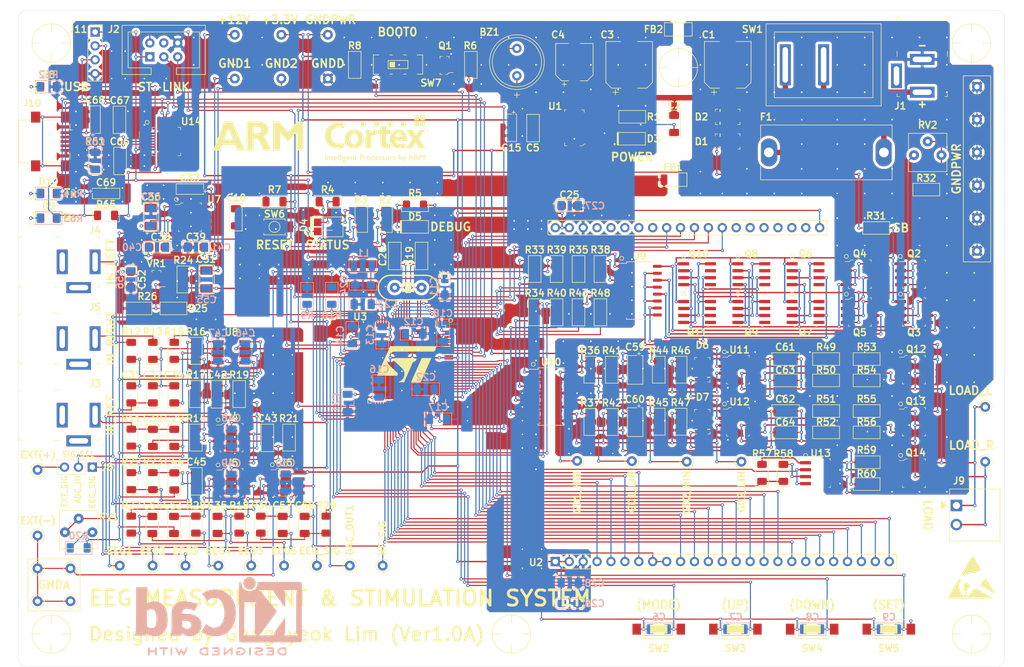
<source format=kicad_pcb>
(kicad_pcb (version 20171130) (host pcbnew "(5.1.7)-1")
  (title_block (title "EEG Measurement and Brain Stimulation System") (date 2021-04-09) (rev Ver1.0A) (company Arkx) (comment 1 "Designed by Ganghyeok Lim"))
  (layers (0 F.Cu signal) (31 B.Cu signal) (34 B.Paste user) (35 F.Paste user) (36 B.SilkS user) (37 F.SilkS user) (38 B.Mask user) (39 F.Mask user) (44 Edge.Cuts user))
  (net 0 "")
  (net 1 +3V3)
  (net 2 "Net-(BZ1-Pad2)")
  (net 3 +12V)
  (net 4 GNDPWR)
  (net 5 GNDD)
  (net 6 KEY1)
  (net 7 KEY2)
  (net 8 KEY3)
  (net 9 KEY4)
  (net 10 NRST)
  (net 11 "Net-(C19-Pad1)")
  (net 12 "Net-(C20-Pad1)")
  (net 13 "Net-(C21-Pad1)")
  (net 14 "Net-(C22-Pad1)")
  (net 15 VDDA)
  (net 16 "Net-(C29-Pad2)")
  (net 17 "Net-(C29-Pad1)")
  (net 18 "Net-(C30-Pad1)")
  (net 19 "Net-(C31-Pad1)")
  (net 20 GND1)
  (net 21 "Net-(C32-Pad2)")
  (net 22 GNDA)
  (net 23 "Net-(C33-Pad1)")
  (net 24 "Net-(C35-Pad2)")
  (net 25 "Net-(C35-Pad1)")
  (net 26 "Net-(C42-Pad2)")
  (net 27 "Net-(C42-Pad1)")
  (net 28 "Net-(C43-Pad1)")
  (net 29 "Net-(C43-Pad2)")
  (net 30 "Net-(C44-Pad2)")
  (net 31 "Net-(C45-Pad1)")
  (net 32 "Net-(C45-Pad2)")
  (net 33 GND2)
  (net 34 "Net-(C53-Pad2)")
  (net 35 "Net-(C54-Pad1)")
  (net 36 "Net-(C57-Pad2)")
  (net 37 ADC_IN1)
  (net 38 "Net-(C58-Pad2)")
  (net 39 "Net-(C61-Pad1)")
  (net 40 LOAD_L)
  (net 41 LOAD_R)
  (net 42 "Net-(C62-Pad1)")
  (net 43 "Net-(C65-Pad2)")
  (net 44 D+)
  (net 45 D-)
  (net 46 VBUS)
  (net 47 "Net-(D1-PadA)")
  (net 48 "Net-(D3-Pad1)")
  (net 49 "Net-(D4-Pad2)")
  (net 50 "Net-(D4-Pad3)")
  (net 51 "Net-(D4-Pad4)")
  (net 52 "Net-(D5-Pad1)")
  (net 53 DEBUG1)
  (net 54 "Net-(D8-Pad1)")
  (net 55 "Net-(D9-Pad1)")
  (net 56 "Net-(D10-Pad1)")
  (net 57 "Net-(F1-Pad1)")
  (net 58 "Net-(F1-Pad2)")
  (net 59 "Net-(J1-Pad3)")
  (net 60 SWDIO)
  (net 61 "Net-(J2-Pad4)")
  (net 62 SWCLK)
  (net 63 "Net-(J3-Pad2)")
  (net 64 "Net-(J3-Pad3)")
  (net 65 "Net-(J4-Pad2)")
  (net 66 "Net-(J4-Pad1)")
  (net 67 "Net-(J4-Pad3)")
  (net 68 "Net-(J5-Pad3)")
  (net 69 "Net-(J5-Pad1)")
  (net 70 "Net-(J5-Pad2)")
  (net 71 EXT_SIG)
  (net 72 EEG_SIG)
  (net 73 ADC_IN0)
  (net 74 "Net-(J10-Pad4)")
  (net 75 UART1_TX)
  (net 76 UART1_RX)
  (net 77 "Net-(Q1-Pad1)")
  (net 78 "Net-(Q10-Pad1)")
  (net 79 "Net-(Q10-Pad2)")
  (net 80 "Net-(Q10-Pad4)")
  (net 81 "Net-(Q3-Pad6)")
  (net 82 "Net-(Q3-Pad3)")
  (net 83 "Net-(Q4-Pad3)")
  (net 84 "Net-(Q4-Pad6)")
  (net 85 "Net-(Q5-Pad6)")
  (net 86 "Net-(Q5-Pad3)")
  (net 87 "Net-(Q6-Pad3)")
  (net 88 "Net-(Q6-Pad6)")
  (net 89 "Net-(Q10-Pad3)")
  (net 90 "Net-(Q10-Pad6)")
  (net 91 H_MOS1)
  (net 92 L_MOS1)
  (net 93 CURRENT_DAC)
  (net 94 H_MOS2)
  (net 95 L_MOS2)
  (net 96 "Net-(Q14-Pad2)")
  (net 97 "Net-(Q14-Pad4)")
  (net 98 ~LED_RED)
  (net 99 ~LED_GREEN)
  (net 100 ~LED_BLUE)
  (net 101 BUZZER)
  (net 102 BOOT0)
  (net 103 "Net-(R10-Pad2)")
  (net 104 "Net-(R14-Pad1)")
  (net 105 "Net-(R15-Pad2)")
  (net 106 "Net-(R16-Pad2)")
  (net 107 "Net-(R20-Pad1)")
  (net 108 "Net-(R25-Pad2)")
  (net 109 DAC_OUT1)
  (net 110 "Net-(R32-Pad2)")
  (net 111 ~H_SIDE1)
  (net 112 "Net-(R33-Pad1)")
  (net 113 ~H_SIDE2)
  (net 114 "Net-(R34-Pad1)")
  (net 115 "Net-(R35-Pad1)")
  (net 116 OPTO1)
  (net 117 GD1_HIN)
  (net 118 GD2_HIN)
  (net 119 OPTO2)
  (net 120 "Net-(R38-Pad1)")
  (net 121 "Net-(R39-Pad1)")
  (net 122 ~L_SIDE1)
  (net 123 "Net-(R40-Pad1)")
  (net 124 ~L_SIDE2)
  (net 125 GD1_LIN)
  (net 126 GD2_LIN)
  (net 127 OPTO3)
  (net 128 "Net-(R43-Pad1)")
  (net 129 OPTO4)
  (net 130 "Net-(R48-Pad1)")
  (net 131 "Net-(R49-Pad2)")
  (net 132 "Net-(R50-Pad2)")
  (net 133 "Net-(R51-Pad2)")
  (net 134 "Net-(R52-Pad2)")
  (net 135 "Net-(R57-Pad1)")
  (net 136 ~DISCHARGE)
  (net 137 "Net-(R58-Pad1)")
  (net 138 "Net-(R65-Pad1)")
  (net 139 "Net-(U2-Pad30)")
  (net 140 "Net-(U2-Pad32)")
  (net 141 "Net-(U2-Pad33)")
  (net 142 "Net-(U2-Pad31)")
  (net 143 ~TS_CS)
  (net 144 "Net-(U2-Pad29)")
  (net 145 "Net-(U2-Pad42)")
  (net 146 "Net-(U2-Pad39)")
  (net 147 "Net-(U2-Pad40)")
  (net 148 SPI3_MISO)
  (net 149 ~TS_INT)
  (net 150 SPI3_MOSI)
  (net 151 "Net-(U2-Pad44)")
  (net 152 "Net-(U2-Pad43)")
  (net 153 SPI3_SCK)
  (net 154 "Net-(U2-Pad41)")
  (net 155 TFT_D2)
  (net 156 TFT_D5)
  (net 157 TFT_D13)
  (net 158 TFT_D15)
  (net 159 TFT_D6)
  (net 160 TFT_D1)
  (net 161 TFT_D9)
  (net 162 TFT_D12)
  (net 163 TFT_D10)
  (net 164 TFT_D3)
  (net 165 TFT_D4)
  (net 166 ~TFT_CS)
  (net 167 TFT_D11)
  (net 168 ~TFT_RST)
  (net 169 TFT_RS)
  (net 170 TFT_D14)
  (net 171 TFT_D8)
  (net 172 TFT_D7)
  (net 173 TFT_D0)
  (net 174 ~TFT_WR)
  (net 175 "Net-(U3-Pad1)")
  (net 176 "Net-(U3-Pad2)")
  (net 177 "Net-(U3-Pad3)")
  (net 178 "Net-(U3-Pad4)")
  (net 179 "Net-(U3-Pad5)")
  (net 180 "Net-(U3-Pad7)")
  (net 181 "Net-(U3-Pad25)")
  (net 182 "Net-(U3-Pad26)")
  (net 183 "Net-(U3-Pad30)")
  (net 184 "Net-(U3-Pad32)")
  (net 185 "Net-(U3-Pad38)")
  (net 186 "Net-(U3-Pad39)")
  (net 187 "Net-(U3-Pad40)")
  (net 188 "Net-(U3-Pad41)")
  (net 189 "Net-(U3-Pad42)")
  (net 190 "Net-(U3-Pad43)")
  (net 191 "Net-(U3-Pad44)")
  (net 192 "Net-(U3-Pad45)")
  (net 193 "Net-(U3-Pad46)")
  (net 194 "Net-(U3-Pad47)")
  (net 195 "Net-(U3-Pad48)")
  (net 196 "Net-(U3-Pad66)")
  (net 197 "Net-(U3-Pad71)")
  (net 198 "Net-(U3-Pad77)")
  (net 199 "Net-(U3-Pad90)")
  (net 200 "Net-(U3-Pad91)")
  (net 201 "Net-(U3-Pad95)")
  (net 202 "Net-(U3-Pad96)")
  (net 203 "Net-(U3-Pad97)")
  (net 204 "Net-(U3-Pad98)")
  (net 205 "Net-(U7-Pad7)")
  (net 206 "Net-(U7-Pad6)")
  (net 207 "Net-(U7-Pad5)")
  (net 208 "Net-(U7-Pad4)")
  (net 209 "Net-(U14-Pad22)")
  (net 210 "Net-(U14-Pad15)")
  (net 211 "Net-(U14-Pad1)")
  (net 212 "Net-(U14-Pad2)")
  (net 213 "Net-(U14-Pad10)")
  (net 214 "Net-(U14-Pad11)")
  (net 215 "Net-(U14-Pad12)")
  (net 216 "Net-(U14-Pad13)")
  (net 217 "Net-(U14-Pad14)")
  (net 218 "Net-(U14-Pad16)")
  (net 219 "Net-(U14-Pad17)")
  (net 220 "Net-(U14-Pad18)")
  (net 221 "Net-(U14-Pad19)")
  (net 222 "Net-(U14-Pad20)")
  (net 223 "Net-(U14-Pad21)")
  (net 224 "Net-(U14-Pad23)")
  (net 225 "Net-(U14-Pad24)")
  (net 226 "Net-(U14-Pad27)")
  (net 227 "Net-(U14-Pad28)")
  (module Symbol:KiCad-Logo2_12mm_SilkScreen (layer B.Cu) (at 114.5 134.5 180)
    (fp_text reference REF** hide)
    (fp_text value KiCad-Logo2_12mm_SilkScreen hide)
  )
  (module Logo_libraries:logo_ST_2_12.0x7.0 (layer F.Cu) (at 148.65 89.7)
    (fp_text reference G*** hide)
    (fp_text value LOGO hide)
  )
  (module My_Libraries:TFT-32A (layer F.Cu) (at 206.5 95.25)
    (fp_text reference U2 (at -34 30.65) (layer F.SilkS) (effects (font (size 1.25 1.25) (thickness 0.25))))
    (fp_text value TFT-32A)
    (pad 30 thru_hole oval (at -20.32 -30.5 90) (size 1.7 1.7) (drill 1) (layers *.Cu *.Mask) (net 139 "Net-(U2-Pad30)"))
    (pad 32 thru_hole oval (at -15.24 -30.5 90) (size 1.7 1.7) (drill 1) (layers *.Cu *.Mask) (net 140 "Net-(U2-Pad32)"))
    (pad 33 thru_hole oval (at -12.7 -30.5 90) (size 1.7 1.7) (drill 1) (layers *.Cu *.Mask) (net 141 "Net-(U2-Pad33)"))
    (pad 31 thru_hole oval (at -17.78 -30.5 90) (size 1.7 1.7) (drill 1) (layers *.Cu *.Mask) (net 142 "Net-(U2-Pad31)"))
    (pad 28 thru_hole oval (at -25.4 -30.5 90) (size 1.7 1.7) (drill 1) (layers *.Cu *.Mask) (net 5 GNDD))
    (pad 27 thru_hole oval (at -27.94 -30.5 90) (size 1.7 1.7) (drill 1) (layers *.Cu *.Mask) (net 1 +3V3))
    (pad 34 thru_hole oval (at -10.16 -30.5 90) (size 1.7 1.7) (drill 1) (layers *.Cu *.Mask) (net 143 ~TS_CS))
    (pad 29 thru_hole oval (at -22.86 -30.5 90) (size 1.7 1.7) (drill 1) (layers *.Cu *.Mask) (net 144 "Net-(U2-Pad29)"))
    (pad 42 thru_hole oval (at 10.16 -30.5 90) (size 1.7 1.7) (drill 1) (layers *.Cu *.Mask) (net 145 "Net-(U2-Pad42)"))
    (pad 39 thru_hole oval (at 2.54 -30.5 90) (size 1.7 1.7) (drill 1) (layers *.Cu *.Mask) (net 146 "Net-(U2-Pad39)"))
    (pad 40 thru_hole oval (at 5.08 -30.5 90) (size 1.7 1.7) (drill 1) (layers *.Cu *.Mask) (net 147 "Net-(U2-Pad40)"))
    (pad 36 thru_hole oval (at -5.08 -30.5 90) (size 1.7 1.7) (drill 1) (layers *.Cu *.Mask) (net 148 SPI3_MISO))
    (pad 45 thru_hole oval (at 17.78 -30.5 90) (size 1.7 1.7) (drill 1) (layers *.Cu *.Mask) (net 5 GNDD))
    (pad 38 thru_hole oval (at 0 -30.5 90) (size 1.7 1.7) (drill 1) (layers *.Cu *.Mask) (net 149 ~TS_INT))
    (pad 35 thru_hole oval (at -7.62 -30.5 90) (size 1.7 1.7) (drill 1) (layers *.Cu *.Mask) (net 150 SPI3_MOSI))
    (pad 44 thru_hole oval (at 15.24 -30.5 90) (size 1.7 1.7) (drill 1) (layers *.Cu *.Mask) (net 151 "Net-(U2-Pad44)"))
    (pad 43 thru_hole oval (at 12.7 -30.5 90) (size 1.7 1.7) (drill 1) (layers *.Cu *.Mask) (net 152 "Net-(U2-Pad43)"))
    (pad 37 thru_hole oval (at -2.54 -30.5 90) (size 1.7 1.7) (drill 1) (layers *.Cu *.Mask) (net 153 SPI3_SCK))
    (pad 26 thru_hole circle (at -30.48 -30.5 90) (size 1.7 1.7) (drill 1) (layers *.Cu *.Mask) (net 1 +3V3))
    (pad 41 thru_hole oval (at 7.62 -30.5 90) (size 1.7 1.7) (drill 1) (layers *.Cu *.Mask) (net 154 "Net-(U2-Pad41)"))
    (pad 12 thru_hole oval (at -2.54 30.5 90) (size 1.7 1.7) (drill 1) (layers *.Cu *.Mask) (net 155 TFT_D2))
    (pad 15 thru_hole oval (at 5.08 30.5 90) (size 1.7 1.7) (drill 1) (layers *.Cu *.Mask) (net 156 TFT_D5))
    (pad 3 thru_hole oval (at -25.4 30.5 90) (size 1.7 1.7) (drill 1) (layers *.Cu *.Mask) (net 5 GNDD))
    (pad 1 thru_hole rect (at -30.48 30.5 90) (size 1.7 1.7) (drill 1) (layers *.Cu *.Mask) (net 1 +3V3))
    (pad 23 thru_hole oval (at 25.4 30.5 90) (size 1.7 1.7) (drill 1) (layers *.Cu *.Mask) (net 157 TFT_D13))
    (pad 2 thru_hole oval (at -27.94 30.5 90) (size 1.7 1.7) (drill 1) (layers *.Cu *.Mask) (net 1 +3V3))
    (pad 25 thru_hole oval (at 30.48 30.5 90) (size 1.7 1.7) (drill 1) (layers *.Cu *.Mask) (net 158 TFT_D15))
    (pad 16 thru_hole oval (at 7.62 30.5 90) (size 1.7 1.7) (drill 1) (layers *.Cu *.Mask) (net 159 TFT_D6))
    (pad 11 thru_hole oval (at -5.08 30.5 90) (size 1.7 1.7) (drill 1) (layers *.Cu *.Mask) (net 160 TFT_D1))
    (pad 19 thru_hole oval (at 15.24 30.5 90) (size 1.7 1.7) (drill 1) (layers *.Cu *.Mask) (net 161 TFT_D9))
    (pad 22 thru_hole oval (at 22.86 30.5 90) (size 1.7 1.7) (drill 1) (layers *.Cu *.Mask) (net 162 TFT_D12))
    (pad 20 thru_hole oval (at 17.78 30.5 90) (size 1.7 1.7) (drill 1) (layers *.Cu *.Mask) (net 163 TFT_D10))
    (pad 13 thru_hole oval (at 0 30.5 90) (size 1.7 1.7) (drill 1) (layers *.Cu *.Mask) (net 164 TFT_D3))
    (pad 9 thru_hole oval (at -10.16 30.5 90) (size 1.7 1.7) (drill 1) (layers *.Cu *.Mask) (net 1 +3V3))
    (pad 14 thru_hole oval (at 2.54 30.5 90) (size 1.7 1.7) (drill 1) (layers *.Cu *.Mask) (net 165 TFT_D4))
    (pad 5 thru_hole oval (at -20.32 30.5 90) (size 1.7 1.7) (drill 1) (layers *.Cu *.Mask) (net 166 ~TFT_CS))
    (pad 21 thru_hole oval (at 20.32 30.5 90) (size 1.7 1.7) (drill 1) (layers *.Cu *.Mask) (net 167 TFT_D11))
    (pad 4 thru_hole oval (at -22.86 30.5 90) (size 1.7 1.7) (drill 1) (layers *.Cu *.Mask) (net 168 ~TFT_RST))
    (pad 6 thru_hole oval (at -17.78 30.5 90) (size 1.7 1.7) (drill 1) (layers *.Cu *.Mask) (net 169 TFT_RS))
    (pad 24 thru_hole oval (at 27.94 30.5 90) (size 1.7 1.7) (drill 1) (layers *.Cu *.Mask) (net 170 TFT_D14))
    (pad 18 thru_hole oval (at 12.7 30.5 90) (size 1.7 1.7) (drill 1) (layers *.Cu *.Mask) (net 171 TFT_D8))
    (pad 17 thru_hole oval (at 10.16 30.5 90) (size 1.7 1.7) (drill 1) (layers *.Cu *.Mask) (net 172 TFT_D7))
    (pad 10 thru_hole oval (at -7.62 30.5 90) (size 1.7 1.7) (drill 1) (layers *.Cu *.Mask) (net 173 TFT_D0))
    (pad 8 thru_hole oval (at -12.7 30.5 90) (size 1.7 1.7) (drill 1) (layers *.Cu *.Mask) (net 1 +3V3))
    (pad 7 thru_hole oval (at -15.24 30.5 90) (size 1.7 1.7) (drill 1) (layers *.Cu *.Mask) (net 174 ~TFT_WR))
  )
  (module My_Libraries:MountHall_M3_3.2mm (layer F.Cu) (at 168 139)
    (fp_text reference REF** hide)
    (fp_text value MountHall_M3_3.2mm)
    (pad 1 np_thru_hole circle (at 0 0) (size 3.2 3.2) (drill 3.2) (layers *.Cu *.Mask))
  )
  (module Symbol:ESD-Logo_8.9x8mm_SilkScreen (layer F.Cu) (at 252 128.5)
    (fp_text reference REF** hide)
    (fp_text value ESD-Logo_8.9x8mm_SilkScreen hide)
  )
  (module Logo_libraries:logo_Cortex_Ver2_20.0x9.5 (layer F.Cu) (at 143.5 48.5)
    (fp_text reference G*** hide)
    (fp_text value LOGO hide)
  )
  (module Logo_libraries:logo_ARM_18.0x18.0 (layer F.Cu) (at 122.5 48)
    (fp_text reference G*** hide)
    (fp_text value LOGO hide)
  )
  (module My_Libraries:C3216_Metric (layer F.Cu) (at 197.75 45.75 270)
    (fp_text reference C2 (at -3.425 0 180) (layer F.SilkS) (effects (font (size 1.25 1.25) (thickness 0.25))))
    (fp_text value 100nF)
    (pad 1 smd roundrect (at -1.5125 0.05 270) (size 1.325 1.8) (layers F.Cu F.Paste F.Mask) (roundrect_rratio 0.188679) (net 3 +12V))
    (pad 2 smd roundrect (at 1.6125 0.05 270) (size 1.325 1.8) (layers F.Cu F.Paste F.Mask) (roundrect_rratio 0.188679) (net 5 GNDD))
  )
  (module My_Libraries:MountHall_M3_3.2mm (layer F.Cu) (at 84 31)
    (fp_text reference REF** hide)
    (fp_text value MountHall_M3_3.2mm)
    (pad 1 np_thru_hole circle (at 0 0) (size 3.2 3.2) (drill 3.2) (layers *.Cu *.Mask))
  )
  (module My_Libraries:MountHall_M3_3.2mm (layer F.Cu) (at 84 139)
    (fp_text reference REF** hide)
    (fp_text value MountHall_M3_3.2mm)
    (pad 1 np_thru_hole circle (at 0 0) (size 3.2 3.2) (drill 3.2) (layers *.Cu *.Mask))
  )
  (module My_Libraries:MountHall_M3_3.2mm (layer F.Cu) (at 252 139)
    (fp_text reference REF** hide)
    (fp_text value MountHall_M3_3.2mm)
    (pad 1 np_thru_hole circle (at 0 0) (size 3.2 3.2) (drill 3.2) (layers *.Cu *.Mask))
  )
  (module My_Libraries:MountHall_M3_3.2mm (layer F.Cu) (at 252 31)
    (fp_text reference REF** hide)
    (fp_text value MountHall_M3_3.2mm)
    (pad 1 np_thru_hole circle (at 0 0) (size 3.2 3.2) (drill 3.2) (layers *.Cu *.Mask))
  )
  (module My_Libraries:MountHall_M3_3.2mm (layer F.Cu) (at 198.5 35.5)
    (fp_text reference REF** hide)
    (fp_text value MountHall_M3_3.2mm)
    (pad 1 np_thru_hole circle (at 0 0) (size 3.2 3.2) (drill 3.2) (layers *.Cu *.Mask))
  )
  (module My_Libraries:FQ-013 (layer F.Cu) (at 169 34.5 180)
    (fp_text reference BZ1 (at 5 5.5) (layer F.SilkS) (effects (font (size 1.25 1.25) (thickness 0.25))))
    (fp_text value Buzzer)
    (pad 1 thru_hole circle (at 0 -2.5 180) (size 1.7 1.7) (drill 0.9) (layers *.Cu *.Mask) (net 1 +3V3))
    (pad 2 thru_hole circle (at 0 2.5 180) (size 1.7 1.7) (drill 0.9) (layers *.Cu *.Mask) (net 2 "Net-(BZ1-Pad2)"))
  )
  (module Capacitor_SMD:CP_Elec_8x6.2 (layer F.Cu) (at 207.5 35 90)
    (fp_text reference C1 (at 5.5 -3.5 180) (layer F.SilkS) (effects (font (size 1.25 1.25) (thickness 0.25))))
    (fp_text value 100uF/25V)
    (pad 1 smd roundrect (at -3.05 0 90) (size 4 2.5) (layers F.Cu F.Paste F.Mask) (roundrect_rratio 0.1) (net 3 +12V))
    (pad 2 smd roundrect (at 3.05 0 90) (size 4 2.5) (layers F.Cu F.Paste F.Mask) (roundrect_rratio 0.1) (net 4 GNDPWR))
  )
  (module Capacitor_SMD:CP_Elec_8x6.2 (layer F.Cu) (at 189.5 35 90)
    (fp_text reference C3 (at 5.5 -4 180) (layer F.SilkS) (effects (font (size 1.25 1.25) (thickness 0.25))))
    (fp_text value 100uF/25V)
    (pad 2 smd roundrect (at 3.05 0 90) (size 4 2.5) (layers F.Cu F.Paste F.Mask) (roundrect_rratio 0.1) (net 5 GNDD))
    (pad 1 smd roundrect (at -3.05 0 90) (size 4 2.5) (layers F.Cu F.Paste F.Mask) (roundrect_rratio 0.1) (net 3 +12V))
  )
  (module Capacitor_SMD:CP_Elec_6.3x5.3 (layer F.Cu) (at 179.5 34.5 90)
    (fp_text reference C4 (at 5 -3 180) (layer F.SilkS) (effects (font (size 1.25 1.25) (thickness 0.25))))
    (fp_text value 100uF/16V)
    (pad 1 smd roundrect (at -2.8 0 90) (size 3.5 1.6) (layers F.Cu F.Paste F.Mask) (roundrect_rratio 0.15625) (net 1 +3V3))
    (pad 2 smd roundrect (at 2.8 0 90) (size 3.5 1.6) (layers F.Cu F.Paste F.Mask) (roundrect_rratio 0.15625) (net 5 GNDD))
  )
  (module My_Libraries:C3216_Metric (layer F.Cu) (at 172 46.5 270)
    (fp_text reference C5 (at 3.65 0.1 180) (layer F.SilkS) (effects (font (size 1.25 1.25) (thickness 0.25))))
    (fp_text value 100nF)
    (pad 1 smd roundrect (at -1.5125 0.05 270) (size 1.325 1.8) (layers F.Cu F.Paste F.Mask) (roundrect_rratio 0.188679) (net 1 +3V3))
    (pad 2 smd roundrect (at 1.6125 0.05 270) (size 1.325 1.8) (layers F.Cu F.Paste F.Mask) (roundrect_rratio 0.188679) (net 5 GNDD))
  )
  (module My_Libraries:C3216_Metric (layer B.Cu) (at 194.95 138.05 180)
    (fp_text reference C6 (at 0 2.15) (layer B.SilkS) (effects (font (size 1.25 1.25) (thickness 0.25)) (justify mirror)))
    (fp_text value 220nF)
    (pad 2 smd roundrect (at 1.6125 -0.05 180) (size 1.325 1.8) (layers B.Cu B.Paste B.Mask) (roundrect_rratio 0.188679) (net 5 GNDD))
    (pad 1 smd roundrect (at -1.5125 -0.05 180) (size 1.325 1.8) (layers B.Cu B.Paste B.Mask) (roundrect_rratio 0.188679) (net 6 KEY1))
  )
  (module My_Libraries:C3216_Metric (layer B.Cu) (at 208.95 138.05 180)
    (fp_text reference C7 (at 0 2.15) (layer B.SilkS) (effects (font (size 1.25 1.25) (thickness 0.25)) (justify mirror)))
    (fp_text value 220nF)
    (pad 2 smd roundrect (at 1.6125 -0.05 180) (size 1.325 1.8) (layers B.Cu B.Paste B.Mask) (roundrect_rratio 0.188679) (net 5 GNDD))
    (pad 1 smd roundrect (at -1.5125 -0.05 180) (size 1.325 1.8) (layers B.Cu B.Paste B.Mask) (roundrect_rratio 0.188679) (net 7 KEY2))
  )
  (module My_Libraries:C3216_Metric (layer B.Cu) (at 222.95 138.05 180)
    (fp_text reference C8 (at 0 2.15) (layer B.SilkS) (effects (font (size 1.25 1.25) (thickness 0.25)) (justify mirror)))
    (fp_text value 220nF)
    (pad 2 smd roundrect (at 1.6125 -0.05 180) (size 1.325 1.8) (layers B.Cu B.Paste B.Mask) (roundrect_rratio 0.188679) (net 5 GNDD))
    (pad 1 smd roundrect (at -1.5125 -0.05 180) (size 1.325 1.8) (layers B.Cu B.Paste B.Mask) (roundrect_rratio 0.188679) (net 8 KEY3))
  )
  (module My_Libraries:C3216_Metric (layer B.Cu) (at 236.95 138.05 180)
    (fp_text reference C9 (at 0 2.15) (layer B.SilkS) (effects (font (size 1.25 1.25) (thickness 0.25)) (justify mirror)))
    (fp_text value 220nF)
    (pad 1 smd roundrect (at -1.5125 -0.05 180) (size 1.325 1.8) (layers B.Cu B.Paste B.Mask) (roundrect_rratio 0.188679) (net 9 KEY4))
    (pad 2 smd roundrect (at 1.6125 -0.05 180) (size 1.325 1.8) (layers B.Cu B.Paste B.Mask) (roundrect_rratio 0.188679) (net 5 GNDD))
  )
  (module My_Libraries:C3216_Metric (layer F.Cu) (at 117.75 62.8 270)
    (fp_text reference C10 (at -3.5 0 180) (layer F.SilkS) (effects (font (size 1.25 1.25) (thickness 0.25))))
    (fp_text value 100nF)
    (pad 1 smd roundrect (at -1.5125 0.05 270) (size 1.325 1.8) (layers F.Cu F.Paste F.Mask) (roundrect_rratio 0.188679) (net 10 NRST))
    (pad 2 smd roundrect (at 1.6125 0.05 270) (size 1.325 1.8) (layers F.Cu F.Paste F.Mask) (roundrect_rratio 0.188679) (net 5 GNDD))
  )
  (module My_Libraries:C3216_Tantal_Metric (layer B.Cu) (at 155.85 75.55 270)
    (fp_text reference C11 (at 0 2 90) (layer B.SilkS) (effects (font (size 1.25 1.25) (thickness 0.25)) (justify mirror)))
    (fp_text value 10uF/16V)
    (pad 2 smd roundrect (at 1.4375 0 270) (size 1.575 1.35) (layers B.Cu B.Paste B.Mask) (roundrect_rratio 0.185185) (net 5 GNDD))
    (pad 1 smd roundrect (at -1.4375 0 270) (size 1.575 1.35) (layers B.Cu B.Paste B.Mask) (roundrect_rratio 0.185185) (net 1 +3V3))
  )
  (module My_Libraries:C3216_Metric (layer B.Cu) (at 150.15 84.17)
    (fp_text reference C12 (at 0 -2.27) (layer B.SilkS) (effects (font (size 1.25 1.25) (thickness 0.25)) (justify mirror)))
    (fp_text value 100nF)
    (pad 2 smd roundrect (at 1.6125 -0.05) (size 1.325 1.8) (layers B.Cu B.Paste B.Mask) (roundrect_rratio 0.188679) (net 5 GNDD))
    (pad 1 smd roundrect (at -1.5125 -0.05) (size 1.325 1.8) (layers B.Cu B.Paste B.Mask) (roundrect_rratio 0.188679) (net 1 +3V3))
  )
  (module My_Libraries:C3216_Metric (layer B.Cu) (at 144.35 84.35 270)
    (fp_text reference C13 (at 0 2.15 270) (layer B.SilkS) (effects (font (size 1.25 1.25) (thickness 0.25)) (justify mirror)))
    (fp_text value 100nF)
    (pad 1 smd roundrect (at -1.5125 -0.05 270) (size 1.325 1.8) (layers B.Cu B.Paste B.Mask) (roundrect_rratio 0.188679) (net 1 +3V3))
    (pad 2 smd roundrect (at 1.6125 -0.05 270) (size 1.325 1.8) (layers B.Cu B.Paste B.Mask) (roundrect_rratio 0.188679) (net 5 GNDD))
  )
  (module My_Libraries:C3216_Metric (layer B.Cu) (at 139 84.45 90)
    (fp_text reference C14 (at 0 -2.25 90) (layer B.SilkS) (effects (font (size 1.25 1.25) (thickness 0.25)) (justify mirror)))
    (fp_text value 100nF)
    (pad 2 smd roundrect (at 1.6125 -0.05 90) (size 1.325 1.8) (layers B.Cu B.Paste B.Mask) (roundrect_rratio 0.188679) (net 5 GNDD))
    (pad 1 smd roundrect (at -1.5125 -0.05 90) (size 1.325 1.8) (layers B.Cu B.Paste B.Mask) (roundrect_rratio 0.188679) (net 1 +3V3))
  )
  (module My_Libraries:C3216_Tantal_Metric (layer F.Cu) (at 168 46.5 270)
    (fp_text reference C15 (at 3.65 0) (layer F.SilkS) (effects (font (size 1.25 1.25) (thickness 0.25))))
    (fp_text value 10uF/16V)
    (pad 1 smd roundrect (at -1.4375 0 270) (size 1.575 1.35) (layers F.Cu F.Paste F.Mask) (roundrect_rratio 0.185185) (net 1 +3V3))
    (pad 2 smd roundrect (at 1.4375 0 270) (size 1.575 1.35) (layers F.Cu F.Paste F.Mask) (roundrect_rratio 0.185185) (net 5 GNDD))
  )
  (module My_Libraries:C3216_Metric (layer B.Cu) (at 143.9 94.2 90)
    (fp_text reference C16 (at 3.6 0 180) (layer B.SilkS) (effects (font (size 1.25 1.25) (thickness 0.25)) (justify mirror)))
    (fp_text value 100nF)
    (pad 2 smd roundrect (at 1.6125 -0.05 90) (size 1.325 1.8) (layers B.Cu B.Paste B.Mask) (roundrect_rratio 0.188679) (net 5 GNDD))
    (pad 1 smd roundrect (at -1.5125 -0.05 90) (size 1.325 1.8) (layers B.Cu B.Paste B.Mask) (roundrect_rratio 0.188679) (net 1 +3V3))
  )
  (module My_Libraries:C3216_Metric (layer B.Cu) (at 154.65 99.7 180)
    (fp_text reference C17 (at 0 2.15) (layer B.SilkS) (effects (font (size 1.25 1.25) (thickness 0.25)) (justify mirror)))
    (fp_text value 100nF)
    (pad 2 smd roundrect (at 1.6125 -0.05 180) (size 1.325 1.8) (layers B.Cu B.Paste B.Mask) (roundrect_rratio 0.188679) (net 5 GNDD))
    (pad 1 smd roundrect (at -1.5125 -0.05 180) (size 1.325 1.8) (layers B.Cu B.Paste B.Mask) (roundrect_rratio 0.188679) (net 1 +3V3))
  )
  (module My_Libraries:C3216_Metric (layer B.Cu) (at 155.48 83.9 270)
    (fp_text reference C18 (at -3.5 -0.02) (layer B.SilkS) (effects (font (size 1.25 1.25) (thickness 0.25)) (justify mirror)))
    (fp_text value 100nF)
    (pad 1 smd roundrect (at -1.5125 -0.05 270) (size 1.325 1.8) (layers B.Cu B.Paste B.Mask) (roundrect_rratio 0.188679) (net 1 +3V3))
    (pad 2 smd roundrect (at 1.6125 -0.05 270) (size 1.325 1.8) (layers B.Cu B.Paste B.Mask) (roundrect_rratio 0.188679) (net 5 GNDD))
  )
  (module My_Libraries:C3216_Metric (layer F.Cu) (at 151.54 69.96 90)
    (fp_text reference C19 (at 0.01 -2.14 270) (layer F.SilkS) (effects (font (size 1.25 1.25) (thickness 0.25))))
    (fp_text value 20pF)
    (pad 2 smd roundrect (at 1.6125 0.05 90) (size 1.325 1.8) (layers F.Cu F.Paste F.Mask) (roundrect_rratio 0.188679) (net 5 GNDD))
    (pad 1 smd roundrect (at -1.5125 0.05 90) (size 1.325 1.8) (layers F.Cu F.Paste F.Mask) (roundrect_rratio 0.188679) (net 11 "Net-(C19-Pad1)"))
  )
  (module My_Libraries:C3216_Metric (layer F.Cu) (at 146.66 69.96 90)
    (fp_text reference C20 (at 0.01 -2.16 270) (layer F.SilkS) (effects (font (size 1.25 1.25) (thickness 0.25))))
    (fp_text value 20pF)
    (pad 2 smd roundrect (at 1.6125 0.05 90) (size 1.325 1.8) (layers F.Cu F.Paste F.Mask) (roundrect_rratio 0.188679) (net 5 GNDD))
    (pad 1 smd roundrect (at -1.5125 0.05 90) (size 1.325 1.8) (layers F.Cu F.Paste F.Mask) (roundrect_rratio 0.188679) (net 12 "Net-(C20-Pad1)"))
  )
  (module My_Libraries:C3216_Metric (layer B.Cu) (at 138.05 96.7 270)
    (fp_text reference C21 (at 0 2 90) (layer B.SilkS) (effects (font (size 1.25 1.25) (thickness 0.25)) (justify mirror)))
    (fp_text value 2.2uF)
    (pad 2 smd roundrect (at 1.6125 -0.05 270) (size 1.325 1.8) (layers B.Cu B.Paste B.Mask) (roundrect_rratio 0.188679) (net 5 GNDD))
    (pad 1 smd roundrect (at -1.5125 -0.05 270) (size 1.325 1.8) (layers B.Cu B.Paste B.Mask) (roundrect_rratio 0.188679) (net 13 "Net-(C21-Pad1)"))
  )
  (module My_Libraries:C3216_Metric (layer B.Cu) (at 152.4 94.2 180)
    (fp_text reference C22 (at 0 2.15 180) (layer B.SilkS) (effects (font (size 1.25 1.25) (thickness 0.25)) (justify mirror)))
    (fp_text value 2.2uF)
    (pad 1 smd roundrect (at -1.5125 -0.05 180) (size 1.325 1.8) (layers B.Cu B.Paste B.Mask) (roundrect_rratio 0.188679) (net 14 "Net-(C22-Pad1)"))
    (pad 2 smd roundrect (at 1.6125 -0.05 180) (size 1.325 1.8) (layers B.Cu B.Paste B.Mask) (roundrect_rratio 0.188679) (net 5 GNDD))
  )
  (module My_Libraries:C3216_Metric (layer B.Cu) (at 140.9 78.7 180)
    (fp_text reference C23 (at -4.5 0) (layer B.SilkS) (effects (font (size 1.25 1.25) (thickness 0.25)) (justify mirror)))
    (fp_text value 100nF)
    (pad 2 smd roundrect (at 1.6125 -0.05 180) (size 1.325 1.8) (layers B.Cu B.Paste B.Mask) (roundrect_rratio 0.188679) (net 5 GNDD))
    (pad 1 smd roundrect (at -1.5125 -0.05 180) (size 1.325 1.8) (layers B.Cu B.Paste B.Mask) (roundrect_rratio 0.188679) (net 15 VDDA))
  )
  (module My_Libraries:C3216_Tantal_Metric (layer B.Cu) (at 140.9 75.2 180)
    (fp_text reference C24 (at 3.45 0 90) (layer B.SilkS) (effects (font (size 1.25 1.25) (thickness 0.25)) (justify mirror)))
    (fp_text value 1uF/16V)
    (pad 2 smd roundrect (at 1.4375 0 180) (size 1.575 1.35) (layers B.Cu B.Paste B.Mask) (roundrect_rratio 0.185185) (net 5 GNDD))
    (pad 1 smd roundrect (at -1.4375 0 180) (size 1.575 1.35) (layers B.Cu B.Paste B.Mask) (roundrect_rratio 0.185185) (net 15 VDDA))
  )
  (module My_Libraries:C3216_Tantal_Metric (layer F.Cu) (at 178.6 60.75)
    (fp_text reference C25 (at 0 -2) (layer F.SilkS) (effects (font (size 1.25 1.25) (thickness 0.25))))
    (fp_text value 10uF/16V)
    (pad 2 smd roundrect (at 1.4375 0) (size 1.575 1.35) (layers F.Cu F.Paste F.Mask) (roundrect_rratio 0.185185) (net 5 GNDD))
    (pad 1 smd roundrect (at -1.4375 0) (size 1.575 1.35) (layers F.Cu F.Paste F.Mask) (roundrect_rratio 0.185185) (net 1 +3V3))
  )
  (module My_Libraries:C3216_Tantal_Metric (layer B.Cu) (at 178.65 133.4)
    (fp_text reference C26 (at 4.55 0) (layer B.SilkS) (effects (font (size 1.25 1.25) (thickness 0.25)) (justify mirror)))
    (fp_text value 10uF/16V)
    (pad 1 smd roundrect (at -1.4375 0) (size 1.575 1.35) (layers B.Cu B.Paste B.Mask) (roundrect_rratio 0.185185) (net 1 +3V3))
    (pad 2 smd roundrect (at 1.4375 0) (size 1.575 1.35) (layers B.Cu B.Paste B.Mask) (roundrect_rratio 0.185185) (net 5 GNDD))
  )
  (module My_Libraries:C3216_Metric (layer B.Cu) (at 178.6 60.75)
    (fp_text reference C27 (at 4.65 0) (layer B.SilkS) (effects (font (size 1.25 1.25) (thickness 0.25)) (justify mirror)))
    (fp_text value 100nF)
    (pad 1 smd roundrect (at -1.5125 -0.05) (size 1.325 1.8) (layers B.Cu B.Paste B.Mask) (roundrect_rratio 0.188679) (net 1 +3V3))
    (pad 2 smd roundrect (at 1.6125 -0.05) (size 1.325 1.8) (layers B.Cu B.Paste B.Mask) (roundrect_rratio 0.188679) (net 5 GNDD))
  )
  (module My_Libraries:C3216_Metric (layer B.Cu) (at 178.6 129.69)
    (fp_text reference C28 (at 4.6 0.01) (layer B.SilkS) (effects (font (size 1.25 1.25) (thickness 0.25)) (justify mirror)))
    (fp_text value 100nF)
    (pad 2 smd roundrect (at 1.6125 -0.05) (size 1.325 1.8) (layers B.Cu B.Paste B.Mask) (roundrect_rratio 0.188679) (net 5 GNDD))
    (pad 1 smd roundrect (at -1.5125 -0.05) (size 1.325 1.8) (layers B.Cu B.Paste B.Mask) (roundrect_rratio 0.188679) (net 1 +3V3))
  )
  (module My_Libraries:C3216_Metric (layer F.Cu) (at 106.4 103.2 90)
    (fp_text reference C29 (at 3.6 0 180) (layer F.SilkS) (effects (font (size 1.25 1.25) (thickness 0.25))))
    (fp_text value 1nF)
    (pad 2 smd roundrect (at 1.6125 0.05 90) (size 1.325 1.8) (layers F.Cu F.Paste F.Mask) (roundrect_rratio 0.188679) (net 16 "Net-(C29-Pad2)"))
    (pad 1 smd roundrect (at -1.5125 0.05 90) (size 1.325 1.8) (layers F.Cu F.Paste F.Mask) (roundrect_rratio 0.188679) (net 17 "Net-(C29-Pad1)"))
  )
  (module My_Libraries:C3216_Metric (layer F.Cu) (at 102.5 103.2 90)
    (fp_text reference C30 (at 3.6 0 180) (layer F.SilkS) (effects (font (size 1.25 1.25) (thickness 0.25))))
    (fp_text value 1nF)
    (pad 2 smd roundrect (at 1.6125 0.05 90) (size 1.325 1.8) (layers F.Cu F.Paste F.Mask) (roundrect_rratio 0.188679) (net 16 "Net-(C29-Pad2)"))
    (pad 1 smd roundrect (at -1.5125 0.05 90) (size 1.325 1.8) (layers F.Cu F.Paste F.Mask) (roundrect_rratio 0.188679) (net 18 "Net-(C30-Pad1)"))
  )
  (module My_Libraries:C3216_Metric (layer F.Cu) (at 98.65 95.15 270)
    (fp_text reference C31 (at -3.5 0 180) (layer F.SilkS) (effects (font (size 1.25 1.25) (thickness 0.25))))
    (fp_text value 1nF)
    (pad 1 smd roundrect (at -1.5125 0.05 270) (size 1.325 1.8) (layers F.Cu F.Paste F.Mask) (roundrect_rratio 0.188679) (net 19 "Net-(C31-Pad1)"))
    (pad 2 smd roundrect (at 1.6125 0.05 270) (size 1.325 1.8) (layers F.Cu F.Paste F.Mask) (roundrect_rratio 0.188679) (net 20 GND1))
  )
  (module My_Libraries:C3216_Metric (layer F.Cu) (at 102.5 95.25 90)
    (fp_text reference C32 (at 3.6 0 180) (layer F.SilkS) (effects (font (size 1.25 1.25) (thickness 0.25))))
    (fp_text value 1nF)
    (pad 1 smd roundrect (at -1.5125 0.05 90) (size 1.325 1.8) (layers F.Cu F.Paste F.Mask) (roundrect_rratio 0.188679) (net 20 GND1))
    (pad 2 smd roundrect (at 1.6125 0.05 90) (size 1.325 1.8) (layers F.Cu F.Paste F.Mask) (roundrect_rratio 0.188679) (net 21 "Net-(C32-Pad2)"))
  )
  (module My_Libraries:C3216_Tantal_Metric (layer F.Cu) (at 109.3 57.7 180)
    (fp_text reference C33 (at 0 2 180) (layer F.SilkS) (effects (font (size 1.25 1.25) (thickness 0.25))))
    (fp_text value 1uF/16V)
    (pad 2 smd roundrect (at 1.4375 0 180) (size 1.575 1.35) (layers F.Cu F.Paste F.Mask) (roundrect_rratio 0.185185) (net 22 GNDA))
    (pad 1 smd roundrect (at -1.4375 0 180) (size 1.575 1.35) (layers F.Cu F.Paste F.Mask) (roundrect_rratio 0.185185) (net 23 "Net-(C33-Pad1)"))
  )
  (module My_Libraries:C3216_Metric (layer F.Cu) (at 106.4 95.25 90)
    (fp_text reference C34 (at 3.6 0 180) (layer F.SilkS) (effects (font (size 1.25 1.25) (thickness 0.25))))
    (fp_text value 100nF)
    (pad 1 smd roundrect (at -1.5125 0.05 90) (size 1.325 1.8) (layers F.Cu F.Paste F.Mask) (roundrect_rratio 0.188679) (net 19 "Net-(C31-Pad1)"))
    (pad 2 smd roundrect (at 1.6125 0.05 90) (size 1.325 1.8) (layers F.Cu F.Paste F.Mask) (roundrect_rratio 0.188679) (net 21 "Net-(C32-Pad2)"))
  )
  (module My_Libraries:C3216_Metric (layer F.Cu) (at 114.3 119.1 90)
    (fp_text reference C35 (at 3.6 0 180) (layer F.SilkS) (effects (font (size 1.25 1.25) (thickness 0.25))))
    (fp_text value 0.47uF)
    (pad 2 smd roundrect (at 1.6125 0.05 90) (size 1.325 1.8) (layers F.Cu F.Paste F.Mask) (roundrect_rratio 0.188679) (net 24 "Net-(C35-Pad2)"))
    (pad 1 smd roundrect (at -1.5125 0.05 90) (size 1.325 1.8) (layers F.Cu F.Paste F.Mask) (roundrect_rratio 0.188679) (net 25 "Net-(C35-Pad1)"))
  )
  (module My_Libraries:C3528_Tantal_Metric (layer F.Cu) (at 102.2 62.8 90)
    (fp_text reference C36 (at 3.7 0 180) (layer F.SilkS) (effects (font (size 1.25 1.25) (thickness 0.25))))
    (fp_text value 10uF/25V)
    (pad 2 smd roundrect (at 1.635 0 90) (size 1.5 2.35) (layers F.Cu F.Paste F.Mask) (roundrect_rratio 0.166667) (net 22 GNDA))
    (pad 1 smd roundrect (at -1.615 0 90) (size 1.5 2.35) (layers F.Cu F.Paste F.Mask) (roundrect_rratio 0.166667) (net 3 +12V))
  )
  (module My_Libraries:C3216_Metric (layer B.Cu) (at 102.2 62.85 90)
    (fp_text reference C37 (at 3.6 0) (layer B.SilkS) (effects (font (size 1.25 1.25) (thickness 0.25)) (justify mirror)))
    (fp_text value 100nF)
    (pad 2 smd roundrect (at 1.6125 -0.05 90) (size 1.325 1.8) (layers B.Cu B.Paste B.Mask) (roundrect_rratio 0.188679) (net 22 GNDA))
    (pad 1 smd roundrect (at -1.5125 -0.05 90) (size 1.325 1.8) (layers B.Cu B.Paste B.Mask) (roundrect_rratio 0.188679) (net 3 +12V))
  )
  (module My_Libraries:C3216_Tantal_Metric (layer F.Cu) (at 103.3 68.3 180)
    (fp_text reference C38 (at -0.65 1.85 180) (layer F.SilkS) (effects (font (size 1.25 1.25) (thickness 0.25))))
    (fp_text value 10uF/16V)
    (pad 1 smd roundrect (at -1.4375 0 180) (size 1.575 1.35) (layers F.Cu F.Paste F.Mask) (roundrect_rratio 0.185185) (net 3 +12V))
    (pad 2 smd roundrect (at 1.4375 0 180) (size 1.575 1.35) (layers F.Cu F.Paste F.Mask) (roundrect_rratio 0.185185) (net 20 GND1))
  )
  (module My_Libraries:C3216_Tantal_Metric (layer F.Cu) (at 110.4 68.3 180)
    (fp_text reference C39 (at 0 1.85 180) (layer F.SilkS) (effects (font (size 1.25 1.25) (thickness 0.25))))
    (fp_text value 10uF/16V)
    (pad 2 smd roundrect (at 1.4375 0 180) (size 1.575 1.35) (layers F.Cu F.Paste F.Mask) (roundrect_rratio 0.185185) (net 22 GNDA))
    (pad 1 smd roundrect (at -1.4375 0 180) (size 1.575 1.35) (layers F.Cu F.Paste F.Mask) (roundrect_rratio 0.185185) (net 20 GND1))
  )
  (module My_Libraries:C3216_Metric (layer B.Cu) (at 103.35 68.3 180)
    (fp_text reference C40 (at 4.6 -0.05 180) (layer B.SilkS) (effects (font (size 1.25 1.25) (thickness 0.25)) (justify mirror)))
    (fp_text value 100nF)
    (pad 1 smd roundrect (at -1.5125 -0.05 180) (size 1.325 1.8) (layers B.Cu B.Paste B.Mask) (roundrect_rratio 0.188679) (net 3 +12V))
    (pad 2 smd roundrect (at 1.6125 -0.05 180) (size 1.325 1.8) (layers B.Cu B.Paste B.Mask) (roundrect_rratio 0.188679) (net 20 GND1))
  )
  (module My_Libraries:C3216_Metric (layer B.Cu) (at 110.4625 68.3 180)
    (fp_text reference C41 (at -4.5375 -0.05 180) (layer B.SilkS) (effects (font (size 1.25 1.25) (thickness 0.25)) (justify mirror)))
    (fp_text value 100nF)
    (pad 1 smd roundrect (at -1.5125 -0.05 180) (size 1.325 1.8) (layers B.Cu B.Paste B.Mask) (roundrect_rratio 0.188679) (net 20 GND1))
    (pad 2 smd roundrect (at 1.6125 -0.05 180) (size 1.325 1.8) (layers B.Cu B.Paste B.Mask) (roundrect_rratio 0.188679) (net 22 GNDA))
  )
  (module My_Libraries:C3216_Metric (layer F.Cu) (at 114.3 95.25 90)
    (fp_text reference C42 (at 3.6 0 180) (layer F.SilkS) (effects (font (size 1.25 1.25) (thickness 0.25))))
    (fp_text value 0.47uF)
    (pad 2 smd roundrect (at 1.6125 0.05 90) (size 1.325 1.8) (layers F.Cu F.Paste F.Mask) (roundrect_rratio 0.188679) (net 26 "Net-(C42-Pad2)"))
    (pad 1 smd roundrect (at -1.5125 0.05 90) (size 1.325 1.8) (layers F.Cu F.Paste F.Mask) (roundrect_rratio 0.188679) (net 27 "Net-(C42-Pad1)"))
  )
  (module My_Libraries:C3216_Metric (layer F.Cu) (at 123.5 103.1 270)
    (fp_text reference C43 (at -3.5 0 180) (layer F.SilkS) (effects (font (size 1.25 1.25) (thickness 0.25))))
    (fp_text value 1nF)
    (pad 1 smd roundrect (at -1.5125 0.05 270) (size 1.325 1.8) (layers F.Cu F.Paste F.Mask) (roundrect_rratio 0.188679) (net 28 "Net-(C43-Pad1)"))
    (pad 2 smd roundrect (at 1.6125 0.05 270) (size 1.325 1.8) (layers F.Cu F.Paste F.Mask) (roundrect_rratio 0.188679) (net 29 "Net-(C43-Pad2)"))
  )
  (module My_Libraries:C3216_Metric (layer F.Cu) (at 106.4 111.15 90)
    (fp_text reference C44 (at 3.6 0 180) (layer F.SilkS) (effects (font (size 1.25 1.25) (thickness 0.25))))
    (fp_text value 1uF)
    (pad 2 smd roundrect (at 1.6125 0.05 90) (size 1.325 1.8) (layers F.Cu F.Paste F.Mask) (roundrect_rratio 0.188679) (net 30 "Net-(C44-Pad2)"))
    (pad 1 smd roundrect (at -1.5125 0.05 90) (size 1.325 1.8) (layers F.Cu F.Paste F.Mask) (roundrect_rratio 0.188679) (net 20 GND1))
  )
  (module My_Libraries:C3216_Metric (layer F.Cu) (at 110.45 111.05 270)
    (fp_text reference C45 (at -3.5 -0.05 180) (layer F.SilkS) (effects (font (size 1.25 1.25) (thickness 0.25))))
    (fp_text value 1uF)
    (pad 1 smd roundrect (at -1.5125 0.05 270) (size 1.325 1.8) (layers F.Cu F.Paste F.Mask) (roundrect_rratio 0.188679) (net 31 "Net-(C45-Pad1)"))
    (pad 2 smd roundrect (at 1.6125 0.05 270) (size 1.325 1.8) (layers F.Cu F.Paste F.Mask) (roundrect_rratio 0.188679) (net 32 "Net-(C45-Pad2)"))
  )
  (module My_Libraries:C3216_Metric (layer B.Cu) (at 119.4 87.5 270)
    (fp_text reference C46 (at -3.5 0) (layer B.SilkS) (effects (font (size 1.25 1.25) (thickness 0.25)) (justify mirror)))
    (fp_text value 100nF)
    (pad 2 smd roundrect (at 1.6125 -0.05 270) (size 1.325 1.8) (layers B.Cu B.Paste B.Mask) (roundrect_rratio 0.188679) (net 20 GND1))
    (pad 1 smd roundrect (at -1.5125 -0.05 270) (size 1.325 1.8) (layers B.Cu B.Paste B.Mask) (roundrect_rratio 0.188679) (net 3 +12V))
  )
  (module My_Libraries:C3216_Metric (layer B.Cu) (at 114.45 87.6 90)
    (fp_text reference C47 (at 3.6 0 180) (layer B.SilkS) (effects (font (size 1.25 1.25) (thickness 0.25)) (justify mirror)))
    (fp_text value 100nF)
    (pad 1 smd roundrect (at -1.5125 -0.05 90) (size 1.325 1.8) (layers B.Cu B.Paste B.Mask) (roundrect_rratio 0.188679) (net 20 GND1))
    (pad 2 smd roundrect (at 1.6125 -0.05 90) (size 1.325 1.8) (layers B.Cu B.Paste B.Mask) (roundrect_rratio 0.188679) (net 22 GNDA))
  )
  (module My_Libraries:C3216_Metric (layer B.Cu) (at 116.85 103.05 270)
    (fp_text reference C48 (at -3.5 0) (layer B.SilkS) (effects (font (size 1.25 1.25) (thickness 0.25)) (justify mirror)))
    (fp_text value 100nF)
    (pad 2 smd roundrect (at 1.6125 -0.05 270) (size 1.325 1.8) (layers B.Cu B.Paste B.Mask) (roundrect_rratio 0.188679) (net 22 GNDA))
    (pad 1 smd roundrect (at -1.5125 -0.05 270) (size 1.325 1.8) (layers B.Cu B.Paste B.Mask) (roundrect_rratio 0.188679) (net 3 +12V))
  )
  (module My_Libraries:C3216_Metric (layer B.Cu) (at 116.85 111.3 270)
    (fp_text reference C49 (at -3.5 0 180) (layer B.SilkS) (effects (font (size 1.25 1.25) (thickness 0.25)) (justify mirror)))
    (fp_text value 100nF)
    (pad 1 smd roundrect (at -1.5125 -0.05 270) (size 1.325 1.8) (layers B.Cu B.Paste B.Mask) (roundrect_rratio 0.188679) (net 3 +12V))
    (pad 2 smd roundrect (at 1.6125 -0.05 270) (size 1.325 1.8) (layers B.Cu B.Paste B.Mask) (roundrect_rratio 0.188679) (net 22 GNDA))
  )
  (module My_Libraries:C3216_Metric (layer B.Cu) (at 126.75 111.25 270)
    (fp_text reference C50 (at -3.5 0 180) (layer B.SilkS) (effects (font (size 1.25 1.25) (thickness 0.25)) (justify mirror)))
    (fp_text value 100nF)
    (pad 2 smd roundrect (at 1.6125 -0.05 270) (size 1.325 1.8) (layers B.Cu B.Paste B.Mask) (roundrect_rratio 0.188679) (net 22 GNDA))
    (pad 1 smd roundrect (at -1.5125 -0.05 270) (size 1.325 1.8) (layers B.Cu B.Paste B.Mask) (roundrect_rratio 0.189) (net 1 +3V3))
  )
  (module My_Libraries:C3528_Tantal_Metric (layer F.Cu) (at 112.35 74.22 90)
    (fp_text reference C51 (at 3.72 -0.1 180) (layer F.SilkS) (effects (font (size 1.25 1.25) (thickness 0.25))))
    (fp_text value 10uF/25V)
    (pad 2 smd roundrect (at 1.635 0 90) (size 1.5 2.35) (layers F.Cu F.Paste F.Mask) (roundrect_rratio 0.166667) (net 33 GND2))
    (pad 1 smd roundrect (at -1.615 0 90) (size 1.5 2.35) (layers F.Cu F.Paste F.Mask) (roundrect_rratio 0.166667) (net 3 +12V))
  )
  (module My_Libraries:C3216_Tantal_Metric (layer F.Cu) (at 98.5 74.2 270)
    (fp_text reference C52 (at 0 -2.05 270) (layer F.SilkS) (effects (font (size 1.25 1.25) (thickness 0.25))))
    (fp_text value 10uF/16V)
    (pad 2 smd roundrect (at 1.4375 0 270) (size 1.575 1.35) (layers F.Cu F.Paste F.Mask) (roundrect_rratio 0.185185) (net 22 GNDA))
    (pad 1 smd roundrect (at -1.4375 0 270) (size 1.575 1.35) (layers F.Cu F.Paste F.Mask) (roundrect_rratio 0.185185) (net 33 GND2))
  )
  (module My_Libraries:C3216_Metric (layer F.Cu) (at 106.35 119.1125 90)
    (fp_text reference C53 (at 3.6125 -0.15 180) (layer F.SilkS) (effects (font (size 1.25 1.25) (thickness 0.25))))
    (fp_text value 1uF)
    (pad 2 smd roundrect (at 1.6125 0.05 90) (size 1.325 1.8) (layers F.Cu F.Paste F.Mask) (roundrect_rratio 0.188679) (net 34 "Net-(C53-Pad2)"))
    (pad 1 smd roundrect (at -1.5125 0.05 90) (size 1.325 1.8) (layers F.Cu F.Paste F.Mask) (roundrect_rratio 0.188679) (net 20 GND1))
  )
  (module My_Libraries:C3216_Metric (layer F.Cu) (at 102.5 119.0125 270)
    (fp_text reference C54 (at -3.5125 0 180) (layer F.SilkS) (effects (font (size 1.25 1.25) (thickness 0.25))))
    (fp_text value 1uF)
    (pad 1 smd roundrect (at -1.5125 0.05 270) (size 1.325 1.8) (layers F.Cu F.Paste F.Mask) (roundrect_rratio 0.188679) (net 35 "Net-(C54-Pad1)"))
    (pad 2 smd roundrect (at 1.6125 0.05 270) (size 1.325 1.8) (layers F.Cu F.Paste F.Mask) (roundrect_rratio 0.188679) (net 24 "Net-(C35-Pad2)"))
  )
  (module My_Libraries:C3216_Metric (layer B.Cu) (at 112.35 74.27 90)
    (fp_text reference C55 (at -3.63 0) (layer B.SilkS) (effects (font (size 1.25 1.25) (thickness 0.25)) (justify mirror)))
    (fp_text value 100nF)
    (pad 2 smd roundrect (at 1.6125 -0.05 90) (size 1.325 1.8) (layers B.Cu B.Paste B.Mask) (roundrect_rratio 0.188679) (net 33 GND2))
    (pad 1 smd roundrect (at -1.5125 -0.05 90) (size 1.325 1.8) (layers B.Cu B.Paste B.Mask) (roundrect_rratio 0.188679) (net 3 +12V))
  )
  (module My_Libraries:C3216_Metric (layer B.Cu) (at 98.5 74.15 270)
    (fp_text reference C56 (at 0 2 270) (layer B.SilkS) (effects (font (size 1.25 1.25) (thickness 0.25)) (justify mirror)))
    (fp_text value 100nF)
    (pad 2 smd roundrect (at 1.6125 -0.05 270) (size 1.325 1.8) (layers B.Cu B.Paste B.Mask) (roundrect_rratio 0.188679) (net 22 GNDA))
    (pad 1 smd roundrect (at -1.5125 -0.05 270) (size 1.325 1.8) (layers B.Cu B.Paste B.Mask) (roundrect_rratio 0.188679) (net 33 GND2))
  )
  (module My_Libraries:C3216_Metric (layer F.Cu) (at 126.2 119.1 90)
    (fp_text reference C57 (at 3.6 0 180) (layer F.SilkS) (effects (font (size 1.25 1.25) (thickness 0.25))))
    (fp_text value 1uF)
    (pad 2 smd roundrect (at 1.6125 0.05 90) (size 1.325 1.8) (layers F.Cu F.Paste F.Mask) (roundrect_rratio 0.188679) (net 36 "Net-(C57-Pad2)"))
    (pad 1 smd roundrect (at -1.5125 0.05 90) (size 1.325 1.8) (layers F.Cu F.Paste F.Mask) (roundrect_rratio 0.188679) (net 33 GND2))
  )
  (module My_Libraries:C3216_Metric (layer F.Cu) (at 130.3 119 270)
    (fp_text reference C58 (at -3.5 0 180) (layer F.SilkS) (effects (font (size 1.25 1.25) (thickness 0.25))))
    (fp_text value 1uF)
    (pad 1 smd roundrect (at -1.5125 0.05 270) (size 1.325 1.8) (layers F.Cu F.Paste F.Mask) (roundrect_rratio 0.188679) (net 37 ADC_IN1))
    (pad 2 smd roundrect (at 1.6125 0.05 270) (size 1.325 1.8) (layers F.Cu F.Paste F.Mask) (roundrect_rratio 0.188679) (net 38 "Net-(C58-Pad2)"))
  )
  (module My_Libraries:C3528_Tantal_Metric (layer F.Cu) (at 190.6 90.7 270)
    (fp_text reference C59 (at -4.15 0 180) (layer F.SilkS) (effects (font (size 1.25 1.25) (thickness 0.25))))
    (fp_text value 10uF/25V)
    (pad 2 smd roundrect (at 1.635 0 270) (size 1.5 2.35) (layers F.Cu F.Paste F.Mask) (roundrect_rratio 0.166667) (net 4 GNDPWR))
    (pad 1 smd roundrect (at -1.615 0 270) (size 1.5 2.35) (layers F.Cu F.Paste F.Mask) (roundrect_rratio 0.166667) (net 3 +12V))
  )
  (module My_Libraries:C3528_Tantal_Metric (layer F.Cu) (at 190.6 100.25 270)
    (fp_text reference C60 (at -4.15 0.05 180) (layer F.SilkS) (effects (font (size 1.25 1.25) (thickness 0.25))))
    (fp_text value 10uF/25V)
    (pad 2 smd roundrect (at 1.635 0 270) (size 1.5 2.35) (layers F.Cu F.Paste F.Mask) (roundrect_rratio 0.166667) (net 4 GNDPWR))
    (pad 1 smd roundrect (at -1.615 0 270) (size 1.5 2.35) (layers F.Cu F.Paste F.Mask) (roundrect_rratio 0.166667) (net 3 +12V))
  )
  (module My_Libraries:C3216_Metric (layer F.Cu) (at 217.9875 88.7)
    (fp_text reference C61 (at 0 -2.15) (layer F.SilkS) (effects (font (size 1.25 1.25) (thickness 0.25))))
    (fp_text value 2.2uF)
    (pad 2 smd roundrect (at 1.6125 0.05) (size 1.325 1.8) (layers F.Cu F.Paste F.Mask) (roundrect_rratio 0.188679) (net 40 LOAD_L))
    (pad 1 smd roundrect (at -1.5125 0.05) (size 1.325 1.8) (layers F.Cu F.Paste F.Mask) (roundrect_rratio 0.188679) (net 39 "Net-(C61-Pad1)"))
  )
  (module My_Libraries:C3216_Metric (layer F.Cu) (at 218 98.2)
    (fp_text reference C62 (at 0 -2.15) (layer F.SilkS) (effects (font (size 1.25 1.25) (thickness 0.25))))
    (fp_text value 2.2uF)
    (pad 1 smd roundrect (at -1.5125 0.05) (size 1.325 1.8) (layers F.Cu F.Paste F.Mask) (roundrect_rratio 0.188679) (net 42 "Net-(C62-Pad1)"))
    (pad 2 smd roundrect (at 1.6125 0.05) (size 1.325 1.8) (layers F.Cu F.Paste F.Mask) (roundrect_rratio 0.188679) (net 41 LOAD_R))
  )
  (module My_Libraries:C3216_Metric (layer F.Cu) (at 218 92.6)
    (fp_text reference C63 (at 0 -1.85) (layer F.SilkS) (effects (font (size 1.25 1.25) (thickness 0.25))))
    (fp_text value 100nF)
    (pad 1 smd roundrect (at -1.5125 0.05) (size 1.325 1.8) (layers F.Cu F.Paste F.Mask) (roundrect_rratio 0.188679) (net 39 "Net-(C61-Pad1)"))
    (pad 2 smd roundrect (at 1.6125 0.05) (size 1.325 1.8) (layers F.Cu F.Paste F.Mask) (roundrect_rratio 0.188679) (net 40 LOAD_L))
  )
  (module My_Libraries:C3216_Metric (layer F.Cu) (at 218 102.1)
    (fp_text reference C64 (at 0 -1.85) (layer F.SilkS) (effects (font (size 1.25 1.25) (thickness 0.25))))
    (fp_text value 100nF)
    (pad 1 smd roundrect (at -1.5125 0.05) (size 1.325 1.8) (layers F.Cu F.Paste F.Mask) (roundrect_rratio 0.188679) (net 42 "Net-(C62-Pad1)"))
    (pad 2 smd roundrect (at 1.6125 0.05) (size 1.325 1.8) (layers F.Cu F.Paste F.Mask) (roundrect_rratio 0.188679) (net 41 LOAD_R))
  )
  (module My_Libraries:C3216_Metric (layer B.Cu) (at 92 52.5 270)
    (fp_text reference C65 (at -3.5 0 180) (layer B.SilkS) (effects (font (size 1.25 1.25) (thickness 0.25)) (justify mirror)))
    (fp_text value 100nF)
    (pad 2 smd roundrect (at 1.6125 -0.05 270) (size 1.325 1.8) (layers B.Cu B.Paste B.Mask) (roundrect_rratio 0.188679) (net 43 "Net-(C65-Pad2)"))
    (pad 1 smd roundrect (at -1.5125 -0.05 270) (size 1.325 1.8) (layers B.Cu B.Paste B.Mask) (roundrect_rratio 0.188679) (net 5 GNDD))
  )
  (module My_Libraries:C3216_Metric (layer F.Cu) (at 96.5 52.6125 90)
    (fp_text reference C66 (at 3.6125 0 180) (layer F.SilkS) (effects (font (size 1.25 1.25) (thickness 0.25))))
    (fp_text value 15pF)
    (pad 1 smd roundrect (at -1.5125 0.05 90) (size 1.325 1.8) (layers F.Cu F.Paste F.Mask) (roundrect_rratio 0.188679) (net 5 GNDD))
    (pad 2 smd roundrect (at 1.6125 0.05 90) (size 1.325 1.8) (layers F.Cu F.Paste F.Mask) (roundrect_rratio 0.188679) (net 44 D+))
  )
  (module My_Libraries:C3216_Metric (layer F.Cu) (at 96.5 45 270)
    (fp_text reference C67 (at -3.5 0 180) (layer F.SilkS) (effects (font (size 1.25 1.25) (thickness 0.25))))
    (fp_text value 15pF)
    (pad 2 smd roundrect (at 1.6125 0.05 270) (size 1.325 1.8) (layers F.Cu F.Paste F.Mask) (roundrect_rratio 0.188679) (net 45 D-))
    (pad 1 smd roundrect (at -1.5125 0.05 270) (size 1.325 1.8) (layers F.Cu F.Paste F.Mask) (roundrect_rratio 0.188679) (net 5 GNDD))
  )
  (module My_Libraries:C3216_Tantal_Metric (layer F.Cu) (at 92 45 90)
    (fp_text reference C68 (at 3.55 0 180) (layer F.SilkS) (effects (font (size 1.25 1.25) (thickness 0.25))))
    (fp_text value 1uF/16V)
    (pad 1 smd roundrect (at -1.4375 0 90) (size 1.575 1.35) (layers F.Cu F.Paste F.Mask) (roundrect_rratio 0.185185) (net 46 VBUS))
    (pad 2 smd roundrect (at 1.4375 0 90) (size 1.575 1.35) (layers F.Cu F.Paste F.Mask) (roundrect_rratio 0.185185) (net 5 GNDD))
  )
  (module My_Libraries:C3216_Tantal_Metric (layer F.Cu) (at 94 58.5)
    (fp_text reference C69 (at 0 -2) (layer F.SilkS) (effects (font (size 1.25 1.25) (thickness 0.25))))
    (fp_text value 1uF/16V)
    (pad 2 smd roundrect (at 1.4375 0) (size 1.575 1.35) (layers F.Cu F.Paste F.Mask) (roundrect_rratio 0.185185) (net 5 GNDD))
    (pad 1 smd roundrect (at -1.4375 0) (size 1.575 1.35) (layers F.Cu F.Paste F.Mask) (roundrect_rratio 0.185185) (net 1 +3V3))
  )
  (module digikey-footprints:DO-214AC (layer F.Cu) (at 207.5 49)
    (fp_text reference D1 (at -4.8 0) (layer F.SilkS) (effects (font (size 1.25 1.25) (thickness 0.25))))
    (fp_text value SS13)
    (pad K smd rect (at -2 0) (size 2.5 1.7) (layers F.Cu F.Paste F.Mask) (net 3 +12V))
    (pad A smd rect (at 2 0) (size 2.5 1.7) (layers F.Cu F.Paste F.Mask) (net 47 "Net-(D1-PadA)"))
  )
  (module digikey-footprints:DO-214AC (layer F.Cu) (at 207.5 44.5)
    (fp_text reference D2 (at -4.8 0) (layer F.SilkS) (effects (font (size 1.25 1.25) (thickness 0.25))))
    (fp_text value SMAJ12A)
    (pad A smd rect (at 2 0) (size 2.5 1.7) (layers F.Cu F.Paste F.Mask) (net 4 GNDPWR))
    (pad K smd rect (at -2 0) (size 2.5 1.7) (layers F.Cu F.Paste F.Mask) (net 3 +12V))
  )
  (module My_Libraries:LED_3216_Metric (layer F.Cu) (at 190 48.5)
    (fp_text reference D3 (at 3.95 0) (layer F.SilkS) (effects (font (size 1.25 1.25) (thickness 0.25))))
    (fp_text value "LED(GREEN)")
    (pad 1 smd roundrect (at -1.4875 0) (size 1.425 1.75) (layers F.Cu F.Paste F.Mask) (roundrect_rratio 0.175439) (net 48 "Net-(D3-Pad1)"))
    (pad 2 smd roundrect (at 1.4875 0) (size 1.425 1.75) (layers F.Cu F.Paste F.Mask) (roundrect_rratio 0.175439) (net 1 +3V3))
  )
  (module My_Libraries:EASR3212RGBA0 (layer F.Cu) (at 134.45 64.6)
    (fp_text reference D4 (at -4.35 -0.3 90) (layer F.SilkS) (effects (font (size 1.25 1.25) (thickness 0.25))))
    (fp_text value EASR3212RGBA0)
    (pad 1 smd rect (at -1.8 0.825) (size 1.4 1.4) (layers F.Cu F.Paste F.Mask) (net 1 +3V3))
    (pad 2 smd rect (at 1.8 0.825) (size 1.4 1.4) (layers F.Cu F.Paste F.Mask) (net 49 "Net-(D4-Pad2)"))
    (pad 3 smd rect (at 1.8 -0.825) (size 1.4 1.4) (layers F.Cu F.Paste F.Mask) (net 50 "Net-(D4-Pad3)"))
    (pad 4 smd rect (at -1.8 -0.825) (size 1.4 1.4) (layers F.Cu F.Paste F.Mask) (net 51 "Net-(D4-Pad4)"))
  )
  (module My_Libraries:LED_3216_Metric (layer F.Cu) (at 150.4 64.6)
    (fp_text reference D5 (at 0 -1.9) (layer F.SilkS) (effects (font (size 1.25 1.25) (thickness 0.25))))
    (fp_text value "LED(BLUE)")
    (pad 1 smd roundrect (at -1.4875 0) (size 1.425 1.75) (layers F.Cu F.Paste F.Mask) (roundrect_rratio 0.175439) (net 52 "Net-(D5-Pad1)"))
    (pad 2 smd roundrect (at 1.4875 0) (size 1.425 1.75) (layers F.Cu F.Paste F.Mask) (roundrect_rratio 0.175439) (net 53 DEBUG1))
  )
  (module digikey-footprints:DO-214AC (layer F.Cu) (at 202.85 90.7 90)
    (fp_text reference D6 (at 4.5 0 180) (layer F.SilkS) (effects (font (size 1.25 1.25) (thickness 0.25))))
    (fp_text value SS14)
    (pad A smd rect (at 2 0 90) (size 2.5 1.7) (layers F.Cu F.Paste F.Mask) (net 3 +12V))
    (pad K smd rect (at -2 0 90) (size 2.5 1.7) (layers F.Cu F.Paste F.Mask) (net 39 "Net-(C61-Pad1)"))
  )
  (module digikey-footprints:DO-214AC (layer F.Cu) (at 202.85 100.2 90)
    (fp_text reference D7 (at 4.5 0.05 180) (layer F.SilkS) (effects (font (size 1.25 1.25) (thickness 0.25))))
    (fp_text value SS14)
    (pad K smd rect (at -2 0 90) (size 2.5 1.7) (layers F.Cu F.Paste F.Mask) (net 42 "Net-(C62-Pad1)"))
    (pad A smd rect (at 2 0 90) (size 2.5 1.7) (layers F.Cu F.Paste F.Mask) (net 3 +12V))
  )
  (module My_Libraries:LED_3216_Metric (layer F.Cu) (at 83.5 39)
    (fp_text reference D8 (at 0 -2.2) (layer F.SilkS) (effects (font (size 1.25 1.25) (thickness 0.25))))
    (fp_text value "LED(RED)")
    (pad 1 smd roundrect (at -1.4875 0) (size 1.425 1.75) (layers F.Cu F.Paste F.Mask) (roundrect_rratio 0.175439) (net 54 "Net-(D8-Pad1)"))
    (pad 2 smd roundrect (at 1.4875 0) (size 1.425 1.75) (layers F.Cu F.Paste F.Mask) (roundrect_rratio 0.175439) (net 46 VBUS))
  )
  (module My_Libraries:LED_3216_Metric (layer F.Cu) (at 83.5 63)
    (fp_text reference D9 (at 0 -2.2) (layer F.SilkS) (effects (font (size 1.25 1.25) (thickness 0.25))))
    (fp_text value "LED(BLUE)")
    (pad 1 smd roundrect (at -1.4875 0) (size 1.425 1.75) (layers F.Cu F.Paste F.Mask) (roundrect_rratio 0.175439) (net 55 "Net-(D9-Pad1)"))
    (pad 2 smd roundrect (at 1.4875 0) (size 1.425 1.75) (layers F.Cu F.Paste F.Mask) (roundrect_rratio 0.175439) (net 1 +3V3))
  )
  (module My_Libraries:LED_3216_Metric (layer F.Cu) (at 83.5 58.5)
    (fp_text reference D10 (at 0 -2.2) (layer F.SilkS) (effects (font (size 1.25 1.25) (thickness 0.25))))
    (fp_text value "LED(BLUE)")
    (pad 1 smd roundrect (at -1.4875 0) (size 1.425 1.75) (layers F.Cu F.Paste F.Mask) (roundrect_rratio 0.175439) (net 56 "Net-(D10-Pad1)"))
    (pad 2 smd roundrect (at 1.4875 0) (size 1.425 1.75) (layers F.Cu F.Paste F.Mask) (roundrect_rratio 0.175439) (net 1 +3V3))
  )
  (module "My_Libraries:GF-205B(20mm)" (layer F.Cu) (at 225.5 51)
    (fp_text reference F1 (at -11 -6.5) (layer F.SilkS) (effects (font (size 1.25 1.25) (thickness 0.25))))
    (fp_text value 250V/500mA)
    (pad 1 thru_hole oval (at -10.5 0) (size 3.048 5.08) (drill 1.778) (layers *.Cu *.Mask) (net 57 "Net-(F1-Pad1)"))
    (pad 2 thru_hole oval (at 10.5 0) (size 3.048 5.08) (drill 1.778) (layers *.Cu *.Mask) (net 58 "Net-(F1-Pad2)"))
  )
  (module My_Libraries:L3216_Metric (layer F.Cu) (at 197.5 56)
    (fp_text reference FB1 (at 0 -2.3) (layer F.SilkS) (effects (font (size 1.25 1.25) (thickness 0.25))))
    (fp_text value BLM31PG391SH1L)
    (pad 1 smd roundrect (at -1.6375 -0.025) (size 1.225 1.9) (layers F.Cu F.Paste F.Mask) (roundrect_rratio 0.204082) (net 22 GNDA))
    (pad 2 smd roundrect (at 1.6875 -0.025) (size 1.225 1.9) (layers F.Cu F.Paste F.Mask) (roundrect_rratio 0.204082) (net 4 GNDPWR))
  )
  (module My_Libraries:L3216_Metric (layer F.Cu) (at 198.5 28.5 180)
    (fp_text reference FB2 (at 4.55 0) (layer F.SilkS) (effects (font (size 1.25 1.25) (thickness 0.25))))
    (fp_text value BLM31PG391SH1L)
    (pad 2 smd roundrect (at 1.6875 -0.025 180) (size 1.225 1.9) (layers F.Cu F.Paste F.Mask) (roundrect_rratio 0.204082) (net 5 GNDD))
    (pad 1 smd roundrect (at -1.6375 -0.025 180) (size 1.225 1.9) (layers F.Cu F.Paste F.Mask) (roundrect_rratio 0.204082) (net 4 GNDPWR))
  )
  (module digikey-footprints:Barrel_Jack_5.5mmODx2.1mmID_PJ-202A (layer F.Cu) (at 243 37)
    (fp_text reference J1 (at -4 5.5) (layer F.SilkS) (effects (font (size 1.25 1.25) (thickness 0.25))))
    (fp_text value "Power Connector")
    (pad 3 thru_hole rect (at -4.7 0) (size 2 4.5) (drill oval 1 3.5) (layers *.Cu *.Mask) (net 59 "Net-(J1-Pad3)"))
    (pad 1 thru_hole rect (at 0 3) (size 4.5 2) (drill oval 3.5 1) (layers *.Cu *.Mask) (net 58 "Net-(F1-Pad2)"))
    (pad 2 thru_hole rect (at 0 -3) (size 4.5 2) (drill oval 3.5 1) (layers *.Cu *.Mask) (net 4 GNDPWR))
  )
  (module My_Libraries:BHS-01-6P (layer F.Cu) (at 102 31)
    (fp_text reference J2 (at -6.6 -2.5) (layer F.SilkS) (effects (font (size 1.25 1.25) (thickness 0.25))))
    (fp_text value "ST-Link Connector")
    (pad 1 thru_hole rect (at 0 2.54) (size 1.7 1.7) (drill 0.9) (layers *.Cu *.Mask) (net 1 +3V3))
    (pad 2 thru_hole circle (at 0 0) (size 1.7 1.7) (drill 0.9) (layers *.Cu *.Mask) (net 10 NRST))
    (pad 3 thru_hole circle (at 2.54 2.54) (size 1.7 1.7) (drill 0.9) (layers *.Cu *.Mask) (net 60 SWDIO))
    (pad 4 thru_hole circle (at 2.54 0) (size 1.7 1.7) (drill 0.9) (layers *.Cu *.Mask) (net 61 "Net-(J2-Pad4)"))
    (pad 5 thru_hole circle (at 5.08 2.54) (size 1.7 1.7) (drill 0.9) (layers *.Cu *.Mask) (net 62 SWCLK))
    (pad 6 thru_hole circle (at 5.08 0) (size 1.7 1.7) (drill 0.9) (layers *.Cu *.Mask) (net 5 GNDD))
  )
  (module digikey-footprints:Barrel_Jack_5.5mmODx2.1mmID_PJ-202A (layer F.Cu) (at 89 99 90)
    (fp_text reference J3 (at 5.75 3 180) (layer F.SilkS) (effects (font (size 1.25 1.25) (thickness 0.25))))
    (fp_text value IN_REF_Connector)
    (pad 3 thru_hole rect (at -4.7 0 90) (size 2 4.5) (drill oval 1 3.5) (layers *.Cu *.Mask) (net 64 "Net-(J3-Pad3)"))
    (pad 1 thru_hole rect (at 0 3 90) (size 4.5 2) (drill oval 3.5 1) (layers *.Cu *.Mask) (net 16 "Net-(C29-Pad2)"))
    (pad 2 thru_hole rect (at 0 -3 90) (size 4.5 2) (drill oval 3.5 1) (layers *.Cu *.Mask) (net 63 "Net-(J3-Pad2)"))
  )
  (module digikey-footprints:Barrel_Jack_5.5mmODx2.1mmID_PJ-202A (layer F.Cu) (at 89 71 90)
    (fp_text reference J4 (at 5.75 3 180) (layer F.SilkS) (effects (font (size 1.25 1.25) (thickness 0.25))))
    (fp_text value IN_LEFT_Connector)
    (pad 2 thru_hole rect (at 0 -3 90) (size 4.5 2) (drill oval 3.5 1) (layers *.Cu *.Mask) (net 65 "Net-(J4-Pad2)"))
    (pad 1 thru_hole rect (at 0 3 90) (size 4.5 2) (drill oval 3.5 1) (layers *.Cu *.Mask) (net 66 "Net-(J4-Pad1)"))
    (pad 3 thru_hole rect (at -4.7 0 90) (size 2 4.5) (drill oval 1 3.5) (layers *.Cu *.Mask) (net 67 "Net-(J4-Pad3)"))
  )
  (module digikey-footprints:Barrel_Jack_5.5mmODx2.1mmID_PJ-202A (layer F.Cu) (at 89 85 90)
    (fp_text reference J5 (at 5.75 3 180) (layer F.SilkS) (effects (font (size 1.25 1.25) (thickness 0.25))))
    (fp_text value IN_RIGHT_Connector)
    (pad 3 thru_hole rect (at -4.7 0 90) (size 2 4.5) (drill oval 1 3.5) (layers *.Cu *.Mask) (net 68 "Net-(J5-Pad3)"))
    (pad 1 thru_hole rect (at 0 3 90) (size 4.5 2) (drill oval 3.5 1) (layers *.Cu *.Mask) (net 69 "Net-(J5-Pad1)"))
    (pad 2 thru_hole rect (at 0 -3 90) (size 4.5 2) (drill oval 3.5 1) (layers *.Cu *.Mask) (net 70 "Net-(J5-Pad2)"))
  )
  (module "My_Libraries:Test_Point(Loop)" (layer F.Cu) (at 81.5 109)
    (fp_text reference J6 hide)
    (fp_text value "EXT_Connector(+)")
    (pad 1 thru_hole circle (at 0 0) (size 1.8 1.8) (drill 0.94) (layers *.Cu *.Mask) (net 71 EXT_SIG))
  )
  (module "My_Libraries:Test_Point(Loop)" (layer F.Cu) (at 81.5 121)
    (fp_text reference J7 hide)
    (fp_text value "EXT_Connector(-)")
    (pad 1 thru_hole circle (at 0 0) (size 1.8 1.8) (drill 0.94) (layers *.Cu *.Mask) (net 22 GNDA))
  )
  (module Connector_PinHeader_2.54mm:PinHeader_1x03_P2.54mm_Vertical (layer F.Cu) (at 91.5 108.5 270)
    (fp_text reference J8 (at 0 -2.75 180) (layer F.SilkS) (effects (font (size 1.25 1.25) (thickness 0.25))))
    (fp_text value Sig_Selector)
    (pad 3 thru_hole oval (at 0 5.08 270) (size 1.7 1.7) (drill 1) (layers *.Cu *.Mask) (net 71 EXT_SIG))
    (pad 2 thru_hole oval (at 0 2.54 270) (size 1.7 1.7) (drill 1) (layers *.Cu *.Mask) (net 73 ADC_IN0))
    (pad 1 thru_hole rect (at 0 0 270) (size 1.7 1.7) (drill 1) (layers *.Cu *.Mask) (net 72 EEG_SIG))
  )
  (module My_Libraries:MOLEX_0395021002 (layer F.Cu) (at 249.25 115.5 270)
    (fp_text reference J9 (at -4.5 -0.45 180) (layer F.SilkS) (effects (font (size 1.25 1.25) (thickness 0.25))))
    (fp_text value Load_Connector)
    (pad 2 thru_hole circle (at 3.5 0 270) (size 2.1 2.1) (drill 1.3) (layers *.Cu *.Mask) (net 41 LOAD_R))
    (pad 1 thru_hole rect (at 0 0 270) (size 2.1 2.1) (drill 1.3) (layers *.Cu *.Mask) (net 40 LOAD_L))
  )
  (module Connector_USB:USB_Mini-B_Lumberg_2486_01_Horizontal (layer F.Cu) (at 84 49 270)
    (fp_text reference J10 (at -7 3.5 180) (layer F.SilkS) (effects (font (size 1.25 1.25) (thickness 0.25))))
    (fp_text value USB_B_Mini)
    (pad "" np_thru_hole circle (at 2.2 0 270) (size 1 1) (drill 1) (layers *.Cu *.Mask))
    (pad "" np_thru_hole circle (at -2.2 0 270) (size 1 1) (drill 1) (layers *.Cu *.Mask))
    (pad 6 smd rect (at 4.45 2.85 270) (size 2 1.7) (layers F.Cu F.Paste F.Mask) (net 43 "Net-(C65-Pad2)"))
    (pad 6 smd rect (at 4.45 -2.6 270) (size 2 1.7) (layers F.Cu F.Paste F.Mask) (net 43 "Net-(C65-Pad2)"))
    (pad 6 smd rect (at -4.45 2.85 270) (size 2 1.7) (layers F.Cu F.Paste F.Mask) (net 43 "Net-(C65-Pad2)"))
    (pad 6 smd rect (at -4.45 -2.6 270) (size 2 1.7) (layers F.Cu F.Paste F.Mask) (net 43 "Net-(C65-Pad2)"))
    (pad 5 smd rect (at 1.6 -2.7 270) (size 0.5 2) (layers F.Cu F.Paste F.Mask) (net 5 GNDD))
    (pad 4 smd rect (at 0.8 -2.7 270) (size 0.5 2) (layers F.Cu F.Paste F.Mask) (net 74 "Net-(J10-Pad4)"))
    (pad 3 smd rect (at 0 -2.7 270) (size 0.5 2) (layers F.Cu F.Paste F.Mask) (net 44 D+))
    (pad 2 smd rect (at -0.8 -2.7 270) (size 0.5 2) (layers F.Cu F.Paste F.Mask) (net 45 D-))
    (pad 1 smd rect (at -1.6 -2.7 270) (size 0.5 2) (layers F.Cu F.Paste F.Mask) (net 46 VBUS))
  )
  (module Connector_PinSocket_2.54mm:PinSocket_1x04_P2.54mm_Vertical (layer F.Cu) (at 92 29)
    (fp_text reference J11 (at -3.1 -0.5) (layer F.SilkS) (effects (font (size 1.25 1.25) (thickness 0.25))))
    (fp_text value UART_Connector)
    (pad 4 thru_hole oval (at 0 7.62) (size 1.7 1.7) (drill 1) (layers *.Cu *.Mask) (net 5 GNDD))
    (pad 3 thru_hole oval (at 0 5.08) (size 1.7 1.7) (drill 1) (layers *.Cu *.Mask) (net 76 UART1_RX))
    (pad 2 thru_hole oval (at 0 2.54) (size 1.7 1.7) (drill 1) (layers *.Cu *.Mask) (net 75 UART1_TX))
    (pad 1 thru_hole rect (at 0 0) (size 1.7 1.7) (drill 1) (layers *.Cu *.Mask) (net 1 +3V3))
  )
  (module My_Libraries:L3216_Metric (layer B.Cu) (at 140.9 71.7 180)
    (fp_text reference L1 (at 0 2.3) (layer B.SilkS) (effects (font (size 1.25 1.25) (thickness 0.25)) (justify mirror)))
    (fp_text value 10uH)
    (pad 1 smd roundrect (at -1.6375 0.025 180) (size 1.225 1.9) (layers B.Cu B.Paste B.Mask) (roundrect_rratio 0.204082) (net 15 VDDA))
    (pad 2 smd roundrect (at 1.6875 0.025 180) (size 1.225 1.9) (layers B.Cu B.Paste B.Mask) (roundrect_rratio 0.204082) (net 1 +3V3))
  )
  (module digikey-footprints:SOT-23-3 (layer F.Cu) (at 155.8 35.1 180)
    (fp_text reference Q1 (at -0.1 3.6) (layer F.SilkS) (effects (font (size 1.25 1.25) (thickness 0.25))))
    (fp_text value 2SC1815)
    (pad 1 smd rect (at -1.05 -0.95 180) (size 1.3 0.6) (layers F.Cu F.Paste F.Mask) (net 77 "Net-(Q1-Pad1)"))
    (pad 2 smd rect (at -1.05 0.95 180) (size 1.3 0.6) (layers F.Cu F.Paste F.Mask) (net 5 GNDD))
    (pad 3 smd rect (at 1.05 0 180) (size 1.3 0.6) (layers F.Cu F.Paste F.Mask) (net 2 "Net-(BZ1-Pad2)"))
  )
  (module digikey-footprints:SOIC-8_W3.9mm (layer F.Cu) (at 241.5 73.25 270)
    (fp_text reference Q2 (at -3.75 0 180) (layer F.SilkS) (effects (font (size 1.25 1.25) (thickness 0.25))))
    (fp_text value IRF7316)
    (pad 3 smd rect (at 0.635 2.45 270) (size 0.6 2) (layers F.Cu F.Paste F.Mask) (net 79 "Net-(Q10-Pad2)"))
    (pad 8 smd rect (at -1.905 -2.45 270) (size 0.6 2) (layers F.Cu F.Paste F.Mask) (net 79 "Net-(Q10-Pad2)"))
    (pad 7 smd rect (at -0.635 -2.45 270) (size 0.6 2) (layers F.Cu F.Paste F.Mask))
    (pad 6 smd rect (at 0.635 -2.45 270) (size 0.6 2) (layers F.Cu F.Paste F.Mask) (net 80 "Net-(Q10-Pad4)"))
    (pad 5 smd rect (at 1.905 -2.45 270) (size 0.6 2) (layers F.Cu F.Paste F.Mask))
    (pad 4 smd rect (at 1.905 2.45 270) (size 0.6 2) (layers F.Cu F.Paste F.Mask) (net 80 "Net-(Q10-Pad4)"))
    (pad 2 smd rect (at -0.635 2.45 270) (size 0.6 2) (layers F.Cu F.Paste F.Mask) (net 79 "Net-(Q10-Pad2)"))
    (pad 1 smd rect (at -1.905 2.45 270) (size 0.6 2) (layers F.Cu F.Paste F.Mask) (net 78 "Net-(Q10-Pad1)"))
  )
  (module digikey-footprints:SOIC-8_W3.9mm (layer F.Cu) (at 241.5 80.15 270)
    (fp_text reference Q3 (at 3.75 0 180) (layer F.SilkS) (effects (font (size 1.25 1.25) (thickness 0.25))))
    (fp_text value IRF7316)
    (pad 3 smd rect (at 0.635 2.45 270) (size 0.6 2) (layers F.Cu F.Paste F.Mask) (net 82 "Net-(Q3-Pad3)"))
    (pad 8 smd rect (at -1.905 -2.45 270) (size 0.6 2) (layers F.Cu F.Paste F.Mask) (net 82 "Net-(Q3-Pad3)"))
    (pad 7 smd rect (at -0.635 -2.45 270) (size 0.6 2) (layers F.Cu F.Paste F.Mask))
    (pad 6 smd rect (at 0.635 -2.45 270) (size 0.6 2) (layers F.Cu F.Paste F.Mask) (net 81 "Net-(Q3-Pad6)"))
    (pad 5 smd rect (at 1.905 -2.45 270) (size 0.6 2) (layers F.Cu F.Paste F.Mask))
    (pad 4 smd rect (at 1.905 2.45 270) (size 0.6 2) (layers F.Cu F.Paste F.Mask) (net 80 "Net-(Q10-Pad4)"))
    (pad 2 smd rect (at -0.635 2.45 270) (size 0.6 2) (layers F.Cu F.Paste F.Mask) (net 79 "Net-(Q10-Pad2)"))
    (pad 1 smd rect (at -1.905 2.45 270) (size 0.6 2) (layers F.Cu F.Paste F.Mask) (net 78 "Net-(Q10-Pad1)"))
  )
  (module digikey-footprints:SOIC-8_W3.9mm (layer F.Cu) (at 231.6 73.25 270)
    (fp_text reference Q4 (at -3.75 0 180) (layer F.SilkS) (effects (font (size 1.25 1.25) (thickness 0.25))))
    (fp_text value IRF7316)
    (pad 1 smd rect (at -1.905 2.45 270) (size 0.6 2) (layers F.Cu F.Paste F.Mask) (net 78 "Net-(Q10-Pad1)"))
    (pad 2 smd rect (at -0.635 2.45 270) (size 0.6 2) (layers F.Cu F.Paste F.Mask) (net 79 "Net-(Q10-Pad2)"))
    (pad 4 smd rect (at 1.905 2.45 270) (size 0.6 2) (layers F.Cu F.Paste F.Mask) (net 79 "Net-(Q10-Pad2)"))
    (pad 5 smd rect (at 1.905 -2.45 270) (size 0.6 2) (layers F.Cu F.Paste F.Mask))
    (pad 6 smd rect (at 0.635 -2.45 270) (size 0.6 2) (layers F.Cu F.Paste F.Mask) (net 84 "Net-(Q4-Pad6)"))
    (pad 7 smd rect (at -0.635 -2.45 270) (size 0.6 2) (layers F.Cu F.Paste F.Mask))
    (pad 8 smd rect (at -1.905 -2.45 270) (size 0.6 2) (layers F.Cu F.Paste F.Mask) (net 83 "Net-(Q4-Pad3)"))
    (pad 3 smd rect (at 0.635 2.45 270) (size 0.6 2) (layers F.Cu F.Paste F.Mask) (net 83 "Net-(Q4-Pad3)"))
  )
  (module digikey-footprints:SOIC-8_W3.9mm (layer F.Cu) (at 231.6 80.15 270)
    (fp_text reference Q5 (at 3.75 0 180) (layer F.SilkS) (effects (font (size 1.25 1.25) (thickness 0.25))))
    (fp_text value IRF7316)
    (pad 3 smd rect (at 0.635 2.45 270) (size 0.6 2) (layers F.Cu F.Paste F.Mask) (net 86 "Net-(Q5-Pad3)"))
    (pad 8 smd rect (at -1.905 -2.45 270) (size 0.6 2) (layers F.Cu F.Paste F.Mask) (net 86 "Net-(Q5-Pad3)"))
    (pad 7 smd rect (at -0.635 -2.45 270) (size 0.6 2) (layers F.Cu F.Paste F.Mask))
    (pad 6 smd rect (at 0.635 -2.45 270) (size 0.6 2) (layers F.Cu F.Paste F.Mask) (net 85 "Net-(Q5-Pad6)"))
    (pad 5 smd rect (at 1.905 -2.45 270) (size 0.6 2) (layers F.Cu F.Paste F.Mask))
    (pad 4 smd rect (at 1.905 2.45 270) (size 0.6 2) (layers F.Cu F.Paste F.Mask) (net 80 "Net-(Q10-Pad4)"))
    (pad 2 smd rect (at -0.635 2.45 270) (size 0.6 2) (layers F.Cu F.Paste F.Mask) (net 80 "Net-(Q10-Pad4)"))
    (pad 1 smd rect (at -1.905 2.45 270) (size 0.6 2) (layers F.Cu F.Paste F.Mask) (net 84 "Net-(Q4-Pad6)"))
  )
  (module digikey-footprints:SOIC-8_W3.9mm (layer F.Cu) (at 221.7 73.25 270)
    (fp_text reference Q6 (at -3.75 0 180) (layer F.SilkS) (effects (font (size 1.25 1.25) (thickness 0.25))))
    (fp_text value IRF7316)
    (pad 1 smd rect (at -1.905 2.45 270) (size 0.6 2) (layers F.Cu F.Paste F.Mask) (net 78 "Net-(Q10-Pad1)"))
    (pad 2 smd rect (at -0.635 2.45 270) (size 0.6 2) (layers F.Cu F.Paste F.Mask) (net 79 "Net-(Q10-Pad2)"))
    (pad 4 smd rect (at 1.905 2.45 270) (size 0.6 2) (layers F.Cu F.Paste F.Mask) (net 80 "Net-(Q10-Pad4)"))
    (pad 5 smd rect (at 1.905 -2.45 270) (size 0.6 2) (layers F.Cu F.Paste F.Mask))
    (pad 6 smd rect (at 0.635 -2.45 270) (size 0.6 2) (layers F.Cu F.Paste F.Mask) (net 88 "Net-(Q6-Pad6)"))
    (pad 7 smd rect (at -0.635 -2.45 270) (size 0.6 2) (layers F.Cu F.Paste F.Mask))
    (pad 8 smd rect (at -1.905 -2.45 270) (size 0.6 2) (layers F.Cu F.Paste F.Mask) (net 87 "Net-(Q6-Pad3)"))
    (pad 3 smd rect (at 0.635 2.45 270) (size 0.6 2) (layers F.Cu F.Paste F.Mask) (net 87 "Net-(Q6-Pad3)"))
  )
  (module digikey-footprints:SOIC-8_W3.9mm (layer F.Cu) (at 221.7 80.15 270)
    (fp_text reference Q7 (at 3.75 0 180) (layer F.SilkS) (effects (font (size 1.25 1.25) (thickness 0.25))))
    (fp_text value IRF7316)
    (pad 3 smd rect (at 0.635 2.45 270) (size 0.6 2) (layers F.Cu F.Paste F.Mask) (net 87 "Net-(Q6-Pad3)"))
    (pad 8 smd rect (at -1.905 -2.45 270) (size 0.6 2) (layers F.Cu F.Paste F.Mask) (net 87 "Net-(Q6-Pad3)"))
    (pad 7 smd rect (at -0.635 -2.45 270) (size 0.6 2) (layers F.Cu F.Paste F.Mask))
    (pad 6 smd rect (at 0.635 -2.45 270) (size 0.6 2) (layers F.Cu F.Paste F.Mask) (net 88 "Net-(Q6-Pad6)"))
    (pad 5 smd rect (at 1.905 -2.45 270) (size 0.6 2) (layers F.Cu F.Paste F.Mask))
    (pad 4 smd rect (at 1.905 2.45 270) (size 0.6 2) (layers F.Cu F.Paste F.Mask) (net 80 "Net-(Q10-Pad4)"))
    (pad 2 smd rect (at -0.635 2.45 270) (size 0.6 2) (layers F.Cu F.Paste F.Mask) (net 79 "Net-(Q10-Pad2)"))
    (pad 1 smd rect (at -1.905 2.45 270) (size 0.6 2) (layers F.Cu F.Paste F.Mask) (net 78 "Net-(Q10-Pad1)"))
  )
  (module digikey-footprints:SOIC-8_W3.9mm (layer F.Cu) (at 211.8 73.25 270)
    (fp_text reference Q8 (at -3.75 0 180) (layer F.SilkS) (effects (font (size 1.25 1.25) (thickness 0.25))))
    (fp_text value IRF7316)
    (pad 1 smd rect (at -1.905 2.45 270) (size 0.6 2) (layers F.Cu F.Paste F.Mask) (net 78 "Net-(Q10-Pad1)"))
    (pad 2 smd rect (at -0.635 2.45 270) (size 0.6 2) (layers F.Cu F.Paste F.Mask) (net 79 "Net-(Q10-Pad2)"))
    (pad 4 smd rect (at 1.905 2.45 270) (size 0.6 2) (layers F.Cu F.Paste F.Mask) (net 80 "Net-(Q10-Pad4)"))
    (pad 5 smd rect (at 1.905 -2.45 270) (size 0.6 2) (layers F.Cu F.Paste F.Mask))
    (pad 6 smd rect (at 0.635 -2.45 270) (size 0.6 2) (layers F.Cu F.Paste F.Mask) (net 90 "Net-(Q10-Pad6)"))
    (pad 7 smd rect (at -0.635 -2.45 270) (size 0.6 2) (layers F.Cu F.Paste F.Mask))
    (pad 8 smd rect (at -1.905 -2.45 270) (size 0.6 2) (layers F.Cu F.Paste F.Mask) (net 89 "Net-(Q10-Pad3)"))
    (pad 3 smd rect (at 0.635 2.45 270) (size 0.6 2) (layers F.Cu F.Paste F.Mask) (net 89 "Net-(Q10-Pad3)"))
  )
  (module digikey-footprints:SOIC-8_W3.9mm (layer F.Cu) (at 211.8 80.15 270)
    (fp_text reference Q9 (at 3.75 0 180) (layer F.SilkS) (effects (font (size 1.25 1.25) (thickness 0.25))))
    (fp_text value IRF7316)
    (pad 3 smd rect (at 0.635 2.45 270) (size 0.6 2) (layers F.Cu F.Paste F.Mask) (net 89 "Net-(Q10-Pad3)"))
    (pad 8 smd rect (at -1.905 -2.45 270) (size 0.6 2) (layers F.Cu F.Paste F.Mask) (net 89 "Net-(Q10-Pad3)"))
    (pad 7 smd rect (at -0.635 -2.45 270) (size 0.6 2) (layers F.Cu F.Paste F.Mask))
    (pad 6 smd rect (at 0.635 -2.45 270) (size 0.6 2) (layers F.Cu F.Paste F.Mask) (net 90 "Net-(Q10-Pad6)"))
    (pad 5 smd rect (at 1.905 -2.45 270) (size 0.6 2) (layers F.Cu F.Paste F.Mask))
    (pad 4 smd rect (at 1.905 2.45 270) (size 0.6 2) (layers F.Cu F.Paste F.Mask) (net 80 "Net-(Q10-Pad4)"))
    (pad 2 smd rect (at -0.635 2.45 270) (size 0.6 2) (layers F.Cu F.Paste F.Mask) (net 79 "Net-(Q10-Pad2)"))
    (pad 1 smd rect (at -1.905 2.45 270) (size 0.6 2) (layers F.Cu F.Paste F.Mask) (net 78 "Net-(Q10-Pad1)"))
  )
  (module digikey-footprints:SOIC-8_W3.9mm (layer F.Cu) (at 201.9 73.25 270)
    (fp_text reference Q10 (at -3.75 -0.3 180) (layer F.SilkS) (effects (font (size 1.25 1.25) (thickness 0.25))))
    (fp_text value IRF7316)
    (pad 3 smd rect (at 0.635 2.45 270) (size 0.6 2) (layers F.Cu F.Paste F.Mask) (net 89 "Net-(Q10-Pad3)"))
    (pad 8 smd rect (at -1.905 -2.45 270) (size 0.6 2) (layers F.Cu F.Paste F.Mask) (net 89 "Net-(Q10-Pad3)"))
    (pad 7 smd rect (at -0.635 -2.45 270) (size 0.6 2) (layers F.Cu F.Paste F.Mask))
    (pad 6 smd rect (at 0.635 -2.45 270) (size 0.6 2) (layers F.Cu F.Paste F.Mask) (net 90 "Net-(Q10-Pad6)"))
    (pad 5 smd rect (at 1.905 -2.45 270) (size 0.6 2) (layers F.Cu F.Paste F.Mask))
    (pad 4 smd rect (at 1.905 2.45 270) (size 0.6 2) (layers F.Cu F.Paste F.Mask) (net 80 "Net-(Q10-Pad4)"))
    (pad 2 smd rect (at -0.635 2.45 270) (size 0.6 2) (layers F.Cu F.Paste F.Mask) (net 79 "Net-(Q10-Pad2)"))
    (pad 1 smd rect (at -1.905 2.45 270) (size 0.6 2) (layers F.Cu F.Paste F.Mask) (net 78 "Net-(Q10-Pad1)"))
  )
  (module digikey-footprints:SOIC-8_W3.9mm (layer F.Cu) (at 201.9 80.15 270)
    (fp_text reference Q11 (at 3.75 0 180) (layer F.SilkS) (effects (font (size 1.25 1.25) (thickness 0.25))))
    (fp_text value IRF7316)
    (pad 1 smd rect (at -1.905 2.45 270) (size 0.6 2) (layers F.Cu F.Paste F.Mask) (net 78 "Net-(Q10-Pad1)"))
    (pad 2 smd rect (at -0.635 2.45 270) (size 0.6 2) (layers F.Cu F.Paste F.Mask) (net 79 "Net-(Q10-Pad2)"))
    (pad 4 smd rect (at 1.905 2.45 270) (size 0.6 2) (layers F.Cu F.Paste F.Mask) (net 80 "Net-(Q10-Pad4)"))
    (pad 5 smd rect (at 1.905 -2.45 270) (size 0.6 2) (layers F.Cu F.Paste F.Mask))
    (pad 6 smd rect (at 0.635 -2.45 270) (size 0.6 2) (layers F.Cu F.Paste F.Mask) (net 90 "Net-(Q10-Pad6)"))
    (pad 7 smd rect (at -0.635 -2.45 270) (size 0.6 2) (layers F.Cu F.Paste F.Mask))
    (pad 8 smd rect (at -1.905 -2.45 270) (size 0.6 2) (layers F.Cu F.Paste F.Mask) (net 89 "Net-(Q10-Pad3)"))
    (pad 3 smd rect (at 0.635 2.45 270) (size 0.6 2) (layers F.Cu F.Paste F.Mask) (net 89 "Net-(Q10-Pad3)"))
  )
  (module digikey-footprints:SOIC-8_W3.9mm (layer F.Cu) (at 241.5 90.7 270)
    (fp_text reference Q12 (at -3.75 -0.4 180) (layer F.SilkS) (effects (font (size 1.25 1.25) (thickness 0.25))))
    (fp_text value IRF7351)
    (pad 3 smd rect (at 0.635 2.45 270) (size 0.6 2) (layers F.Cu F.Paste F.Mask) (net 4 GNDPWR))
    (pad 8 smd rect (at -1.905 -2.45 270) (size 0.6 2) (layers F.Cu F.Paste F.Mask) (net 93 CURRENT_DAC))
    (pad 7 smd rect (at -0.635 -2.45 270) (size 0.6 2) (layers F.Cu F.Paste F.Mask))
    (pad 6 smd rect (at 0.635 -2.45 270) (size 0.6 2) (layers F.Cu F.Paste F.Mask) (net 40 LOAD_L))
    (pad 5 smd rect (at 1.905 -2.45 270) (size 0.6 2) (layers F.Cu F.Paste F.Mask))
    (pad 4 smd rect (at 1.905 2.45 270) (size 0.6 2) (layers F.Cu F.Paste F.Mask) (net 92 L_MOS1))
    (pad 2 smd rect (at -0.635 2.45 270) (size 0.6 2) (layers F.Cu F.Paste F.Mask) (net 91 H_MOS1))
    (pad 1 smd rect (at -1.905 2.45 270) (size 0.6 2) (layers F.Cu F.Paste F.Mask) (net 40 LOAD_L))
  )
  (module digikey-footprints:SOIC-8_W3.9mm (layer F.Cu) (at 241.5 100.2 270)
    (fp_text reference Q13 (at -3.75 -0.3 180) (layer F.SilkS) (effects (font (size 1.25 1.25) (thickness 0.25))))
    (fp_text value IRF7351)
    (pad 3 smd rect (at 0.635 2.45 270) (size 0.6 2) (layers F.Cu F.Paste F.Mask) (net 4 GNDPWR))
    (pad 8 smd rect (at -1.905 -2.45 270) (size 0.6 2) (layers F.Cu F.Paste F.Mask) (net 93 CURRENT_DAC))
    (pad 7 smd rect (at -0.635 -2.45 270) (size 0.6 2) (layers F.Cu F.Paste F.Mask))
    (pad 6 smd rect (at 0.635 -2.45 270) (size 0.6 2) (layers F.Cu F.Paste F.Mask) (net 41 LOAD_R))
    (pad 5 smd rect (at 1.905 -2.45 270) (size 0.6 2) (layers F.Cu F.Paste F.Mask))
    (pad 4 smd rect (at 1.905 2.45 270) (size 0.6 2) (layers F.Cu F.Paste F.Mask) (net 95 L_MOS2))
    (pad 2 smd rect (at -0.635 2.45 270) (size 0.6 2) (layers F.Cu F.Paste F.Mask) (net 94 H_MOS2))
    (pad 1 smd rect (at -1.905 2.45 270) (size 0.6 2) (layers F.Cu F.Paste F.Mask) (net 41 LOAD_R))
  )
  (module digikey-footprints:SOIC-8_W3.9mm (layer F.Cu) (at 241.5 109.6 270)
    (fp_text reference Q14 (at -3.75 -0.3 180) (layer F.SilkS) (effects (font (size 1.25 1.25) (thickness 0.25))))
    (fp_text value IRF7351)
    (pad 3 smd rect (at 0.635 2.45 270) (size 0.6 2) (layers F.Cu F.Paste F.Mask) (net 4 GNDPWR))
    (pad 8 smd rect (at -1.905 -2.45 270) (size 0.6 2) (layers F.Cu F.Paste F.Mask) (net 40 LOAD_L))
    (pad 7 smd rect (at -0.635 -2.45 270) (size 0.6 2) (layers F.Cu F.Paste F.Mask))
    (pad 6 smd rect (at 0.635 -2.45 270) (size 0.6 2) (layers F.Cu F.Paste F.Mask) (net 41 LOAD_R))
    (pad 5 smd rect (at 1.905 -2.45 270) (size 0.6 2) (layers F.Cu F.Paste F.Mask))
    (pad 4 smd rect (at 1.905 2.45 270) (size 0.6 2) (layers F.Cu F.Paste F.Mask) (net 97 "Net-(Q14-Pad4)"))
    (pad 2 smd rect (at -0.635 2.45 270) (size 0.6 2) (layers F.Cu F.Paste F.Mask) (net 96 "Net-(Q14-Pad2)"))
    (pad 1 smd rect (at -1.905 2.45 270) (size 0.6 2) (layers F.Cu F.Paste F.Mask) (net 4 GNDPWR))
  )
  (module My_Libraries:R3216_Metric (layer F.Cu) (at 190.07 44.49)
    (fp_text reference R1 (at 3.88 0.01) (layer F.SilkS) (effects (font (size 1.25 1.25) (thickness 0.25))))
    (fp_text value 150)
    (pad 2 smd roundrect (at 1.55 0) (size 1.3 1.75) (layers F.Cu F.Paste F.Mask) (roundrect_rratio 0.192308) (net 5 GNDD))
    (pad 1 smd roundrect (at -1.55 0) (size 1.3 1.75) (layers F.Cu F.Paste F.Mask) (roundrect_rratio 0.192308) (net 48 "Net-(D3-Pad1)"))
  )
  (module My_Libraries:R3216_Metric (layer F.Cu) (at 145.1 63.15 90)
    (fp_text reference R2 (at 3.5 -0.1 180) (layer F.SilkS) (effects (font (size 1.25 1.25) (thickness 0.25))))
    (fp_text value 180)
    (pad 2 smd roundrect (at 1.55 0 90) (size 1.3 1.75) (layers F.Cu F.Paste F.Mask) (roundrect_rratio 0.192308) (net 49 "Net-(D4-Pad2)"))
    (pad 1 smd roundrect (at -1.55 0 90) (size 1.3 1.75) (layers F.Cu F.Paste F.Mask) (roundrect_rratio 0.192308) (net 98 ~LED_RED))
  )
  (module My_Libraries:R3216_Metric (layer F.Cu) (at 140.6 63.15 90)
    (fp_text reference R3 (at 3.5 -0.1 180) (layer F.SilkS) (effects (font (size 1.25 1.25) (thickness 0.25))))
    (fp_text value 360)
    (pad 2 smd roundrect (at 1.55 0 90) (size 1.3 1.75) (layers F.Cu F.Paste F.Mask) (roundrect_rratio 0.192308) (net 50 "Net-(D4-Pad3)"))
    (pad 1 smd roundrect (at -1.55 0 90) (size 1.3 1.75) (layers F.Cu F.Paste F.Mask) (roundrect_rratio 0.192308) (net 99 ~LED_GREEN))
  )
  (module My_Libraries:R3216_Metric (layer F.Cu) (at 134.45 60)
    (fp_text reference R4 (at 0 -2.2) (layer F.SilkS) (effects (font (size 1.25 1.25) (thickness 0.25))))
    (fp_text value 120)
    (pad 1 smd roundrect (at -1.55 0) (size 1.3 1.75) (layers F.Cu F.Paste F.Mask) (roundrect_rratio 0.192308) (net 100 ~LED_BLUE))
    (pad 2 smd roundrect (at 1.55 0) (size 1.3 1.75) (layers F.Cu F.Paste F.Mask) (roundrect_rratio 0.192308) (net 51 "Net-(D4-Pad4)"))
  )
  (module My_Libraries:R3216_Metric (layer F.Cu) (at 150.4 60.65)
    (fp_text reference R5 (at 0 -2.2) (layer F.SilkS) (effects (font (size 1.25 1.25) (thickness 0.25))))
    (fp_text value 330)
    (pad 2 smd roundrect (at 1.55 0) (size 1.3 1.75) (layers F.Cu F.Paste F.Mask) (roundrect_rratio 0.192308) (net 5 GNDD))
    (pad 1 smd roundrect (at -1.55 0) (size 1.3 1.75) (layers F.Cu F.Paste F.Mask) (roundrect_rratio 0.192308) (net 52 "Net-(D5-Pad1)"))
  )
  (module My_Libraries:R3216_Metric (layer F.Cu) (at 160.6 35 270)
    (fp_text reference R6 (at -3.5 0.1 180) (layer F.SilkS) (effects (font (size 1.25 1.25) (thickness 0.25))))
    (fp_text value 2.7k)
    (pad 1 smd roundrect (at -1.55 0 270) (size 1.3 1.75) (layers F.Cu F.Paste F.Mask) (roundrect_rratio 0.192308) (net 77 "Net-(Q1-Pad1)"))
    (pad 2 smd roundrect (at 1.55 0 270) (size 1.3 1.75) (layers F.Cu F.Paste F.Mask) (roundrect_rratio 0.192308) (net 101 BUZZER))
  )
  (module My_Libraries:R3216_Metric (layer F.Cu) (at 124.75 60)
    (fp_text reference R7 (at 0 -2.2) (layer F.SilkS) (effects (font (size 1.25 1.25) (thickness 0.25))))
    (fp_text value 100k)
    (pad 1 smd roundrect (at -1.55 0) (size 1.3 1.75) (layers F.Cu F.Paste F.Mask) (roundrect_rratio 0.192308) (net 1 +3V3))
    (pad 2 smd roundrect (at 1.55 0) (size 1.3 1.75) (layers F.Cu F.Paste F.Mask) (roundrect_rratio 0.192308) (net 10 NRST))
  )
  (module My_Libraries:R3216_Metric (layer F.Cu) (at 139.4 35 270)
    (fp_text reference R8 (at -3.5 0 180) (layer F.SilkS) (effects (font (size 1.25 1.25) (thickness 0.25))))
    (fp_text value 10k)
    (pad 1 smd roundrect (at -1.55 0 270) (size 1.3 1.75) (layers F.Cu F.Paste F.Mask) (roundrect_rratio 0.192308) (net 1 +3V3))
    (pad 2 smd roundrect (at 1.55 0 270) (size 1.3 1.75) (layers F.Cu F.Paste F.Mask) (roundrect_rratio 0.192308) (net 102 BOOT0))
  )
  (module My_Libraries:R3216_Metric (layer B.Cu) (at 130.7 77.2 270)
    (fp_text reference R9 (at 3.6 0) (layer B.SilkS) (effects (font (size 1.25 1.25) (thickness 0.25)) (justify mirror)))
    (fp_text value "0(SB)")
    (pad 2 smd roundrect (at 1.55 0 270) (size 1.3 1.75) (layers B.Cu B.Paste B.Mask) (roundrect_rratio 0.192308) (net 103 "Net-(R10-Pad2)"))
    (pad 1 smd roundrect (at -1.55 0 270) (size 1.3 1.75) (layers B.Cu B.Paste B.Mask) (roundrect_rratio 0.192308) (net 5 GNDD))
  )
  (module My_Libraries:R3216_Metric (layer B.Cu) (at 135.2 77.2 270)
    (fp_text reference R10 (at 3.6 0) (layer B.SilkS) (effects (font (size 1.25 1.25) (thickness 0.25)) (justify mirror)))
    (fp_text value "0(SB)")
    (pad 1 smd roundrect (at -1.55 0 270) (size 1.3 1.75) (layers B.Cu B.Paste B.Mask) (roundrect_rratio 0.192308) (net 22 GNDA))
    (pad 2 smd roundrect (at 1.55 0 270) (size 1.3 1.75) (layers B.Cu B.Paste B.Mask) (roundrect_rratio 0.192308) (net 103 "Net-(R10-Pad2)"))
  )
  (module My_Libraries:R3216_Metric (layer F.Cu) (at 98.6 103.1 270)
    (fp_text reference R11 (at -3.5 0 180) (layer F.SilkS) (effects (font (size 1.25 1.25) (thickness 0.25))))
    (fp_text value 200k)
    (pad 2 smd roundrect (at 1.55 0 270) (size 1.3 1.75) (layers F.Cu F.Paste F.Mask) (roundrect_rratio 0.192308) (net 17 "Net-(C29-Pad1)"))
    (pad 1 smd roundrect (at -1.55 0 270) (size 1.3 1.75) (layers F.Cu F.Paste F.Mask) (roundrect_rratio 0.192308) (net 16 "Net-(C29-Pad2)"))
  )
  (module My_Libraries:R3216_Metric (layer F.Cu) (at 98.6 87.25 270)
    (fp_text reference R12 (at -3.5 0 180) (layer F.SilkS) (effects (font (size 1.25 1.25) (thickness 0.25))))
    (fp_text value 2.2k)
    (pad 1 smd roundrect (at -1.55 0 270) (size 1.3 1.75) (layers F.Cu F.Paste F.Mask) (roundrect_rratio 0.192308) (net 66 "Net-(J4-Pad1)"))
    (pad 2 smd roundrect (at 1.55 0 270) (size 1.3 1.75) (layers F.Cu F.Paste F.Mask) (roundrect_rratio 0.192308) (net 19 "Net-(C31-Pad1)"))
  )
  (module My_Libraries:R3216_Metric (layer F.Cu) (at 102.55 87.25 270)
    (fp_text reference R13 (at -3.5 0 180) (layer F.SilkS) (effects (font (size 1.25 1.25) (thickness 0.25))))
    (fp_text value 2.2k)
    (pad 1 smd roundrect (at -1.55 0 270) (size 1.3 1.75) (layers F.Cu F.Paste F.Mask) (roundrect_rratio 0.192308) (net 69 "Net-(J5-Pad1)"))
    (pad 2 smd roundrect (at 1.55 0 270) (size 1.3 1.75) (layers F.Cu F.Paste F.Mask) (roundrect_rratio 0.192308) (net 21 "Net-(C32-Pad2)"))
  )
  (module My_Libraries:R3216_Metric (layer F.Cu) (at 110.4 103.1 270)
    (fp_text reference R14 (at -3.5 0 180) (layer F.SilkS) (effects (font (size 1.25 1.25) (thickness 0.25))))
    (fp_text value 10k)
    (pad 2 smd roundrect (at 1.55 0 270) (size 1.3 1.75) (layers F.Cu F.Paste F.Mask) (roundrect_rratio 0.192308) (net 18 "Net-(C30-Pad1)"))
    (pad 1 smd roundrect (at -1.55 0 270) (size 1.3 1.75) (layers F.Cu F.Paste F.Mask) (roundrect_rratio 0.192308) (net 104 "Net-(R14-Pad1)"))
  )
  (module My_Libraries:R3216_Metric (layer F.Cu) (at 106.45 87.25 90)
    (fp_text reference R15 (at 3.5 0 180) (layer F.SilkS) (effects (font (size 1.25 1.25) (thickness 0.25))))
    (fp_text value 200)
    (pad 1 smd roundrect (at -1.55 0 90) (size 1.3 1.75) (layers F.Cu F.Paste F.Mask) (roundrect_rratio 0.192308) (net 104 "Net-(R14-Pad1)"))
    (pad 2 smd roundrect (at 1.55 0 90) (size 1.3 1.75) (layers F.Cu F.Paste F.Mask) (roundrect_rratio 0.192308) (net 105 "Net-(R15-Pad2)"))
  )
  (module My_Libraries:R3216_Metric (layer F.Cu) (at 110.4 87.25 90)
    (fp_text reference R16 (at 3.5 0 180) (layer F.SilkS) (effects (font (size 1.25 1.25) (thickness 0.25))))
    (fp_text value 200)
    (pad 2 smd roundrect (at 1.55 0 90) (size 1.3 1.75) (layers F.Cu F.Paste F.Mask) (roundrect_rratio 0.192308) (net 106 "Net-(R16-Pad2)"))
    (pad 1 smd roundrect (at -1.55 0 90) (size 1.3 1.75) (layers F.Cu F.Paste F.Mask) (roundrect_rratio 0.192308) (net 104 "Net-(R14-Pad1)"))
  )
  (module My_Libraries:R3216_Metric (layer F.Cu) (at 110.4 95.15 90)
    (fp_text reference R17 (at 3.5 0 180) (layer F.SilkS) (effects (font (size 1.25 1.25) (thickness 0.25))))
    (fp_text value 100)
    (pad 1 smd roundrect (at -1.55 0 90) (size 1.3 1.75) (layers F.Cu F.Paste F.Mask) (roundrect_rratio 0.192308) (net 105 "Net-(R15-Pad2)"))
    (pad 2 smd roundrect (at 1.55 0 90) (size 1.3 1.75) (layers F.Cu F.Paste F.Mask) (roundrect_rratio 0.192308) (net 106 "Net-(R16-Pad2)"))
  )
  (module My_Libraries:R3216_Metric (layer F.Cu) (at 118.3 119 270)
    (fp_text reference R18 (at -3.5 0 180) (layer F.SilkS) (effects (font (size 1.25 1.25) (thickness 0.25))))
    (fp_text value 2M)
    (pad 2 smd roundrect (at 1.55 0 270) (size 1.3 1.75) (layers F.Cu F.Paste F.Mask) (roundrect_rratio 0.192308) (net 33 GND2))
    (pad 1 smd roundrect (at -1.55 0 270) (size 1.3 1.75) (layers F.Cu F.Paste F.Mask) (roundrect_rratio 0.192308) (net 25 "Net-(C35-Pad1)"))
  )
  (module My_Libraries:R3216_Metric (layer F.Cu) (at 118.3 95.15 270)
    (fp_text reference R19 (at -3.5 0 180) (layer F.SilkS) (effects (font (size 1.25 1.25) (thickness 0.25))))
    (fp_text value 2M)
    (pad 2 smd roundrect (at 1.55 0 270) (size 1.3 1.75) (layers F.Cu F.Paste F.Mask) (roundrect_rratio 0.192308) (net 27 "Net-(C42-Pad1)"))
    (pad 1 smd roundrect (at -1.55 0 270) (size 1.3 1.75) (layers F.Cu F.Paste F.Mask) (roundrect_rratio 0.192308) (net 20 GND1))
  )
  (module My_Libraries:R3216_Metric (layer B.Cu) (at 89 123.25)
    (fp_text reference R20 (at 0 -2.2) (layer B.SilkS) (effects (font (size 1.25 1.25) (thickness 0.25)) (justify mirror)))
    (fp_text value 39k)
    (pad 1 smd roundrect (at -1.55 0) (size 1.3 1.75) (layers B.Cu B.Paste B.Mask) (roundrect_rratio 0.192308) (net 107 "Net-(R20-Pad1)"))
    (pad 2 smd roundrect (at 1.55 0) (size 1.3 1.75) (layers B.Cu B.Paste B.Mask) (roundrect_rratio 0.192308) (net 20 GND1))
  )
  (module My_Libraries:R3216_Metric (layer F.Cu) (at 127.4 103.1 270)
    (fp_text reference R21 (at -3.5 0 180) (layer F.SilkS) (effects (font (size 1.25 1.25) (thickness 0.25))))
    (fp_text value 3.9M)
    (pad 2 smd roundrect (at 1.55 0 270) (size 1.3 1.75) (layers F.Cu F.Paste F.Mask) (roundrect_rratio 0.192308) (net 29 "Net-(C43-Pad2)"))
    (pad 1 smd roundrect (at -1.55 0 270) (size 1.3 1.75) (layers F.Cu F.Paste F.Mask) (roundrect_rratio 0.192308) (net 28 "Net-(C43-Pad1)"))
  )
  (module My_Libraries:R3216_Metric (layer F.Cu) (at 98.6 111.05 90)
    (fp_text reference R22 (at 3.5 0 180) (layer F.SilkS) (effects (font (size 1.25 1.25) (thickness 0.25))))
    (fp_text value 3.9k)
    (pad 2 smd roundrect (at 1.55 0 90) (size 1.3 1.75) (layers F.Cu F.Paste F.Mask) (roundrect_rratio 0.192308) (net 28 "Net-(C43-Pad1)"))
    (pad 1 smd roundrect (at -1.55 0 90) (size 1.3 1.75) (layers F.Cu F.Paste F.Mask) (roundrect_rratio 0.192308) (net 31 "Net-(C45-Pad1)"))
  )
  (module My_Libraries:R3216_Metric (layer F.Cu) (at 102.55 111.05 270)
    (fp_text reference R23 (at -3.5 0 180) (layer F.SilkS) (effects (font (size 1.25 1.25) (thickness 0.25))))
    (fp_text value 3.9k)
    (pad 1 smd roundrect (at -1.55 0 270) (size 1.3 1.75) (layers F.Cu F.Paste F.Mask) (roundrect_rratio 0.192308) (net 30 "Net-(C44-Pad2)"))
    (pad 2 smd roundrect (at 1.55 0 270) (size 1.3 1.75) (layers F.Cu F.Paste F.Mask) (roundrect_rratio 0.192308) (net 31 "Net-(C45-Pad1)"))
  )
  (module My_Libraries:R3216_Metric (layer F.Cu) (at 108.1 74.2 270)
    (fp_text reference R24 (at -3.5 0 180) (layer F.SilkS) (effects (font (size 1.25 1.25) (thickness 0.25))))
    (fp_text value 500)
    (pad 2 smd roundrect (at 1.55 0 270) (size 1.3 1.75) (layers F.Cu F.Paste F.Mask) (roundrect_rratio 0.192308) (net 3 +12V))
    (pad 1 smd roundrect (at -1.55 0 270) (size 1.3 1.75) (layers F.Cu F.Paste F.Mask) (roundrect_rratio 0.192308) (net 33 GND2))
  )
  (module My_Libraries:R3216_Metric (layer F.Cu) (at 106.3 79.5 180)
    (fp_text reference R25 (at -4.45 0) (layer F.SilkS) (effects (font (size 1.25 1.25) (thickness 0.25))))
    (fp_text value 3k)
    (pad 1 smd roundrect (at -1.55 0 180) (size 1.3 1.75) (layers F.Cu F.Paste F.Mask) (roundrect_rratio 0.192308) (net 33 GND2))
    (pad 2 smd roundrect (at 1.55 0 180) (size 1.3 1.75) (layers F.Cu F.Paste F.Mask) (roundrect_rratio 0.192308) (net 108 "Net-(R25-Pad2)"))
  )
  (module My_Libraries:R3216_Metric (layer F.Cu) (at 99.9 79.5 180)
    (fp_text reference R26 (at -1.65 2.2) (layer F.SilkS) (effects (font (size 1.25 1.25) (thickness 0.25))))
    (fp_text value 10k)
    (pad 1 smd roundrect (at -1.55 0 180) (size 1.3 1.75) (layers F.Cu F.Paste F.Mask) (roundrect_rratio 0.192308) (net 108 "Net-(R25-Pad2)"))
    (pad 2 smd roundrect (at 1.55 0 180) (size 1.3 1.75) (layers F.Cu F.Paste F.Mask) (roundrect_rratio 0.192308) (net 22 GNDA))
  )
  (module My_Libraries:R3216_Metric (layer F.Cu) (at 98.6 119 90)
    (fp_text reference R27 (at 3.5 0 180) (layer F.SilkS) (effects (font (size 1.25 1.25) (thickness 0.25))))
    (fp_text value 3.9k)
    (pad 1 smd roundrect (at -1.55 0 90) (size 1.3 1.75) (layers F.Cu F.Paste F.Mask) (roundrect_rratio 0.192308) (net 35 "Net-(C54-Pad1)"))
    (pad 2 smd roundrect (at 1.55 0 90) (size 1.3 1.75) (layers F.Cu F.Paste F.Mask) (roundrect_rratio 0.192308) (net 32 "Net-(C45-Pad2)"))
  )
  (module My_Libraries:R3216_Metric (layer F.Cu) (at 110.4 119 270)
    (fp_text reference R28 (at -3.5 0 180) (layer F.SilkS) (effects (font (size 1.25 1.25) (thickness 0.25))))
    (fp_text value 3.9k)
    (pad 2 smd roundrect (at 1.55 0 270) (size 1.3 1.75) (layers F.Cu F.Paste F.Mask) (roundrect_rratio 0.192308) (net 35 "Net-(C54-Pad1)"))
    (pad 1 smd roundrect (at -1.55 0 270) (size 1.3 1.75) (layers F.Cu F.Paste F.Mask) (roundrect_rratio 0.192308) (net 34 "Net-(C53-Pad2)"))
  )
  (module My_Libraries:R3216_Metric (layer F.Cu) (at 134.2 119 90)
    (fp_text reference R29 (at 3.5 0 180) (layer F.SilkS) (effects (font (size 1.25 1.25) (thickness 0.25))))
    (fp_text value 3.9k)
    (pad 1 smd roundrect (at -1.55 0 90) (size 1.3 1.75) (layers F.Cu F.Paste F.Mask) (roundrect_rratio 0.192308) (net 38 "Net-(C58-Pad2)"))
    (pad 2 smd roundrect (at 1.55 0 90) (size 1.3 1.75) (layers F.Cu F.Paste F.Mask) (roundrect_rratio 0.192308) (net 109 DAC_OUT1))
  )
  (module My_Libraries:R3216_Metric (layer F.Cu) (at 122.25 119 270)
    (fp_text reference R30 (at -3.5 -0.05 180) (layer F.SilkS) (effects (font (size 1.25 1.25) (thickness 0.25))))
    (fp_text value 3.9k)
    (pad 2 smd roundrect (at 1.55 0 270) (size 1.3 1.75) (layers F.Cu F.Paste F.Mask) (roundrect_rratio 0.192308) (net 38 "Net-(C58-Pad2)"))
    (pad 1 smd roundrect (at -1.55 0 270) (size 1.3 1.75) (layers F.Cu F.Paste F.Mask) (roundrect_rratio 0.192308) (net 36 "Net-(C57-Pad2)"))
  )
  (module My_Libraries:R3216_Metric (layer F.Cu) (at 234.6 64.8)
    (fp_text reference R31 (at 0 -2.2) (layer F.SilkS) (effects (font (size 1.25 1.25) (thickness 0.25))))
    (fp_text value "0(SB)")
    (pad 2 smd roundrect (at 1.55 0) (size 1.3 1.75) (layers F.Cu F.Paste F.Mask) (roundrect_rratio 0.192308) (net 78 "Net-(Q10-Pad1)"))
    (pad 1 smd roundrect (at -1.55 0) (size 1.3 1.75) (layers F.Cu F.Paste F.Mask) (roundrect_rratio 0.192308) (net 3 +12V))
  )
  (module My_Libraries:R3216_Metric (layer F.Cu) (at 243.75 57.8)
    (fp_text reference R32 (at 0 -2.1) (layer F.SilkS) (effects (font (size 1.25 1.25) (thickness 0.25))))
    (fp_text value 5k)
    (pad 1 smd roundrect (at -1.55 0) (size 1.3 1.75) (layers F.Cu F.Paste F.Mask) (roundrect_rratio 0.192308) (net 4 GNDPWR))
    (pad 2 smd roundrect (at 1.55 0) (size 1.3 1.75) (layers F.Cu F.Paste F.Mask) (roundrect_rratio 0.192308) (net 110 "Net-(R32-Pad2)"))
  )
  (module My_Libraries:R3216_Metric (layer F.Cu) (at 172.25 72.3 90)
    (fp_text reference R33 (at 3.5 0 180) (layer F.SilkS) (effects (font (size 1.25 1.25) (thickness 0.25))))
    (fp_text value 180)
    (pad 2 smd roundrect (at 1.55 0 90) (size 1.3 1.75) (layers F.Cu F.Paste F.Mask) (roundrect_rratio 0.192308) (net 111 ~H_SIDE1))
    (pad 1 smd roundrect (at -1.55 0 90) (size 1.3 1.75) (layers F.Cu F.Paste F.Mask) (roundrect_rratio 0.192308) (net 112 "Net-(R33-Pad1)"))
  )
  (module My_Libraries:R3216_Metric (layer F.Cu) (at 172.25 80.2 90)
    (fp_text reference R34 (at 3.5 0 180) (layer F.SilkS) (effects (font (size 1.25 1.25) (thickness 0.25))))
    (fp_text value 180)
    (pad 2 smd roundrect (at 1.55 0 90) (size 1.3 1.75) (layers F.Cu F.Paste F.Mask) (roundrect_rratio 0.192308) (net 113 ~H_SIDE2))
    (pad 1 smd roundrect (at -1.55 0 90) (size 1.3 1.75) (layers F.Cu F.Paste F.Mask) (roundrect_rratio 0.192308) (net 114 "Net-(R34-Pad1)"))
  )
  (module My_Libraries:R3216_Metric (layer F.Cu) (at 180.25 72.3 270)
    (fp_text reference R35 (at -3.5 0 180) (layer F.SilkS) (effects (font (size 1.25 1.25) (thickness 0.25))))
    (fp_text value 180)
    (pad 1 smd roundrect (at -1.55 0 270) (size 1.3 1.75) (layers F.Cu F.Paste F.Mask) (roundrect_rratio 0.192308) (net 115 "Net-(R35-Pad1)"))
    (pad 2 smd roundrect (at 1.55 0 270) (size 1.3 1.75) (layers F.Cu F.Paste F.Mask) (roundrect_rratio 0.192308) (net 116 OPTO1))
  )
  (module My_Libraries:R3216_Metric (layer F.Cu) (at 182.4 90.7 270)
    (fp_text reference R36 (at -3.5 0 180) (layer F.SilkS) (effects (font (size 1.25 1.25) (thickness 0.25))))
    (fp_text value 5k)
    (pad 2 smd roundrect (at 1.55 0 270) (size 1.3 1.75) (layers F.Cu F.Paste F.Mask) (roundrect_rratio 0.192308) (net 3 +12V))
    (pad 1 smd roundrect (at -1.55 0 270) (size 1.3 1.75) (layers F.Cu F.Paste F.Mask) (roundrect_rratio 0.192308) (net 117 GD1_HIN))
  )
  (module My_Libraries:R3216_Metric (layer F.Cu) (at 182.4 100.25 270)
    (fp_text reference R37 (at -3.5 0 180) (layer F.SilkS) (effects (font (size 1.25 1.25) (thickness 0.25))))
    (fp_text value 5k)
    (pad 1 smd roundrect (at -1.55 0 270) (size 1.3 1.75) (layers F.Cu F.Paste F.Mask) (roundrect_rratio 0.192308) (net 118 GD2_HIN))
    (pad 2 smd roundrect (at 1.55 0 270) (size 1.3 1.75) (layers F.Cu F.Paste F.Mask) (roundrect_rratio 0.192308) (net 3 +12V))
  )
  (module My_Libraries:R3216_Metric (layer F.Cu) (at 184.25 72.3 270)
    (fp_text reference R38 (at -3.5 0 180) (layer F.SilkS) (effects (font (size 1.25 1.25) (thickness 0.25))))
    (fp_text value 180)
    (pad 2 smd roundrect (at 1.55 0 270) (size 1.3 1.75) (layers F.Cu F.Paste F.Mask) (roundrect_rratio 0.192308) (net 119 OPTO2))
    (pad 1 smd roundrect (at -1.55 0 270) (size 1.3 1.75) (layers F.Cu F.Paste F.Mask) (roundrect_rratio 0.192308) (net 120 "Net-(R38-Pad1)"))
  )
  (module My_Libraries:R3216_Metric (layer F.Cu) (at 176.25 72.3 90)
    (fp_text reference R39 (at 3.5 0 180) (layer F.SilkS) (effects (font (size 1.25 1.25) (thickness 0.25))))
    (fp_text value 180)
    (pad 1 smd roundrect (at -1.55 0 90) (size 1.3 1.75) (layers F.Cu F.Paste F.Mask) (roundrect_rratio 0.192308) (net 121 "Net-(R39-Pad1)"))
    (pad 2 smd roundrect (at 1.55 0 90) (size 1.3 1.75) (layers F.Cu F.Paste F.Mask) (roundrect_rratio 0.192308) (net 122 ~L_SIDE1))
  )
  (module My_Libraries:R3216_Metric (layer F.Cu) (at 176.25 80.2 90)
    (fp_text reference R40 (at 3.5 0 180) (layer F.SilkS) (effects (font (size 1.25 1.25) (thickness 0.25))))
    (fp_text value 180)
    (pad 2 smd roundrect (at 1.55 0 90) (size 1.3 1.75) (layers F.Cu F.Paste F.Mask) (roundrect_rratio 0.192308) (net 124 ~L_SIDE2))
    (pad 1 smd roundrect (at -1.55 0 90) (size 1.3 1.75) (layers F.Cu F.Paste F.Mask) (roundrect_rratio 0.192308) (net 123 "Net-(R40-Pad1)"))
  )
  (module My_Libraries:R3216_Metric (layer F.Cu) (at 186.33 90.71 270)
    (fp_text reference R41 (at -3.51 -0.02 180) (layer F.SilkS) (effects (font (size 1.25 1.25) (thickness 0.25))))
    (fp_text value 5k)
    (pad 2 smd roundrect (at 1.55 0 270) (size 1.3 1.75) (layers F.Cu F.Paste F.Mask) (roundrect_rratio 0.192308) (net 3 +12V))
    (pad 1 smd roundrect (at -1.55 0 270) (size 1.3 1.75) (layers F.Cu F.Paste F.Mask) (roundrect_rratio 0.192308) (net 125 GD1_LIN))
  )
  (module My_Libraries:R3216_Metric (layer F.Cu) (at 186.35 100.25 270)
    (fp_text reference R42 (at -3.5 0 180) (layer F.SilkS) (effects (font (size 1.25 1.25) (thickness 0.25))))
    (fp_text value 5k)
    (pad 2 smd roundrect (at 1.55 0 270) (size 1.3 1.75) (layers F.Cu F.Paste F.Mask) (roundrect_rratio 0.192308) (net 3 +12V))
    (pad 1 smd roundrect (at -1.55 0 270) (size 1.3 1.75) (layers F.Cu F.Paste F.Mask) (roundrect_rratio 0.192308) (net 126 GD2_LIN))
  )
  (module My_Libraries:R3216_Metric (layer F.Cu) (at 180.25 80.2 270)
    (fp_text reference R43 (at -3.5 0 180) (layer F.SilkS) (effects (font (size 1.25 1.25) (thickness 0.25))))
    (fp_text value 180)
    (pad 2 smd roundrect (at 1.55 0 270) (size 1.3 1.75) (layers F.Cu F.Paste F.Mask) (roundrect_rratio 0.192308) (net 127 OPTO3))
    (pad 1 smd roundrect (at -1.55 0 270) (size 1.3 1.75) (layers F.Cu F.Paste F.Mask) (roundrect_rratio 0.192308) (net 128 "Net-(R43-Pad1)"))
  )
  (module My_Libraries:R3216_Metric (layer F.Cu) (at 194.9 90.7 270)
    (fp_text reference R44 (at -3.5 0 180) (layer F.SilkS) (effects (font (size 1.25 1.25) (thickness 0.25))))
    (fp_text value 10k)
    (pad 1 smd roundrect (at -1.55 0 270) (size 1.3 1.75) (layers F.Cu F.Paste F.Mask) (roundrect_rratio 0.192308) (net 117 GD1_HIN))
    (pad 2 smd roundrect (at 1.55 0 270) (size 1.3 1.75) (layers F.Cu F.Paste F.Mask) (roundrect_rratio 0.192308) (net 4 GNDPWR))
  )
  (module My_Libraries:R3216_Metric (layer F.Cu) (at 194.9 100.2 270)
    (fp_text reference R45 (at -3.5 0 180) (layer F.SilkS) (effects (font (size 1.25 1.25) (thickness 0.25))))
    (fp_text value 10k)
    (pad 1 smd roundrect (at -1.55 0 270) (size 1.3 1.75) (layers F.Cu F.Paste F.Mask) (roundrect_rratio 0.192308) (net 118 GD2_HIN))
    (pad 2 smd roundrect (at 1.55 0 270) (size 1.3 1.75) (layers F.Cu F.Paste F.Mask) (roundrect_rratio 0.192308) (net 4 GNDPWR))
  )
  (module My_Libraries:R3216_Metric (layer F.Cu) (at 198.9 90.7 270)
    (fp_text reference R46 (at -3.5 0 180) (layer F.SilkS) (effects (font (size 1.25 1.25) (thickness 0.25))))
    (fp_text value 10k)
    (pad 2 smd roundrect (at 1.55 0 270) (size 1.3 1.75) (layers F.Cu F.Paste F.Mask) (roundrect_rratio 0.192308) (net 4 GNDPWR))
    (pad 1 smd roundrect (at -1.55 0 270) (size 1.3 1.75) (layers F.Cu F.Paste F.Mask) (roundrect_rratio 0.192308) (net 125 GD1_LIN))
  )
  (module My_Libraries:R3216_Metric (layer F.Cu) (at 198.9 100.2 270)
    (fp_text reference R47 (at -3.5 0 180) (layer F.SilkS) (effects (font (size 1.25 1.25) (thickness 0.25))))
    (fp_text value 10k)
    (pad 1 smd roundrect (at -1.55 0 270) (size 1.3 1.75) (layers F.Cu F.Paste F.Mask) (roundrect_rratio 0.192308) (net 126 GD2_LIN))
    (pad 2 smd roundrect (at 1.55 0 270) (size 1.3 1.75) (layers F.Cu F.Paste F.Mask) (roundrect_rratio 0.192308) (net 4 GNDPWR))
  )
  (module My_Libraries:R3216_Metric (layer F.Cu) (at 184.25 80.2 270)
    (fp_text reference R48 (at -3.5 0 180) (layer F.SilkS) (effects (font (size 1.25 1.25) (thickness 0.25))))
    (fp_text value 180)
    (pad 1 smd roundrect (at -1.55 0 270) (size 1.3 1.75) (layers F.Cu F.Paste F.Mask) (roundrect_rratio 0.192308) (net 130 "Net-(R48-Pad1)"))
    (pad 2 smd roundrect (at 1.55 0 270) (size 1.3 1.75) (layers F.Cu F.Paste F.Mask) (roundrect_rratio 0.192308) (net 129 OPTO4))
  )
  (module My_Libraries:R3216_Metric (layer F.Cu) (at 225.45 88.75 180)
    (fp_text reference R49 (at 0 2.2) (layer F.SilkS) (effects (font (size 1.25 1.25) (thickness 0.25))))
    (fp_text value 22)
    (pad 2 smd roundrect (at 1.55 0 180) (size 1.3 1.75) (layers F.Cu F.Paste F.Mask) (roundrect_rratio 0.192308) (net 131 "Net-(R49-Pad2)"))
    (pad 1 smd roundrect (at -1.55 0 180) (size 1.3 1.75) (layers F.Cu F.Paste F.Mask) (roundrect_rratio 0.192308) (net 91 H_MOS1))
  )
  (module My_Libraries:R3216_Metric (layer F.Cu) (at 225.45 92.65 180)
    (fp_text reference R50 (at 0 1.9) (layer F.SilkS) (effects (font (size 1.25 1.25) (thickness 0.25))))
    (fp_text value 22)
    (pad 2 smd roundrect (at 1.55 0 180) (size 1.3 1.75) (layers F.Cu F.Paste F.Mask) (roundrect_rratio 0.192308) (net 132 "Net-(R50-Pad2)"))
    (pad 1 smd roundrect (at -1.55 0 180) (size 1.3 1.75) (layers F.Cu F.Paste F.Mask) (roundrect_rratio 0.192308) (net 92 L_MOS1))
  )
  (module My_Libraries:R3216_Metric (layer F.Cu) (at 225.45 98.25 180)
    (fp_text reference R51 (at 0 2.2) (layer F.SilkS) (effects (font (size 1.25 1.25) (thickness 0.25))))
    (fp_text value 22)
    (pad 1 smd roundrect (at -1.55 0 180) (size 1.3 1.75) (layers F.Cu F.Paste F.Mask) (roundrect_rratio 0.192308) (net 94 H_MOS2))
    (pad 2 smd roundrect (at 1.55 0 180) (size 1.3 1.75) (layers F.Cu F.Paste F.Mask) (roundrect_rratio 0.192308) (net 133 "Net-(R51-Pad2)"))
  )
  (module My_Libraries:R3216_Metric (layer F.Cu) (at 225.45 102.15 180)
    (fp_text reference R52 (at 0 1.9) (layer F.SilkS) (effects (font (size 1.25 1.25) (thickness 0.25))))
    (fp_text value 22)
    (pad 2 smd roundrect (at 1.55 0 180) (size 1.3 1.75) (layers F.Cu F.Paste F.Mask) (roundrect_rratio 0.192308) (net 134 "Net-(R52-Pad2)"))
    (pad 1 smd roundrect (at -1.55 0 180) (size 1.3 1.75) (layers F.Cu F.Paste F.Mask) (roundrect_rratio 0.192308) (net 95 L_MOS2))
  )
  (module My_Libraries:R3216_Metric (layer F.Cu) (at 232.85 88.75 180)
    (fp_text reference R53 (at 0 2.2) (layer F.SilkS) (effects (font (size 1.25 1.25) (thickness 0.25))))
    (fp_text value 10k)
    (pad 1 smd roundrect (at -1.55 0 180) (size 1.3 1.75) (layers F.Cu F.Paste F.Mask) (roundrect_rratio 0.192308) (net 40 LOAD_L))
    (pad 2 smd roundrect (at 1.55 0 180) (size 1.3 1.75) (layers F.Cu F.Paste F.Mask) (roundrect_rratio 0.192308) (net 91 H_MOS1))
  )
  (module My_Libraries:R3216_Metric (layer F.Cu) (at 232.85 92.65 180)
    (fp_text reference R54 (at 0 1.9) (layer F.SilkS) (effects (font (size 1.25 1.25) (thickness 0.25))))
    (fp_text value 10k)
    (pad 1 smd roundrect (at -1.55 0 180) (size 1.3 1.75) (layers F.Cu F.Paste F.Mask) (roundrect_rratio 0.192308) (net 4 GNDPWR))
    (pad 2 smd roundrect (at 1.55 0 180) (size 1.3 1.75) (layers F.Cu F.Paste F.Mask) (roundrect_rratio 0.192308) (net 92 L_MOS1))
  )
  (module My_Libraries:R3216_Metric (layer F.Cu) (at 232.85 98.25 180)
    (fp_text reference R55 (at 0 2.2) (layer F.SilkS) (effects (font (size 1.25 1.25) (thickness 0.25))))
    (fp_text value 10k)
    (pad 1 smd roundrect (at -1.55 0 180) (size 1.3 1.75) (layers F.Cu F.Paste F.Mask) (roundrect_rratio 0.192308) (net 41 LOAD_R))
    (pad 2 smd roundrect (at 1.55 0 180) (size 1.3 1.75) (layers F.Cu F.Paste F.Mask) (roundrect_rratio 0.192308) (net 94 H_MOS2))
  )
  (module My_Libraries:R3216_Metric (layer F.Cu) (at 232.85 102.15 180)
    (fp_text reference R56 (at 0 1.9) (layer F.SilkS) (effects (font (size 1.25 1.25) (thickness 0.25))))
    (fp_text value 10k)
    (pad 2 smd roundrect (at 1.55 0 180) (size 1.3 1.75) (layers F.Cu F.Paste F.Mask) (roundrect_rratio 0.192308) (net 95 L_MOS2))
    (pad 1 smd roundrect (at -1.55 0 180) (size 1.3 1.75) (layers F.Cu F.Paste F.Mask) (roundrect_rratio 0.192308) (net 4 GNDPWR))
  )
  (module My_Libraries:R3216_Metric (layer F.Cu) (at 213.75 109.55 270)
    (fp_text reference R57 (at -3.5 0 180) (layer F.SilkS) (effects (font (size 1.25 1.25) (thickness 0.25))))
    (fp_text value "180(ED)")
    (pad 2 smd roundrect (at 1.55 0 270) (size 1.3 1.75) (layers F.Cu F.Paste F.Mask) (roundrect_rratio 0.192308) (net 136 ~DISCHARGE))
    (pad 1 smd roundrect (at -1.55 0 270) (size 1.3 1.75) (layers F.Cu F.Paste F.Mask) (roundrect_rratio 0.192308) (net 135 "Net-(R57-Pad1)"))
  )
  (module My_Libraries:R3216_Metric (layer F.Cu) (at 217.65 109.55 270)
    (fp_text reference R58 (at -3.5 0 180) (layer F.SilkS) (effects (font (size 1.25 1.25) (thickness 0.25))))
    (fp_text value "180(ED)")
    (pad 2 smd roundrect (at 1.55 0 270) (size 1.3 1.75) (layers F.Cu F.Paste F.Mask) (roundrect_rratio 0.192308) (net 136 ~DISCHARGE))
    (pad 1 smd roundrect (at -1.55 0 270) (size 1.3 1.75) (layers F.Cu F.Paste F.Mask) (roundrect_rratio 0.192308) (net 137 "Net-(R58-Pad1)"))
  )
  (module My_Libraries:R3216_Metric (layer F.Cu) (at 232.85 107.6 180)
    (fp_text reference R59 (at 0 2.2) (layer F.SilkS) (effects (font (size 1.25 1.25) (thickness 0.25))))
    (fp_text value "5k(ED)")
    (pad 1 smd roundrect (at -1.55 0 180) (size 1.3 1.75) (layers F.Cu F.Paste F.Mask) (roundrect_rratio 0.192308) (net 96 "Net-(Q14-Pad2)"))
    (pad 2 smd roundrect (at 1.55 0 180) (size 1.3 1.75) (layers F.Cu F.Paste F.Mask) (roundrect_rratio 0.192308) (net 3 +12V))
  )
  (module My_Libraries:R3216_Metric (layer F.Cu) (at 232.85 111.6 180)
    (fp_text reference R60 (at 0 1.9) (layer F.SilkS) (effects (font (size 1.25 1.25) (thickness 0.25))))
    (fp_text value "5k(ED)")
    (pad 1 smd roundrect (at -1.55 0 180) (size 1.3 1.75) (layers F.Cu F.Paste F.Mask) (roundrect_rratio 0.192308) (net 97 "Net-(Q14-Pad4)"))
    (pad 2 smd roundrect (at 1.55 0 180) (size 1.3 1.75) (layers F.Cu F.Paste F.Mask) (roundrect_rratio 0.192308) (net 3 +12V))
  )
  (module My_Libraries:R3216_Metric (layer F.Cu) (at 92 52.5 270)
    (fp_text reference R61 (at -3.5 0 180) (layer F.SilkS) (effects (font (size 1.25 1.25) (thickness 0.25))))
    (fp_text value 1M)
    (pad 1 smd roundrect (at -1.55 0 270) (size 1.3 1.75) (layers F.Cu F.Paste F.Mask) (roundrect_rratio 0.192308) (net 5 GNDD))
    (pad 2 smd roundrect (at 1.55 0 270) (size 1.3 1.75) (layers F.Cu F.Paste F.Mask) (roundrect_rratio 0.192308) (net 43 "Net-(C65-Pad2)"))
  )
  (module My_Libraries:R3216_Metric (layer B.Cu) (at 83.5 39)
    (fp_text reference R62 (at 0 -2.2) (layer B.SilkS) (effects (font (size 1.25 1.25) (thickness 0.25)) (justify mirror)))
    (fp_text value 330)
    (pad 2 smd roundrect (at 1.55 0) (size 1.3 1.75) (layers B.Cu B.Paste B.Mask) (roundrect_rratio 0.192308) (net 5 GNDD))
    (pad 1 smd roundrect (at -1.55 0) (size 1.3 1.75) (layers B.Cu B.Paste B.Mask) (roundrect_rratio 0.192308) (net 54 "Net-(D8-Pad1)"))
  )
  (module My_Libraries:R3216_Metric (layer B.Cu) (at 83.5 63 180)
    (fp_text reference R63 (at -4.5 -0.05) (layer B.SilkS) (effects (font (size 1.25 1.25) (thickness 0.25)) (justify mirror)))
    (fp_text value 330)
    (pad 1 smd roundrect (at -1.55 0 180) (size 1.3 1.75) (layers B.Cu B.Paste B.Mask) (roundrect_rratio 0.192308) (net 76 UART1_RX))
    (pad 2 smd roundrect (at 1.55 0 180) (size 1.3 1.75) (layers B.Cu B.Paste B.Mask) (roundrect_rratio 0.192308) (net 55 "Net-(D9-Pad1)"))
  )
  (module My_Libraries:R3216_Metric (layer B.Cu) (at 83.5 58.5 180)
    (fp_text reference R64 (at -4.55 0) (layer B.SilkS) (effects (font (size 1.25 1.25) (thickness 0.25)) (justify mirror)))
    (fp_text value 330)
    (pad 2 smd roundrect (at 1.55 0 180) (size 1.3 1.75) (layers B.Cu B.Paste B.Mask) (roundrect_rratio 0.192308) (net 56 "Net-(D10-Pad1)"))
    (pad 1 smd roundrect (at -1.55 0 180) (size 1.3 1.75) (layers B.Cu B.Paste B.Mask) (roundrect_rratio 0.192308) (net 75 UART1_TX))
  )
  (module My_Libraries:R3216_Metric (layer F.Cu) (at 94 62.5 180)
    (fp_text reference R65 (at 0 2) (layer F.SilkS) (effects (font (size 1.25 1.25) (thickness 0.25))))
    (fp_text value 4.7k)
    (pad 2 smd roundrect (at 1.55 0 180) (size 1.3 1.75) (layers F.Cu F.Paste F.Mask) (roundrect_rratio 0.192308) (net 1 +3V3))
    (pad 1 smd roundrect (at -1.55 0 180) (size 1.3 1.75) (layers F.Cu F.Paste F.Mask) (roundrect_rratio 0.192308) (net 138 "Net-(R65-Pad1)"))
  )
  (module My_Libraries:Tocos_GF063P (layer F.Cu) (at 89 120.4)
    (fp_text reference RV1 (at 5.5 -2.75) (layer F.SilkS) (effects (font (size 1.25 1.25) (thickness 0.25))))
    (fp_text value R_VAR)
    (pad 3 thru_hole circle (at 2.5 0) (size 1.8 1.8) (drill 0.8) (layers *.Cu *.Mask) (net 107 "Net-(R20-Pad1)"))
    (pad 1 thru_hole circle (at -2.5 0) (size 1.8 1.8) (drill 0.8) (layers *.Cu *.Mask) (net 29 "Net-(C43-Pad2)"))
    (pad 2 thru_hole circle (at 0 -2.5) (size 1.8 1.8) (drill 0.8) (layers *.Cu *.Mask) (net 29 "Net-(C43-Pad2)"))
  )
  (module My_Libraries:Tocos_GF063P (layer F.Cu) (at 244 51.5)
    (fp_text reference RV2 (at 0 -5.5) (layer F.SilkS) (effects (font (size 1.25 1.25) (thickness 0.25))))
    (fp_text value R_VAR)
    (pad 3 thru_hole circle (at 2.5 0) (size 1.8 1.8) (drill 0.8) (layers *.Cu *.Mask) (net 110 "Net-(R32-Pad2)"))
    (pad 1 thru_hole circle (at -2.5 0) (size 1.8 1.8) (drill 0.8) (layers *.Cu *.Mask) (net 80 "Net-(Q10-Pad4)"))
    (pad 2 thru_hole circle (at 0 -2.5) (size 1.8 1.8) (drill 0.8) (layers *.Cu *.Mask) (net 110 "Net-(R32-Pad2)"))
  )
  (module My_Libraries:KCD1-101A (layer F.Cu) (at 225 35 270)
    (fp_text reference SW1 (at -6.5 13 180) (layer F.SilkS) (effects (font (size 1.25 1.25) (thickness 0.25))))
    (fp_text value "SW(POWER)")
    (pad 1 thru_hole rect (at 0 0 270) (size 7.5 2) (drill oval 6.5 1) (layers *.Cu *.Mask) (net 57 "Net-(F1-Pad1)"))
    (pad 2 thru_hole rect (at 0 7 270) (size 7.5 2) (drill oval 6.5 1) (layers *.Cu *.Mask) (net 47 "Net-(D1-PadA)"))
  )
  (module "My_Libraries:ITS-1107(SMD)" (layer F.Cu) (at 194.9 138.1)
    (fp_text reference SW2 (at 0 3.5) (layer F.SilkS) (effects (font (size 1.25 1.25) (thickness 0.25))))
    (fp_text value "SW(MODE)")
    (pad 1 smd rect (at -4.025 0) (size 1.55 2) (layers F.Cu F.Paste F.Mask) (net 5 GNDD))
    (pad 2 smd rect (at 4.025 0) (size 1.55 2) (layers F.Cu F.Paste F.Mask) (net 6 KEY1))
  )
  (module "My_Libraries:ITS-1107(SMD)" (layer F.Cu) (at 208.9 138.1)
    (fp_text reference SW3 (at 0 3.5) (layer F.SilkS) (effects (font (size 1.25 1.25) (thickness 0.25))))
    (fp_text value "SW(UP)")
    (pad 1 smd rect (at -4.025 0) (size 1.55 2) (layers F.Cu F.Paste F.Mask) (net 5 GNDD))
    (pad 2 smd rect (at 4.025 0) (size 1.55 2) (layers F.Cu F.Paste F.Mask) (net 7 KEY2))
  )
  (module "My_Libraries:ITS-1107(SMD)" (layer F.Cu) (at 222.9 138.1)
    (fp_text reference SW4 (at 0 3.5) (layer F.SilkS) (effects (font (size 1.25 1.25) (thickness 0.25))))
    (fp_text value "SW(DOWN)")
    (pad 2 smd rect (at 4.025 0) (size 1.55 2) (layers F.Cu F.Paste F.Mask) (net 8 KEY3))
    (pad 1 smd rect (at -4.025 0) (size 1.55 2) (layers F.Cu F.Paste F.Mask) (net 5 GNDD))
  )
  (module "My_Libraries:ITS-1107(SMD)" (layer F.Cu) (at 236.9 138.1)
    (fp_text reference SW5 (at 0 3.5) (layer F.SilkS) (effects (font (size 1.25 1.25) (thickness 0.25))))
    (fp_text value "SW(SET)")
    (pad 2 smd rect (at 4.025 0) (size 1.55 2) (layers F.Cu F.Paste F.Mask) (net 9 KEY4))
    (pad 1 smd rect (at -4.025 0) (size 1.55 2) (layers F.Cu F.Paste F.Mask) (net 5 GNDD))
  )
  (module My_Libraries:SW_TACT_SMD_W3.9mm_L2.9mm_H2mm_GH (layer F.Cu) (at 124.75 64.6 180)
    (fp_text reference SW6 (at 0 2.35) (layer F.SilkS) (effects (font (size 1.25 1.25) (thickness 0.25))))
    (fp_text value "SW(RESET)")
    (pad 1 smd rect (at -2.4 0 180) (size 2 2) (layers F.Cu F.Paste F.Mask) (net 10 NRST))
    (pad 2 smd rect (at 2.4 0 180) (size 2 2) (layers F.Cu F.Paste F.Mask) (net 5 GNDD))
  )
  (module My_Libraries:SW_Slide_6P_SMD_GH (layer F.Cu) (at 144.8 37.7)
    (fp_text reference SW7 (at 8.5 0.6) (layer F.SilkS) (effects (font (size 1.25 1.25) (thickness 0.25))))
    (fp_text value "SW(BOOT0)")
    (pad 1 smd rect (at 0 0) (size 1.2 2.5) (layers F.Cu F.Paste F.Mask) (net 102 BOOT0))
    (pad 2 smd rect (at 2.5 0) (size 1.2 2.5) (layers F.Cu F.Paste F.Mask) (net 5 GNDD))
    (pad 3 smd rect (at 5 0) (size 1.2 2.5) (layers F.Cu F.Paste F.Mask))
    (pad 4 smd rect (at 5 -5.5) (size 1.2 2.5) (layers F.Cu F.Paste F.Mask))
    (pad 5 smd rect (at 2.5 -5.5) (size 1.2 2.5) (layers F.Cu F.Paste F.Mask))
    (pad 6 smd rect (at 0 -5.5) (size 1.2 2.5) (layers F.Cu F.Paste F.Mask))
  )
  (module "My_Libraries:Test_Point(Loop)" (layer F.Cu) (at 117.5 29.5)
    (fp_text reference TP1 hide)
    (fp_text value "TP(+12V)")
    (pad 1 thru_hole circle (at 0 0) (size 1.8 1.8) (drill 0.94) (layers *.Cu *.Mask) (net 3 +12V))
  )
  (module "My_Libraries:Test_Point(Loop)" (layer F.Cu) (at 126 29.5)
    (fp_text reference TP2 hide)
    (fp_text value "TP(+3.3V)")
    (pad 1 thru_hole circle (at 0 0) (size 1.8 1.8) (drill 0.94) (layers *.Cu *.Mask) (net 1 +3V3))
  )
  (module "My_Libraries:Test_Point(Loop)" (layer F.Cu) (at 134.5 29.5)
    (fp_text reference TP3 hide)
    (fp_text value "TP(GNDPWR)")
    (pad 1 thru_hole circle (at 0 0) (size 1.8 1.8) (drill 0.94) (layers *.Cu *.Mask) (net 4 GNDPWR))
  )
  (module "My_Libraries:Test_Point(Loop)" (layer F.Cu) (at 134.5 37.5)
    (fp_text reference TP4 hide)
    (fp_text value "TP(GNDD)")
    (pad 1 thru_hole circle (at 0 0) (size 1.8 1.8) (drill 0.94) (layers *.Cu *.Mask) (net 5 GNDD))
  )
  (module "My_Libraries:Test_Point(Loop)" (layer F.Cu) (at 126.5 126.5)
    (fp_text reference TP5 hide)
    (fp_text value "TP(EEG6)")
    (pad 1 thru_hole circle (at 0 0) (size 1.8 1.8) (drill 0.94) (layers *.Cu *.Mask) (net 25 "Net-(C35-Pad1)"))
  )
  (module "My_Libraries:Test_Point(Loop)" (layer F.Cu) (at 96.5 126.5)
    (fp_text reference TP6 hide)
    (fp_text value "TP(EEG1)")
    (pad 1 thru_hole circle (at 0 0) (size 1.8 1.8) (drill 0.94) (layers *.Cu *.Mask) (net 26 "Net-(C42-Pad2)"))
  )
  (module "My_Libraries:Test_Point(Loop)" (layer F.Cu) (at 132.5 126.5)
    (fp_text reference TP7 hide)
    (fp_text value "TP(EEG_SIG)")
    (pad 1 thru_hole circle (at 0 0) (size 1.8 1.8) (drill 0.94) (layers *.Cu *.Mask) (net 72 EEG_SIG))
  )
  (module "My_Libraries:Test_Point(Loop)" (layer F.Cu) (at 102.5 126.5)
    (fp_text reference TP8 hide)
    (fp_text value "TP(EEG2)")
    (pad 1 thru_hole circle (at 0 0) (size 1.8 1.8) (drill 0.94) (layers *.Cu *.Mask) (net 27 "Net-(C42-Pad1)"))
  )
  (module "My_Libraries:Test_Point(Loop)" (layer F.Cu) (at 117.5 37.5)
    (fp_text reference TP9 hide)
    (fp_text value "TP(GND1)")
    (pad 1 thru_hole circle (at 0 0) (size 1.8 1.8) (drill 0.94) (layers *.Cu *.Mask) (net 20 GND1))
  )
  (module "My_Libraries:Test_Point(Loop)" (layer F.Cu) (at 108.5 126.5)
    (fp_text reference TP10 hide)
    (fp_text value "TP(EEG3)")
    (pad 1 thru_hole circle (at 0 0) (size 1.8 1.8) (drill 0.94) (layers *.Cu *.Mask) (net 28 "Net-(C43-Pad1)"))
  )
  (module "My_Libraries:Test_Point(Loop)" (layer F.Cu) (at 114.5 126.5)
    (fp_text reference TP11 hide)
    (fp_text value "TP(EEG4)")
    (pad 1 thru_hole circle (at 0 0) (size 1.8 1.8) (drill 0.94) (layers *.Cu *.Mask) (net 32 "Net-(C45-Pad2)"))
  )
  (module "My_Libraries:Test_Point(Loop)" (layer F.Cu) (at 81.5 127)
    (fp_text reference TP12 hide)
    (fp_text value "TP(GNDA)")
    (pad 1 thru_hole circle (at 0 0) (size 1.8 1.8) (drill 0.94) (layers *.Cu *.Mask) (net 22 GNDA))
  )
  (module "My_Libraries:Test_Point(Loop)" (layer F.Cu) (at 87.5 127)
    (fp_text reference TP13 hide)
    (fp_text value "TP(GNDA)")
    (pad 1 thru_hole circle (at 0 0) (size 1.8 1.8) (drill 0.94) (layers *.Cu *.Mask) (net 22 GNDA))
  )
  (module "My_Libraries:Test_Point(Loop)" (layer F.Cu) (at 126 37.5)
    (fp_text reference TP14 hide)
    (fp_text value "TP(GND2)")
    (pad 1 thru_hole circle (at 0 0) (size 1.8 1.8) (drill 0.94) (layers *.Cu *.Mask) (net 33 GND2))
  )
  (module "My_Libraries:Test_Point(Loop)" (layer F.Cu) (at 81.5 133)
    (fp_text reference TP15 hide)
    (fp_text value "TP(GNDA)")
    (pad 1 thru_hole circle (at 0 0) (size 1.8 1.8) (drill 0.94) (layers *.Cu *.Mask) (net 22 GNDA))
  )
  (module "My_Libraries:Test_Point(Loop)" (layer F.Cu) (at 120.5 126.5)
    (fp_text reference TP16 hide)
    (fp_text value "TP(EEG5)")
    (pad 1 thru_hole circle (at 0 0) (size 1.8 1.8) (drill 0.94) (layers *.Cu *.Mask) (net 24 "Net-(C35-Pad2)"))
  )
  (module "My_Libraries:Test_Point(Loop)" (layer F.Cu) (at 87.5 133)
    (fp_text reference TP17 hide)
    (fp_text value "TP(GNDA)")
    (pad 1 thru_hole circle (at 0 0) (size 1.8 1.8) (drill 0.94) (layers *.Cu *.Mask) (net 22 GNDA))
  )
  (module "My_Libraries:Test_Point(Loop)" (layer F.Cu) (at 138.5 126.5)
    (fp_text reference TP18 hide)
    (fp_text value "TP(DAC_OUT1)")
    (pad 1 thru_hole circle (at 0 0) (size 1.8 1.8) (drill 0.94) (layers *.Cu *.Mask) (net 109 DAC_OUT1))
  )
  (module "My_Libraries:Test_Point(Loop)" (layer F.Cu) (at 144.5 126.5)
    (fp_text reference TP19 hide)
    (fp_text value "TP(NF_SIG)")
    (pad 1 thru_hole circle (at 0 0) (size 1.8 1.8) (drill 0.94) (layers *.Cu *.Mask) (net 37 ADC_IN1))
  )
  (module "My_Libraries:Test_Point(Loop)" (layer F.Cu) (at 180 107.35)
    (fp_text reference TP20 hide)
    (fp_text value "TP(GD1_HIN)")
    (pad 1 thru_hole circle (at 0 0) (size 1.8 1.8) (drill 0.94) (layers *.Cu *.Mask) (net 117 GD1_HIN))
  )
  (module "My_Libraries:Test_Point(Loop)" (layer F.Cu) (at 200 107.5)
    (fp_text reference TP21 hide)
    (fp_text value "TP(GD2_HIN)")
    (pad 1 thru_hole circle (at 0 0) (size 1.8 1.8) (drill 0.94) (layers *.Cu *.Mask) (net 118 GD2_HIN))
  )
  (module "My_Libraries:Test_Point(Loop)" (layer F.Cu) (at 190 107.4)
    (fp_text reference TP22 hide)
    (fp_text value "TP(GD1_LIN)")
    (pad 1 thru_hole circle (at 0 0) (size 1.8 1.8) (drill 0.94) (layers *.Cu *.Mask) (net 125 GD1_LIN))
  )
  (module "My_Libraries:Test_Point(Loop)" (layer F.Cu) (at 210 107.5)
    (fp_text reference TP23 hide)
    (fp_text value "TP(GD2_LIN)")
    (pad 1 thru_hole circle (at 0 0) (size 1.8 1.8) (drill 0.94) (layers *.Cu *.Mask) (net 126 GD2_LIN))
  )
  (module "My_Libraries:Test_Point(Loop)" (layer F.Cu) (at 253 39)
    (fp_text reference TP24 hide)
    (fp_text value "TP(GNDPWR)")
    (pad 1 thru_hole circle (at 0 0) (size 1.8 1.8) (drill 0.94) (layers *.Cu *.Mask) (net 4 GNDPWR))
  )
  (module "My_Libraries:Test_Point(Loop)" (layer F.Cu) (at 253 45)
    (fp_text reference TP25 hide)
    (fp_text value "TP(GNDPWR)")
    (pad 1 thru_hole circle (at 0 0) (size 1.8 1.8) (drill 0.94) (layers *.Cu *.Mask) (net 4 GNDPWR))
  )
  (module "My_Libraries:Test_Point(Loop)" (layer F.Cu) (at 253 51)
    (fp_text reference TP26 hide)
    (fp_text value "TP(GNDPWR)")
    (pad 1 thru_hole circle (at 0 0) (size 1.8 1.8) (drill 0.94) (layers *.Cu *.Mask) (net 4 GNDPWR))
  )
  (module "My_Libraries:Test_Point(Loop)" (layer F.Cu) (at 253 57)
    (fp_text reference TP27 hide)
    (fp_text value "TP(GNDPWR)")
    (pad 1 thru_hole circle (at 0 0) (size 1.8 1.8) (drill 0.94) (layers *.Cu *.Mask) (net 4 GNDPWR))
  )
  (module "My_Libraries:Test_Point(Loop)" (layer F.Cu) (at 253 63)
    (fp_text reference TP28 hide)
    (fp_text value "TP(GNDPWR)")
    (pad 1 thru_hole circle (at 0 0) (size 1.8 1.8) (drill 0.94) (layers *.Cu *.Mask) (net 4 GNDPWR))
  )
  (module "My_Libraries:Test_Point(Loop)" (layer F.Cu) (at 254.5 97.5)
    (fp_text reference TP29 hide)
    (fp_text value "TP(LOAD_L)")
    (pad 1 thru_hole circle (at 0 0) (size 1.8 1.8) (drill 0.94) (layers *.Cu *.Mask) (net 40 LOAD_L))
  )
  (module "My_Libraries:Test_Point(Loop)" (layer F.Cu) (at 254.5 107.5)
    (fp_text reference TP30 hide)
    (fp_text value "TP(LOAD_R)")
    (pad 1 thru_hole circle (at 0 0) (size 1.8 1.8) (drill 0.94) (layers *.Cu *.Mask) (net 41 LOAD_R))
  )
  (module "My_Libraries:Test_Point(Loop)" (layer F.Cu) (at 253 69)
    (fp_text reference TP31 hide)
    (fp_text value "TP(GNDPWR)")
    (pad 1 thru_hole circle (at 0 0) (size 1.8 1.8) (drill 0.94) (layers *.Cu *.Mask) (net 4 GNDPWR))
  )
  (module digikey-footprints:SOT-223 (layer F.Cu) (at 179.5 46.5 90)
    (fp_text reference U1 (at 3.95 -3.5 180) (layer F.SilkS) (effects (font (size 1.25 1.25) (thickness 0.25))))
    (fp_text value LD1117S33TR)
    (pad 3 smd rect (at 2.3 3.15 90) (size 1.5 2.2) (layers F.Cu F.Paste F.Mask) (net 3 +12V))
    (pad 2 smd rect (at 0 3.15 90) (size 1.5 2.2) (layers F.Cu F.Paste F.Mask) (net 1 +3V3))
    (pad 1 smd rect (at -2.3 3.15 90) (size 1.5 2.2) (layers F.Cu F.Paste F.Mask) (net 5 GNDD))
    (pad 4 smd rect (at 0 -3.15 90) (size 3.8 2.2) (layers F.Cu F.Paste F.Mask))
  )
  (module Package_QFP:LQFP-100_14x14mm_P0.5mm (layer F.Cu) (at 148.9 89.7 270)
    (fp_text reference U3 (at -8.7 8.5 180) (layer F.SilkS) (effects (font (size 1.25 1.25) (thickness 0.25))))
    (fp_text value STM32F407VGT6)
    (pad 100 smd roundrect (at -6 -7.675 270) (size 0.3 1.6) (layers F.Cu F.Paste F.Mask) (net 1 +3V3))
    (pad 99 smd roundrect (at -5.5 -7.675 270) (size 0.3 1.6) (layers F.Cu F.Paste F.Mask) (net 5 GNDD))
    (pad 98 smd roundrect (at -5 -7.675 270) (size 0.3 1.6) (layers F.Cu F.Paste F.Mask) (net 204 "Net-(U3-Pad98)"))
    (pad 97 smd roundrect (at -4.5 -7.675 270) (size 0.3 1.6) (layers F.Cu F.Paste F.Mask) (net 203 "Net-(U3-Pad97)"))
    (pad 96 smd roundrect (at -4 -7.675 270) (size 0.3 1.6) (layers F.Cu F.Paste F.Mask) (net 202 "Net-(U3-Pad96)"))
    (pad 95 smd roundrect (at -3.5 -7.675 270) (size 0.3 1.6) (layers F.Cu F.Paste F.Mask) (net 201 "Net-(U3-Pad95)"))
    (pad 94 smd roundrect (at -3 -7.675 270) (size 0.3 1.6) (layers F.Cu F.Paste F.Mask) (net 102 BOOT0))
    (pad 93 smd roundrect (at -2.5 -7.675 270) (size 0.3 1.6) (layers F.Cu F.Paste F.Mask) (net 76 UART1_RX))
    (pad 92 smd roundrect (at -2 -7.675 270) (size 0.3 1.6) (layers F.Cu F.Paste F.Mask) (net 75 UART1_TX))
    (pad 91 smd roundrect (at -1.5 -7.675 270) (size 0.3 1.6) (layers F.Cu F.Paste F.Mask) (net 200 "Net-(U3-Pad91)"))
    (pad 90 smd roundrect (at -1 -7.675 270) (size 0.3 1.6) (layers F.Cu F.Paste F.Mask) (net 199 "Net-(U3-Pad90)"))
    (pad 89 smd roundrect (at -0.5 -7.675 270) (size 0.3 1.6) (layers F.Cu F.Paste F.Mask) (net 9 KEY4))
    (pad 88 smd roundrect (at 0 -7.675 270) (size 0.3 1.6) (layers F.Cu F.Paste F.Mask) (net 172 TFT_D7))
    (pad 87 smd roundrect (at 0.5 -7.675 270) (size 0.3 1.6) (layers F.Cu F.Paste F.Mask) (net 159 TFT_D6))
    (pad 86 smd roundrect (at 1 -7.675 270) (size 0.3 1.6) (layers F.Cu F.Paste F.Mask) (net 156 TFT_D5))
    (pad 85 smd roundrect (at 1.5 -7.675 270) (size 0.3 1.6) (layers F.Cu F.Paste F.Mask) (net 165 TFT_D4))
    (pad 84 smd roundrect (at 2 -7.675 270) (size 0.3 1.6) (layers F.Cu F.Paste F.Mask) (net 164 TFT_D3))
    (pad 83 smd roundrect (at 2.5 -7.675 270) (size 0.3 1.6) (layers F.Cu F.Paste F.Mask) (net 155 TFT_D2))
    (pad 82 smd roundrect (at 3 -7.675 270) (size 0.3 1.6) (layers F.Cu F.Paste F.Mask) (net 160 TFT_D1))
    (pad 81 smd roundrect (at 3.5 -7.675 270) (size 0.3 1.6) (layers F.Cu F.Paste F.Mask) (net 173 TFT_D0))
    (pad 80 smd roundrect (at 4 -7.675 270) (size 0.3 1.6) (layers F.Cu F.Paste F.Mask) (net 150 SPI3_MOSI))
    (pad 79 smd roundrect (at 4.5 -7.675 270) (size 0.3 1.6) (layers F.Cu F.Paste F.Mask) (net 148 SPI3_MISO))
    (pad 78 smd roundrect (at 5 -7.675 270) (size 0.3 1.6) (layers F.Cu F.Paste F.Mask) (net 153 SPI3_SCK))
    (pad 77 smd roundrect (at 5.5 -7.675 270) (size 0.3 1.6) (layers F.Cu F.Paste F.Mask) (net 198 "Net-(U3-Pad77)"))
    (pad 76 smd roundrect (at 6 -7.675 270) (size 0.3 1.6) (layers F.Cu F.Paste F.Mask) (net 62 SWCLK))
    (pad 75 smd roundrect (at 7.675 -6 270) (size 1.6 0.3) (layers F.Cu F.Paste F.Mask) (net 1 +3V3))
    (pad 74 smd roundrect (at 7.675 -5.5 270) (size 1.6 0.3) (layers F.Cu F.Paste F.Mask) (net 5 GNDD))
    (pad 73 smd roundrect (at 7.675 -5 270) (size 1.6 0.3) (layers F.Cu F.Paste F.Mask) (net 14 "Net-(C22-Pad1)"))
    (pad 72 smd roundrect (at 7.675 -4.5 270) (size 1.6 0.3) (layers F.Cu F.Paste F.Mask) (net 60 SWDIO))
    (pad 71 smd roundrect (at 7.675 -4 270) (size 1.6 0.3) (layers F.Cu F.Paste F.Mask) (net 197 "Net-(U3-Pad71)"))
    (pad 70 smd roundrect (at 7.675 -3.5 270) (size 1.6 0.3) (layers F.Cu F.Paste F.Mask) (net 174 ~TFT_WR))
    (pad 69 smd roundrect (at 7.675 -3 270) (size 1.6 0.3) (layers F.Cu F.Paste F.Mask) (net 169 TFT_RS))
    (pad 68 smd roundrect (at 7.675 -2.5 270) (size 1.6 0.3) (layers F.Cu F.Paste F.Mask) (net 166 ~TFT_CS))
    (pad 67 smd roundrect (at 7.675 -2 270) (size 1.6 0.3) (layers F.Cu F.Paste F.Mask) (net 168 ~TFT_RST))
    (pad 66 smd roundrect (at 7.675 -1.5 270) (size 1.6 0.3) (layers F.Cu F.Paste F.Mask) (net 196 "Net-(U3-Pad66)"))
    (pad 65 smd roundrect (at 7.675 -1 270) (size 1.6 0.3) (layers F.Cu F.Paste F.Mask) (net 136 ~DISCHARGE))
    (pad 64 smd roundrect (at 7.675 -0.5 270) (size 1.6 0.3) (layers F.Cu F.Paste F.Mask) (net 124 ~L_SIDE2))
    (pad 63 smd roundrect (at 7.675 0 270) (size 1.6 0.3) (layers F.Cu F.Paste F.Mask) (net 113 ~H_SIDE2))
    (pad 62 smd roundrect (at 7.675 0.5 270) (size 1.6 0.3) (layers F.Cu F.Paste F.Mask) (net 158 TFT_D15))
    (pad 61 smd roundrect (at 7.675 1 270) (size 1.6 0.3) (layers F.Cu F.Paste F.Mask) (net 170 TFT_D14))
    (pad 60 smd roundrect (at 7.675 1.5 270) (size 1.6 0.3) (layers F.Cu F.Paste F.Mask) (net 157 TFT_D13))
    (pad 59 smd roundrect (at 7.675 2 270) (size 1.6 0.3) (layers F.Cu F.Paste F.Mask) (net 162 TFT_D12))
    (pad 58 smd roundrect (at 7.675 2.5 270) (size 1.6 0.3) (layers F.Cu F.Paste F.Mask) (net 167 TFT_D11))
    (pad 57 smd roundrect (at 7.675 3 270) (size 1.6 0.3) (layers F.Cu F.Paste F.Mask) (net 163 TFT_D10))
    (pad 56 smd roundrect (at 7.675 3.5 270) (size 1.6 0.3) (layers F.Cu F.Paste F.Mask) (net 161 TFT_D9))
    (pad 55 smd roundrect (at 7.675 4 270) (size 1.6 0.3) (layers F.Cu F.Paste F.Mask) (net 171 TFT_D8))
    (pad 54 smd roundrect (at 7.675 4.5 270) (size 1.6 0.3) (layers F.Cu F.Paste F.Mask) (net 100 ~LED_BLUE))
    (pad 53 smd roundrect (at 7.675 5 270) (size 1.6 0.3) (layers F.Cu F.Paste F.Mask) (net 99 ~LED_GREEN))
    (pad 52 smd roundrect (at 7.675 5.5 270) (size 1.6 0.3) (layers F.Cu F.Paste F.Mask) (net 98 ~LED_RED))
    (pad 51 smd roundrect (at 7.675 6 270) (size 1.6 0.3) (layers F.Cu F.Paste F.Mask) (net 101 BUZZER))
    (pad 50 smd roundrect (at 6 7.675 270) (size 0.3 1.6) (layers F.Cu F.Paste F.Mask) (net 1 +3V3))
    (pad 49 smd roundrect (at 5.5 7.675 270) (size 0.3 1.6) (layers F.Cu F.Paste F.Mask) (net 13 "Net-(C21-Pad1)"))
    (pad 48 smd roundrect (at 5 7.675 270) (size 0.3 1.6) (layers F.Cu F.Paste F.Mask) (net 195 "Net-(U3-Pad48)"))
    (pad 47 smd roundrect (at 4.5 7.675 270) (size 0.3 1.6) (layers F.Cu F.Paste F.Mask) (net 194 "Net-(U3-Pad47)"))
    (pad 46 smd roundrect (at 4 7.675 270) (size 0.3 1.6) (layers F.Cu F.Paste F.Mask) (net 193 "Net-(U3-Pad46)"))
    (pad 45 smd roundrect (at 3.5 7.675 270) (size 0.3 1.6) (layers F.Cu F.Paste F.Mask) (net 192 "Net-(U3-Pad45)"))
    (pad 44 smd roundrect (at 3 7.675 270) (size 0.3 1.6) (layers F.Cu F.Paste F.Mask) (net 191 "Net-(U3-Pad44)"))
    (pad 43 smd roundrect (at 2.5 7.675 270) (size 0.3 1.6) (layers F.Cu F.Paste F.Mask) (net 190 "Net-(U3-Pad43)"))
    (pad 42 smd roundrect (at 2 7.675 270) (size 0.3 1.6) (layers F.Cu F.Paste F.Mask) (net 189 "Net-(U3-Pad42)"))
    (pad 41 smd roundrect (at 1.5 7.675 270) (size 0.3 1.6) (layers F.Cu F.Paste F.Mask) (net 188 "Net-(U3-Pad41)"))
    (pad 40 smd roundrect (at 1 7.675 270) (size 0.3 1.6) (layers F.Cu F.Paste F.Mask) (net 187 "Net-(U3-Pad40)"))
    (pad 39 smd roundrect (at 0.5 7.675 270) (size 0.3 1.6) (layers F.Cu F.Paste F.Mask) (net 186 "Net-(U3-Pad39)"))
    (pad 38 smd roundrect (at 0 7.675 270) (size 0.3 1.6) (layers F.Cu F.Paste F.Mask) (net 185 "Net-(U3-Pad38)"))
    (pad 37 smd roundrect (at -0.5 7.675 270) (size 0.3 1.6) (layers F.Cu F.Paste F.Mask) (net 8 KEY3))
    (pad 36 smd roundrect (at -1 7.675 270) (size 0.3 1.6) (layers F.Cu F.Paste F.Mask) (net 7 KEY2))
    (pad 35 smd roundrect (at -1.5 7.675 270) (size 0.3 1.6) (layers F.Cu F.Paste F.Mask) (net 6 KEY1))
    (pad 34 smd roundrect (at -2 7.675 270) (size 0.3 1.6) (layers F.Cu F.Paste F.Mask) (net 122 ~L_SIDE1))
    (pad 33 smd roundrect (at -2.5 7.675 270) (size 0.3 1.6) (layers F.Cu F.Paste F.Mask) (net 111 ~H_SIDE1))
    (pad 32 smd roundrect (at -3 7.675 270) (size 0.3 1.6) (layers F.Cu F.Paste F.Mask) (net 184 "Net-(U3-Pad32)"))
    (pad 31 smd roundrect (at -3.5 7.675 270) (size 0.3 1.6) (layers F.Cu F.Paste F.Mask) (net 53 DEBUG1))
    (pad 30 smd roundrect (at -4 7.675 270) (size 0.3 1.6) (layers F.Cu F.Paste F.Mask) (net 183 "Net-(U3-Pad30)"))
    (pad 29 smd roundrect (at -4.5 7.675 270) (size 0.3 1.6) (layers F.Cu F.Paste F.Mask) (net 109 DAC_OUT1))
    (pad 28 smd roundrect (at -5 7.675 270) (size 0.3 1.6) (layers F.Cu F.Paste F.Mask) (net 1 +3V3))
    (pad 27 smd roundrect (at -5.5 7.675 270) (size 0.3 1.6) (layers F.Cu F.Paste F.Mask) (net 5 GNDD))
    (pad 26 smd roundrect (at -6 7.675 270) (size 0.3 1.6) (layers F.Cu F.Paste F.Mask) (net 182 "Net-(U3-Pad26)"))
    (pad 25 smd roundrect (at -7.675 6 270) (size 1.6 0.3) (layers F.Cu F.Paste F.Mask) (net 181 "Net-(U3-Pad25)"))
    (pad 24 smd roundrect (at -7.675 5.5 270) (size 1.6 0.3) (layers F.Cu F.Paste F.Mask) (net 37 ADC_IN1))
    (pad 23 smd roundrect (at -7.675 5 270) (size 1.6 0.3) (layers F.Cu F.Paste F.Mask) (net 73 ADC_IN0))
    (pad 22 smd roundrect (at -7.675 4.5 270) (size 1.6 0.3) (layers F.Cu F.Paste F.Mask) (net 15 VDDA))
    (pad 21 smd roundrect (at -7.675 4 270) (size 1.6 0.3) (layers F.Cu F.Paste F.Mask) (net 15 VDDA))
    (pad 20 smd roundrect (at -7.675 3.5 270) (size 1.6 0.3) (layers F.Cu F.Paste F.Mask) (net 103 "Net-(R10-Pad2)"))
    (pad 19 smd roundrect (at -7.675 3 270) (size 1.6 0.3) (layers F.Cu F.Paste F.Mask) (net 1 +3V3))
    (pad 18 smd roundrect (at -7.675 2.5 270) (size 1.6 0.3) (layers F.Cu F.Paste F.Mask) (net 129 OPTO4))
    (pad 17 smd roundrect (at -7.675 2 270) (size 1.6 0.3) (layers F.Cu F.Paste F.Mask) (net 127 OPTO3))
    (pad 16 smd roundrect (at -7.675 1.5 270) (size 1.6 0.3) (layers F.Cu F.Paste F.Mask) (net 119 OPTO2))
    (pad 15 smd roundrect (at -7.675 1 270) (size 1.6 0.3) (layers F.Cu F.Paste F.Mask) (net 116 OPTO1))
    (pad 14 smd roundrect (at -7.675 0.5 270) (size 1.6 0.3) (layers F.Cu F.Paste F.Mask) (net 10 NRST))
    (pad 13 smd roundrect (at -7.675 0 270) (size 1.6 0.3) (layers F.Cu F.Paste F.Mask) (net 12 "Net-(C20-Pad1)"))
    (pad 12 smd roundrect (at -7.675 -0.5 270) (size 1.6 0.3) (layers F.Cu F.Paste F.Mask) (net 11 "Net-(C19-Pad1)"))
    (pad 11 smd roundrect (at -7.675 -1 270) (size 1.6 0.3) (layers F.Cu F.Paste F.Mask) (net 1 +3V3))
    (pad 10 smd roundrect (at -7.675 -1.5 270) (size 1.6 0.3) (layers F.Cu F.Paste F.Mask) (net 5 GNDD))
    (pad 9 smd roundrect (at -7.675 -2 270) (size 1.6 0.3) (layers F.Cu F.Paste F.Mask) (net 149 ~TS_INT))
    (pad 8 smd roundrect (at -7.675 -2.5 270) (size 1.6 0.3) (layers F.Cu F.Paste F.Mask) (net 143 ~TS_CS))
    (pad 7 smd roundrect (at -7.675 -3 270) (size 1.6 0.3) (layers F.Cu F.Paste F.Mask) (net 180 "Net-(U3-Pad7)"))
    (pad 6 smd roundrect (at -7.675 -3.5 270) (size 1.6 0.3) (layers F.Cu F.Paste F.Mask) (net 1 +3V3))
    (pad 5 smd roundrect (at -7.675 -4 270) (size 1.6 0.3) (layers F.Cu F.Paste F.Mask) (net 179 "Net-(U3-Pad5)"))
    (pad 4 smd roundrect (at -7.675 -4.5 270) (size 1.6 0.3) (layers F.Cu F.Paste F.Mask) (net 178 "Net-(U3-Pad4)"))
    (pad 3 smd roundrect (at -7.675 -5 270) (size 1.6 0.3) (layers F.Cu F.Paste F.Mask) (net 177 "Net-(U3-Pad3)"))
    (pad 2 smd roundrect (at -7.675 -5.5 270) (size 1.6 0.3) (layers F.Cu F.Paste F.Mask) (net 176 "Net-(U3-Pad2)"))
    (pad 1 smd roundrect (at -7.675 -6 270) (size 1.6 0.3) (layers F.Cu F.Paste F.Mask) (net 175 "Net-(U3-Pad1)"))
  )
  (module digikey-footprints:SOIC-8_W3.9mm (layer F.Cu) (at 116.9 103.1 270)
    (fp_text reference U4 (at -3.65 0 180) (layer F.SilkS) (effects (font (size 1.25 1.25) (thickness 0.25))))
    (fp_text value TLV2171)
    (pad 3 smd rect (at 0.635 2.45 270) (size 0.6 2) (layers F.Cu F.Paste F.Mask) (net 20 GND1))
    (pad 8 smd rect (at -1.905 -2.45 270) (size 0.6 2) (layers F.Cu F.Paste F.Mask) (net 3 +12V))
    (pad 7 smd rect (at -0.635 -2.45 270) (size 0.6 2) (layers F.Cu F.Paste F.Mask) (net 28 "Net-(C43-Pad1)"))
    (pad 6 smd rect (at 0.635 -2.45 270) (size 0.6 2) (layers F.Cu F.Paste F.Mask) (net 29 "Net-(C43-Pad2)"))
    (pad 5 smd rect (at 1.905 -2.45 270) (size 0.6 2) (layers F.Cu F.Paste F.Mask) (net 27 "Net-(C42-Pad1)"))
    (pad 4 smd rect (at 1.905 2.45 270) (size 0.6 2) (layers F.Cu F.Paste F.Mask) (net 22 GNDA))
    (pad 2 smd rect (at -0.635 2.45 270) (size 0.6 2) (layers F.Cu F.Paste F.Mask) (net 18 "Net-(C30-Pad1)"))
    (pad 1 smd rect (at -1.905 2.45 270) (size 0.6 2) (layers F.Cu F.Paste F.Mask) (net 17 "Net-(C29-Pad1)"))
  )
  (module digikey-footprints:SOIC-8_W3.9mm (layer F.Cu) (at 116.9 111.35 270)
    (fp_text reference U5 (at -3.65 0 180) (layer F.SilkS) (effects (font (size 1.25 1.25) (thickness 0.25))))
    (fp_text value TLV2171)
    (pad 3 smd rect (at 0.635 2.45 270) (size 0.6 2) (layers F.Cu F.Paste F.Mask) (net 30 "Net-(C44-Pad2)"))
    (pad 8 smd rect (at -1.905 -2.45 270) (size 0.6 2) (layers F.Cu F.Paste F.Mask) (net 3 +12V))
    (pad 7 smd rect (at -0.635 -2.45 270) (size 0.6 2) (layers F.Cu F.Paste F.Mask) (net 24 "Net-(C35-Pad2)"))
    (pad 6 smd rect (at 0.635 -2.45 270) (size 0.6 2) (layers F.Cu F.Paste F.Mask) (net 24 "Net-(C35-Pad2)"))
    (pad 5 smd rect (at 1.905 -2.45 270) (size 0.6 2) (layers F.Cu F.Paste F.Mask) (net 34 "Net-(C53-Pad2)"))
    (pad 4 smd rect (at 1.905 2.45 270) (size 0.6 2) (layers F.Cu F.Paste F.Mask) (net 22 GNDA))
    (pad 2 smd rect (at -0.635 2.45 270) (size 0.6 2) (layers F.Cu F.Paste F.Mask) (net 32 "Net-(C45-Pad2)"))
    (pad 1 smd rect (at -1.905 2.45 270) (size 0.6 2) (layers F.Cu F.Paste F.Mask) (net 32 "Net-(C45-Pad2)"))
  )
  (module digikey-footprints:SOIC-8_W3.9mm (layer F.Cu) (at 126.8 111.3 270)
    (fp_text reference U6 (at -3.65 0 180) (layer F.SilkS) (effects (font (size 1.25 1.25) (thickness 0.25))))
    (fp_text value TLV2171)
    (pad 1 smd rect (at -1.905 2.45 270) (size 0.6 2) (layers F.Cu F.Paste F.Mask) (net 72 EEG_SIG))
    (pad 2 smd rect (at -0.635 2.45 270) (size 0.6 2) (layers F.Cu F.Paste F.Mask) (net 72 EEG_SIG))
    (pad 4 smd rect (at 1.905 2.45 270) (size 0.6 2) (layers F.Cu F.Paste F.Mask) (net 22 GNDA))
    (pad 5 smd rect (at 1.905 -2.45 270) (size 0.6 2) (layers F.Cu F.Paste F.Mask) (net 36 "Net-(C57-Pad2)"))
    (pad 6 smd rect (at 0.635 -2.45 270) (size 0.6 2) (layers F.Cu F.Paste F.Mask) (net 37 ADC_IN1))
    (pad 7 smd rect (at -0.635 -2.45 270) (size 0.6 2) (layers F.Cu F.Paste F.Mask) (net 37 ADC_IN1))
    (pad 8 smd rect (at -1.905 -2.45 270) (size 0.6 2) (layers F.Cu F.Paste F.Mask) (net 1 +3V3))
    (pad 3 smd rect (at 0.635 2.45 270) (size 0.6 2) (layers F.Cu F.Paste F.Mask) (net 25 "Net-(C35-Pad1)"))
  )
  (module digikey-footprints:SOIC-8_W3.9mm (layer F.Cu) (at 109.3 62.84 270)
    (fp_text reference U7 (at -3.29 -4.45 180) (layer F.SilkS) (effects (font (size 1.25 1.25) (thickness 0.25))))
    (fp_text value TLE2426)
    (pad 3 smd rect (at 0.635 2.45 270) (size 0.6 2) (layers F.Cu F.Paste F.Mask) (net 3 +12V))
    (pad 8 smd rect (at -1.905 -2.45 270) (size 0.6 2) (layers F.Cu F.Paste F.Mask) (net 23 "Net-(C33-Pad1)"))
    (pad 7 smd rect (at -0.635 -2.45 270) (size 0.6 2) (layers F.Cu F.Paste F.Mask) (net 205 "Net-(U7-Pad7)"))
    (pad 6 smd rect (at 0.635 -2.45 270) (size 0.6 2) (layers F.Cu F.Paste F.Mask) (net 206 "Net-(U7-Pad6)"))
    (pad 5 smd rect (at 1.905 -2.45 270) (size 0.6 2) (layers F.Cu F.Paste F.Mask) (net 207 "Net-(U7-Pad5)"))
    (pad 4 smd rect (at 1.905 2.45 270) (size 0.6 2) (layers F.Cu F.Paste F.Mask) (net 208 "Net-(U7-Pad4)"))
    (pad 2 smd rect (at -0.635 2.45 270) (size 0.6 2) (layers F.Cu F.Paste F.Mask) (net 22 GNDA))
    (pad 1 smd rect (at -1.905 2.45 270) (size 0.6 2) (layers F.Cu F.Paste F.Mask) (net 20 GND1))
  )
  (module digikey-footprints:SOIC-8_W3.9mm (layer F.Cu) (at 116.9 87.5 270)
    (fp_text reference U8 (at -3.65 0 180) (layer F.SilkS) (effects (font (size 1.25 1.25) (thickness 0.25))))
    (fp_text value INA126)
    (pad 1 smd rect (at -1.905 2.45 270) (size 0.6 2) (layers F.Cu F.Paste F.Mask) (net 105 "Net-(R15-Pad2)"))
    (pad 2 smd rect (at -0.635 2.45 270) (size 0.6 2) (layers F.Cu F.Paste F.Mask) (net 21 "Net-(C32-Pad2)"))
    (pad 4 smd rect (at 1.905 2.45 270) (size 0.6 2) (layers F.Cu F.Paste F.Mask) (net 22 GNDA))
    (pad 5 smd rect (at 1.905 -2.45 270) (size 0.6 2) (layers F.Cu F.Paste F.Mask) (net 20 GND1))
    (pad 6 smd rect (at 0.635 -2.45 270) (size 0.6 2) (layers F.Cu F.Paste F.Mask) (net 26 "Net-(C42-Pad2)"))
    (pad 7 smd rect (at -0.635 -2.45 270) (size 0.6 2) (layers F.Cu F.Paste F.Mask) (net 3 +12V))
    (pad 8 smd rect (at -1.905 -2.45 270) (size 0.6 2) (layers F.Cu F.Paste F.Mask) (net 106 "Net-(R16-Pad2)"))
    (pad 3 smd rect (at 0.635 2.45 270) (size 0.6 2) (layers F.Cu F.Paste F.Mask) (net 19 "Net-(C31-Pad1)"))
  )
  (module Package_SO:SOIC-16_4.55x10.3mm_P1.27mm (layer F.Cu) (at 191.4 76.25)
    (fp_text reference U9 (at 0 -6.3) (layer F.SilkS) (effects (font (size 1.25 1.25) (thickness 0.25))))
    (fp_text value TCMT4100)
    (pad 16 smd roundrect (at 3.25 -4.445) (size 1.6 0.55) (layers F.Cu F.Paste F.Mask) (net 81 "Net-(Q3-Pad6)"))
    (pad 15 smd roundrect (at 3.25 -3.175) (size 1.6 0.55) (layers F.Cu F.Paste F.Mask) (net 93 CURRENT_DAC))
    (pad 14 smd roundrect (at 3.25 -1.905) (size 1.6 0.55) (layers F.Cu F.Paste F.Mask) (net 85 "Net-(Q5-Pad6)"))
    (pad 13 smd roundrect (at 3.25 -0.635) (size 1.6 0.55) (layers F.Cu F.Paste F.Mask) (net 93 CURRENT_DAC))
    (pad 12 smd roundrect (at 3.25 0.635) (size 1.6 0.55) (layers F.Cu F.Paste F.Mask) (net 88 "Net-(Q6-Pad6)"))
    (pad 11 smd roundrect (at 3.25 1.905) (size 1.6 0.55) (layers F.Cu F.Paste F.Mask) (net 93 CURRENT_DAC))
    (pad 10 smd roundrect (at 3.25 3.175) (size 1.6 0.55) (layers F.Cu F.Paste F.Mask) (net 90 "Net-(Q10-Pad6)"))
    (pad 9 smd roundrect (at 3.25 4.445) (size 1.6 0.55) (layers F.Cu F.Paste F.Mask) (net 93 CURRENT_DAC))
    (pad 8 smd roundrect (at -3.25 4.445) (size 1.6 0.55) (layers F.Cu F.Paste F.Mask) (net 5 GNDD))
    (pad 7 smd roundrect (at -3.25 3.175) (size 1.6 0.55) (layers F.Cu F.Paste F.Mask) (net 130 "Net-(R48-Pad1)"))
    (pad 6 smd roundrect (at -3.25 1.905) (size 1.6 0.55) (layers F.Cu F.Paste F.Mask) (net 5 GNDD))
    (pad 5 smd roundrect (at -3.25 0.635) (size 1.6 0.55) (layers F.Cu F.Paste F.Mask) (net 128 "Net-(R43-Pad1)"))
    (pad 4 smd roundrect (at -3.25 -0.635) (size 1.6 0.55) (layers F.Cu F.Paste F.Mask) (net 5 GNDD))
    (pad 3 smd roundrect (at -3.25 -1.905) (size 1.6 0.55) (layers F.Cu F.Paste F.Mask) (net 120 "Net-(R38-Pad1)"))
    (pad 2 smd roundrect (at -3.25 -3.175) (size 1.6 0.55) (layers F.Cu F.Paste F.Mask) (net 5 GNDD))
    (pad 1 smd roundrect (at -3.25 -4.445) (size 1.6 0.55) (layers F.Cu F.Paste F.Mask) (net 115 "Net-(R35-Pad1)"))
  )
  (module Package_SO:SOIC-16_4.55x10.3mm_P1.27mm (layer F.Cu) (at 175.25 95.6)
    (fp_text reference U10 (at 0 -6.3) (layer F.SilkS) (effects (font (size 1.25 1.25) (thickness 0.25))))
    (fp_text value TCMT4100)
    (pad 1 smd roundrect (at -3.25 -4.445) (size 1.6 0.55) (layers F.Cu F.Paste F.Mask) (net 112 "Net-(R33-Pad1)"))
    (pad 2 smd roundrect (at -3.25 -3.175) (size 1.6 0.55) (layers F.Cu F.Paste F.Mask) (net 5 GNDD))
    (pad 3 smd roundrect (at -3.25 -1.905) (size 1.6 0.55) (layers F.Cu F.Paste F.Mask) (net 121 "Net-(R39-Pad1)"))
    (pad 4 smd roundrect (at -3.25 -0.635) (size 1.6 0.55) (layers F.Cu F.Paste F.Mask) (net 5 GNDD))
    (pad 5 smd roundrect (at -3.25 0.635) (size 1.6 0.55) (layers F.Cu F.Paste F.Mask) (net 114 "Net-(R34-Pad1)"))
    (pad 6 smd roundrect (at -3.25 1.905) (size 1.6 0.55) (layers F.Cu F.Paste F.Mask) (net 5 GNDD))
    (pad 7 smd roundrect (at -3.25 3.175) (size 1.6 0.55) (layers F.Cu F.Paste F.Mask) (net 123 "Net-(R40-Pad1)"))
    (pad 8 smd roundrect (at -3.25 4.445) (size 1.6 0.55) (layers F.Cu F.Paste F.Mask) (net 5 GNDD))
    (pad 9 smd roundrect (at 3.25 4.445) (size 1.6 0.55) (layers F.Cu F.Paste F.Mask) (net 4 GNDPWR))
    (pad 10 smd roundrect (at 3.25 3.175) (size 1.6 0.55) (layers F.Cu F.Paste F.Mask) (net 126 GD2_LIN))
    (pad 11 smd roundrect (at 3.25 1.905) (size 1.6 0.55) (layers F.Cu F.Paste F.Mask) (net 4 GNDPWR))
    (pad 12 smd roundrect (at 3.25 0.635) (size 1.6 0.55) (layers F.Cu F.Paste F.Mask) (net 118 GD2_HIN))
    (pad 13 smd roundrect (at 3.25 -0.635) (size 1.6 0.55) (layers F.Cu F.Paste F.Mask) (net 4 GNDPWR))
    (pad 14 smd roundrect (at 3.25 -1.905) (size 1.6 0.55) (layers F.Cu F.Paste F.Mask) (net 125 GD1_LIN))
    (pad 15 smd roundrect (at 3.25 -3.175) (size 1.6 0.55) (layers F.Cu F.Paste F.Mask) (net 4 GNDPWR))
    (pad 16 smd roundrect (at 3.25 -4.445) (size 1.6 0.55) (layers F.Cu F.Paste F.Mask) (net 117 GD1_HIN))
  )
  (module digikey-footprints:SOIC-8_W3.9mm (layer F.Cu) (at 209.35 90.7 270)
    (fp_text reference U11 (at -3.65 -0.3 180) (layer F.SilkS) (effects (font (size 1.25 1.25) (thickness 0.25))))
    (fp_text value IR2101)
    (pad 3 smd rect (at 0.635 2.45 270) (size 0.6 2) (layers F.Cu F.Paste F.Mask) (net 125 GD1_LIN))
    (pad 8 smd rect (at -1.905 -2.45 270) (size 0.6 2) (layers F.Cu F.Paste F.Mask) (net 39 "Net-(C61-Pad1)"))
    (pad 7 smd rect (at -0.635 -2.45 270) (size 0.6 2) (layers F.Cu F.Paste F.Mask) (net 131 "Net-(R49-Pad2)"))
    (pad 6 smd rect (at 0.635 -2.45 270) (size 0.6 2) (layers F.Cu F.Paste F.Mask) (net 40 LOAD_L))
    (pad 5 smd rect (at 1.905 -2.45 270) (size 0.6 2) (layers F.Cu F.Paste F.Mask) (net 132 "Net-(R50-Pad2)"))
    (pad 4 smd rect (at 1.905 2.45 270) (size 0.6 2) (layers F.Cu F.Paste F.Mask) (net 4 GNDPWR))
    (pad 2 smd rect (at -0.635 2.45 270) (size 0.6 2) (layers F.Cu F.Paste F.Mask) (net 117 GD1_HIN))
    (pad 1 smd rect (at -1.905 2.45 270) (size 0.6 2) (layers F.Cu F.Paste F.Mask) (net 3 +12V))
  )
  (module digikey-footprints:SOIC-8_W3.9mm (layer F.Cu) (at 209.35 100.2 270)
    (fp_text reference U12 (at -3.65 -0.3 180) (layer F.SilkS) (effects (font (size 1.25 1.25) (thickness 0.25))))
    (fp_text value IR2101)
    (pad 1 smd rect (at -1.905 2.45 270) (size 0.6 2) (layers F.Cu F.Paste F.Mask) (net 3 +12V))
    (pad 2 smd rect (at -0.635 2.45 270) (size 0.6 2) (layers F.Cu F.Paste F.Mask) (net 118 GD2_HIN))
    (pad 4 smd rect (at 1.905 2.45 270) (size 0.6 2) (layers F.Cu F.Paste F.Mask) (net 4 GNDPWR))
    (pad 5 smd rect (at 1.905 -2.45 270) (size 0.6 2) (layers F.Cu F.Paste F.Mask) (net 134 "Net-(R52-Pad2)"))
    (pad 6 smd rect (at 0.635 -2.45 270) (size 0.6 2) (layers F.Cu F.Paste F.Mask) (net 41 LOAD_R))
    (pad 7 smd rect (at -0.635 -2.45 270) (size 0.6 2) (layers F.Cu F.Paste F.Mask) (net 133 "Net-(R51-Pad2)"))
    (pad 8 smd rect (at -1.905 -2.45 270) (size 0.6 2) (layers F.Cu F.Paste F.Mask) (net 42 "Net-(C62-Pad1)"))
    (pad 3 smd rect (at 0.635 2.45 270) (size 0.6 2) (layers F.Cu F.Paste F.Mask) (net 126 GD2_LIN))
  )
  (module digikey-footprints:SOIC-8_W3.9mm (layer F.Cu) (at 224.15 109.6 270)
    (fp_text reference U13 (at -3.65 -0.3 180) (layer F.SilkS) (effects (font (size 1.25 1.25) (thickness 0.25))))
    (fp_text value MOCD217M)
    (pad 1 smd rect (at -1.905 2.45 270) (size 0.6 2) (layers F.Cu F.Paste F.Mask) (net 135 "Net-(R57-Pad1)"))
    (pad 2 smd rect (at -0.635 2.45 270) (size 0.6 2) (layers F.Cu F.Paste F.Mask) (net 5 GNDD))
    (pad 4 smd rect (at 1.905 2.45 270) (size 0.6 2) (layers F.Cu F.Paste F.Mask) (net 5 GNDD))
    (pad 5 smd rect (at 1.905 -2.45 270) (size 0.6 2) (layers F.Cu F.Paste F.Mask) (net 4 GNDPWR))
    (pad 6 smd rect (at 0.635 -2.45 270) (size 0.6 2) (layers F.Cu F.Paste F.Mask) (net 97 "Net-(Q14-Pad4)"))
    (pad 7 smd rect (at -0.635 -2.45 270) (size 0.6 2) (layers F.Cu F.Paste F.Mask) (net 4 GNDPWR))
    (pad 8 smd rect (at -1.905 -2.45 270) (size 0.6 2) (layers F.Cu F.Paste F.Mask) (net 96 "Net-(Q14-Pad2)"))
    (pad 3 smd rect (at 0.635 2.45 270) (size 0.6 2) (layers F.Cu F.Paste F.Mask) (net 137 "Net-(R58-Pad1)"))
  )
  (module My_Libraries:VFQFN-28-1EP_5x5mm_HandSolder (layer F.Cu) (at 105 49)
    (fp_text reference U14 (at 4.55 -3.65) (layer F.SilkS) (effects (font (size 1.25 1.25) (thickness 0.25))))
    (fp_text value CP2102)
    (pad 29 smd rect (at 0 0) (size 3.4 3.4) (layers F.Cu F.Paste F.Mask))
    (pad 28 smd rect (at -1.5 -3.2385) (size 0.3 2.5) (layers F.Cu F.Paste F.Mask) (net 227 "Net-(U14-Pad28)"))
    (pad 27 smd rect (at -1 -3.2385) (size 0.3 2.5) (layers F.Cu F.Paste F.Mask) (net 226 "Net-(U14-Pad27)"))
    (pad 26 smd rect (at -0.5 -3.2385) (size 0.3 2.5) (layers F.Cu F.Paste F.Mask) (net 76 UART1_RX))
    (pad 25 smd rect (at 0 -3.2385) (size 0.3 2.5) (layers F.Cu F.Paste F.Mask) (net 75 UART1_TX))
    (pad 24 smd rect (at 0.5 -3.2385) (size 0.3 2.5) (layers F.Cu F.Paste F.Mask) (net 225 "Net-(U14-Pad24)"))
    (pad 23 smd rect (at 1 -3.2385) (size 0.3 2.5) (layers F.Cu F.Paste F.Mask) (net 224 "Net-(U14-Pad23)"))
    (pad 21 smd rect (at 3.2385 -1.5) (size 2.5 0.3) (layers F.Cu F.Paste F.Mask) (net 223 "Net-(U14-Pad21)"))
    (pad 20 smd rect (at 3.2385 -1) (size 2.5 0.3) (layers F.Cu F.Paste F.Mask) (net 222 "Net-(U14-Pad20)"))
    (pad 19 smd rect (at 3.2385 -0.5) (size 2.5 0.3) (layers F.Cu F.Paste F.Mask) (net 221 "Net-(U14-Pad19)"))
    (pad 18 smd rect (at 3.2385 0) (size 2.5 0.3) (layers F.Cu F.Paste F.Mask) (net 220 "Net-(U14-Pad18)"))
    (pad 17 smd rect (at 3.2385 0.5) (size 2.5 0.3) (layers F.Cu F.Paste F.Mask) (net 219 "Net-(U14-Pad17)"))
    (pad 16 smd rect (at 3.2385 1) (size 2.5 0.3) (layers F.Cu F.Paste F.Mask) (net 218 "Net-(U14-Pad16)"))
    (pad 14 smd rect (at 1.5 3.2385) (size 0.3 2.5) (layers F.Cu F.Paste F.Mask) (net 217 "Net-(U14-Pad14)"))
    (pad 13 smd rect (at 1 3.2385) (size 0.3 2.5) (layers F.Cu F.Paste F.Mask) (net 216 "Net-(U14-Pad13)"))
    (pad 12 smd rect (at 0.5 3.2385) (size 0.3 2.5) (layers F.Cu F.Paste F.Mask) (net 215 "Net-(U14-Pad12)"))
    (pad 11 smd rect (at 0 3.2385) (size 0.3 2.5) (layers F.Cu F.Paste F.Mask) (net 214 "Net-(U14-Pad11)"))
    (pad 10 smd rect (at -0.5 3.2385) (size 0.3 2.5) (layers F.Cu F.Paste F.Mask) (net 213 "Net-(U14-Pad10)"))
    (pad 9 smd rect (at -1 3.2385) (size 0.3 2.5) (layers F.Cu F.Paste F.Mask) (net 138 "Net-(R65-Pad1)"))
    (pad 7 smd rect (at -3.2385 1.5) (size 2.5 0.3) (layers F.Cu F.Paste F.Mask) (net 1 +3V3))
    (pad 6 smd rect (at -3.2385 1) (size 2.5 0.3) (layers F.Cu F.Paste F.Mask) (net 1 +3V3))
    (pad 5 smd rect (at -3.2385 0.5) (size 2.5 0.3) (layers F.Cu F.Paste F.Mask) (net 45 D-))
    (pad 4 smd rect (at -3.2385 0) (size 2.5 0.3) (layers F.Cu F.Paste F.Mask) (net 44 D+))
    (pad 3 smd rect (at -3.2385 -0.5) (size 2.5 0.3) (layers F.Cu F.Paste F.Mask) (net 5 GNDD))
    (pad 2 smd rect (at -3.2385 -1) (size 2.5 0.3) (layers F.Cu F.Paste F.Mask) (net 212 "Net-(U14-Pad2)"))
    (pad 1 smd rect (at -3.2385 -1.5) (size 2.5 0.3) (layers F.Cu F.Paste F.Mask) (net 211 "Net-(U14-Pad1)"))
    (pad 8 smd rect (at -1.5 3.2385) (size 0.3 2.5) (layers F.Cu F.Paste F.Mask) (net 46 VBUS))
    (pad 15 smd rect (at 3.2385 1.5) (size 2.5 0.3) (layers F.Cu F.Paste F.Mask) (net 210 "Net-(U14-Pad15)"))
    (pad 22 smd rect (at 1.5 -3.2385) (size 0.3 2.5) (layers F.Cu F.Paste F.Mask) (net 209 "Net-(U14-Pad22)"))
  )
  (module digikey-footprints:SOT-23-3 (layer F.Cu) (at 103.2 74.2 180)
    (fp_text reference VR1 (at 0 2.9) (layer F.SilkS) (effects (font (size 1.25 1.25) (thickness 0.25))))
    (fp_text value AZ431L)
    (pad 3 smd rect (at 1.05 0 180) (size 1.3 0.6) (layers F.Cu F.Paste F.Mask) (net 22 GNDA))
    (pad 2 smd rect (at -1.05 0.95 180) (size 1.3 0.6) (layers F.Cu F.Paste F.Mask) (net 33 GND2))
    (pad 1 smd rect (at -1.05 -0.95 180) (size 1.3 0.6) (layers F.Cu F.Paste F.Mask) (net 108 "Net-(R25-Pad2)"))
  )
  (module freetronics_footprints:CRYSTAL_HC49_PTH (layer F.Cu) (at 149.15 75.7 180)
    (fp_text reference Y1 (at -6.75 2.25) (layer F.SilkS) (effects (font (size 1.25 1.25) (thickness 0.25))))
    (fp_text value 8MHz hide)
    (pad 2 thru_hole circle (at 2.44094 0 180) (size 1.8 1.8) (drill 0.8) (layers *.Cu *.Mask) (net 12 "Net-(C20-Pad1)"))
    (pad 1 thru_hole circle (at -2.44094 0 180) (size 1.8 1.8) (drill 0.8) (layers *.Cu *.Mask) (net 11 "Net-(C19-Pad1)"))
  )
  (gr_text BOOT0 (at 147.2 29) (layer F.SilkS) (effects (font (size 1.5 1.5) (thickness 0.3))))
  (gr_text SB (at 239.1 64.8) (layer F.SilkS) (effects (font (size 1.5 1.5) (thickness 0.3))))
  (gr_line (start 79 25) (end 257 25) (layer Edge.Cuts) (width 0.05))
  (gr_line (start 78 26) (end 79 25) (layer Edge.Cuts) (width 0.05))
  (gr_line (start 78 144) (end 78 26) (layer Edge.Cuts) (width 0.05))
  (gr_line (start 79 145) (end 78 144) (layer Edge.Cuts) (width 0.05))
  (gr_line (start 257 145) (end 79 145) (layer Edge.Cuts) (width 0.05))
  (gr_line (start 258 144) (end 257 145) (layer Edge.Cuts) (width 0.05))
  (gr_line (start 258 26) (end 258 144) (layer Edge.Cuts) (width 0.05))
  (gr_line (start 257 25) (end 258 26) (layer Edge.Cuts) (width 0.05))
  (gr_text GD2_LIN (at 210 113 90) (layer F.SilkS) (effects (font (size 1.25 1.25) (thickness 0.275))))
  (gr_text GD2_HIN (at 200 113.1 90) (layer F.SilkS) (effects (font (size 1.25 1.25) (thickness 0.275))))
  (gr_text GD1_LIN (at 190 113 90) (layer F.SilkS) (effects (font (size 1.25 1.25) (thickness 0.275))))
  (gr_text GD1_HIN (at 180 113.1 90) (layer F.SilkS) (effects (font (size 1.25 1.25) (thickness 0.275))))
  (gr_text LOAD_R (at 252 104.5) (layer F.SilkS) (effects (font (size 1.5 1.5) (thickness 0.3))))
  (gr_text LOAD_L (at 251.8 94.5) (layer F.SilkS) (effects (font (size 1.5 1.5) (thickness 0.3))))
  (gr_text NF_SIG (at 144.5 121.5 90) (layer F.SilkS) (effects (font (size 1.25 1.25) (thickness 0.275))))
  (gr_text DAC_OUT1 (at 138.5 120 90) (layer F.SilkS) (effects (font (size 1.25 1.25) (thickness 0.275))))
  (gr_text EEG_SIG (at 133 123.8) (layer F.SilkS) (effects (font (size 1.25 1.25) (thickness 0.275))))
  (gr_text EEG6 (at 126.5 123.8) (layer F.SilkS) (effects (font (size 1.25 1.25) (thickness 0.275))))
  (gr_text EEG5 (at 120.4 123.8) (layer F.SilkS) (effects (font (size 1.25 1.25) (thickness 0.275))))
  (gr_text EEG4 (at 114.5 123.8) (layer F.SilkS) (effects (font (size 1.25 1.25) (thickness 0.275))))
  (gr_text EEG3 (at 108.5 123.8) (layer F.SilkS) (effects (font (size 1.25 1.25) (thickness 0.275))))
  (gr_text EEG2 (at 102.5 123.8) (layer F.SilkS) (effects (font (size 1.25 1.25) (thickness 0.275))))
  (gr_text EEG1 (at 96.5 123.8) (layer F.SilkS) (effects (font (size 1.25 1.25) (thickness 0.275))))
  (gr_line (start 250.5 37) (end 255.5 37) (layer F.SilkS) (width 0.12))
  (gr_line (start 250.5 71) (end 250.5 37) (layer F.SilkS) (width 0.12))
  (gr_line (start 255.5 71) (end 250.5 71) (layer F.SilkS) (width 0.12))
  (gr_line (start 255.5 37) (end 255.5 71) (layer F.SilkS) (width 0.12))
  (gr_text GNDPWR (at 249.25 54 90) (layer F.SilkS) (effects (font (size 1.5 1.5) (thickness 0.3))))
  (gr_text GNDPWR (at 135 26.75) (layer F.SilkS) (effects (font (size 1.5 1.5) (thickness 0.3))))
  (gr_text GNDD (at 134.5 34.75) (layer F.SilkS) (effects (font (size 1.5 1.5) (thickness 0.3))))
  (gr_text GND2 (at 126 34.75) (layer F.SilkS) (effects (font (size 1.5 1.5) (thickness 0.3))))
  (gr_text GND1 (at 117.5 34.75) (layer F.SilkS) (effects (font (size 1.5 1.5) (thickness 0.3))))
  (gr_text +3.3V (at 125.7 26.75) (layer F.SilkS) (effects (font (size 1.5 1.5) (thickness 0.3))))
  (gr_text +12V (at 117.3 26.75) (layer F.SilkS) (effects (font (size 1.5 1.5) (thickness 0.3))))
  (gr_line (start 89.25 125.25) (end 79.75 125.25) (layer F.SilkS) (width 0.12))
  (gr_line (start 89.25 134.75) (end 89.25 125.25) (layer F.SilkS) (width 0.12))
  (gr_line (start 79.75 134.75) (end 89.25 134.75) (layer F.SilkS) (width 0.12))
  (gr_line (start 79.75 125.25) (end 79.75 134.75) (layer F.SilkS) (width 0.12))
  (gr_text SIG_SEL (at 88.95 106.15) (layer F.SilkS) (effects (font (size 1 1) (thickness 0.2))))
  (gr_text EEG_SIG (at 91.5 113.05 90) (layer F.SilkS) (effects (font (size 1 1) (thickness 0.2))))
  (gr_text ADC_IN (at 88.85 112.6 90) (layer F.SilkS) (effects (font (size 1 1) (thickness 0.2))))
  (gr_text EXT_SIG (at 86.4 112.95 90) (layer F.SilkS) (effects (font (size 1 1) (thickness 0.2))))
  (gr_text Rx (at 87.45 63) (layer F.SilkS) (effects (font (size 1.5 1.5) (thickness 0.3))))
  (gr_text Tx (at 87.5 58.5) (layer F.SilkS) (effects (font (size 1.5 1.5) (thickness 0.3))))
  (gr_text POWER (at 190 51.85) (layer F.SilkS) (effects (font (size 1.5 1.5) (thickness 0.3))))
  (gr_text DEBUG (at 156.9 64.6) (layer F.SilkS) (effects (font (size 1.5 1.5) (thickness 0.3))))
  (gr_text STATUS (at 134.45 67.9) (layer F.SilkS) (effects (font (size 1.5 1.5) (thickness 0.3))))
  (gr_text RESET (at 124.75 67.9) (layer F.SilkS) (effects (font (size 1.5 1.5) (thickness 0.3))))
  (gr_text LOAD (at 244.05 117.25 270) (layer F.SilkS) (effects (font (size 1.5 1.5) (thickness 0.3))))
  (gr_text "(SET)" (at 236.9 133.65) (layer F.SilkS) (effects (font (size 1.5 1.5) (thickness 0.3))))
  (gr_text "(DOWN)" (at 222.9 133.65) (layer F.SilkS) (effects (font (size 1.5 1.5) (thickness 0.3))))
  (gr_text "(UP)" (at 208.9 133.65) (layer F.SilkS) (effects (font (size 1.5 1.5) (thickness 0.3))))
  (gr_text "(MODE)" (at 194.9 133.65) (layer F.SilkS) (effects (font (size 1.5 1.5) (thickness 0.3))))
  (gr_text GNDA (at 84.5 130) (layer F.SilkS) (effects (font (size 1.5 1.5) (thickness 0.3))))
  (gr_text "EXT(-)" (at 81.6 118.25) (layer F.SilkS) (effects (font (size 1.25 1.25) (thickness 0.275))))
  (gr_text "EXT(+)" (at 81.6 106.25) (layer F.SilkS) (effects (font (size 1.25 1.25) (thickness 0.275))))
  (gr_text USB (at 88.6 39) (layer F.SilkS) (effects (font (size 1.5 1.5) (thickness 0.3))))
  (gr_text ST-LINK (at 104.55 39.05) (layer F.SilkS) (effects (font (size 1.5 1.5) (thickness 0.3))))
  (gr_circle (center 239.05 76.896447) (end 239.4 76.946447) (layer F.SilkS) (width 0.12))
  (gr_circle (center 219.25 76.896447) (end 219.6 76.946447) (layer F.SilkS) (width 0.12))
  (gr_circle (center 229.15 76.9) (end 229.5 76.95) (layer F.SilkS) (width 0.12))
  (gr_circle (center 199.45 76.896447) (end 199.8 76.946447) (layer F.SilkS) (width 0.12))
  (gr_circle (center 209.35 76.903553) (end 209.7 76.953553) (layer F.SilkS) (width 0.12))
  (gr_circle (center 101.5 45.5) (end 101.85 45.55) (layer F.SilkS) (width 0.12))
  (gr_circle (center 106.85 59.596447) (end 107.2 59.646447) (layer F.SilkS) (width 0.12))
  (gr_circle (center 114.45 84.25) (end 114.8 84.3) (layer F.SilkS) (width 0.12))
  (gr_circle (center 114.45 99.846447) (end 114.8 99.896447) (layer F.SilkS) (width 0.12))
  (gr_circle (center 114.45 108.096447) (end 114.8 108.146447) (layer F.SilkS) (width 0.12))
  (gr_circle (center 124.35 108.05) (end 124.7 108.1) (layer F.SilkS) (width 0.12))
  (gr_circle (center 156.9 81.7) (end 157.25 81.75) (layer F.SilkS) (width 0.12))
  (gr_circle (center 239.05 87.446447) (end 239.4 87.496447) (layer F.SilkS) (width 0.12))
  (gr_circle (center 239.05 96.95) (end 239.4 97) (layer F.SilkS) (width 0.12))
  (gr_circle (center 239.05 106.346447) (end 239.4 106.396447) (layer F.SilkS) (width 0.12))
  (gr_circle (center 221.7 106.346447) (end 222.05 106.396447) (layer F.SilkS) (width 0.12))
  (gr_circle (center 206.9 96.946447) (end 207.25 96.996447) (layer F.SilkS) (width 0.12))
  (gr_circle (center 206.9 87.446447) (end 207.25 87.496447) (layer F.SilkS) (width 0.12))
  (gr_circle (center 171.996447 89.7) (end 172.346447 89.75) (layer F.SilkS) (width 0.12))
  (gr_circle (center 188.15 70.346447) (end 188.5 70.396447) (layer F.SilkS) (width 0.12))
  (gr_circle (center 199.45 69.996447) (end 199.8 70.046447) (layer F.SilkS) (width 0.12))
  (gr_circle (center 209.35 69.996447) (end 209.7 70.046447) (layer F.SilkS) (width 0.12))
  (gr_circle (center 219.246447 69.996447) (end 219.596447 70.046447) (layer F.SilkS) (width 0.12))
  (gr_circle (center 229.15 70) (end 229.5 70.05) (layer F.SilkS) (width 0.12))
  (gr_circle (center 239 69.996447) (end 239.35 70.046447) (layer F.SilkS) (width 0.12))
  (gr_line (start 242.5 31.5) (end 243.5 31.5) (layer F.SilkS) (width 0.3))
  (gr_line (start 242.5 42.25) (end 243.5 42.25) (layer F.SilkS) (width 0.3))
  (gr_line (start 243 41.75) (end 243 42.75) (layer F.SilkS) (width 0.3))
  (gr_text "Designed by Ganghyeok Lim (Ver1.0A)" (at 126.95 139) (layer F.SilkS) (effects (font (size 2.5 2.5) (thickness 0.4))))
  (gr_text "EEG MEASUREMENT & STIMULATION SYSTEM" (at 136.7 132.45) (layer F.SilkS) (effects (font (size 2.8 2.8) (thickness 0.5))))
  (gr_text IN_REF (at 94.9 99 90) (layer F.SilkS) (effects (font (size 1.5 1.5) (thickness 0.3))))
  (gr_text IN_RIGHT (at 94.9 85 90) (layer F.SilkS) (effects (font (size 1.5 1.5) (thickness 0.3))))
  (gr_text IN_LEFT (at 94.9 71 90) (layer F.SilkS) (effects (font (size 1.5 1.5) (thickness 0.3))))
  (segment (start 179.5 46.5) (end 182.65 46.5) (width 1) (layer F.Cu) (net 1))
  (segment (start 179.5 37.3) (end 179.5 41.5) (width 1) (layer F.Cu) (net 1))
  (segment (start 179.5 41.5) (end 179.5 46.5) (width 1) (layer F.Cu) (net 1))
  (segment (start 168 41.5) (end 168 45.0625) (width 0.5) (layer F.Cu) (net 1))
  (segment (start 171.95 41.55) (end 172 41.5) (width 0.5) (layer F.Cu) (net 1))
  (segment (start 171.95 44.9875) (end 171.95 41.55) (width 0.5) (layer F.Cu) (net 1))
  (segment (start 179.5 41.5) (end 172 41.5) (width 0.5) (layer F.Cu) (net 1))
  (segment (start 169 41.5) (end 168 41.5) (width 0.5) (layer F.Cu) (net 1))
  (segment (start 172 41.5) (end 169 41.5) (width 0.5) (layer F.Cu) (net 1))
  (segment (start 187 50) (end 187 46.5) (width 0.2) (layer F.Cu) (net 1))
  (segment (start 187 46.5) (end 182.65 46.5) (width 0.2) (layer F.Cu) (net 1))
  (segment (start 191.475 50) (end 187 50) (width 0.2) (layer F.Cu) (net 1))
  (segment (start 191.4875 49.9875) (end 191.475 50) (width 0.2) (layer F.Cu) (net 1))
  (segment (start 191.4875 48.5) (end 191.4875 49.9875) (width 0.2) (layer F.Cu) (net 1))
  (segment (start 169 41.5) (end 169 37) (width 0.2) (layer F.Cu) (net 1))
  (via (at 145.9 83.35) (size 0.6) (drill 0.3) (layers F.Cu B.Cu) (net 1))
  (segment (start 145.9 82.025) (end 145.9 83.35) (width 0.2) (layer F.Cu) (net 1))
  (segment (start 144.9125 83.35) (end 144.4 82.8375) (width 0.2) (layer B.Cu) (net 1))
  (segment (start 145.9 83.35) (end 144.9125 83.35) (width 0.2) (layer B.Cu) (net 1))
  (segment (start 148.6375 84.15) (end 149.1 84.15) (width 0.2) (layer B.Cu) (net 1))
  (via (at 154.9 100.1) (size 0.6) (drill 0.3) (layers F.Cu B.Cu) (net 1))
  (segment (start 154.9 97.375) (end 154.9 100.1) (width 0.2) (layer F.Cu) (net 1))
  (segment (start 155.8125 100.1) (end 156.1625 99.75) (width 0.2) (layer B.Cu) (net 1))
  (segment (start 154.9 100.1) (end 155.8125 100.1) (width 0.2) (layer B.Cu) (net 1))
  (via (at 142.6 95.75) (size 0.6) (drill 0.3) (layers F.Cu B.Cu) (net 1))
  (segment (start 142.55 95.7) (end 142.6 95.75) (width 0.2) (layer F.Cu) (net 1))
  (segment (start 141.225 95.7) (end 142.55 95.7) (width 0.2) (layer F.Cu) (net 1))
  (segment (start 143.8125 95.75) (end 143.85 95.7125) (width 0.2) (layer B.Cu) (net 1))
  (segment (start 142.6 95.75) (end 143.8125 95.75) (width 0.2) (layer B.Cu) (net 1))
  (segment (start 101.7615 50.5) (end 100.05 50.5) (width 0.2) (layer F.Cu) (net 1))
  (segment (start 100.05 50.5) (end 100.05 50) (width 0.2) (layer F.Cu) (net 1))
  (segment (start 100.05 50) (end 101.7615 50) (width 0.2) (layer F.Cu) (net 1))
  (via (at 99.45 50.5) (size 0.6) (drill 0.3) (layers F.Cu B.Cu) (net 1))
  (segment (start 100.05 50.5) (end 99.45 50.5) (width 0.2) (layer F.Cu) (net 1))
  (via (at 90.05 58.5) (size 0.6) (drill 0.3) (layers F.Cu B.Cu) (net 1))
  (segment (start 90.05 58.5) (end 92.5625 58.5) (width 0.2) (layer F.Cu) (net 1))
  (via (at 90.05 62.5) (size 0.6) (drill 0.3) (layers F.Cu B.Cu) (net 1))
  (segment (start 90.05 58.5) (end 90.05 62.5) (width 0.2) (layer B.Cu) (net 1))
  (segment (start 90.05 62.5) (end 92.45 62.5) (width 0.2) (layer F.Cu) (net 1))
  (via (at 177.25 64.75) (size 0.6) (drill 0.3) (layers F.Cu B.Cu) (net 1))
  (segment (start 176.02 64.75) (end 177.25 64.75) (width 0.25) (layer F.Cu) (net 1))
  (segment (start 177.25 64.75) (end 178.56 64.75) (width 0.25) (layer F.Cu) (net 1))
  (segment (start 177.25 60.8625) (end 177.0875 60.7) (width 0.25) (layer B.Cu) (net 1))
  (segment (start 177.1625 62.0125) (end 177.25 62.1) (width 0.25) (layer F.Cu) (net 1))
  (via (at 177.25 62.1) (size 0.6) (drill 0.3) (layers F.Cu B.Cu) (net 1))
  (segment (start 177.1625 60.75) (end 177.1625 62.0125) (width 0.25) (layer F.Cu) (net 1))
  (segment (start 177.25 62.1) (end 177.25 60.8625) (width 0.25) (layer B.Cu) (net 1))
  (segment (start 177.25 64.75) (end 177.25 62.1) (width 0.25) (layer B.Cu) (net 1))
  (via (at 138.68 84.7) (size 0.6) (drill 0.3) (layers F.Cu B.Cu) (net 1))
  (segment (start 141.225 84.7) (end 138.68 84.7) (width 0.2) (layer F.Cu) (net 1))
  (segment (start 138.68 85.6925) (end 138.95 85.9625) (width 0.2) (layer B.Cu) (net 1))
  (segment (start 138.68 84.7) (end 138.68 85.6925) (width 0.2) (layer B.Cu) (net 1))
  (via (at 149.9 84.5) (size 0.6) (drill 0.3) (layers F.Cu B.Cu) (net 1))
  (segment (start 149.9 82.025) (end 149.9 84.5) (width 0.2) (layer F.Cu) (net 1))
  (segment (start 149.0175 84.5) (end 148.6375 84.12) (width 0.2) (layer B.Cu) (net 1))
  (segment (start 149.9 84.5) (end 149.0175 84.5) (width 0.2) (layer B.Cu) (net 1))
  (segment (start 155.28 82.6375) (end 155.53 82.3875) (width 0.2) (layer B.Cu) (net 1))
  (segment (start 155.52 83.7) (end 155.25 83.43) (width 0.2) (layer F.Cu) (net 1))
  (via (at 155.25 83.43) (size 0.6) (drill 0.3) (layers F.Cu B.Cu) (net 1))
  (segment (start 156.575 83.7) (end 155.52 83.7) (width 0.2) (layer F.Cu) (net 1))
  (segment (start 155.25 82.6675) (end 155.53 82.3875) (width 0.2) (layer B.Cu) (net 1))
  (segment (start 155.25 83.43) (end 155.25 82.6675) (width 0.2) (layer B.Cu) (net 1))
  (via (at 158.2 45.06) (size 0.6) (drill 0.3) (layers F.Cu B.Cu) (net 1))
  (segment (start 158.2025 45.0625) (end 158.2 45.06) (width 0.25) (layer F.Cu) (net 1))
  (segment (start 168 45.0625) (end 158.2025 45.0625) (width 0.25) (layer F.Cu) (net 1))
  (via (at 158.2 125.75) (size 0.6) (drill 0.3) (layers F.Cu B.Cu) (net 1))
  (segment (start 158.2 125.75) (end 176.02 125.75) (width 0.25) (layer F.Cu) (net 1))
  (segment (start 176.02 125.75) (end 178.56 125.75) (width 0.25) (layer F.Cu) (net 1))
  (segment (start 177.0875 133.275) (end 177.2125 133.4) (width 0.25) (layer B.Cu) (net 1))
  (segment (start 177.0875 129.64) (end 177.0875 133.275) (width 0.25) (layer B.Cu) (net 1))
  (segment (start 177.0875 126.8175) (end 176.02 125.75) (width 0.25) (layer B.Cu) (net 1))
  (segment (start 177.0875 129.64) (end 177.0875 126.8175) (width 0.25) (layer B.Cu) (net 1))
  (segment (start 156.1625 99.75) (end 158.2 99.75) (width 0.25) (layer B.Cu) (net 1))
  (segment (start 158.1975 82.3875) (end 158.2 82.39) (width 0.25) (layer B.Cu) (net 1))
  (segment (start 155.53 82.3875) (end 158.1975 82.3875) (width 0.25) (layer B.Cu) (net 1))
  (via (at 158.2 88.51) (size 0.6) (drill 0.3) (layers F.Cu B.Cu) (net 1))
  (segment (start 158.2 88.42) (end 158.2 88.51) (width 0.25) (layer B.Cu) (net 1))
  (segment (start 158.2 82.39) (end 158.2 88.42) (width 0.25) (layer B.Cu) (net 1))
  (segment (start 158.2 88.42) (end 158.2 99.75) (width 0.25) (layer B.Cu) (net 1))
  (via (at 154.85 88.51) (size 0.6) (drill 0.3) (layers F.Cu B.Cu) (net 1))
  (segment (start 158.2 88.51) (end 154.85 88.51) (width 0.25) (layer B.Cu) (net 1))
  (via (at 149.9 88.51) (size 0.6) (drill 0.3) (layers F.Cu B.Cu) (net 1))
  (segment (start 154.85 88.51) (end 149.9 88.51) (width 0.25) (layer F.Cu) (net 1))
  (segment (start 149.9 88.51) (end 149.9 84.5) (width 0.25) (layer B.Cu) (net 1))
  (via (at 145.9 88.51) (size 0.6) (drill 0.3) (layers F.Cu B.Cu) (net 1))
  (segment (start 145.9 88.51) (end 149.9 88.51) (width 0.25) (layer F.Cu) (net 1))
  (via (at 145.9 84.7) (size 0.6) (drill 0.3) (layers F.Cu B.Cu) (net 1))
  (segment (start 141.225 84.7) (end 145.9 84.7) (width 0.25) (layer F.Cu) (net 1))
  (segment (start 145.9 84.7) (end 145.9 88.51) (width 0.25) (layer B.Cu) (net 1))
  (segment (start 145.9 83.35) (end 145.9 84.7) (width 0.25) (layer B.Cu) (net 1))
  (segment (start 145.9 88.51) (end 145.9 95.72) (width 0.25) (layer B.Cu) (net 1))
  (segment (start 143.8575 95.72) (end 143.85 95.7125) (width 0.25) (layer B.Cu) (net 1))
  (segment (start 145.9 95.72) (end 143.8575 95.72) (width 0.25) (layer B.Cu) (net 1))
  (segment (start 151.775 109.395) (end 152.88 108.29) (width 0.25) (layer F.Cu) (net 1))
  (via (at 158.2 108.3) (size 0.6) (drill 0.3) (layers F.Cu B.Cu) (net 1))
  (segment (start 158.19 108.29) (end 158.2 108.3) (width 0.25) (layer F.Cu) (net 1))
  (segment (start 152.88 108.29) (end 158.19 108.29) (width 0.25) (layer F.Cu) (net 1))
  (segment (start 158.2 108.3) (end 158.2 125.75) (width 0.25) (layer B.Cu) (net 1))
  (segment (start 158.2 99.75) (end 158.2 108.3) (width 0.25) (layer B.Cu) (net 1))
  (via (at 130.755 109.395) (size 0.6) (drill 0.3) (layers F.Cu B.Cu) (net 1))
  (segment (start 130.4125 109.7375) (end 130.755 109.395) (width 0.25) (layer B.Cu) (net 1))
  (segment (start 126.8 109.7375) (end 130.4125 109.7375) (width 0.25) (layer B.Cu) (net 1))
  (segment (start 130.755 109.395) (end 151.775 109.395) (width 0.25) (layer F.Cu) (net 1))
  (segment (start 129.25 109.395) (end 130.755 109.395) (width 0.25) (layer F.Cu) (net 1))
  (segment (start 158.1975 74.1125) (end 158.2 74.11) (width 0.2) (layer B.Cu) (net 1))
  (segment (start 155.85 74.1125) (end 158.1975 74.1125) (width 0.2) (layer B.Cu) (net 1))
  (segment (start 158.2 74.11) (end 158.2 82.39) (width 0.25) (layer B.Cu) (net 1))
  (via (at 139.21 70.09) (size 0.6) (drill 0.3) (layers F.Cu B.Cu) (net 1))
  (segment (start 139.2125 70.0925) (end 139.21 70.09) (width 0.2) (layer B.Cu) (net 1))
  (segment (start 139.2125 71.675) (end 139.2125 70.0925) (width 0.2) (layer B.Cu) (net 1))
  (via (at 158.2 70.1) (size 0.6) (drill 0.3) (layers F.Cu B.Cu) (net 1))
  (segment (start 158.19 70.09) (end 158.2 70.1) (width 0.2) (layer F.Cu) (net 1))
  (segment (start 139.21 70.09) (end 158.19 70.09) (width 0.2) (layer F.Cu) (net 1))
  (segment (start 158.2 70.1) (end 158.2 74.11) (width 0.25) (layer B.Cu) (net 1))
  (via (at 130.9 70.09) (size 0.6) (drill 0.3) (layers F.Cu B.Cu) (net 1))
  (segment (start 139.21 70.09) (end 130.9 70.09) (width 0.2) (layer F.Cu) (net 1))
  (via (at 130.9 65.43) (size 0.6) (drill 0.3) (layers F.Cu B.Cu) (net 1))
  (segment (start 130.9 70.09) (end 130.9 65.43) (width 0.2) (layer B.Cu) (net 1))
  (segment (start 132.645 65.43) (end 132.65 65.425) (width 0.2) (layer F.Cu) (net 1))
  (segment (start 130.9 65.43) (end 132.645 65.43) (width 0.2) (layer F.Cu) (net 1))
  (via (at 130.9 58.49) (size 0.6) (drill 0.3) (layers F.Cu B.Cu) (net 1))
  (segment (start 130.9 65.43) (end 130.9 58.49) (width 0.2) (layer B.Cu) (net 1))
  (segment (start 130.9 58.49) (end 123.21 58.49) (width 0.2) (layer F.Cu) (net 1))
  (segment (start 123.21 59.99) (end 123.2 60) (width 0.2) (layer F.Cu) (net 1))
  (segment (start 123.21 58.49) (end 123.21 59.99) (width 0.2) (layer F.Cu) (net 1))
  (via (at 99.45 56.07) (size 0.6) (drill 0.3) (layers F.Cu B.Cu) (net 1))
  (segment (start 99.45 50.5) (end 99.45 56.06) (width 0.2) (layer B.Cu) (net 1))
  (segment (start 99.45 56.06) (end 99.45 56.07) (width 0.2) (layer B.Cu) (net 1))
  (via (at 130.9 56.07) (size 0.6) (drill 0.3) (layers F.Cu B.Cu) (net 1))
  (segment (start 99.45 56.07) (end 130.9 56.07) (width 0.2) (layer F.Cu) (net 1))
  (segment (start 130.9 56.07) (end 130.9 58.49) (width 0.2) (layer B.Cu) (net 1))
  (via (at 90.05 56.07) (size 0.6) (drill 0.3) (layers F.Cu B.Cu) (net 1))
  (segment (start 99.45 56.07) (end 90.05 56.07) (width 0.2) (layer F.Cu) (net 1))
  (segment (start 90.05 56.07) (end 90.05 58.5) (width 0.2) (layer B.Cu) (net 1))
  (via (at 99.45 33.54) (size 0.6) (drill 0.3) (layers F.Cu B.Cu) (net 1))
  (segment (start 99.45 50.5) (end 99.45 33.54) (width 0.2) (layer B.Cu) (net 1))
  (segment (start 99.45 33.54) (end 102 33.54) (width 0.2) (layer F.Cu) (net 1))
  (via (at 99.45 29) (size 0.6) (drill 0.3) (layers F.Cu B.Cu) (net 1))
  (segment (start 99.45 33.54) (end 99.45 29) (width 0.2) (layer B.Cu) (net 1))
  (segment (start 99.45 29) (end 92 29) (width 0.2) (layer F.Cu) (net 1))
  (via (at 129.93 45.06) (size 0.6) (drill 0.3) (layers F.Cu B.Cu) (net 1))
  (segment (start 158.2 45.06) (end 129.93 45.06) (width 0.25) (layer F.Cu) (net 1))
  (via (at 129.93 29.5) (size 0.6) (drill 0.3) (layers F.Cu B.Cu) (net 1))
  (segment (start 129.93 29.5) (end 126 29.5) (width 0.25) (layer F.Cu) (net 1))
  (via (at 129.93 33.45) (size 0.6) (drill 0.3) (layers F.Cu B.Cu) (net 1))
  (segment (start 139.4 33.45) (end 129.93 33.45) (width 0.25) (layer F.Cu) (net 1))
  (segment (start 129.93 33.45) (end 129.93 29.5) (width 0.25) (layer B.Cu) (net 1))
  (segment (start 129.93 45.06) (end 129.93 33.45) (width 0.25) (layer B.Cu) (net 1))
  (via (at 158.2 62.1) (size 0.6) (drill 0.3) (layers F.Cu B.Cu) (net 1))
  (segment (start 177.25 62.1) (end 158.2 62.1) (width 0.25) (layer F.Cu) (net 1))
  (segment (start 158.2 62.1) (end 158.2 70.1) (width 0.25) (layer B.Cu) (net 1))
  (segment (start 158.2 45.06) (end 158.2 62.1) (width 0.25) (layer B.Cu) (net 1))
  (segment (start 152.4 82.025) (end 152.4 84.82) (width 0.2) (layer F.Cu) (net 1))
  (segment (start 150.22 84.82) (end 149.9 84.5) (width 0.2) (layer F.Cu) (net 1))
  (segment (start 152.4 84.82) (end 150.22 84.82) (width 0.2) (layer F.Cu) (net 1))
  (segment (start 193.8 125.75) (end 196.34 125.75) (width 0.2) (layer F.Cu) (net 1))
  (segment (start 178.56 125.75) (end 178.56 124.18) (width 0.2) (layer F.Cu) (net 1))
  (segment (start 178.56 124.18) (end 193.8 124.18) (width 0.2) (layer F.Cu) (net 1))
  (segment (start 193.8 124.18) (end 193.8 125.75) (width 0.2) (layer F.Cu) (net 1))
  (segment (start 90.05 58.5) (end 84.9875 58.5) (width 0.2) (layer F.Cu) (net 1))
  (segment (start 85.4875 62.5) (end 84.9875 63) (width 0.2) (layer F.Cu) (net 1))
  (segment (start 90.05 62.5) (end 85.4875 62.5) (width 0.2) (layer F.Cu) (net 1))
  (segment (start 169 32) (end 154.75 32) (width 0.2) (layer F.Cu) (net 2))
  (segment (start 154.75 32) (end 154.75 35.1) (width 0.2) (layer F.Cu) (net 2))
  (segment (start 205.5 49) (end 205.5 44.5) (width 1) (layer F.Cu) (net 3))
  (segment (start 207.5 38.05) (end 206.45 38.05) (width 1) (layer F.Cu) (net 3))
  (segment (start 206.45 38.05) (end 205.5 39) (width 1) (layer F.Cu) (net 3))
  (segment (start 205.5 44.5) (end 205.5 41) (width 1) (layer F.Cu) (net 3))
  (segment (start 205.5 41) (end 205.5 39) (width 1) (layer F.Cu) (net 3))
  (segment (start 182.65 41) (end 182.65 44.2) (width 1) (layer F.Cu) (net 3))
  (segment (start 189.5 41) (end 189.5 38.05) (width 1) (layer F.Cu) (net 3))
  (segment (start 189.5 41) (end 182.65 41) (width 1) (layer F.Cu) (net 3))
  (segment (start 197.7 41) (end 197.7 44.2375) (width 1) (layer F.Cu) (net 3))
  (segment (start 205.5 41) (end 197.7 41) (width 1) (layer F.Cu) (net 3))
  (segment (start 206.805 88.7) (end 206.9 88.795) (width 0.25) (layer F.Cu) (net 3))
  (segment (start 202.85 88.7) (end 206.805 88.7) (width 0.25) (layer F.Cu) (net 3))
  (segment (start 206.805 98.2) (end 206.9 98.295) (width 0.25) (layer F.Cu) (net 3))
  (segment (start 202.85 98.2) (end 206.805 98.2) (width 0.25) (layer F.Cu) (net 3))
  (segment (start 182.4 101.8) (end 186.35 101.8) (width 0.25) (layer F.Cu) (net 3))
  (via (at 188.35 92.25) (size 0.6) (drill 0.3) (layers F.Cu B.Cu) (net 3))
  (segment (start 188.34 92.26) (end 188.35 92.25) (width 0.25) (layer F.Cu) (net 3))
  (segment (start 186.33 92.26) (end 188.34 92.26) (width 0.25) (layer F.Cu) (net 3))
  (via (at 188.35 89.1) (size 0.6) (drill 0.3) (layers F.Cu B.Cu) (net 3))
  (segment (start 188.35 92.25) (end 188.35 89.1) (width 0.25) (layer B.Cu) (net 3))
  (segment (start 190.585 89.1) (end 190.6 89.085) (width 0.25) (layer F.Cu) (net 3))
  (segment (start 188.35 89.1) (end 190.585 89.1) (width 0.25) (layer F.Cu) (net 3))
  (via (at 188.35 101.8) (size 0.6) (drill 0.3) (layers F.Cu B.Cu) (net 3))
  (segment (start 186.35 101.8) (end 188.35 101.8) (width 0.25) (layer F.Cu) (net 3))
  (via (at 188.35 98.65) (size 0.6) (drill 0.3) (layers F.Cu B.Cu) (net 3))
  (segment (start 188.35 101.8) (end 188.35 98.65) (width 0.25) (layer B.Cu) (net 3))
  (segment (start 190.585 98.65) (end 190.6 98.635) (width 0.25) (layer F.Cu) (net 3))
  (segment (start 188.35 98.65) (end 190.585 98.65) (width 0.25) (layer F.Cu) (net 3))
  (via (at 230.05 107.6) (size 0.6) (drill 0.3) (layers F.Cu B.Cu) (net 3))
  (segment (start 231.3 107.6) (end 230.05 107.6) (width 0.25) (layer F.Cu) (net 3))
  (via (at 230.05 111.6) (size 0.6) (drill 0.3) (layers F.Cu B.Cu) (net 3))
  (segment (start 230.05 107.6) (end 230.05 111.6) (width 0.25) (layer B.Cu) (net 3))
  (segment (start 230.05 111.6) (end 231.3 111.6) (width 0.25) (layer F.Cu) (net 3))
  (segment (start 186.32 92.25) (end 186.33 92.26) (width 0.25) (layer F.Cu) (net 3))
  (segment (start 182.4 92.25) (end 186.32 92.25) (width 0.25) (layer F.Cu) (net 3))
  (segment (start 106.845 63.48) (end 106.85 63.475) (width 0.25) (layer F.Cu) (net 3))
  (segment (start 193.55 41) (end 193.55 50.64) (width 0.25) (layer F.Cu) (net 3))
  (segment (start 197.7 41) (end 193.55 41) (width 1) (layer F.Cu) (net 3))
  (segment (start 193.55 41) (end 189.5 41) (width 1) (layer F.Cu) (net 3))
  (segment (start 119.35 108.59) (end 119.35 109.445) (width 0.25) (layer F.Cu) (net 3))
  (segment (start 119.35 101.195) (end 119.35 100.34) (width 0.25) (layer F.Cu) (net 3))
  (via (at 116.9 100.34) (size 0.6) (drill 0.3) (layers F.Cu B.Cu) (net 3))
  (segment (start 116.9 101.5375) (end 116.9 100.34) (width 0.25) (layer B.Cu) (net 3))
  (segment (start 116.9 100.34) (end 119.35 100.34) (width 0.25) (layer F.Cu) (net 3))
  (via (at 116.9 108.59) (size 0.6) (drill 0.3) (layers F.Cu B.Cu) (net 3))
  (segment (start 116.9 109.7875) (end 116.9 108.59) (width 0.25) (layer B.Cu) (net 3))
  (segment (start 116.9 108.59) (end 119.35 108.59) (width 0.25) (layer F.Cu) (net 3))
  (segment (start 117.745 86.865) (end 117.74 86.86) (width 0.25) (layer F.Cu) (net 3))
  (via (at 117.74 86.86) (size 0.6) (drill 0.3) (layers F.Cu B.Cu) (net 3))
  (segment (start 119.35 86.865) (end 117.745 86.865) (width 0.25) (layer F.Cu) (net 3))
  (segment (start 118.6125 85.9875) (end 117.74 86.86) (width 0.25) (layer B.Cu) (net 3))
  (segment (start 119.45 85.9875) (end 118.6125 85.9875) (width 0.25) (layer B.Cu) (net 3))
  (segment (start 112.265 75.75) (end 112.35 75.835) (width 0.25) (layer F.Cu) (net 3))
  (segment (start 108.1 75.75) (end 112.265 75.75) (width 0.25) (layer F.Cu) (net 3))
  (via (at 127.76 75.84) (size 0.6) (drill 0.3) (layers F.Cu B.Cu) (net 3))
  (segment (start 127.755 75.835) (end 127.76 75.84) (width 0.25) (layer F.Cu) (net 3))
  (segment (start 114.0625 75.7825) (end 114.115 75.835) (width 0.25) (layer B.Cu) (net 3))
  (segment (start 112.3 75.7825) (end 114.0625 75.7825) (width 0.25) (layer B.Cu) (net 3))
  (via (at 114.115 75.835) (size 0.6) (drill 0.3) (layers F.Cu B.Cu) (net 3))
  (segment (start 114.115 75.835) (end 127.755 75.835) (width 0.25) (layer F.Cu) (net 3))
  (segment (start 112.35 75.835) (end 114.115 75.835) (width 0.25) (layer F.Cu) (net 3))
  (segment (start 104.86 68.3475) (end 104.8625 68.35) (width 0.2) (layer B.Cu) (net 3))
  (via (at 105.28 63.47) (size 0.6) (drill 0.3) (layers F.Cu B.Cu) (net 3))
  (segment (start 105.285 63.475) (end 105.28 63.47) (width 0.2) (layer F.Cu) (net 3))
  (segment (start 106.85 63.475) (end 105.285 63.475) (width 0.2) (layer F.Cu) (net 3))
  (via (at 105.28 66.84) (size 0.6) (drill 0.3) (layers F.Cu B.Cu) (net 3))
  (segment (start 105.28 63.47) (end 105.28 66.84) (width 0.2) (layer B.Cu) (net 3))
  (segment (start 105.28 67.7575) (end 104.7375 68.3) (width 0.2) (layer F.Cu) (net 3))
  (segment (start 105.28 66.84) (end 105.28 67.7575) (width 0.2) (layer F.Cu) (net 3))
  (segment (start 105.28 67.9325) (end 104.8625 68.35) (width 0.2) (layer B.Cu) (net 3))
  (segment (start 105.28 66.84) (end 105.28 67.9325) (width 0.2) (layer B.Cu) (net 3))
  (via (at 127.76 66.84) (size 0.6) (drill 0.3) (layers F.Cu B.Cu) (net 3))
  (segment (start 105.28 66.84) (end 127.76 66.84) (width 0.2) (layer F.Cu) (net 3))
  (segment (start 127.76 66.84) (end 127.76 75.84) (width 0.2) (layer B.Cu) (net 3))
  (via (at 100.44 64.42) (size 0.6) (drill 0.3) (layers F.Cu B.Cu) (net 3))
  (segment (start 100.445 64.415) (end 100.44 64.42) (width 0.2) (layer F.Cu) (net 3))
  (segment (start 102.2 64.415) (end 100.445 64.415) (width 0.2) (layer F.Cu) (net 3))
  (segment (start 102.0925 64.42) (end 102.15 64.3625) (width 0.2) (layer B.Cu) (net 3))
  (segment (start 100.44 64.42) (end 102.0925 64.42) (width 0.2) (layer B.Cu) (net 3))
  (segment (start 105.28 63.47) (end 102.15 63.47) (width 0.2) (layer F.Cu) (net 3))
  (segment (start 102.15 64.365) (end 102.2 64.415) (width 0.2) (layer F.Cu) (net 3))
  (segment (start 102.15 63.47) (end 102.15 64.365) (width 0.2) (layer F.Cu) (net 3))
  (via (at 157.46 50.64) (size 0.6) (drill 0.3) (layers F.Cu B.Cu) (net 3))
  (via (at 157.46 55.24) (size 0.6) (drill 0.3) (layers F.Cu B.Cu) (net 3))
  (segment (start 157.46 50.64) (end 157.46 55.24) (width 0.25) (layer B.Cu) (net 3))
  (via (at 127.76 55.24) (size 0.6) (drill 0.3) (layers F.Cu B.Cu) (net 3))
  (segment (start 157.46 55.24) (end 127.76 55.24) (width 0.25) (layer F.Cu) (net 3))
  (segment (start 127.76 55.24) (end 127.76 66.84) (width 0.25) (layer B.Cu) (net 3))
  (via (at 134.3 86.86) (size 0.6) (drill 0.3) (layers F.Cu B.Cu) (net 3))
  (segment (start 119.355 86.86) (end 119.35 86.865) (width 0.25) (layer F.Cu) (net 3))
  (segment (start 134.3 86.86) (end 119.355 86.86) (width 0.25) (layer F.Cu) (net 3))
  (via (at 134.3 100.34) (size 0.6) (drill 0.3) (layers F.Cu B.Cu) (net 3))
  (segment (start 134.3 86.86) (end 134.3 100.34) (width 0.25) (layer B.Cu) (net 3))
  (segment (start 134.3 100.34) (end 119.35 100.34) (width 0.25) (layer F.Cu) (net 3))
  (via (at 134.3 108.59) (size 0.6) (drill 0.3) (layers F.Cu B.Cu) (net 3))
  (segment (start 134.3 100.34) (end 134.3 108.59) (width 0.25) (layer B.Cu) (net 3))
  (segment (start 134.3 108.59) (end 119.35 108.59) (width 0.25) (layer F.Cu) (net 3))
  (segment (start 201.87 87.72) (end 202.85 88.7) (width 0.25) (layer F.Cu) (net 3))
  (segment (start 190.6 87.72) (end 201.87 87.72) (width 0.25) (layer F.Cu) (net 3))
  (segment (start 188.35 92.25) (end 188.35 98.65) (width 0.25) (layer B.Cu) (net 3))
  (segment (start 202.85 98.2) (end 201.87 97.22) (width 0.25) (layer F.Cu) (net 3))
  (segment (start 201.87 97.22) (end 190.6 97.22) (width 0.25) (layer F.Cu) (net 3))
  (segment (start 190.6 97.22) (end 190.6 98.635) (width 0.25) (layer F.Cu) (net 3))
  (via (at 188.35 105.48) (size 0.6) (drill 0.3) (layers F.Cu B.Cu) (net 3))
  (segment (start 188.35 101.8) (end 188.35 105.48) (width 0.25) (layer B.Cu) (net 3))
  (via (at 230.05 105.48) (size 0.6) (drill 0.3) (layers F.Cu B.Cu) (net 3))
  (segment (start 188.35 105.48) (end 230.05 105.48) (width 0.25) (layer F.Cu) (net 3))
  (segment (start 230.05 105.48) (end 230.05 107.6) (width 0.25) (layer B.Cu) (net 3))
  (via (at 164.4 50.64) (size 0.6) (drill 0.3) (layers F.Cu B.Cu) (net 3))
  (segment (start 193.55 50.64) (end 164.4 50.64) (width 0.25) (layer F.Cu) (net 3))
  (segment (start 164.4 50.64) (end 157.46 50.64) (width 0.25) (layer F.Cu) (net 3))
  (via (at 164.4 87.72) (size 0.6) (drill 0.3) (layers F.Cu B.Cu) (net 3))
  (segment (start 164.4 50.64) (end 164.4 87.72) (width 0.25) (layer B.Cu) (net 3))
  (via (at 188.35 87.72) (size 0.6) (drill 0.3) (layers F.Cu B.Cu) (net 3))
  (segment (start 188.35 89.1) (end 188.35 87.72) (width 0.25) (layer B.Cu) (net 3))
  (segment (start 188.35 87.72) (end 190.6 87.72) (width 0.25) (layer F.Cu) (net 3))
  (segment (start 164.4 87.72) (end 188.35 87.72) (width 0.25) (layer F.Cu) (net 3))
  (via (at 127.76 81.93) (size 0.6) (drill 0.3) (layers F.Cu B.Cu) (net 3))
  (segment (start 127.76 75.84) (end 127.76 81.93) (width 0.25) (layer B.Cu) (net 3))
  (via (at 134.3 81.93) (size 0.6) (drill 0.3) (layers F.Cu B.Cu) (net 3))
  (segment (start 127.76 81.93) (end 134.3 81.93) (width 0.25) (layer F.Cu) (net 3))
  (segment (start 134.3 81.93) (end 134.3 86.86) (width 0.25) (layer B.Cu) (net 3))
  (via (at 112 55.24) (size 0.6) (drill 0.3) (layers F.Cu B.Cu) (net 3))
  (segment (start 127.76 55.24) (end 112 55.24) (width 0.25) (layer F.Cu) (net 3))
  (via (at 112 29.5) (size 0.6) (drill 0.3) (layers F.Cu B.Cu) (net 3))
  (segment (start 112 55.24) (end 112 29.5) (width 0.25) (layer B.Cu) (net 3))
  (segment (start 112 29.5) (end 117.5 29.5) (width 0.25) (layer F.Cu) (net 3))
  (via (at 205.5 50.82) (size 0.6) (drill 0.3) (layers F.Cu B.Cu) (net 3))
  (segment (start 205.5 49) (end 205.5 50.82) (width 0.25) (layer F.Cu) (net 3))
  (via (at 205.5 55) (size 0.6) (drill 0.3) (layers F.Cu B.Cu) (net 3))
  (segment (start 205.5 50.82) (end 205.5 55) (width 0.25) (layer B.Cu) (net 3))
  (via (at 231.43 55) (size 0.6) (drill 0.3) (layers F.Cu B.Cu) (net 3))
  (segment (start 205.5 55) (end 231.43 55) (width 0.25) (layer F.Cu) (net 3))
  (via (at 231.43 64.8) (size 0.6) (drill 0.3) (layers F.Cu B.Cu) (net 3))
  (segment (start 231.43 55) (end 231.43 64.8) (width 0.25) (layer B.Cu) (net 3))
  (segment (start 231.43 64.8) (end 233.05 64.8) (width 0.25) (layer F.Cu) (net 3))
  (segment (start 199.1875 55.975) (end 199.1875 54.6125) (width 0.2) (layer F.Cu) (net 4))
  (via (at 130.91 54.615) (size 0.6) (drill 0.3) (layers F.Cu B.Cu) (net 4))
  (segment (start 130.9125 54.6125) (end 130.91 54.615) (width 0.2) (layer F.Cu) (net 4))
  (segment (start 199.1875 54.6125) (end 130.9125 54.6125) (width 0.2) (layer F.Cu) (net 4))
  (via (at 130.91 29.5) (size 0.6) (drill 0.3) (layers F.Cu B.Cu) (net 4))
  (segment (start 130.91 54.615) (end 130.91 29.5) (width 0.2) (layer B.Cu) (net 4))
  (segment (start 130.91 29.5) (end 134.5 29.5) (width 0.2) (layer F.Cu) (net 4))
  (segment (start 253 39) (end 253 45) (width 0.25) (layer B.Cu) (net 4))
  (segment (start 253 45) (end 253 51) (width 0.25) (layer B.Cu) (net 4))
  (segment (start 253 51) (end 253 57) (width 0.25) (layer B.Cu) (net 4))
  (segment (start 253 57) (end 253 63) (width 0.25) (layer B.Cu) (net 4))
  (segment (start 253 63) (end 253 69) (width 0.25) (layer B.Cu) (net 4))
  (via (at 216 30) (size 0.6) (drill 0.3) (layers F.Cu B.Cu) (net 4))
  (via (at 216 35) (size 0.6) (drill 0.3) (layers F.Cu B.Cu) (net 4))
  (via (at 216 40) (size 0.6) (drill 0.3) (layers F.Cu B.Cu) (net 4))
  (via (at 211 30) (size 0.6) (drill 0.3) (layers F.Cu B.Cu) (net 4))
  (via (at 211 35) (size 0.6) (drill 0.3) (layers F.Cu B.Cu) (net 4))
  (via (at 211 40) (size 0.6) (drill 0.3) (layers F.Cu B.Cu) (net 4))
  (via (at 216 45) (size 0.6) (drill 0.3) (layers F.Cu B.Cu) (net 4))
  (via (at 221 30) (size 0.6) (drill 0.3) (layers F.Cu B.Cu) (net 4))
  (via (at 221 35) (size 0.6) (drill 0.3) (layers F.Cu B.Cu) (net 4))
  (via (at 221 40) (size 0.6) (drill 0.3) (layers F.Cu B.Cu) (net 4))
  (via (at 221 45) (size 0.6) (drill 0.3) (layers F.Cu B.Cu) (net 4))
  (via (at 221 49.5) (size 0.6) (drill 0.3) (layers F.Cu B.Cu) (net 4))
  (via (at 211 58.5) (size 0.6) (drill 0.3) (layers F.Cu B.Cu) (net 4))
  (via (at 202.5 35) (size 0.6) (drill 0.3) (layers F.Cu B.Cu) (net 4))
  (via (at 202.5 39.5) (size 0.6) (drill 0.3) (layers F.Cu B.Cu) (net 4))
  (via (at 202.5 45) (size 0.6) (drill 0.3) (layers F.Cu B.Cu) (net 4))
  (via (at 202.5 49.5) (size 0.6) (drill 0.3) (layers F.Cu B.Cu) (net 4))
  (via (at 202.5 54.5) (size 0.6) (drill 0.3) (layers F.Cu B.Cu) (net 4))
  (via (at 202.5 58.5) (size 0.6) (drill 0.3) (layers F.Cu B.Cu) (net 4))
  (via (at 202.5 30) (size 0.6) (drill 0.3) (layers F.Cu B.Cu) (net 4))
  (via (at 206.5 58.5) (size 0.6) (drill 0.3) (layers F.Cu B.Cu) (net 4))
  (via (at 216 58.5) (size 0.6) (drill 0.3) (layers F.Cu B.Cu) (net 4))
  (via (at 221 58.5) (size 0.6) (drill 0.3) (layers F.Cu B.Cu) (net 4))
  (via (at 221 54) (size 0.6) (drill 0.3) (layers F.Cu B.Cu) (net 4))
  (via (at 211 54) (size 0.6) (drill 0.3) (layers F.Cu B.Cu) (net 4))
  (via (at 227.5 30) (size 0.6) (drill 0.3) (layers F.Cu B.Cu) (net 4))
  (via (at 227.5 35) (size 0.6) (drill 0.3) (layers F.Cu B.Cu) (net 4))
  (via (at 227.5 40) (size 0.6) (drill 0.3) (layers F.Cu B.Cu) (net 4))
  (via (at 227.5 45) (size 0.6) (drill 0.3) (layers F.Cu B.Cu) (net 4))
  (via (at 227.5 49.5) (size 0.6) (drill 0.3) (layers F.Cu B.Cu) (net 4))
  (via (at 227.5 54) (size 0.6) (drill 0.3) (layers F.Cu B.Cu) (net 4))
  (via (at 227.5 58.5) (size 0.6) (drill 0.3) (layers F.Cu B.Cu) (net 4))
  (via (at 232.5 30) (size 0.6) (drill 0.3) (layers F.Cu B.Cu) (net 4))
  (via (at 232.5 35) (size 0.6) (drill 0.3) (layers F.Cu B.Cu) (net 4))
  (via (at 232.5 40) (size 0.6) (drill 0.3) (layers F.Cu B.Cu) (net 4))
  (via (at 232.5 45) (size 0.6) (drill 0.3) (layers F.Cu B.Cu) (net 4))
  (via (at 232.5 49.5) (size 0.6) (drill 0.3) (layers F.Cu B.Cu) (net 4))
  (via (at 232.5 54) (size 0.6) (drill 0.3) (layers F.Cu B.Cu) (net 4))
  (via (at 232.5 58.5) (size 0.6) (drill 0.3) (layers F.Cu B.Cu) (net 4))
  (via (at 232.5 63) (size 0.6) (drill 0.3) (layers F.Cu B.Cu) (net 4))
  (via (at 227.5 63) (size 0.6) (drill 0.3) (layers F.Cu B.Cu) (net 4))
  (via (at 227.5 68) (size 0.6) (drill 0.3) (layers F.Cu B.Cu) (net 4))
  (via (at 232.5 68) (size 0.6) (drill 0.3) (layers F.Cu B.Cu) (net 4))
  (via (at 237.5 58.5) (size 0.6) (drill 0.3) (layers F.Cu B.Cu) (net 4))
  (via (at 237.5 63) (size 0.6) (drill 0.3) (layers F.Cu B.Cu) (net 4))
  (via (at 237.5 45) (size 0.6) (drill 0.3) (layers F.Cu B.Cu) (net 4))
  (via (at 237.5 30) (size 0.6) (drill 0.3) (layers F.Cu B.Cu) (net 4))
  (via (at 242.5 30) (size 0.6) (drill 0.3) (layers F.Cu B.Cu) (net 4))
  (via (at 247.5 30) (size 0.6) (drill 0.3) (layers F.Cu B.Cu) (net 4))
  (via (at 247.5 35) (size 0.6) (drill 0.3) (layers F.Cu B.Cu) (net 4))
  (via (at 247.5 40) (size 0.6) (drill 0.3) (layers F.Cu B.Cu) (net 4))
  (via (at 247.5 45) (size 0.6) (drill 0.3) (layers F.Cu B.Cu) (net 4))
  (via (at 242.5 45) (size 0.6) (drill 0.3) (layers F.Cu B.Cu) (net 4))
  (via (at 247.5 50) (size 0.6) (drill 0.3) (layers F.Cu B.Cu) (net 4))
  (via (at 247.5 55) (size 0.6) (drill 0.3) (layers F.Cu B.Cu) (net 4))
  (via (at 247.5 58.5) (size 0.6) (drill 0.3) (layers F.Cu B.Cu) (net 4))
  (via (at 242.5 55) (size 0.6) (drill 0.3) (layers F.Cu B.Cu) (net 4))
  (via (at 237.5 54) (size 0.6) (drill 0.3) (layers F.Cu B.Cu) (net 4))
  (via (at 247.5 63) (size 0.6) (drill 0.3) (layers F.Cu B.Cu) (net 4))
  (via (at 242.5 63) (size 0.6) (drill 0.3) (layers F.Cu B.Cu) (net 4))
  (via (at 242.5 68) (size 0.6) (drill 0.3) (layers F.Cu B.Cu) (net 4))
  (via (at 247.5 68) (size 0.6) (drill 0.3) (layers F.Cu B.Cu) (net 4))
  (via (at 247.5 73) (size 0.6) (drill 0.3) (layers F.Cu B.Cu) (net 4))
  (via (at 247.5 78) (size 0.6) (drill 0.3) (layers F.Cu B.Cu) (net 4))
  (via (at 247.5 83) (size 0.6) (drill 0.3) (layers F.Cu B.Cu) (net 4))
  (via (at 252.5 73) (size 0.6) (drill 0.3) (layers F.Cu B.Cu) (net 4))
  (via (at 252.5 78) (size 0.6) (drill 0.3) (layers F.Cu B.Cu) (net 4))
  (via (at 252.5 83) (size 0.6) (drill 0.3) (layers F.Cu B.Cu) (net 4))
  (via (at 252.5 88) (size 0.6) (drill 0.3) (layers F.Cu B.Cu) (net 4))
  (via (at 247.5 88) (size 0.6) (drill 0.3) (layers F.Cu B.Cu) (net 4))
  (via (at 247.5 93) (size 0.6) (drill 0.3) (layers F.Cu B.Cu) (net 4))
  (via (at 252.5 93) (size 0.6) (drill 0.3) (layers F.Cu B.Cu) (net 4))
  (via (at 247.5 98) (size 0.6) (drill 0.3) (layers F.Cu B.Cu) (net 4))
  (via (at 247.5 103) (size 0.6) (drill 0.3) (layers F.Cu B.Cu) (net 4))
  (via (at 247.5 113) (size 0.6) (drill 0.3) (layers F.Cu B.Cu) (net 4))
  (via (at 242.5 113) (size 0.6) (drill 0.3) (layers F.Cu B.Cu) (net 4))
  (via (at 237.5 113) (size 0.6) (drill 0.3) (layers F.Cu B.Cu) (net 4))
  (via (at 228 109) (size 0.6) (drill 0.3) (layers F.Cu B.Cu) (net 4))
  (via (at 228 111.5) (size 0.6) (drill 0.3) (layers F.Cu B.Cu) (net 4))
  (via (at 233 102) (size 0.6) (drill 0.3) (layers F.Cu B.Cu) (net 4))
  (via (at 236 102) (size 0.6) (drill 0.3) (layers F.Cu B.Cu) (net 4))
  (via (at 237.5 95.5) (size 0.6) (drill 0.3) (layers F.Cu B.Cu) (net 4))
  (via (at 242.5 95.5) (size 0.6) (drill 0.3) (layers F.Cu B.Cu) (net 4))
  (via (at 232.5 95.5) (size 0.6) (drill 0.3) (layers F.Cu B.Cu) (net 4))
  (via (at 227.5 95.5) (size 0.6) (drill 0.3) (layers F.Cu B.Cu) (net 4))
  (via (at 222.5 95.5) (size 0.6) (drill 0.3) (layers F.Cu B.Cu) (net 4))
  (via (at 217.5 95.5) (size 0.6) (drill 0.3) (layers F.Cu B.Cu) (net 4))
  (via (at 227.5 100) (size 0.6) (drill 0.3) (layers F.Cu B.Cu) (net 4))
  (via (at 227.5 104.5) (size 0.6) (drill 0.3) (layers F.Cu B.Cu) (net 4))
  (via (at 233 104.5) (size 0.6) (drill 0.3) (layers F.Cu B.Cu) (net 4))
  (via (at 237.5 104.5) (size 0.6) (drill 0.3) (layers F.Cu B.Cu) (net 4))
  (via (at 212.5 96.5) (size 0.6) (drill 0.3) (layers F.Cu B.Cu) (net 4))
  (via (at 207.5 96.5) (size 0.6) (drill 0.3) (layers F.Cu B.Cu) (net 4))
  (via (at 207.5 103.5) (size 0.6) (drill 0.3) (layers F.Cu B.Cu) (net 4))
  (via (at 207.5 94) (size 0.6) (drill 0.3) (layers F.Cu B.Cu) (net 4))
  (via (at 207.5 87.5) (size 0.6) (drill 0.3) (layers F.Cu B.Cu) (net 4))
  (via (at 212.5 87.5) (size 0.6) (drill 0.3) (layers F.Cu B.Cu) (net 4))
  (via (at 201 90.5) (size 0.6) (drill 0.3) (layers F.Cu B.Cu) (net 4))
  (via (at 196 90.5) (size 0.6) (drill 0.3) (layers F.Cu B.Cu) (net 4))
  (via (at 192 90.5) (size 0.6) (drill 0.3) (layers F.Cu B.Cu) (net 4))
  (via (at 187.5 90.5) (size 0.6) (drill 0.3) (layers F.Cu B.Cu) (net 4))
  (via (at 185 90.5) (size 0.6) (drill 0.3) (layers F.Cu B.Cu) (net 4))
  (via (at 187.5 85.5) (size 0.6) (drill 0.3) (layers F.Cu B.Cu) (net 4))
  (via (at 182.5 85.5) (size 0.6) (drill 0.3) (layers F.Cu B.Cu) (net 4))
  (via (at 177.5 85.5) (size 0.6) (drill 0.3) (layers F.Cu B.Cu) (net 4))
  (via (at 177.5 89.5) (size 0.6) (drill 0.3) (layers F.Cu B.Cu) (net 4))
  (via (at 182.5 90.5) (size 0.6) (drill 0.3) (layers F.Cu B.Cu) (net 4))
  (via (at 182.5 95) (size 0.6) (drill 0.3) (layers F.Cu B.Cu) (net 4))
  (via (at 180 95) (size 0.6) (drill 0.3) (layers F.Cu B.Cu) (net 4))
  (via (at 178.5 101.5) (size 0.6) (drill 0.3) (layers F.Cu B.Cu) (net 4))
  (via (at 178.5 106) (size 0.6) (drill 0.3) (layers F.Cu B.Cu) (net 4))
  (via (at 182.5 106) (size 0.6) (drill 0.3) (layers F.Cu B.Cu) (net 4))
  (via (at 186.5 106) (size 0.6) (drill 0.3) (layers F.Cu B.Cu) (net 4))
  (via (at 187.5 100) (size 0.6) (drill 0.3) (layers F.Cu B.Cu) (net 4))
  (via (at 192 100) (size 0.6) (drill 0.3) (layers F.Cu B.Cu) (net 4))
  (via (at 196 100) (size 0.6) (drill 0.3) (layers F.Cu B.Cu) (net 4))
  (via (at 201 100) (size 0.6) (drill 0.3) (layers F.Cu B.Cu) (net 4))
  (via (at 236 92.5) (size 0.6) (drill 0.3) (layers F.Cu B.Cu) (net 4))
  (via (at 233 92.5) (size 0.6) (drill 0.3) (layers F.Cu B.Cu) (net 4))
  (via (at 240.6 100.8) (size 0.6) (drill 0.3) (layers F.Cu B.Cu) (net 4))
  (via (at 240.6 91.3) (size 0.6) (drill 0.3) (layers F.Cu B.Cu) (net 4))
  (via (at 242.5 87.5) (size 0.6) (drill 0.3) (layers F.Cu B.Cu) (net 4))
  (via (at 237.5 87.5) (size 0.6) (drill 0.3) (layers F.Cu B.Cu) (net 4))
  (via (at 232.5 87.5) (size 0.6) (drill 0.3) (layers F.Cu B.Cu) (net 4))
  (via (at 222.5 87.5) (size 0.6) (drill 0.3) (layers F.Cu B.Cu) (net 4))
  (segment (start 154.4 99.15) (end 154.2 99.35) (width 0.2) (layer F.Cu) (net 5))
  (via (at 154.2 99.35) (size 0.6) (drill 0.3) (layers F.Cu B.Cu) (net 5))
  (segment (start 154.4 97.375) (end 154.4 99.15) (width 0.2) (layer F.Cu) (net 5))
  (segment (start 153.4375 99.35) (end 153.0375 99.75) (width 0.2) (layer B.Cu) (net 5))
  (segment (start 154.2 99.35) (end 153.4375 99.35) (width 0.2) (layer B.Cu) (net 5))
  (segment (start 181.1 61.5875) (end 180.2125 60.7) (width 0.25) (layer B.Cu) (net 5))
  (segment (start 181.1 64.75) (end 181.1 61.5875) (width 0.25) (layer B.Cu) (net 5))
  (via (at 181.1 61.5875) (size 0.6) (drill 0.3) (layers F.Cu B.Cu) (net 5))
  (segment (start 180.2625 60.75) (end 181.1 61.5875) (width 0.25) (layer F.Cu) (net 5))
  (segment (start 180.0375 60.75) (end 180.2625 60.75) (width 0.25) (layer F.Cu) (net 5))
  (via (at 139.28 84.01) (size 0.6) (drill 0.3) (layers F.Cu B.Cu) (net 5))
  (segment (start 139.47 84.2) (end 139.28 84.01) (width 0.2) (layer F.Cu) (net 5))
  (segment (start 141.225 84.2) (end 139.47 84.2) (width 0.2) (layer F.Cu) (net 5))
  (segment (start 138.95 83.68) (end 139.28 84.01) (width 0.2) (layer B.Cu) (net 5))
  (segment (start 138.95 82.8375) (end 138.95 83.68) (width 0.2) (layer B.Cu) (net 5))
  (via (at 150.6 83.97) (size 0.6) (drill 0.3) (layers F.Cu B.Cu) (net 5))
  (segment (start 150.4 83.77) (end 150.6 83.97) (width 0.2) (layer F.Cu) (net 5))
  (segment (start 150.4 82.025) (end 150.4 83.77) (width 0.2) (layer F.Cu) (net 5))
  (segment (start 150.75 84.12) (end 150.6 83.97) (width 0.2) (layer B.Cu) (net 5))
  (segment (start 151.7625 84.12) (end 150.75 84.12) (width 0.2) (layer B.Cu) (net 5))
  (segment (start 155.07 85.0525) (end 155.53 85.5125) (width 0.2) (layer B.Cu) (net 5))
  (via (at 155.26 84.44) (size 0.6) (drill 0.3) (layers F.Cu B.Cu) (net 5))
  (segment (start 155.5 84.2) (end 155.26 84.44) (width 0.2) (layer F.Cu) (net 5))
  (segment (start 156.575 84.2) (end 155.5 84.2) (width 0.2) (layer F.Cu) (net 5))
  (segment (start 155.26 85.2425) (end 155.53 85.5125) (width 0.2) (layer B.Cu) (net 5))
  (segment (start 155.26 84.44) (end 155.26 85.2425) (width 0.2) (layer B.Cu) (net 5))
  (via (at 234.16 138.1) (size 0.6) (drill 0.3) (layers F.Cu B.Cu) (net 5))
  (segment (start 235.3375 138.1) (end 234.16 138.1) (width 0.2) (layer B.Cu) (net 5))
  (segment (start 234.16 138.1) (end 232.875 138.1) (width 0.2) (layer F.Cu) (net 5))
  (via (at 220.16 138.1) (size 0.6) (drill 0.3) (layers F.Cu B.Cu) (net 5))
  (segment (start 221.3375 138.1) (end 220.16 138.1) (width 0.2) (layer B.Cu) (net 5))
  (segment (start 220.16 138.1) (end 218.875 138.1) (width 0.2) (layer F.Cu) (net 5))
  (via (at 206.16 138.1) (size 0.6) (drill 0.3) (layers F.Cu B.Cu) (net 5))
  (segment (start 207.3375 138.1) (end 206.16 138.1) (width 0.2) (layer B.Cu) (net 5))
  (segment (start 206.16 138.1) (end 204.875 138.1) (width 0.2) (layer F.Cu) (net 5))
  (via (at 192.16 138.1) (size 0.6) (drill 0.3) (layers F.Cu B.Cu) (net 5))
  (segment (start 193.3375 138.1) (end 192.16 138.1) (width 0.2) (layer B.Cu) (net 5))
  (segment (start 192.16 138.1) (end 190.875 138.1) (width 0.2) (layer F.Cu) (net 5))
  (segment (start 180.2125 133.275) (end 180.0875 133.4) (width 0.25) (layer B.Cu) (net 5))
  (segment (start 180.2125 129.64) (end 180.2125 133.275) (width 0.25) (layer B.Cu) (net 5))
  (segment (start 180.2125 126.6375) (end 181.1 125.75) (width 0.25) (layer B.Cu) (net 5))
  (segment (start 180.2125 129.64) (end 180.2125 126.6375) (width 0.25) (layer B.Cu) (net 5))
  (segment (start 189.25 31.7) (end 189.5 31.95) (width 1) (layer F.Cu) (net 5))
  (segment (start 179.5 31.7) (end 189.25 31.7) (width 1) (layer F.Cu) (net 5))
  (via (at 224.27 61.59) (size 0.6) (drill 0.3) (layers F.Cu B.Cu) (net 5))
  (segment (start 224.2675 61.5875) (end 224.27 61.59) (width 0.2) (layer F.Cu) (net 5))
  (segment (start 181.1 61.5875) (end 224.2675 61.5875) (width 0.2) (layer F.Cu) (net 5))
  (segment (start 224.27 64.74) (end 224.28 64.75) (width 0.2) (layer B.Cu) (net 5))
  (segment (start 224.27 61.59) (end 224.27 64.74) (width 0.2) (layer B.Cu) (net 5))
  (via (at 192.5 30) (size 0.6) (drill 0.3) (layers F.Cu B.Cu) (net 5))
  (via (at 192.5 35) (size 0.6) (drill 0.3) (layers F.Cu B.Cu) (net 5))
  (via (at 187.5 35) (size 0.6) (drill 0.3) (layers F.Cu B.Cu) (net 5))
  (via (at 187.5 30) (size 0.6) (drill 0.3) (layers F.Cu B.Cu) (net 5))
  (via (at 182.5 30) (size 0.6) (drill 0.3) (layers F.Cu B.Cu) (net 5))
  (via (at 182.5 35) (size 0.6) (drill 0.3) (layers F.Cu B.Cu) (net 5))
  (via (at 177.5 35) (size 0.6) (drill 0.3) (layers F.Cu B.Cu) (net 5))
  (via (at 177.5 30) (size 0.6) (drill 0.3) (layers F.Cu B.Cu) (net 5))
  (via (at 177.5 40) (size 0.6) (drill 0.3) (layers F.Cu B.Cu) (net 5))
  (via (at 187.5 42.5) (size 0.6) (drill 0.3) (layers F.Cu B.Cu) (net 5))
  (via (at 192.5 42.5) (size 0.6) (drill 0.3) (layers F.Cu B.Cu) (net 5))
  (via (at 185 47.5) (size 0.6) (drill 0.3) (layers F.Cu B.Cu) (net 5))
  (via (at 172.5 40) (size 0.6) (drill 0.3) (layers F.Cu B.Cu) (net 5))
  (via (at 172.5 35) (size 0.6) (drill 0.3) (layers F.Cu B.Cu) (net 5))
  (via (at 172.5 30) (size 0.6) (drill 0.3) (layers F.Cu B.Cu) (net 5))
  (via (at 175 43) (size 0.6) (drill 0.3) (layers F.Cu B.Cu) (net 5))
  (via (at 170 43) (size 0.6) (drill 0.3) (layers F.Cu B.Cu) (net 5))
  (via (at 170 48) (size 0.6) (drill 0.3) (layers F.Cu B.Cu) (net 5))
  (via (at 179.5 48.5) (size 0.6) (drill 0.3) (layers F.Cu B.Cu) (net 5))
  (via (at 167.5 35) (size 0.6) (drill 0.3) (layers F.Cu B.Cu) (net 5))
  (via (at 167.5 30) (size 0.6) (drill 0.3) (layers F.Cu B.Cu) (net 5))
  (via (at 162.5 30) (size 0.6) (drill 0.3) (layers F.Cu B.Cu) (net 5))
  (via (at 162.5 35) (size 0.6) (drill 0.3) (layers F.Cu B.Cu) (net 5))
  (via (at 157.5 30) (size 0.6) (drill 0.3) (layers F.Cu B.Cu) (net 5))
  (via (at 152.5 30) (size 0.6) (drill 0.3) (layers F.Cu B.Cu) (net 5))
  (via (at 152.5 35) (size 0.6) (drill 0.3) (layers F.Cu B.Cu) (net 5))
  (via (at 147.5 30) (size 0.6) (drill 0.3) (layers F.Cu B.Cu) (net 5))
  (via (at 142.5 30) (size 0.6) (drill 0.3) (layers F.Cu B.Cu) (net 5))
  (via (at 142.5 35) (size 0.6) (drill 0.3) (layers F.Cu B.Cu) (net 5))
  (via (at 147.5 35) (size 0.6) (drill 0.3) (layers F.Cu B.Cu) (net 5))
  (via (at 137.5 30) (size 0.6) (drill 0.3) (layers F.Cu B.Cu) (net 5))
  (via (at 137.5 35) (size 0.6) (drill 0.3) (layers F.Cu B.Cu) (net 5))
  (via (at 132.5 35) (size 0.6) (drill 0.3) (layers F.Cu B.Cu) (net 5))
  (via (at 127.5 35) (size 0.6) (drill 0.3) (layers F.Cu B.Cu) (net 5))
  (via (at 122.5 35) (size 0.6) (drill 0.3) (layers F.Cu B.Cu) (net 5))
  (via (at 122.5 30) (size 0.6) (drill 0.3) (layers F.Cu B.Cu) (net 5))
  (via (at 117.5 35) (size 0.6) (drill 0.3) (layers F.Cu B.Cu) (net 5))
  (via (at 110 35) (size 0.6) (drill 0.3) (layers F.Cu B.Cu) (net 5))
  (via (at 110 30) (size 0.6) (drill 0.3) (layers F.Cu B.Cu) (net 5))
  (via (at 105 37.5) (size 0.6) (drill 0.3) (layers F.Cu B.Cu) (net 5))
  (via (at 97.5 37.5) (size 0.6) (drill 0.3) (layers F.Cu B.Cu) (net 5))
  (via (at 97.5 32.5) (size 0.6) (drill 0.3) (layers F.Cu B.Cu) (net 5))
  (segment (start 96.375 43.5625) (end 96.45 43.4875) (width 0.2) (layer F.Cu) (net 5))
  (segment (start 92 43.5625) (end 96.375 43.5625) (width 0.2) (layer F.Cu) (net 5))
  (via (at 97.99 48.4) (size 0.6) (drill 0.3) (layers F.Cu B.Cu) (net 5))
  (segment (start 98.09 48.5) (end 97.99 48.4) (width 0.2) (layer F.Cu) (net 5))
  (segment (start 101.7615 48.5) (end 98.09 48.5) (width 0.2) (layer F.Cu) (net 5))
  (via (at 97.99 43.49) (size 0.6) (drill 0.3) (layers F.Cu B.Cu) (net 5))
  (segment (start 97.99 48.4) (end 97.99 43.49) (width 0.2) (layer B.Cu) (net 5))
  (segment (start 96.4525 43.49) (end 96.45 43.4875) (width 0.2) (layer F.Cu) (net 5))
  (segment (start 97.99 43.49) (end 96.4525 43.49) (width 0.2) (layer F.Cu) (net 5))
  (segment (start 91.65 50.6) (end 92 50.95) (width 0.2) (layer F.Cu) (net 5))
  (segment (start 92.05 50.9875) (end 90.8775 50.9875) (width 0.2) (layer B.Cu) (net 5))
  (via (at 90.49 50.6) (size 0.6) (drill 0.3) (layers F.Cu B.Cu) (net 5))
  (segment (start 90.49 50.6) (end 91.65 50.6) (width 0.2) (layer F.Cu) (net 5))
  (segment (start 90.8775 50.9875) (end 90.49 50.6) (width 0.2) (layer B.Cu) (net 5))
  (segment (start 86.7 50.6) (end 90.49 50.6) (width 0.2) (layer F.Cu) (net 5))
  (via (at 93.54 54.13) (size 0.6) (drill 0.3) (layers F.Cu B.Cu) (net 5))
  (segment (start 93.545 54.125) (end 93.54 54.13) (width 0.2) (layer F.Cu) (net 5))
  (segment (start 96.55 54.125) (end 93.545 54.125) (width 0.2) (layer F.Cu) (net 5))
  (segment (start 93.54 54.13) (end 93.54 50.99) (width 0.2) (layer B.Cu) (net 5))
  (segment (start 92.0525 50.99) (end 92.05 50.9875) (width 0.2) (layer B.Cu) (net 5))
  (segment (start 93.54 50.99) (end 92.0525 50.99) (width 0.2) (layer B.Cu) (net 5))
  (via (at 101 37.5) (size 0.6) (drill 0.3) (layers F.Cu B.Cu) (net 5))
  (via (at 101 43.5) (size 0.6) (drill 0.3) (layers F.Cu B.Cu) (net 5))
  (via (at 101 46) (size 0.6) (drill 0.3) (layers F.Cu B.Cu) (net 5))
  (via (at 101 51.5) (size 0.6) (drill 0.3) (layers F.Cu B.Cu) (net 5))
  (via (at 101 53.5) (size 0.6) (drill 0.3) (layers F.Cu B.Cu) (net 5))
  (via (at 98.5 53.5) (size 0.6) (drill 0.3) (layers F.Cu B.Cu) (net 5))
  (via (at 98.5 51.5) (size 0.6) (drill 0.3) (layers F.Cu B.Cu) (net 5))
  (via (at 94.5 51.5) (size 0.6) (drill 0.3) (layers F.Cu B.Cu) (net 5))
  (via (at 94.5 53.5) (size 0.6) (drill 0.3) (layers F.Cu B.Cu) (net 5))
  (via (at 89 51.5) (size 0.6) (drill 0.3) (layers F.Cu B.Cu) (net 5))
  (via (at 88.5 54.5) (size 0.6) (drill 0.3) (layers F.Cu B.Cu) (net 5))
  (via (at 88.5 57.5) (size 0.6) (drill 0.3) (layers F.Cu B.Cu) (net 5))
  (via (at 88.5 60) (size 0.6) (drill 0.3) (layers F.Cu B.Cu) (net 5))
  (via (at 94 60) (size 0.6) (drill 0.3) (layers F.Cu B.Cu) (net 5))
  (via (at 94 57.5) (size 0.6) (drill 0.3) (layers F.Cu B.Cu) (net 5))
  (via (at 97 57.5) (size 0.6) (drill 0.3) (layers F.Cu B.Cu) (net 5))
  (via (at 97 60) (size 0.6) (drill 0.3) (layers F.Cu B.Cu) (net 5))
  (via (at 88.5 43.5) (size 0.6) (drill 0.3) (layers F.Cu B.Cu) (net 5))
  (via (at 88.5 46) (size 0.6) (drill 0.3) (layers F.Cu B.Cu) (net 5))
  (via (at 95 37.5) (size 0.6) (drill 0.3) (layers F.Cu B.Cu) (net 5))
  (via (at 95 32.5) (size 0.6) (drill 0.3) (layers F.Cu B.Cu) (net 5))
  (via (at 157 33) (size 0.6) (drill 0.3) (layers F.Cu B.Cu) (net 5))
  (via (at 152.5 38.5) (size 0.6) (drill 0.3) (layers F.Cu B.Cu) (net 5))
  (via (at 157.5 38.5) (size 0.6) (drill 0.3) (layers F.Cu B.Cu) (net 5))
  (via (at 162.5 38.5) (size 0.6) (drill 0.3) (layers F.Cu B.Cu) (net 5))
  (via (at 187.5 39.5) (size 0.6) (drill 0.3) (layers F.Cu B.Cu) (net 5))
  (via (at 182.5 39.5) (size 0.6) (drill 0.3) (layers F.Cu B.Cu) (net 5))
  (via (at 189.5 62.5) (size 0.6) (drill 0.3) (layers F.Cu B.Cu) (net 5))
  (via (at 184.5 62.5) (size 0.6) (drill 0.3) (layers F.Cu B.Cu) (net 5))
  (via (at 179.5 62.5) (size 0.6) (drill 0.3) (layers F.Cu B.Cu) (net 5))
  (via (at 190 70.5) (size 0.6) (drill 0.3) (layers F.Cu B.Cu) (net 5))
  (via (at 190 73) (size 0.6) (drill 0.3) (layers F.Cu B.Cu) (net 5))
  (via (at 190 75.5) (size 0.6) (drill 0.3) (layers F.Cu B.Cu) (net 5))
  (via (at 190 78) (size 0.6) (drill 0.3) (layers F.Cu B.Cu) (net 5))
  (via (at 190 80.5) (size 0.6) (drill 0.3) (layers F.Cu B.Cu) (net 5))
  (via (at 186 80.5) (size 0.6) (drill 0.3) (layers F.Cu B.Cu) (net 5))
  (via (at 182.5 80.5) (size 0.6) (drill 0.3) (layers F.Cu B.Cu) (net 5))
  (via (at 178.5 80.5) (size 0.6) (drill 0.3) (layers F.Cu B.Cu) (net 5))
  (via (at 172.5 80) (size 0.6) (drill 0.3) (layers F.Cu B.Cu) (net 5))
  (via (at 172.5 85.5) (size 0.6) (drill 0.3) (layers F.Cu B.Cu) (net 5))
  (via (at 172.5 89) (size 0.6) (drill 0.3) (layers F.Cu B.Cu) (net 5))
  (via (at 170 95) (size 0.6) (drill 0.3) (layers F.Cu B.Cu) (net 5))
  (via (at 170 97.5) (size 0.6) (drill 0.3) (layers F.Cu B.Cu) (net 5))
  (via (at 170 100) (size 0.6) (drill 0.3) (layers F.Cu B.Cu) (net 5))
  (via (at 170 102.5) (size 0.6) (drill 0.3) (layers F.Cu B.Cu) (net 5))
  (via (at 170 105) (size 0.6) (drill 0.3) (layers F.Cu B.Cu) (net 5))
  (via (at 170 123.5) (size 0.6) (drill 0.3) (layers F.Cu B.Cu) (net 5))
  (via (at 173.5 123.5) (size 0.6) (drill 0.3) (layers F.Cu B.Cu) (net 5))
  (via (at 173.5 127) (size 0.6) (drill 0.3) (layers F.Cu B.Cu) (net 5))
  (via (at 170 127) (size 0.6) (drill 0.3) (layers F.Cu B.Cu) (net 5))
  (via (at 154 67) (size 0.6) (drill 0.3) (layers F.Cu B.Cu) (net 5))
  (via (at 157 67) (size 0.6) (drill 0.3) (layers F.Cu B.Cu) (net 5))
  (via (at 149.5 67) (size 0.6) (drill 0.3) (layers F.Cu B.Cu) (net 5))
  (via (at 157 71.5) (size 0.6) (drill 0.3) (layers F.Cu B.Cu) (net 5))
  (via (at 154 71.5) (size 0.6) (drill 0.3) (layers F.Cu B.Cu) (net 5))
  (via (at 145 75.5) (size 0.6) (drill 0.3) (layers F.Cu B.Cu) (net 5))
  (via (at 145 71.5) (size 0.6) (drill 0.3) (layers F.Cu B.Cu) (net 5))
  (via (at 131 71.5) (size 0.6) (drill 0.3) (layers F.Cu B.Cu) (net 5))
  (via (at 131 74) (size 0.6) (drill 0.3) (layers F.Cu B.Cu) (net 5))
  (via (at 137.5 71.5) (size 0.6) (drill 0.3) (layers F.Cu B.Cu) (net 5))
  (via (at 130 61.5) (size 0.6) (drill 0.3) (layers F.Cu B.Cu) (net 5))
  (via (at 130 64.5) (size 0.6) (drill 0.3) (layers F.Cu B.Cu) (net 5))
  (via (at 149.5 62.5) (size 0.6) (drill 0.3) (layers F.Cu B.Cu) (net 5))
  (via (at 154 62.5) (size 0.6) (drill 0.3) (layers F.Cu B.Cu) (net 5))
  (via (at 157 62.5) (size 0.6) (drill 0.3) (layers F.Cu B.Cu) (net 5))
  (via (at 154 60.65) (size 0.6) (drill 0.3) (layers F.Cu B.Cu) (net 5))
  (segment (start 151.95 60.65) (end 154 60.65) (width 0.2) (layer F.Cu) (net 5))
  (segment (start 154 60.65) (end 154 62.5) (width 0.2) (layer B.Cu) (net 5))
  (via (at 168.5 63.5) (size 0.6) (drill 0.3) (layers F.Cu B.Cu) (net 5))
  (via (at 171 63.5) (size 0.6) (drill 0.3) (layers F.Cu B.Cu) (net 5))
  (via (at 173.5 63.5) (size 0.6) (drill 0.3) (layers F.Cu B.Cu) (net 5))
  (via (at 168.5 65) (size 0.6) (drill 0.3) (layers F.Cu B.Cu) (net 5))
  (via (at 171 65) (size 0.6) (drill 0.3) (layers F.Cu B.Cu) (net 5))
  (via (at 173.5 65) (size 0.6) (drill 0.3) (layers F.Cu B.Cu) (net 5))
  (via (at 135 71.5) (size 0.6) (drill 0.3) (layers F.Cu B.Cu) (net 5))
  (via (at 136 62) (size 0.6) (drill 0.3) (layers F.Cu B.Cu) (net 5))
  (via (at 125.5 71.5) (size 0.6) (drill 0.3) (layers F.Cu B.Cu) (net 5))
  (via (at 125.5 74) (size 0.6) (drill 0.3) (layers F.Cu B.Cu) (net 5))
  (via (at 122 71.5) (size 0.6) (drill 0.3) (layers F.Cu B.Cu) (net 5))
  (via (at 122 74) (size 0.6) (drill 0.3) (layers F.Cu B.Cu) (net 5))
  (via (at 118.5 74) (size 0.6) (drill 0.3) (layers F.Cu B.Cu) (net 5))
  (via (at 118.5 71.5) (size 0.6) (drill 0.3) (layers F.Cu B.Cu) (net 5))
  (via (at 118.5 68.5) (size 0.6) (drill 0.3) (layers F.Cu B.Cu) (net 5))
  (via (at 122 68.5) (size 0.6) (drill 0.3) (layers F.Cu B.Cu) (net 5))
  (via (at 125.5 68.5) (size 0.6) (drill 0.3) (layers F.Cu B.Cu) (net 5))
  (via (at 125 65) (size 0.6) (drill 0.3) (layers F.Cu B.Cu) (net 5))
  (via (at 125 62.5) (size 0.6) (drill 0.3) (layers F.Cu B.Cu) (net 5))
  (via (at 122 62.5) (size 0.6) (drill 0.3) (layers F.Cu B.Cu) (net 5))
  (via (at 119.5 62.5) (size 0.6) (drill 0.3) (layers F.Cu B.Cu) (net 5))
  (via (at 119.5 65) (size 0.6) (drill 0.3) (layers F.Cu B.Cu) (net 5))
  (via (at 141 76.5) (size 0.6) (drill 0.3) (layers F.Cu B.Cu) (net 5))
  (via (at 141 82) (size 0.6) (drill 0.3) (layers F.Cu B.Cu) (net 5))
  (via (at 154 84) (size 0.6) (drill 0.3) (layers F.Cu B.Cu) (net 5))
  (via (at 154 87) (size 0.6) (drill 0.3) (layers F.Cu B.Cu) (net 5))
  (via (at 148 87) (size 0.6) (drill 0.3) (layers F.Cu B.Cu) (net 5))
  (via (at 144.5 88.5) (size 0.6) (drill 0.3) (layers F.Cu B.Cu) (net 5))
  (via (at 144.5 91) (size 0.6) (drill 0.3) (layers F.Cu B.Cu) (net 5))
  (via (at 148 91) (size 0.6) (drill 0.3) (layers F.Cu B.Cu) (net 5))
  (via (at 154 91) (size 0.6) (drill 0.3) (layers F.Cu B.Cu) (net 5))
  (via (at 151 91) (size 0.6) (drill 0.3) (layers F.Cu B.Cu) (net 5))
  (via (at 151 87) (size 0.6) (drill 0.3) (layers F.Cu B.Cu) (net 5))
  (via (at 148 94.5) (size 0.6) (drill 0.3) (layers F.Cu B.Cu) (net 5))
  (via (at 156.5 97.5) (size 0.6) (drill 0.3) (layers F.Cu B.Cu) (net 5))
  (via (at 160 97.5) (size 0.6) (drill 0.3) (layers F.Cu B.Cu) (net 5))
  (via (at 160 100) (size 0.6) (drill 0.3) (layers F.Cu B.Cu) (net 5))
  (via (at 191.6 45.9) (size 0.6) (drill 0.3) (layers F.Cu B.Cu) (net 5))
  (segment (start 191.62 45.88) (end 191.6 45.9) (width 0.2) (layer F.Cu) (net 5))
  (segment (start 191.62 44.49) (end 191.62 45.88) (width 0.2) (layer F.Cu) (net 5))
  (via (at 197.7 45.9) (size 0.6) (drill 0.3) (layers F.Cu B.Cu) (net 5))
  (segment (start 191.6 45.9) (end 197.7 45.9) (width 0.2) (layer B.Cu) (net 5))
  (segment (start 197.7 45.9) (end 197.7 47.3625) (width 0.2) (layer F.Cu) (net 5))
  (via (at 220.13 108.97) (size 0.6) (drill 0.3) (layers F.Cu B.Cu) (net 5))
  (segment (start 220.135 108.965) (end 220.13 108.97) (width 0.2) (layer F.Cu) (net 5))
  (segment (start 221.7 108.965) (end 220.135 108.965) (width 0.2) (layer F.Cu) (net 5))
  (via (at 220.13 111.5) (size 0.6) (drill 0.3) (layers F.Cu B.Cu) (net 5))
  (segment (start 220.13 108.97) (end 220.13 111.5) (width 0.2) (layer B.Cu) (net 5))
  (segment (start 221.695 111.5) (end 221.7 111.505) (width 0.2) (layer F.Cu) (net 5))
  (segment (start 220.13 111.5) (end 221.695 111.5) (width 0.2) (layer F.Cu) (net 5))
  (via (at 172.5 102.5) (size 0.6) (drill 0.3) (layers F.Cu B.Cu) (net 5))
  (via (at 172.5 105) (size 0.6) (drill 0.3) (layers F.Cu B.Cu) (net 5))
  (via (at 172.5 108.9) (size 0.6) (drill 0.3) (layers F.Cu B.Cu) (net 5))
  (segment (start 172.5 105) (end 172.5 108.9) (width 0.2) (layer B.Cu) (net 5))
  (segment (start 172.5 108.9) (end 211.91 108.9) (width 0.2) (layer F.Cu) (net 5))
  (segment (start 211.91 108.9) (end 212.28 109.27) (width 0.2) (layer F.Cu) (net 5))
  (segment (start 219.830001 109.269999) (end 220.13 108.97) (width 0.2) (layer F.Cu) (net 5))
  (segment (start 212.28 109.27) (end 219.830001 109.269999) (width 0.2) (layer F.Cu) (net 5))
  (via (at 173.5 136.27) (size 0.6) (drill 0.3) (layers F.Cu B.Cu) (net 5))
  (segment (start 173.5 127) (end 173.5 136.27) (width 0.2) (layer B.Cu) (net 5))
  (via (at 234.16 136.27) (size 0.6) (drill 0.3) (layers F.Cu B.Cu) (net 5))
  (segment (start 234.16 136.27) (end 234.16 138.1) (width 0.2) (layer B.Cu) (net 5))
  (via (at 220.16 136.27) (size 0.6) (drill 0.3) (layers F.Cu B.Cu) (net 5))
  (segment (start 220.16 138.1) (end 220.16 136.27) (width 0.2) (layer B.Cu) (net 5))
  (segment (start 220.16 136.27) (end 234.16 136.27) (width 0.2) (layer F.Cu) (net 5))
  (via (at 206.16 136.27) (size 0.6) (drill 0.3) (layers F.Cu B.Cu) (net 5))
  (segment (start 206.16 138.1) (end 206.16 136.27) (width 0.2) (layer B.Cu) (net 5))
  (segment (start 206.16 136.27) (end 220.16 136.27) (width 0.2) (layer F.Cu) (net 5))
  (via (at 192.16 136.27) (size 0.6) (drill 0.3) (layers F.Cu B.Cu) (net 5))
  (segment (start 192.16 138.1) (end 192.16 136.27) (width 0.2) (layer B.Cu) (net 5))
  (segment (start 192.16 136.27) (end 206.16 136.27) (width 0.2) (layer F.Cu) (net 5))
  (segment (start 173.5 136.27) (end 192.16 136.27) (width 0.2) (layer F.Cu) (net 5))
  (via (at 197.64 138.1) (size 0.6) (drill 0.3) (layers F.Cu B.Cu) (net 6))
  (segment (start 198.925 138.1) (end 197.64 138.1) (width 0.2) (layer F.Cu) (net 6))
  (segment (start 197.64 138.1) (end 196.4625 138.1) (width 0.2) (layer B.Cu) (net 6))
  (segment (start 141.225 88.2) (end 140 88.2) (width 0.2) (layer F.Cu) (net 6))
  (segment (start 140 88.2) (end 139.7 88.5) (width 0.2) (layer F.Cu) (net 6))
  (via (at 135.53 88.5) (size 0.6) (drill 0.3) (layers F.Cu B.Cu) (net 6))
  (segment (start 139.7 88.5) (end 135.53 88.5) (width 0.2) (layer F.Cu) (net 6))
  (via (at 135.53 113.92) (size 0.6) (drill 0.3) (layers F.Cu B.Cu) (net 6))
  (segment (start 135.53 88.5) (end 135.53 113.92) (width 0.2) (layer B.Cu) (net 6))
  (via (at 160.07 113.92) (size 0.6) (drill 0.3) (layers F.Cu B.Cu) (net 6))
  (segment (start 135.53 113.92) (end 160.07 113.92) (width 0.2) (layer F.Cu) (net 6))
  (via (at 160.07 130.11) (size 0.6) (drill 0.3) (layers F.Cu B.Cu) (net 6))
  (segment (start 160.07 113.92) (end 160.07 130.11) (width 0.2) (layer B.Cu) (net 6))
  (via (at 197.64 130.11) (size 0.6) (drill 0.3) (layers F.Cu B.Cu) (net 6))
  (segment (start 160.07 130.11) (end 197.64 130.11) (width 0.2) (layer F.Cu) (net 6))
  (segment (start 197.64 130.11) (end 197.64 138.1) (width 0.2) (layer B.Cu) (net 6))
  (via (at 211.64 138.1) (size 0.6) (drill 0.3) (layers F.Cu B.Cu) (net 7))
  (segment (start 212.925 138.1) (end 211.64 138.1) (width 0.2) (layer F.Cu) (net 7))
  (segment (start 211.64 138.1) (end 210.4625 138.1) (width 0.2) (layer B.Cu) (net 7))
  (via (at 136.15 113.31) (size 0.6) (drill 0.3) (layers F.Cu B.Cu) (net 7))
  (via (at 159.45 113.3) (size 0.6) (drill 0.3) (layers F.Cu B.Cu) (net 7))
  (segment (start 159.44 113.31) (end 159.45 113.3) (width 0.2) (layer F.Cu) (net 7))
  (segment (start 136.15 113.31) (end 159.44 113.31) (width 0.2) (layer F.Cu) (net 7))
  (via (at 159.45 129.51) (size 0.6) (drill 0.3) (layers F.Cu B.Cu) (net 7))
  (segment (start 159.45 113.3) (end 159.45 129.51) (width 0.2) (layer B.Cu) (net 7))
  (via (at 211.64 129.51) (size 0.6) (drill 0.3) (layers F.Cu B.Cu) (net 7))
  (segment (start 159.45 129.51) (end 211.64 129.51) (width 0.2) (layer F.Cu) (net 7))
  (segment (start 141.225 88.7) (end 140.08 88.7) (width 0.2) (layer F.Cu) (net 7))
  (segment (start 140.08 88.7) (end 139.68 89.1) (width 0.2) (layer F.Cu) (net 7))
  (via (at 136.15 89.1) (size 0.6) (drill 0.3) (layers F.Cu B.Cu) (net 7))
  (segment (start 139.68 89.1) (end 136.15 89.1) (width 0.2) (layer F.Cu) (net 7))
  (segment (start 136.15 89.1) (end 136.15 113.31) (width 0.2) (layer B.Cu) (net 7))
  (segment (start 211.64 129.51) (end 211.64 138.1) (width 0.2) (layer B.Cu) (net 7))
  (via (at 225.64 138.1) (size 0.6) (drill 0.3) (layers F.Cu B.Cu) (net 8))
  (segment (start 226.925 138.1) (end 225.64 138.1) (width 0.2) (layer F.Cu) (net 8))
  (segment (start 225.64 138.1) (end 224.4625 138.1) (width 0.2) (layer B.Cu) (net 8))
  (via (at 136.77 112.7) (size 0.6) (drill 0.3) (layers F.Cu B.Cu) (net 8))
  (via (at 158.825 112.7) (size 0.6) (drill 0.3) (layers F.Cu B.Cu) (net 8))
  (segment (start 136.77 112.7) (end 158.825 112.7) (width 0.2) (layer F.Cu) (net 8))
  (via (at 158.83 128.91) (size 0.6) (drill 0.3) (layers F.Cu B.Cu) (net 8))
  (segment (start 158.825 128.905) (end 158.83 128.91) (width 0.2) (layer B.Cu) (net 8))
  (segment (start 158.825 112.7) (end 158.825 128.905) (width 0.2) (layer B.Cu) (net 8))
  (via (at 225.64 128.91) (size 0.6) (drill 0.3) (layers F.Cu B.Cu) (net 8))
  (segment (start 158.83 128.91) (end 225.64 128.91) (width 0.2) (layer F.Cu) (net 8))
  (segment (start 141.225 89.2) (end 140.15 89.2) (width 0.2) (layer F.Cu) (net 8))
  (segment (start 140.15 89.2) (end 139.65 89.7) (width 0.2) (layer F.Cu) (net 8))
  (via (at 136.77 89.7) (size 0.6) (drill 0.3) (layers F.Cu B.Cu) (net 8))
  (segment (start 139.65 89.7) (end 136.77 89.7) (width 0.2) (layer F.Cu) (net 8))
  (segment (start 136.77 89.7) (end 136.77 112.7) (width 0.2) (layer B.Cu) (net 8))
  (segment (start 225.64 128.91) (end 225.64 138.1) (width 0.2) (layer B.Cu) (net 8))
  (via (at 240.92 136.59) (size 0.6) (drill 0.3) (layers F.Cu B.Cu) (net 9))
  (segment (start 240.92 138.095) (end 240.925 138.1) (width 0.2) (layer F.Cu) (net 9))
  (segment (start 240.92 136.59) (end 240.92 138.095) (width 0.2) (layer F.Cu) (net 9))
  (via (at 239.64 138.1) (size 0.6) (drill 0.3) (layers F.Cu B.Cu) (net 9))
  (segment (start 240.925 138.1) (end 239.64 138.1) (width 0.2) (layer F.Cu) (net 9))
  (segment (start 239.64 138.1) (end 238.4625 138.1) (width 0.2) (layer B.Cu) (net 9))
  (segment (start 156.575 89.2) (end 165.39 89.2) (width 0.2) (layer F.Cu) (net 9))
  (segment (start 165.39 89.2) (end 165.54 89.05) (width 0.2) (layer F.Cu) (net 9))
  (via (at 167.24 89.05) (size 0.6) (drill 0.3) (layers F.Cu B.Cu) (net 9))
  (segment (start 165.54 89.05) (end 167.24 89.05) (width 0.2) (layer F.Cu) (net 9))
  (via (at 167.24 128.26) (size 0.6) (drill 0.3) (layers F.Cu B.Cu) (net 9))
  (segment (start 167.24 89.05) (end 167.24 128.26) (width 0.2) (layer B.Cu) (net 9))
  (via (at 239.64 128.22) (size 0.6) (drill 0.3) (layers F.Cu B.Cu) (net 9))
  (segment (start 239.6 128.26) (end 239.64 128.22) (width 0.2) (layer F.Cu) (net 9))
  (segment (start 167.24 128.26) (end 239.6 128.26) (width 0.2) (layer F.Cu) (net 9))
  (segment (start 239.64 128.22) (end 239.64 138.1) (width 0.2) (layer B.Cu) (net 9))
  (via (at 128.48 77.38) (size 0.6) (drill 0.3) (layers F.Cu B.Cu) (net 10))
  (via (at 128.48 64.6) (size 0.6) (drill 0.3) (layers F.Cu B.Cu) (net 10))
  (segment (start 128.48 77.38) (end 128.48 64.6) (width 0.2) (layer B.Cu) (net 10))
  (segment (start 128.48 64.6) (end 127.15 64.6) (width 0.2) (layer F.Cu) (net 10))
  (via (at 128.48 60) (size 0.6) (drill 0.3) (layers F.Cu B.Cu) (net 10))
  (segment (start 128.48 60) (end 126.3 60) (width 0.2) (layer F.Cu) (net 10))
  (segment (start 128.4775 61.2875) (end 128.48 61.29) (width 0.2) (layer F.Cu) (net 10))
  (segment (start 117.7 61.2875) (end 128.4775 61.2875) (width 0.2) (layer F.Cu) (net 10))
  (segment (start 128.48 61.29) (end 128.48 60) (width 0.2) (layer B.Cu) (net 10))
  (via (at 128.48 61.29) (size 0.6) (drill 0.3) (layers F.Cu B.Cu) (net 10))
  (segment (start 128.48 64.6) (end 128.48 61.29) (width 0.2) (layer B.Cu) (net 10))
  (via (at 127.77 43.32) (size 0.6) (drill 0.3) (layers F.Cu B.Cu) (net 10))
  (segment (start 128.48 44.03) (end 127.77 43.32) (width 0.2) (layer B.Cu) (net 10))
  (segment (start 128.48 60) (end 128.48 44.03) (width 0.2) (layer B.Cu) (net 10))
  (via (at 109 43.31) (size 0.6) (drill 0.3) (layers F.Cu B.Cu) (net 10))
  (segment (start 109.01 43.32) (end 109 43.31) (width 0.2) (layer F.Cu) (net 10))
  (segment (start 127.77 43.32) (end 109.01 43.32) (width 0.2) (layer F.Cu) (net 10))
  (via (at 108.99 28.99) (size 0.6) (drill 0.3) (layers F.Cu B.Cu) (net 10))
  (segment (start 109 29) (end 108.99 28.99) (width 0.2) (layer B.Cu) (net 10))
  (segment (start 109 43.31) (end 109 29) (width 0.2) (layer B.Cu) (net 10))
  (segment (start 108.99 28.99) (end 102.02 28.99) (width 0.2) (layer F.Cu) (net 10))
  (segment (start 102 29.01) (end 102 31) (width 0.2) (layer F.Cu) (net 10))
  (segment (start 102.02 28.99) (end 102 29.01) (width 0.2) (layer F.Cu) (net 10))
  (segment (start 148.4 77.38) (end 128.48 77.38) (width 0.2) (layer F.Cu) (net 10))
  (segment (start 148.4 82.025) (end 148.4 77.38) (width 0.2) (layer F.Cu) (net 10))
  (via (at 149.6 75.7) (size 0.6) (drill 0.3) (layers F.Cu B.Cu) (net 11))
  (segment (start 149.4 75.9) (end 149.6 75.7) (width 0.2) (layer F.Cu) (net 11))
  (segment (start 149.4 82.025) (end 149.4 75.9) (width 0.2) (layer F.Cu) (net 11))
  (via (at 149.6 71.47) (size 0.6) (drill 0.3) (layers F.Cu B.Cu) (net 11))
  (segment (start 149.6 75.7) (end 149.6 71.47) (width 0.2) (layer B.Cu) (net 11))
  (segment (start 151.5875 71.47) (end 151.59 71.4725) (width 0.2) (layer F.Cu) (net 11))
  (segment (start 149.6 71.47) (end 151.5875 71.47) (width 0.2) (layer F.Cu) (net 11))
  (segment (start 149.6 75.7) (end 151.59094 75.7) (width 0.2) (layer F.Cu) (net 11))
  (segment (start 148.9 75.9) (end 148.7 75.7) (width 0.2) (layer F.Cu) (net 12))
  (via (at 148.7 75.7) (size 0.6) (drill 0.3) (layers F.Cu B.Cu) (net 12))
  (segment (start 148.9 82.025) (end 148.9 75.9) (width 0.2) (layer F.Cu) (net 12))
  (via (at 148.7 71.47) (size 0.6) (drill 0.3) (layers F.Cu B.Cu) (net 12))
  (segment (start 148.7 75.7) (end 148.7 71.47) (width 0.2) (layer B.Cu) (net 12))
  (segment (start 146.7125 71.47) (end 146.71 71.4725) (width 0.2) (layer F.Cu) (net 12))
  (segment (start 148.7 71.47) (end 146.7125 71.47) (width 0.2) (layer F.Cu) (net 12))
  (segment (start 148.7 75.7) (end 146.70906 75.7) (width 0.2) (layer F.Cu) (net 12))
  (via (at 139.5 95.2) (size 0.6) (drill 0.3) (layers F.Cu B.Cu) (net 13))
  (segment (start 141.225 95.2) (end 139.5 95.2) (width 0.2) (layer F.Cu) (net 13))
  (segment (start 138.1125 95.2) (end 138.1 95.1875) (width 0.2) (layer B.Cu) (net 13))
  (segment (start 139.5 95.2) (end 138.1125 95.2) (width 0.2) (layer B.Cu) (net 13))
  (via (at 153.91 95.99) (size 0.6) (drill 0.3) (layers F.Cu B.Cu) (net 14))
  (segment (start 153.9125 95.9875) (end 153.91 95.99) (width 0.2) (layer B.Cu) (net 14))
  (segment (start 153.9125 94.25) (end 153.9125 95.9875) (width 0.2) (layer B.Cu) (net 14))
  (segment (start 153.91 97.365) (end 153.9 97.375) (width 0.2) (layer F.Cu) (net 14))
  (segment (start 153.91 95.99) (end 153.91 97.365) (width 0.2) (layer F.Cu) (net 14))
  (via (at 144.4 80.65) (size 0.6) (drill 0.3) (layers F.Cu B.Cu) (net 15))
  (segment (start 144.4 82.025) (end 144.4 80.65) (width 0.2) (layer F.Cu) (net 15))
  (segment (start 144.4 80.65) (end 144.4 78.75) (width 0.2) (layer B.Cu) (net 15))
  (segment (start 144.4 78.75) (end 142.4125 78.75) (width 0.2) (layer B.Cu) (net 15))
  (segment (start 144.9 81.15) (end 144.4 80.65) (width 0.2) (layer F.Cu) (net 15))
  (segment (start 144.9 82.025) (end 144.9 81.15) (width 0.2) (layer F.Cu) (net 15))
  (segment (start 142.4125 75.275) (end 142.3375 75.2) (width 0.2) (layer B.Cu) (net 15))
  (segment (start 142.4125 78.75) (end 142.4125 75.275) (width 0.2) (layer B.Cu) (net 15))
  (segment (start 142.3375 71.875) (end 142.5375 71.675) (width 0.2) (layer B.Cu) (net 15))
  (segment (start 142.3375 75.2) (end 142.3375 71.875) (width 0.2) (layer B.Cu) (net 15))
  (segment (start 102.5125 101.55) (end 102.55 101.5875) (width 0.2) (layer F.Cu) (net 16))
  (segment (start 98.6 101.55) (end 102.5125 101.55) (width 0.2) (layer F.Cu) (net 16))
  (segment (start 102.55 101.5875) (end 106.45 101.5875) (width 0.2) (layer F.Cu) (net 16))
  (segment (start 98.6 101.55) (end 98.6 100.36) (width 0.2) (layer F.Cu) (net 16))
  (segment (start 93.36 100.36) (end 92 99) (width 0.2) (layer F.Cu) (net 16))
  (segment (start 98.6 100.36) (end 93.36 100.36) (width 0.2) (layer F.Cu) (net 16))
  (via (at 100.11 104.65) (size 0.6) (drill 0.3) (layers F.Cu B.Cu) (net 17))
  (segment (start 98.6 104.65) (end 100.11 104.65) (width 0.2) (layer F.Cu) (net 17))
  (via (at 100.11 106.5) (size 0.6) (drill 0.3) (layers F.Cu B.Cu) (net 17))
  (segment (start 100.11 104.65) (end 100.11 106.5) (width 0.2) (layer B.Cu) (net 17))
  (via (at 107.98 106.5) (size 0.6) (drill 0.3) (layers F.Cu B.Cu) (net 17))
  (segment (start 100.11 106.5) (end 107.98 106.5) (width 0.2) (layer F.Cu) (net 17))
  (via (at 107.98 104.72) (size 0.6) (drill 0.3) (layers F.Cu B.Cu) (net 17))
  (segment (start 107.98 106.5) (end 107.98 104.72) (width 0.2) (layer B.Cu) (net 17))
  (segment (start 106.4575 104.72) (end 106.45 104.7125) (width 0.2) (layer F.Cu) (net 17))
  (segment (start 107.98 104.72) (end 106.4575 104.72) (width 0.2) (layer F.Cu) (net 17))
  (via (at 107.98 100.29) (size 0.6) (drill 0.3) (layers F.Cu B.Cu) (net 17))
  (segment (start 107.98 104.72) (end 107.98 100.29) (width 0.2) (layer B.Cu) (net 17))
  (segment (start 107.98 100.29) (end 114.45 100.29) (width 0.2) (layer F.Cu) (net 17))
  (segment (start 114.45 100.29) (end 114.45 101.195) (width 0.2) (layer F.Cu) (net 17))
  (segment (start 102.55 104.7125) (end 102.55 103.59) (width 0.2) (layer F.Cu) (net 18))
  (via (at 111.91 103.59) (size 0.6) (drill 0.3) (layers F.Cu B.Cu) (net 18))
  (via (at 111.91 102.47) (size 0.6) (drill 0.3) (layers F.Cu B.Cu) (net 18))
  (segment (start 111.91 103.59) (end 111.91 102.47) (width 0.2) (layer B.Cu) (net 18))
  (segment (start 114.445 102.47) (end 114.45 102.465) (width 0.2) (layer F.Cu) (net 18))
  (segment (start 111.91 102.47) (end 114.445 102.47) (width 0.2) (layer F.Cu) (net 18))
  (segment (start 110.4 104.65) (end 110.4 103.59) (width 0.2) (layer F.Cu) (net 18))
  (segment (start 110.4 103.59) (end 111.91 103.59) (width 0.2) (layer F.Cu) (net 18))
  (segment (start 102.55 103.59) (end 110.4 103.59) (width 0.2) (layer F.Cu) (net 18))
  (via (at 100.11 93.64) (size 0.6) (drill 0.3) (layers F.Cu B.Cu) (net 19))
  (segment (start 100.1075 93.6375) (end 100.11 93.64) (width 0.2) (layer F.Cu) (net 19))
  (segment (start 98.6 93.6375) (end 100.1075 93.6375) (width 0.2) (layer F.Cu) (net 19))
  (via (at 100.11 88.8) (size 0.6) (drill 0.3) (layers F.Cu B.Cu) (net 19))
  (segment (start 100.11 88.8) (end 98.6 88.8) (width 0.2) (layer F.Cu) (net 19))
  (via (at 107.96 96.76) (size 0.6) (drill 0.3) (layers F.Cu B.Cu) (net 19))
  (segment (start 107.9575 96.7625) (end 107.96 96.76) (width 0.2) (layer F.Cu) (net 19))
  (segment (start 106.45 96.7625) (end 107.9575 96.7625) (width 0.2) (layer F.Cu) (net 19))
  (via (at 107.96 87.66) (size 0.6) (drill 0.3) (layers F.Cu B.Cu) (net 19))
  (segment (start 114.45 88.135) (end 113.405 88.135) (width 0.2) (layer F.Cu) (net 19))
  (segment (start 113.405 88.135) (end 112.93 87.66) (width 0.2) (layer F.Cu) (net 19))
  (segment (start 112.93 87.66) (end 107.96 87.66) (width 0.2) (layer F.Cu) (net 19))
  (via (at 107.96 91.85) (size 0.6) (drill 0.3) (layers F.Cu B.Cu) (net 19))
  (segment (start 107.96 91.86) (end 107.96 91.85) (width 0.2) (layer B.Cu) (net 19))
  (segment (start 107.96 96.76) (end 107.96 91.86) (width 0.2) (layer B.Cu) (net 19))
  (segment (start 107.96 91.86) (end 107.96 87.66) (width 0.2) (layer B.Cu) (net 19))
  (via (at 100.11 91.85) (size 0.6) (drill 0.3) (layers F.Cu B.Cu) (net 19))
  (segment (start 107.96 91.85) (end 100.11 91.85) (width 0.2) (layer F.Cu) (net 19))
  (segment (start 100.11 91.85) (end 100.11 88.8) (width 0.2) (layer B.Cu) (net 19))
  (segment (start 100.11 93.64) (end 100.11 91.85) (width 0.2) (layer B.Cu) (net 19))
  (via (at 96.43 119.42) (size 0.6) (drill 0.3) (layers F.Cu B.Cu) (net 20))
  (segment (start 96.43 119.42) (end 106.4 119.42) (width 0.2) (layer F.Cu) (net 20))
  (segment (start 106.4 119.42) (end 106.4 120.625) (width 0.2) (layer F.Cu) (net 20))
  (segment (start 106.45 112.6625) (end 106.45 113.95) (width 0.2) (layer F.Cu) (net 20))
  (via (at 96.43 113.95) (size 0.6) (drill 0.3) (layers F.Cu B.Cu) (net 20))
  (segment (start 106.45 113.95) (end 96.43 113.95) (width 0.2) (layer F.Cu) (net 20))
  (segment (start 96.43 113.95) (end 96.43 119.42) (width 0.2) (layer B.Cu) (net 20))
  (segment (start 98.6 96.7625) (end 102.55 96.7625) (width 0.2) (layer F.Cu) (net 20))
  (segment (start 98.6 96.7625) (end 98.6 98.05) (width 0.2) (layer F.Cu) (net 20))
  (via (at 96.43 98.05) (size 0.6) (drill 0.3) (layers F.Cu B.Cu) (net 20))
  (segment (start 98.6 98.05) (end 96.43 98.05) (width 0.2) (layer F.Cu) (net 20))
  (via (at 112.95 103.74) (size 0.6) (drill 0.3) (layers F.Cu B.Cu) (net 20))
  (segment (start 112.955 103.735) (end 112.95 103.74) (width 0.2) (layer F.Cu) (net 20))
  (segment (start 114.45 103.735) (end 112.955 103.735) (width 0.2) (layer F.Cu) (net 20))
  (via (at 112.95 105.9) (size 0.6) (drill 0.3) (layers F.Cu B.Cu) (net 20))
  (segment (start 112.95 103.74) (end 112.95 105.9) (width 0.2) (layer B.Cu) (net 20))
  (segment (start 112.95 105.9) (end 96.43 105.9) (width 0.2) (layer F.Cu) (net 20))
  (via (at 96.43 105.9) (size 0.6) (drill 0.3) (layers F.Cu B.Cu) (net 20))
  (segment (start 96.43 105.9) (end 96.43 113.95) (width 0.2) (layer B.Cu) (net 20))
  (segment (start 96.43 98.05) (end 96.43 105.9) (width 0.2) (layer B.Cu) (net 20))
  (via (at 120.96 89.41) (size 0.6) (drill 0.3) (layers F.Cu B.Cu) (net 20))
  (segment (start 120.955 89.405) (end 120.96 89.41) (width 0.2) (layer F.Cu) (net 20))
  (segment (start 119.35 89.405) (end 120.955 89.405) (width 0.2) (layer F.Cu) (net 20))
  (via (at 120.96 93.6) (size 0.6) (drill 0.3) (layers F.Cu B.Cu) (net 20))
  (segment (start 120.96 93.6) (end 118.3 93.6) (width 0.2) (layer F.Cu) (net 20))
  (via (at 120.96 92.45) (size 0.6) (drill 0.3) (layers F.Cu B.Cu) (net 20))
  (segment (start 120.96 89.41) (end 120.96 92.45) (width 0.2) (layer B.Cu) (net 20))
  (segment (start 120.96 92.45) (end 120.96 93.6) (width 0.2) (layer B.Cu) (net 20))
  (via (at 96.43 92.45) (size 0.6) (drill 0.3) (layers F.Cu B.Cu) (net 20))
  (segment (start 120.96 92.45) (end 96.43 92.45) (width 0.2) (layer F.Cu) (net 20))
  (segment (start 96.43 92.45) (end 96.43 98.05) (width 0.2) (layer B.Cu) (net 20))
  (segment (start 120.6625 89.1125) (end 120.96 89.41) (width 0.2) (layer B.Cu) (net 20))
  (segment (start 119.45 89.1125) (end 120.6625 89.1125) (width 0.2) (layer B.Cu) (net 20))
  (via (at 116.09 89.12) (size 0.6) (drill 0.3) (layers F.Cu B.Cu) (net 20))
  (segment (start 116.375 89.405) (end 116.09 89.12) (width 0.2) (layer F.Cu) (net 20))
  (segment (start 119.35 89.405) (end 116.375 89.405) (width 0.2) (layer F.Cu) (net 20))
  (segment (start 114.4075 89.12) (end 114.4 89.1125) (width 0.2) (layer B.Cu) (net 20))
  (segment (start 116.09 89.12) (end 114.4075 89.12) (width 0.2) (layer B.Cu) (net 20))
  (segment (start 104.685 60.935) (end 104.68 60.93) (width 0.2) (layer F.Cu) (net 20))
  (via (at 104.68 60.93) (size 0.6) (drill 0.3) (layers F.Cu B.Cu) (net 20))
  (segment (start 106.85 60.935) (end 104.685 60.935) (width 0.2) (layer F.Cu) (net 20))
  (via (at 104.68 65.75) (size 0.6) (drill 0.3) (layers F.Cu B.Cu) (net 20))
  (segment (start 104.68 60.93) (end 104.68 65.75) (width 0.2) (layer B.Cu) (net 20))
  (via (at 96.43 65.75) (size 0.6) (drill 0.3) (layers F.Cu B.Cu) (net 20))
  (segment (start 104.68 65.75) (end 96.43 65.75) (width 0.2) (layer F.Cu) (net 20))
  (via (at 101.74 69.85) (size 0.6) (drill 0.3) (layers F.Cu B.Cu) (net 20))
  (segment (start 101.7375 69.8475) (end 101.74 69.85) (width 0.2) (layer B.Cu) (net 20))
  (segment (start 101.7375 68.35) (end 101.7375 69.8475) (width 0.2) (layer B.Cu) (net 20))
  (via (at 96.43 69.85) (size 0.6) (drill 0.3) (layers F.Cu B.Cu) (net 20))
  (segment (start 101.74 69.85) (end 96.43 69.85) (width 0.2) (layer F.Cu) (net 20))
  (segment (start 96.43 69.85) (end 96.43 92.45) (width 0.2) (layer B.Cu) (net 20))
  (segment (start 96.43 65.75) (end 96.43 69.85) (width 0.2) (layer B.Cu) (net 20))
  (segment (start 101.74 68.4225) (end 101.8625 68.3) (width 0.2) (layer F.Cu) (net 20))
  (segment (start 101.74 69.85) (end 101.74 68.4225) (width 0.2) (layer F.Cu) (net 20))
  (via (at 111.98 69.85) (size 0.6) (drill 0.3) (layers F.Cu B.Cu) (net 20))
  (segment (start 101.74 69.85) (end 111.98 69.85) (width 0.2) (layer B.Cu) (net 20))
  (segment (start 111.98 68.355) (end 111.975 68.35) (width 0.2) (layer B.Cu) (net 20))
  (segment (start 111.98 69.85) (end 111.98 68.355) (width 0.2) (layer B.Cu) (net 20))
  (segment (start 111.98 68.4425) (end 111.8375 68.3) (width 0.2) (layer F.Cu) (net 20))
  (segment (start 111.98 69.85) (end 111.98 68.4425) (width 0.2) (layer F.Cu) (net 20))
  (via (at 113.83 69.85) (size 0.6) (drill 0.3) (layers F.Cu B.Cu) (net 20))
  (segment (start 111.98 69.85) (end 113.83 69.85) (width 0.2) (layer F.Cu) (net 20))
  (via (at 113.83 37.5) (size 0.6) (drill 0.3) (layers F.Cu B.Cu) (net 20))
  (segment (start 113.83 69.85) (end 113.83 37.5) (width 0.2) (layer B.Cu) (net 20))
  (segment (start 113.83 37.5) (end 117.5 37.5) (width 0.2) (layer F.Cu) (net 20))
  (via (at 90.55 121.74) (size 0.6) (drill 0.3) (layers F.Cu B.Cu) (net 20))
  (segment (start 90.55 123.25) (end 90.55 121.74) (width 0.2) (layer B.Cu) (net 20))
  (via (at 96.43 121.74) (size 0.6) (drill 0.3) (layers F.Cu B.Cu) (net 20))
  (segment (start 90.55 121.74) (end 96.43 121.74) (width 0.2) (layer F.Cu) (net 20))
  (segment (start 96.43 121.74) (end 96.43 119.42) (width 0.2) (layer B.Cu) (net 20))
  (via (at 104.06 86.86) (size 0.6) (drill 0.3) (layers F.Cu B.Cu) (net 21))
  (segment (start 104.065 86.865) (end 104.06 86.86) (width 0.2) (layer F.Cu) (net 21))
  (segment (start 114.45 86.865) (end 104.065 86.865) (width 0.2) (layer F.Cu) (net 21))
  (via (at 104.0575 93.6375) (size 0.6) (drill 0.3) (layers F.Cu B.Cu) (net 21))
  (segment (start 104.06 93.635) (end 104.0575 93.6375) (width 0.2) (layer B.Cu) (net 21))
  (segment (start 104.0575 93.6375) (end 106.45 93.6375) (width 0.2) (layer F.Cu) (net 21))
  (segment (start 102.55 93.6375) (end 104.0575 93.6375) (width 0.2) (layer F.Cu) (net 21))
  (via (at 104.06 88.8) (size 0.6) (drill 0.3) (layers F.Cu B.Cu) (net 21))
  (segment (start 102.55 88.8) (end 104.06 88.8) (width 0.2) (layer F.Cu) (net 21))
  (segment (start 104.06 88.8) (end 104.06 93.635) (width 0.2) (layer B.Cu) (net 21))
  (segment (start 104.06 86.86) (end 104.06 88.8) (width 0.2) (layer B.Cu) (net 21))
  (segment (start 81.5 127) (end 87.5 127) (width 0.2) (layer F.Cu) (net 22))
  (segment (start 81.5 133) (end 87.5 133) (width 0.2) (layer F.Cu) (net 22))
  (via (at 154.5 58.5) (size 0.6) (drill 0.3) (layers F.Cu B.Cu) (net 22))
  (via (at 154.5 56.5) (size 0.6) (drill 0.3) (layers F.Cu B.Cu) (net 22))
  (via (at 149.5 56.5) (size 0.6) (drill 0.3) (layers F.Cu B.Cu) (net 22))
  (via (at 149.5 58.5) (size 0.6) (drill 0.3) (layers F.Cu B.Cu) (net 22))
  (via (at 144.5 58.5) (size 0.6) (drill 0.3) (layers F.Cu B.Cu) (net 22))
  (via (at 144.5 56.5) (size 0.6) (drill 0.3) (layers F.Cu B.Cu) (net 22))
  (via (at 139.5 56.5) (size 0.6) (drill 0.3) (layers F.Cu B.Cu) (net 22))
  (via (at 139.5 58.5) (size 0.6) (drill 0.3) (layers F.Cu B.Cu) (net 22))
  (via (at 134.5 56.5) (size 0.6) (drill 0.3) (layers F.Cu B.Cu) (net 22))
  (via (at 134.5 58.5) (size 0.6) (drill 0.3) (layers F.Cu B.Cu) (net 22))
  (via (at 122 58.5) (size 0.6) (drill 0.3) (layers F.Cu B.Cu) (net 22))
  (via (at 117 58.5) (size 0.6) (drill 0.3) (layers F.Cu B.Cu) (net 22))
  (via (at 109.5 59.5) (size 0.6) (drill 0.3) (layers F.Cu B.Cu) (net 22))
  (via (at 109.5 62) (size 0.6) (drill 0.3) (layers F.Cu B.Cu) (net 22))
  (via (at 109.5 64.5) (size 0.6) (drill 0.3) (layers F.Cu B.Cu) (net 22))
  (via (at 104.5 59.5) (size 0.6) (drill 0.3) (layers F.Cu B.Cu) (net 22))
  (via (at 107 59.5) (size 0.6) (drill 0.3) (layers F.Cu B.Cu) (net 22))
  (via (at 104.5 57) (size 0.6) (drill 0.3) (layers F.Cu B.Cu) (net 22))
  (via (at 101.5 57) (size 0.6) (drill 0.3) (layers F.Cu B.Cu) (net 22))
  (via (at 101.5 59.5) (size 0.6) (drill 0.3) (layers F.Cu B.Cu) (net 22))
  (via (at 97.5 71) (size 0.6) (drill 0.3) (layers F.Cu B.Cu) (net 22))
  (via (at 107 68) (size 0.6) (drill 0.3) (layers F.Cu B.Cu) (net 22))
  (via (at 107 71) (size 0.6) (drill 0.3) (layers F.Cu B.Cu) (net 22))
  (via (at 110.5 71) (size 0.6) (drill 0.3) (layers F.Cu B.Cu) (net 22))
  (via (at 103.5 71) (size 0.6) (drill 0.3) (layers F.Cu B.Cu) (net 22))
  (via (at 100.5 71) (size 0.6) (drill 0.3) (layers F.Cu B.Cu) (net 22))
  (via (at 100.5 76) (size 0.6) (drill 0.3) (layers F.Cu B.Cu) (net 22))
  (via (at 107 74.5) (size 0.6) (drill 0.3) (layers F.Cu B.Cu) (net 22))
  (via (at 107 77.5) (size 0.6) (drill 0.3) (layers F.Cu B.Cu) (net 22))
  (via (at 110.5 74.5) (size 0.6) (drill 0.3) (layers F.Cu B.Cu) (net 22))
  (via (at 110.5 77.5) (size 0.6) (drill 0.3) (layers F.Cu B.Cu) (net 22))
  (via (at 114 77.5) (size 0.6) (drill 0.3) (layers F.Cu B.Cu) (net 22))
  (via (at 100.5 67) (size 0.6) (drill 0.3) (layers F.Cu B.Cu) (net 22))
  (via (at 97.5 67) (size 0.6) (drill 0.3) (layers F.Cu B.Cu) (net 22))
  (via (at 114 81.5) (size 0.6) (drill 0.3) (layers F.Cu B.Cu) (net 22))
  (via (at 110.5 81.5) (size 0.6) (drill 0.3) (layers F.Cu B.Cu) (net 22))
  (via (at 114 84.5) (size 0.6) (drill 0.3) (layers F.Cu B.Cu) (net 22))
  (via (at 117.5 84.5) (size 0.6) (drill 0.3) (layers F.Cu B.Cu) (net 22))
  (via (at 121 84.5) (size 0.6) (drill 0.3) (layers F.Cu B.Cu) (net 22))
  (via (at 124.5 84.5) (size 0.6) (drill 0.3) (layers F.Cu B.Cu) (net 22))
  (via (at 124.5 88) (size 0.6) (drill 0.3) (layers F.Cu B.Cu) (net 22))
  (via (at 124.5 91.5) (size 0.6) (drill 0.3) (layers F.Cu B.Cu) (net 22))
  (via (at 128 91.5) (size 0.6) (drill 0.3) (layers F.Cu B.Cu) (net 22))
  (via (at 128 88) (size 0.6) (drill 0.3) (layers F.Cu B.Cu) (net 22))
  (via (at 128 95) (size 0.6) (drill 0.3) (layers F.Cu B.Cu) (net 22))
  (via (at 124.5 95) (size 0.6) (drill 0.3) (layers F.Cu B.Cu) (net 22))
  (via (at 124.5 98.5) (size 0.6) (drill 0.3) (layers F.Cu B.Cu) (net 22))
  (via (at 128 98.5) (size 0.6) (drill 0.3) (layers F.Cu B.Cu) (net 22))
  (via (at 121 95) (size 0.6) (drill 0.3) (layers F.Cu B.Cu) (net 22))
  (via (at 117.5 95) (size 0.6) (drill 0.3) (layers F.Cu B.Cu) (net 22))
  (via (at 117.5 98.5) (size 0.6) (drill 0.3) (layers F.Cu B.Cu) (net 22))
  (via (at 128 103) (size 0.6) (drill 0.3) (layers F.Cu B.Cu) (net 22))
  (via (at 124.5 103) (size 0.6) (drill 0.3) (layers F.Cu B.Cu) (net 22))
  (via (at 128 106.5) (size 0.6) (drill 0.3) (layers F.Cu B.Cu) (net 22))
  (via (at 117.5 103) (size 0.6) (drill 0.3) (layers F.Cu B.Cu) (net 22))
  (via (at 117.5 106) (size 0.6) (drill 0.3) (layers F.Cu B.Cu) (net 22))
  (via (at 117.5 111.5) (size 0.6) (drill 0.3) (layers F.Cu B.Cu) (net 22))
  (via (at 127 111.5) (size 0.6) (drill 0.3) (layers F.Cu B.Cu) (net 22))
  (via (at 124.5 114) (size 0.6) (drill 0.3) (layers F.Cu B.Cu) (net 22))
  (via (at 135.2 72.8) (size 0.6) (drill 0.3) (layers F.Cu B.Cu) (net 22))
  (segment (start 135.2 75.65) (end 135.2 72.8) (width 0.2) (layer B.Cu) (net 22))
  (via (at 124.5 72.8) (size 0.6) (drill 0.3) (layers F.Cu B.Cu) (net 22))
  (segment (start 135.2 72.8) (end 124.5 72.8) (width 0.2) (layer F.Cu) (net 22))
  (segment (start 124.5 72.8) (end 124.5 84.5) (width 0.2) (layer B.Cu) (net 22))
  (via (at 124.5 128.17) (size 0.6) (drill 0.3) (layers F.Cu B.Cu) (net 22))
  (segment (start 124.5 114) (end 124.5 128.17) (width 0.2) (layer B.Cu) (net 22))
  (segment (start 124.5 128.17) (end 88.67 128.17) (width 0.2) (layer F.Cu) (net 22))
  (segment (start 88.67 128.17) (end 87.5 127) (width 0.2) (layer F.Cu) (net 22))
  (segment (start 81.5 121) (end 81.5 127) (width 0.2) (layer F.Cu) (net 22))
  (segment (start 81.5 127) (end 81.5 133) (width 0.2) (layer F.Cu) (net 22))
  (via (at 113.2 60.94) (size 0.6) (drill 0.3) (layers F.Cu B.Cu) (net 23))
  (segment (start 113.195 60.935) (end 113.2 60.94) (width 0.25) (layer F.Cu) (net 23))
  (segment (start 111.75 60.935) (end 113.195 60.935) (width 0.25) (layer F.Cu) (net 23))
  (via (at 113.2 57.7) (size 0.6) (drill 0.3) (layers F.Cu B.Cu) (net 23))
  (segment (start 113.2 60.94) (end 113.2 57.7) (width 0.25) (layer B.Cu) (net 23))
  (segment (start 113.2 57.7) (end 110.7375 57.7) (width 0.25) (layer F.Cu) (net 23))
  (segment (start 119.35 110.715) (end 119.35 111.985) (width 0.2) (layer F.Cu) (net 24))
  (via (at 120.93 111.98) (size 0.6) (drill 0.3) (layers F.Cu B.Cu) (net 24))
  (segment (start 120.925 111.985) (end 120.93 111.98) (width 0.2) (layer F.Cu) (net 24))
  (segment (start 119.35 111.985) (end 120.925 111.985) (width 0.2) (layer F.Cu) (net 24))
  (via (at 120.93 116.19) (size 0.6) (drill 0.3) (layers F.Cu B.Cu) (net 24))
  (segment (start 120.93 111.98) (end 120.93 116.19) (width 0.2) (layer B.Cu) (net 24))
  (segment (start 114.36 117.4775) (end 114.35 117.4875) (width 0.2) (layer F.Cu) (net 24))
  (via (at 115.86 117.49) (size 0.6) (drill 0.3) (layers F.Cu B.Cu) (net 24))
  (segment (start 115.8575 117.4875) (end 115.86 117.49) (width 0.2) (layer F.Cu) (net 24))
  (segment (start 114.35 117.4875) (end 115.8575 117.4875) (width 0.2) (layer F.Cu) (net 24))
  (via (at 115.86 121.91) (size 0.6) (drill 0.3) (layers F.Cu B.Cu) (net 24))
  (segment (start 115.86 117.49) (end 115.86 121.91) (width 0.2) (layer B.Cu) (net 24))
  (segment (start 115.86 121.91) (end 102.45 121.91) (width 0.2) (layer F.Cu) (net 24))
  (segment (start 102.45 121.91) (end 102.45 120.625) (width 0.2) (layer F.Cu) (net 24))
  (via (at 115.86 116.19) (size 0.6) (drill 0.3) (layers F.Cu B.Cu) (net 24))
  (segment (start 115.86 117.49) (end 115.86 116.19) (width 0.2) (layer B.Cu) (net 24))
  (segment (start 115.86 116.19) (end 120.93 116.19) (width 0.2) (layer F.Cu) (net 24))
  (via (at 115.86 123.77) (size 0.6) (drill 0.3) (layers F.Cu B.Cu) (net 24))
  (segment (start 115.86 121.91) (end 115.86 123.77) (width 0.2) (layer B.Cu) (net 24))
  (via (at 120.5 123.77) (size 0.6) (drill 0.3) (layers F.Cu B.Cu) (net 24))
  (segment (start 115.86 123.77) (end 120.5 123.77) (width 0.2) (layer F.Cu) (net 24))
  (segment (start 120.5 123.77) (end 120.5 126.5) (width 0.2) (layer B.Cu) (net 24))
  (via (at 116.79 120.61) (size 0.6) (drill 0.3) (layers F.Cu B.Cu) (net 25))
  (segment (start 116.7875 120.6125) (end 116.79 120.61) (width 0.2) (layer F.Cu) (net 25))
  (segment (start 114.35 120.6125) (end 116.7875 120.6125) (width 0.2) (layer F.Cu) (net 25))
  (via (at 116.79 117.45) (size 0.6) (drill 0.3) (layers F.Cu B.Cu) (net 25))
  (segment (start 116.79 120.61) (end 116.79 117.45) (width 0.2) (layer B.Cu) (net 25))
  (segment (start 116.79 117.45) (end 118.3 117.45) (width 0.2) (layer F.Cu) (net 25))
  (via (at 122.77 114.3) (size 0.6) (drill 0.3) (layers F.Cu B.Cu) (net 25))
  (via (at 122.77 111.93) (size 0.6) (drill 0.3) (layers F.Cu B.Cu) (net 25))
  (segment (start 122.77 114.3) (end 122.77 111.93) (width 0.2) (layer B.Cu) (net 25))
  (segment (start 124.345 111.93) (end 124.35 111.935) (width 0.2) (layer F.Cu) (net 25))
  (segment (start 122.77 111.93) (end 124.345 111.93) (width 0.2) (layer F.Cu) (net 25))
  (via (at 119.930889 114.29023) (size 0.6) (drill 0.3) (layers F.Cu B.Cu) (net 25))
  (segment (start 119.940659 114.3) (end 119.930889 114.29023) (width 0.2) (layer F.Cu) (net 25))
  (segment (start 122.77 114.3) (end 119.940659 114.3) (width 0.2) (layer F.Cu) (net 25))
  (via (at 119.93 117.45) (size 0.6) (drill 0.3) (layers F.Cu B.Cu) (net 25))
  (segment (start 119.930889 117.449111) (end 119.93 117.45) (width 0.2) (layer B.Cu) (net 25))
  (segment (start 119.930889 114.29023) (end 119.930889 117.449111) (width 0.2) (layer B.Cu) (net 25))
  (segment (start 119.93 117.45) (end 118.3 117.45) (width 0.2) (layer F.Cu) (net 25))
  (via (at 116.79 122.25) (size 0.6) (drill 0.3) (layers F.Cu B.Cu) (net 25))
  (segment (start 116.79 120.61) (end 116.79 122.25) (width 0.2) (layer B.Cu) (net 25))
  (via (at 126.5 122.31) (size 0.6) (drill 0.3) (layers F.Cu B.Cu) (net 25))
  (segment (start 126.44 122.25) (end 126.5 122.31) (width 0.2) (layer F.Cu) (net 25))
  (segment (start 116.79 122.25) (end 126.44 122.25) (width 0.2) (layer F.Cu) (net 25))
  (segment (start 126.5 122.31) (end 126.5 126.5) (width 0.2) (layer B.Cu) (net 25))
  (via (at 121.56 88.14) (size 0.6) (drill 0.3) (layers F.Cu B.Cu) (net 26))
  (segment (start 121.555 88.135) (end 121.56 88.14) (width 0.2) (layer F.Cu) (net 26))
  (segment (start 119.35 88.135) (end 121.555 88.135) (width 0.2) (layer F.Cu) (net 26))
  (via (at 121.56 91.85) (size 0.6) (drill 0.3) (layers F.Cu B.Cu) (net 26))
  (segment (start 121.56 88.14) (end 121.56 91.85) (width 0.2) (layer B.Cu) (net 26))
  (via (at 115.86 91.85) (size 0.6) (drill 0.3) (layers F.Cu B.Cu) (net 26))
  (segment (start 121.56 91.85) (end 115.86 91.85) (width 0.2) (layer F.Cu) (net 26))
  (via (at 115.86 93.63) (size 0.6) (drill 0.3) (layers F.Cu B.Cu) (net 26))
  (segment (start 115.86 91.85) (end 115.86 93.63) (width 0.2) (layer B.Cu) (net 26))
  (segment (start 114.3575 93.63) (end 114.35 93.6375) (width 0.2) (layer F.Cu) (net 26))
  (segment (start 115.86 93.63) (end 114.3575 93.63) (width 0.2) (layer F.Cu) (net 26))
  (via (at 115.86 98.65) (size 0.6) (drill 0.3) (layers F.Cu B.Cu) (net 26))
  (segment (start 115.86 93.63) (end 115.86 98.65) (width 0.2) (layer B.Cu) (net 26))
  (via (at 94.61 98.65) (size 0.6) (drill 0.3) (layers F.Cu B.Cu) (net 26))
  (segment (start 115.86 98.65) (end 94.61 98.65) (width 0.2) (layer F.Cu) (net 26))
  (via (at 94.61 126.5) (size 0.6) (drill 0.3) (layers F.Cu B.Cu) (net 26))
  (segment (start 94.61 98.65) (end 94.61 126.5) (width 0.2) (layer B.Cu) (net 26))
  (segment (start 94.61 126.5) (end 96.5 126.5) (width 0.2) (layer F.Cu) (net 26))
  (segment (start 118.2375 96.7625) (end 118.3 96.7) (width 0.2) (layer F.Cu) (net 27))
  (segment (start 114.35 96.7625) (end 118.2375 96.7625) (width 0.2) (layer F.Cu) (net 27))
  (via (at 121.53 105) (size 0.6) (drill 0.3) (layers F.Cu B.Cu) (net 27))
  (segment (start 121.525 105.005) (end 121.53 105) (width 0.2) (layer F.Cu) (net 27))
  (segment (start 119.35 105.005) (end 121.525 105.005) (width 0.2) (layer F.Cu) (net 27))
  (via (at 121.53 96.7) (size 0.6) (drill 0.3) (layers F.Cu B.Cu) (net 27))
  (segment (start 121.53 96.7) (end 118.3 96.7) (width 0.2) (layer F.Cu) (net 27))
  (via (at 121.53 99.25) (size 0.6) (drill 0.3) (layers F.Cu B.Cu) (net 27))
  (segment (start 121.53 105) (end 121.53 99.25) (width 0.2) (layer B.Cu) (net 27))
  (segment (start 121.53 99.25) (end 121.53 96.7) (width 0.2) (layer B.Cu) (net 27))
  (via (at 94.01 99.25) (size 0.6) (drill 0.3) (layers F.Cu B.Cu) (net 27))
  (segment (start 121.53 99.25) (end 94.01 99.25) (width 0.2) (layer F.Cu) (net 27))
  (via (at 94.01 123.77) (size 0.6) (drill 0.3) (layers F.Cu B.Cu) (net 27))
  (segment (start 94.01 99.25) (end 94.01 123.77) (width 0.2) (layer B.Cu) (net 27))
  (via (at 102.5 123.77) (size 0.6) (drill 0.3) (layers F.Cu B.Cu) (net 27))
  (segment (start 94.01 123.77) (end 102.5 123.77) (width 0.2) (layer F.Cu) (net 27))
  (segment (start 102.5 123.77) (end 102.5 126.5) (width 0.2) (layer B.Cu) (net 27))
  (segment (start 127.3625 101.5875) (end 127.4 101.55) (width 0.2) (layer F.Cu) (net 28))
  (segment (start 123.45 101.5875) (end 127.3625 101.5875) (width 0.2) (layer F.Cu) (net 28))
  (segment (start 122.5725 102.465) (end 123.45 101.5875) (width 0.2) (layer F.Cu) (net 28))
  (via (at 120.93 102.46) (size 0.6) (drill 0.3) (layers F.Cu B.Cu) (net 28))
  (segment (start 120.925 102.465) (end 120.93 102.46) (width 0.2) (layer F.Cu) (net 28))
  (segment (start 120.875 102.465) (end 120.925 102.465) (width 0.2) (layer F.Cu) (net 28))
  (segment (start 119.35 102.465) (end 120.875 102.465) (width 0.2) (layer F.Cu) (net 28))
  (segment (start 120.875 102.465) (end 122.5725 102.465) (width 0.2) (layer F.Cu) (net 28))
  (via (at 120.93 107.71) (size 0.6) (drill 0.3) (layers F.Cu B.Cu) (net 28))
  (segment (start 120.93 102.46) (end 120.93 107.71) (width 0.2) (layer B.Cu) (net 28))
  (via (at 93.41 107.71) (size 0.6) (drill 0.3) (layers F.Cu B.Cu) (net 28))
  (via (at 93.41 124.38) (size 0.6) (drill 0.3) (layers F.Cu B.Cu) (net 28))
  (segment (start 93.41 107.71) (end 93.41 124.38) (width 0.2) (layer B.Cu) (net 28))
  (via (at 108.5 124.38) (size 0.6) (drill 0.3) (layers F.Cu B.Cu) (net 28))
  (segment (start 93.41 124.38) (end 108.5 124.38) (width 0.2) (layer F.Cu) (net 28))
  (segment (start 108.5 124.38) (end 108.5 126.5) (width 0.2) (layer B.Cu) (net 28))
  (via (at 100.11 109.5) (size 0.6) (drill 0.3) (layers F.Cu B.Cu) (net 28))
  (segment (start 98.6 109.5) (end 100.11 109.5) (width 0.2) (layer F.Cu) (net 28))
  (via (at 100.11 107.71) (size 0.6) (drill 0.3) (layers F.Cu B.Cu) (net 28))
  (segment (start 100.11 109.5) (end 100.11 107.71) (width 0.2) (layer B.Cu) (net 28))
  (segment (start 100.11 107.71) (end 93.41 107.71) (width 0.2) (layer F.Cu) (net 28))
  (segment (start 120.93 107.71) (end 100.11 107.71) (width 0.2) (layer F.Cu) (net 28))
  (segment (start 127.3375 104.7125) (end 127.4 104.65) (width 0.2) (layer F.Cu) (net 29))
  (segment (start 122.4725 103.735) (end 123.45 104.7125) (width 0.2) (layer F.Cu) (net 29))
  (segment (start 119.35 103.735) (end 122.4725 103.735) (width 0.2) (layer F.Cu) (net 29))
  (via (at 95.81 114.5) (size 0.6) (drill 0.3) (layers F.Cu B.Cu) (net 29))
  (via (at 95.81 107.11) (size 0.6) (drill 0.3) (layers F.Cu B.Cu) (net 29))
  (segment (start 95.81 114.5) (end 95.81 107.11) (width 0.2) (layer B.Cu) (net 29))
  (via (at 125.45 107.11) (size 0.6) (drill 0.3) (layers F.Cu B.Cu) (net 29))
  (segment (start 95.81 107.11) (end 125.45 107.11) (width 0.2) (layer F.Cu) (net 29))
  (via (at 125.4525 104.7125) (size 0.6) (drill 0.3) (layers F.Cu B.Cu) (net 29))
  (segment (start 125.45 104.715) (end 125.4525 104.7125) (width 0.2) (layer B.Cu) (net 29))
  (segment (start 125.45 107.11) (end 125.45 104.715) (width 0.2) (layer B.Cu) (net 29))
  (segment (start 125.4525 104.7125) (end 127.3375 104.7125) (width 0.2) (layer F.Cu) (net 29))
  (segment (start 123.45 104.7125) (end 125.4525 104.7125) (width 0.2) (layer F.Cu) (net 29))
  (segment (start 86.5 120.4) (end 89 117.9) (width 0.2) (layer F.Cu) (net 29))
  (via (at 95.81 117.9) (size 0.6) (drill 0.3) (layers F.Cu B.Cu) (net 29))
  (segment (start 95.81 114.5) (end 95.81 117.9) (width 0.2) (layer B.Cu) (net 29))
  (segment (start 95.81 117.9) (end 89 117.9) (width 0.2) (layer F.Cu) (net 29))
  (segment (start 106.4125 109.5) (end 106.45 109.5375) (width 0.2) (layer F.Cu) (net 30))
  (segment (start 102.55 109.5) (end 106.4125 109.5) (width 0.2) (layer F.Cu) (net 30))
  (segment (start 114.45 111.985) (end 112.095 111.985) (width 0.2) (layer F.Cu) (net 30))
  (via (at 107.96 111.49) (size 0.6) (drill 0.3) (layers F.Cu B.Cu) (net 30))
  (segment (start 111.6 111.49) (end 107.96 111.49) (width 0.2) (layer F.Cu) (net 30))
  (segment (start 112.095 111.985) (end 111.6 111.49) (width 0.2) (layer F.Cu) (net 30))
  (via (at 107.96 109.54) (size 0.6) (drill 0.3) (layers F.Cu B.Cu) (net 30))
  (segment (start 107.96 111.49) (end 107.96 109.54) (width 0.2) (layer B.Cu) (net 30))
  (segment (start 106.4525 109.54) (end 106.45 109.5375) (width 0.2) (layer F.Cu) (net 30))
  (segment (start 107.96 109.54) (end 106.4525 109.54) (width 0.2) (layer F.Cu) (net 30))
  (segment (start 98.6 112.6) (end 102.55 112.6) (width 0.2) (layer F.Cu) (net 31))
  (via (at 104.06 112.6) (size 0.6) (drill 0.3) (layers F.Cu B.Cu) (net 31))
  (segment (start 102.55 112.6) (end 104.06 112.6) (width 0.2) (layer F.Cu) (net 31))
  (via (at 104.06 114.55) (size 0.6) (drill 0.3) (layers F.Cu B.Cu) (net 31))
  (segment (start 104.06 112.6) (end 104.06 114.55) (width 0.2) (layer B.Cu) (net 31))
  (via (at 108.89 114.55) (size 0.6) (drill 0.3) (layers F.Cu B.Cu) (net 31))
  (segment (start 104.06 114.55) (end 108.89 114.55) (width 0.2) (layer F.Cu) (net 31))
  (via (at 108.89 109.54) (size 0.6) (drill 0.3) (layers F.Cu B.Cu) (net 31))
  (segment (start 108.89 114.55) (end 108.89 109.54) (width 0.2) (layer B.Cu) (net 31))
  (segment (start 110.3975 109.54) (end 110.4 109.5375) (width 0.2) (layer F.Cu) (net 31))
  (segment (start 108.89 109.54) (end 110.3975 109.54) (width 0.2) (layer F.Cu) (net 31))
  (segment (start 114.45 109.445) (end 114.45 110.715) (width 0.2) (layer F.Cu) (net 32))
  (segment (start 98.6 117.45) (end 98.6 116.17) (width 0.2) (layer F.Cu) (net 32))
  (via (at 112.82 116.16) (size 0.6) (drill 0.3) (layers F.Cu B.Cu) (net 32))
  (segment (start 112.81 116.17) (end 112.82 116.16) (width 0.2) (layer F.Cu) (net 32))
  (segment (start 98.6 116.17) (end 112.81 116.17) (width 0.2) (layer F.Cu) (net 32))
  (via (at 112.82 110.72) (size 0.6) (drill 0.3) (layers F.Cu B.Cu) (net 32))
  (segment (start 114.445 110.72) (end 114.45 110.715) (width 0.2) (layer F.Cu) (net 32))
  (segment (start 112.82 110.72) (end 114.445 110.72) (width 0.2) (layer F.Cu) (net 32))
  (via (at 112.82 112.66) (size 0.6) (drill 0.3) (layers F.Cu B.Cu) (net 32))
  (segment (start 112.8175 112.6625) (end 112.82 112.66) (width 0.2) (layer F.Cu) (net 32))
  (segment (start 110.4 112.6625) (end 112.8175 112.6625) (width 0.2) (layer F.Cu) (net 32))
  (segment (start 112.82 112.66) (end 112.82 110.72) (width 0.2) (layer B.Cu) (net 32))
  (segment (start 112.82 116.16) (end 112.82 112.66) (width 0.2) (layer B.Cu) (net 32))
  (via (at 112.82 126.5) (size 0.6) (drill 0.3) (layers F.Cu B.Cu) (net 32))
  (segment (start 112.82 116.16) (end 112.82 126.5) (width 0.2) (layer B.Cu) (net 32))
  (segment (start 112.82 126.5) (end 114.5 126.5) (width 0.2) (layer F.Cu) (net 32))
  (via (at 119.81 120.55) (size 0.6) (drill 0.3) (layers F.Cu B.Cu) (net 33))
  (segment (start 118.3 120.55) (end 119.81 120.55) (width 0.2) (layer F.Cu) (net 33))
  (segment (start 127.7525 120.6125) (end 127.76 120.62) (width 0.2) (layer F.Cu) (net 33))
  (via (at 127.76 120.62) (size 0.6) (drill 0.3) (layers F.Cu B.Cu) (net 33))
  (segment (start 126.25 120.6125) (end 127.7525 120.6125) (width 0.2) (layer F.Cu) (net 33))
  (segment (start 97.0325 72.7625) (end 97.03 72.76) (width 0.2) (layer F.Cu) (net 33))
  (via (at 97.03 72.76) (size 0.6) (drill 0.3) (layers F.Cu B.Cu) (net 33))
  (segment (start 98.5 72.7625) (end 97.0325 72.7625) (width 0.2) (layer F.Cu) (net 33))
  (via (at 97.03 123.17) (size 0.6) (drill 0.3) (layers F.Cu B.Cu) (net 33))
  (segment (start 97.03 72.76) (end 97.03 123.17) (width 0.2) (layer B.Cu) (net 33))
  (via (at 119.81 123.17) (size 0.6) (drill 0.3) (layers F.Cu B.Cu) (net 33))
  (segment (start 97.03 123.17) (end 119.81 123.17) (width 0.2) (layer F.Cu) (net 33))
  (segment (start 119.81 120.55) (end 119.81 123.17) (width 0.2) (layer B.Cu) (net 33))
  (via (at 127.76 123.17) (size 0.6) (drill 0.3) (layers F.Cu B.Cu) (net 33))
  (segment (start 119.81 123.17) (end 127.76 123.17) (width 0.2) (layer F.Cu) (net 33))
  (segment (start 127.76 123.17) (end 127.76 120.62) (width 0.2) (layer B.Cu) (net 33))
  (segment (start 112.285 72.65) (end 112.35 72.585) (width 0.2) (layer F.Cu) (net 33))
  (segment (start 107.5 73.25) (end 108.1 72.65) (width 0.2) (layer F.Cu) (net 33))
  (segment (start 104.25 73.25) (end 107.5 73.25) (width 0.2) (layer F.Cu) (net 33))
  (segment (start 98.9875 73.25) (end 98.5 72.7625) (width 0.2) (layer F.Cu) (net 33))
  (segment (start 104.25 73.25) (end 98.9875 73.25) (width 0.2) (layer F.Cu) (net 33))
  (segment (start 98.4275 72.76) (end 98.55 72.6375) (width 0.2) (layer B.Cu) (net 33))
  (segment (start 97.03 72.76) (end 98.4275 72.76) (width 0.2) (layer B.Cu) (net 33))
  (via (at 109.61 72.65) (size 0.6) (drill 0.3) (layers F.Cu B.Cu) (net 33))
  (segment (start 108.1 72.65) (end 109.61 72.65) (width 0.2) (layer F.Cu) (net 33))
  (segment (start 109.61 72.65) (end 112.285 72.65) (width 0.2) (layer F.Cu) (net 33))
  (via (at 109.61 79.5) (size 0.6) (drill 0.3) (layers F.Cu B.Cu) (net 33))
  (segment (start 109.61 72.65) (end 109.61 79.5) (width 0.2) (layer B.Cu) (net 33))
  (segment (start 109.61 79.5) (end 107.85 79.5) (width 0.2) (layer F.Cu) (net 33))
  (via (at 114.44 72.58) (size 0.6) (drill 0.3) (layers F.Cu B.Cu) (net 33))
  (segment (start 114.435 72.585) (end 114.44 72.58) (width 0.2) (layer F.Cu) (net 33))
  (segment (start 112.35 72.585) (end 114.435 72.585) (width 0.2) (layer F.Cu) (net 33))
  (via (at 114.44 39.33) (size 0.6) (drill 0.3) (layers F.Cu B.Cu) (net 33))
  (segment (start 114.44 72.58) (end 114.44 39.33) (width 0.2) (layer B.Cu) (net 33))
  (segment (start 114.44 39.33) (end 126 39.33) (width 0.2) (layer F.Cu) (net 33))
  (segment (start 126 39.33) (end 126 37.5) (width 0.2) (layer F.Cu) (net 33))
  (segment (start 114.3625 72.6575) (end 114.44 72.58) (width 0.2) (layer B.Cu) (net 33))
  (segment (start 112.3 72.6575) (end 114.3625 72.6575) (width 0.2) (layer B.Cu) (net 33))
  (segment (start 106.45 117.45) (end 106.4 117.5) (width 0.2) (layer F.Cu) (net 34))
  (segment (start 110.4 117.45) (end 106.45 117.45) (width 0.2) (layer F.Cu) (net 34))
  (via (at 111.91 117.44) (size 0.6) (drill 0.3) (layers F.Cu B.Cu) (net 34))
  (segment (start 111.9 117.45) (end 111.91 117.44) (width 0.2) (layer F.Cu) (net 34))
  (segment (start 110.4 117.45) (end 111.9 117.45) (width 0.2) (layer F.Cu) (net 34))
  (via (at 111.91 114.14) (size 0.6) (drill 0.3) (layers F.Cu B.Cu) (net 34))
  (segment (start 111.91 117.44) (end 111.91 114.14) (width 0.2) (layer B.Cu) (net 34))
  (segment (start 111.91 114.14) (end 119.35 114.14) (width 0.2) (layer F.Cu) (net 34))
  (segment (start 119.35 114.14) (end 119.35 113.255) (width 0.2) (layer F.Cu) (net 34))
  (via (at 111.91 120.55) (size 0.6) (drill 0.3) (layers F.Cu B.Cu) (net 35))
  (segment (start 110.4 120.55) (end 111.91 120.55) (width 0.2) (layer F.Cu) (net 35))
  (via (at 111.91 122.51) (size 0.6) (drill 0.3) (layers F.Cu B.Cu) (net 35))
  (segment (start 111.91 120.55) (end 111.91 122.51) (width 0.2) (layer B.Cu) (net 35))
  (via (at 100.11 122.51) (size 0.6) (drill 0.3) (layers F.Cu B.Cu) (net 35))
  (segment (start 111.91 122.51) (end 100.11 122.51) (width 0.2) (layer F.Cu) (net 35))
  (via (at 100.11 120.55) (size 0.6) (drill 0.3) (layers F.Cu B.Cu) (net 35))
  (segment (start 100.11 122.51) (end 100.11 120.55) (width 0.2) (layer B.Cu) (net 35))
  (segment (start 100.11 120.55) (end 98.6 120.55) (width 0.2) (layer F.Cu) (net 35))
  (via (at 100.11 117.5) (size 0.6) (drill 0.3) (layers F.Cu B.Cu) (net 35))
  (segment (start 100.11 120.55) (end 100.11 117.5) (width 0.2) (layer B.Cu) (net 35))
  (segment (start 100.11 117.5) (end 102.45 117.5) (width 0.2) (layer F.Cu) (net 35))
  (segment (start 126.2125 117.45) (end 126.25 117.4875) (width 0.2) (layer F.Cu) (net 36))
  (segment (start 122.25 117.45) (end 126.2125 117.45) (width 0.2) (layer F.Cu) (net 36))
  (via (at 127.76 117.49) (size 0.6) (drill 0.3) (layers F.Cu B.Cu) (net 36))
  (segment (start 127.7575 117.4875) (end 127.76 117.49) (width 0.2) (layer F.Cu) (net 36))
  (segment (start 126.25 117.4875) (end 127.7575 117.4875) (width 0.2) (layer F.Cu) (net 36))
  (via (at 127.76 114.16) (size 0.6) (drill 0.3) (layers F.Cu B.Cu) (net 36))
  (segment (start 127.76 117.49) (end 127.76 114.16) (width 0.2) (layer B.Cu) (net 36))
  (segment (start 128.715 113.205) (end 127.76 114.16) (width 0.2) (layer F.Cu) (net 36))
  (segment (start 129.25 113.205) (end 128.715 113.205) (width 0.2) (layer F.Cu) (net 36))
  (segment (start 143.4 81.194654) (end 143.045366 80.84002) (width 0.2) (layer F.Cu) (net 37))
  (segment (start 143.4 82.025) (end 143.4 81.194654) (width 0.2) (layer F.Cu) (net 37))
  (segment (start 135.815679 80.84002) (end 135.615689 81.04001) (width 0.2) (layer F.Cu) (net 37))
  (segment (start 143.045366 80.84002) (end 135.815679 80.84002) (width 0.2) (layer F.Cu) (net 37))
  (via (at 131.84 81.24) (size 0.6) (drill 0.3) (layers F.Cu B.Cu) (net 37))
  (segment (start 132.03999 81.04001) (end 131.84 81.24) (width 0.2) (layer F.Cu) (net 37))
  (segment (start 135.615689 81.04001) (end 132.03999 81.04001) (width 0.2) (layer F.Cu) (net 37))
  (segment (start 129.25 110.665) (end 129.25 111.935) (width 0.2) (layer F.Cu) (net 37))
  (via (at 131.84 117.49) (size 0.6) (drill 0.3) (layers F.Cu B.Cu) (net 37))
  (segment (start 130.2525 117.49) (end 130.25 117.4875) (width 0.2) (layer F.Cu) (net 37))
  (segment (start 131.84 117.49) (end 130.2525 117.49) (width 0.2) (layer F.Cu) (net 37))
  (via (at 131.84 111.94) (size 0.6) (drill 0.3) (layers F.Cu B.Cu) (net 37))
  (segment (start 131.84 111.94) (end 131.84 117.49) (width 0.2) (layer B.Cu) (net 37))
  (segment (start 131.835 111.935) (end 131.84 111.94) (width 0.2) (layer F.Cu) (net 37))
  (segment (start 129.25 111.935) (end 131.835 111.935) (width 0.2) (layer F.Cu) (net 37))
  (segment (start 131.84 81.24) (end 131.84 111.94) (width 0.2) (layer B.Cu) (net 37))
  (via (at 144.5 122.91) (size 0.6) (drill 0.3) (layers F.Cu B.Cu) (net 37))
  (segment (start 144.5 126.5) (end 144.5 122.91) (width 0.2) (layer B.Cu) (net 37))
  (via (at 131.84 122.91) (size 0.6) (drill 0.3) (layers F.Cu B.Cu) (net 37))
  (segment (start 144.5 122.91) (end 131.84 122.91) (width 0.2) (layer F.Cu) (net 37))
  (segment (start 131.84 122.91) (end 131.84 117.49) (width 0.2) (layer B.Cu) (net 37))
  (segment (start 134.1375 120.6125) (end 134.2 120.55) (width 0.2) (layer F.Cu) (net 38))
  (segment (start 130.25 120.6125) (end 134.1375 120.6125) (width 0.2) (layer F.Cu) (net 38))
  (segment (start 122.25 120.55) (end 122.25 121.71) (width 0.2) (layer F.Cu) (net 38))
  (segment (start 122.25 121.71) (end 130.25 121.71) (width 0.2) (layer F.Cu) (net 38))
  (segment (start 130.25 121.71) (end 130.25 120.6125) (width 0.2) (layer F.Cu) (net 38))
  (via (at 215.2 92.65) (size 0.6) (drill 0.3) (layers F.Cu B.Cu) (net 39))
  (segment (start 216.4875 92.65) (end 215.2 92.65) (width 0.25) (layer F.Cu) (net 39))
  (via (at 215.2 88.75) (size 0.6) (drill 0.3) (layers F.Cu B.Cu) (net 39))
  (segment (start 215.2 92.65) (end 215.2 88.75) (width 0.25) (layer B.Cu) (net 39))
  (segment (start 215.2 88.75) (end 216.475 88.75) (width 0.25) (layer F.Cu) (net 39))
  (segment (start 211.845 88.75) (end 211.8 88.795) (width 0.25) (layer F.Cu) (net 39))
  (segment (start 215.2 88.75) (end 211.845 88.75) (width 0.25) (layer F.Cu) (net 39))
  (via (at 200.75 92.7) (size 0.6) (drill 0.3) (layers F.Cu B.Cu) (net 39))
  (segment (start 202.85 92.7) (end 200.75 92.7) (width 0.25) (layer F.Cu) (net 39))
  (via (at 200.75 95.5) (size 0.6) (drill 0.3) (layers F.Cu B.Cu) (net 39))
  (segment (start 200.75 92.7) (end 200.75 95.5) (width 0.25) (layer B.Cu) (net 39))
  (via (at 215.2 95.5) (size 0.6) (drill 0.3) (layers F.Cu B.Cu) (net 39))
  (segment (start 200.75 95.5) (end 215.2 95.5) (width 0.25) (layer F.Cu) (net 39))
  (segment (start 215.2 95.5) (end 215.2 92.65) (width 0.25) (layer B.Cu) (net 39))
  (via (at 220.9 88.75) (size 0.6) (drill 0.3) (layers F.Cu B.Cu) (net 40))
  (segment (start 219.6 88.75) (end 220.9 88.75) (width 0.25) (layer F.Cu) (net 40))
  (via (at 220.9 92.65) (size 0.6) (drill 0.3) (layers F.Cu B.Cu) (net 40))
  (segment (start 220.9 88.75) (end 220.9 92.65) (width 0.25) (layer B.Cu) (net 40))
  (segment (start 220.9 92.65) (end 219.6125 92.65) (width 0.25) (layer F.Cu) (net 40))
  (segment (start 234.445 88.795) (end 234.4 88.75) (width 0.25) (layer F.Cu) (net 40))
  (segment (start 239.05 88.795) (end 234.445 88.795) (width 0.25) (layer F.Cu) (net 40))
  (via (at 210.05 91.35) (size 0.6) (drill 0.3) (layers F.Cu B.Cu) (net 40))
  (segment (start 210.065 91.335) (end 210.05 91.35) (width 0.25) (layer F.Cu) (net 40))
  (segment (start 211.8 91.335) (end 210.065 91.335) (width 0.25) (layer F.Cu) (net 40))
  (via (at 210.05 94.2) (size 0.6) (drill 0.3) (layers F.Cu B.Cu) (net 40))
  (segment (start 210.05 91.35) (end 210.05 94.2) (width 0.25) (layer B.Cu) (net 40))
  (via (at 220.9 94.2) (size 0.6) (drill 0.3) (layers F.Cu B.Cu) (net 40))
  (segment (start 210.05 94.2) (end 220.9 94.2) (width 0.25) (layer F.Cu) (net 40))
  (segment (start 220.9 94.2) (end 220.9 92.65) (width 0.25) (layer B.Cu) (net 40))
  (via (at 241.7 94.2) (size 0.6) (drill 0.3) (layers F.Cu B.Cu) (net 40))
  (segment (start 220.9 94.2) (end 241.7 94.2) (width 0.25) (layer F.Cu) (net 40))
  (via (at 241.7 88.8) (size 0.6) (drill 0.3) (layers F.Cu B.Cu) (net 40))
  (segment (start 239.055 88.8) (end 239.05 88.795) (width 0.25) (layer F.Cu) (net 40))
  (segment (start 241.7 88.8) (end 239.055 88.8) (width 0.25) (layer F.Cu) (net 40))
  (via (at 241.7 91.35) (size 0.6) (drill 0.3) (layers F.Cu B.Cu) (net 40))
  (segment (start 241.715 91.335) (end 241.7 91.35) (width 0.25) (layer F.Cu) (net 40))
  (segment (start 243.95 91.335) (end 241.715 91.335) (width 0.25) (layer F.Cu) (net 40))
  (segment (start 241.7 91.35) (end 241.7 88.8) (width 0.25) (layer B.Cu) (net 40))
  (segment (start 241.7 94.2) (end 241.7 91.35) (width 0.25) (layer B.Cu) (net 40))
  (via (at 252.6 107.7) (size 0.6) (drill 0.3) (layers F.Cu B.Cu) (net 40))
  (segment (start 252.595 107.695) (end 252.6 107.7) (width 0.25) (layer F.Cu) (net 40))
  (via (at 252.6 115.5) (size 0.6) (drill 0.3) (layers F.Cu B.Cu) (net 40))
  (segment (start 252.6 107.7) (end 252.6 115.5) (width 0.25) (layer B.Cu) (net 40))
  (segment (start 252.6 115.5) (end 249.25 115.5) (width 0.25) (layer F.Cu) (net 40))
  (via (at 252.6 97.5) (size 0.6) (drill 0.3) (layers F.Cu B.Cu) (net 40))
  (segment (start 252.6 107.7) (end 252.6 97.5) (width 0.25) (layer B.Cu) (net 40))
  (segment (start 252.6 97.5) (end 254.5 97.5) (width 0.25) (layer F.Cu) (net 40))
  (via (at 246.53 94.19) (size 0.6) (drill 0.3) (layers F.Cu B.Cu) (net 40))
  (segment (start 246.52 94.2) (end 246.53 94.19) (width 0.25) (layer F.Cu) (net 40))
  (segment (start 241.7 94.2) (end 246.52 94.2) (width 0.25) (layer F.Cu) (net 40))
  (segment (start 246.53 107.69) (end 246.525 107.695) (width 0.25) (layer B.Cu) (net 40))
  (segment (start 246.53 94.19) (end 246.53 107.69) (width 0.25) (layer B.Cu) (net 40))
  (via (at 246.525 107.695) (size 0.6) (drill 0.3) (layers F.Cu B.Cu) (net 40))
  (segment (start 246.525 107.695) (end 252.595 107.695) (width 0.25) (layer F.Cu) (net 40))
  (segment (start 243.95 107.695) (end 246.525 107.695) (width 0.25) (layer F.Cu) (net 40))
  (via (at 220.95 98.25) (size 0.6) (drill 0.3) (layers F.Cu B.Cu) (net 41))
  (segment (start 219.6125 98.25) (end 220.95 98.25) (width 0.25) (layer F.Cu) (net 41))
  (via (at 220.95 102.15) (size 0.6) (drill 0.3) (layers F.Cu B.Cu) (net 41))
  (segment (start 220.95 98.25) (end 220.95 102.15) (width 0.25) (layer B.Cu) (net 41))
  (segment (start 220.95 102.15) (end 219.6125 102.15) (width 0.25) (layer F.Cu) (net 41))
  (via (at 210 100.85) (size 0.6) (drill 0.3) (layers F.Cu B.Cu) (net 41))
  (segment (start 210.015 100.835) (end 210 100.85) (width 0.25) (layer F.Cu) (net 41))
  (segment (start 211.8 100.835) (end 210.015 100.835) (width 0.25) (layer F.Cu) (net 41))
  (via (at 210 103.7) (size 0.6) (drill 0.3) (layers F.Cu B.Cu) (net 41))
  (segment (start 210 100.85) (end 210 103.7) (width 0.25) (layer B.Cu) (net 41))
  (via (at 220.95 103.7) (size 0.6) (drill 0.3) (layers F.Cu B.Cu) (net 41))
  (segment (start 210 103.7) (end 220.95 103.7) (width 0.25) (layer F.Cu) (net 41))
  (segment (start 220.95 103.7) (end 220.95 102.15) (width 0.25) (layer B.Cu) (net 41))
  (via (at 241.7 103.7) (size 0.6) (drill 0.3) (layers F.Cu B.Cu) (net 41))
  (segment (start 220.95 103.7) (end 241.7 103.7) (width 0.25) (layer F.Cu) (net 41))
  (via (at 241.7 98.3) (size 0.6) (drill 0.3) (layers F.Cu B.Cu) (net 41))
  (segment (start 239.055 98.3) (end 239.05 98.295) (width 0.25) (layer F.Cu) (net 41))
  (segment (start 241.7 98.3) (end 239.055 98.3) (width 0.25) (layer F.Cu) (net 41))
  (via (at 241.7 100.85) (size 0.6) (drill 0.3) (layers F.Cu B.Cu) (net 41))
  (segment (start 241.715 100.835) (end 241.7 100.85) (width 0.25) (layer F.Cu) (net 41))
  (segment (start 243.95 100.835) (end 241.715 100.835) (width 0.25) (layer F.Cu) (net 41))
  (segment (start 241.7 100.85) (end 241.7 98.3) (width 0.25) (layer B.Cu) (net 41))
  (segment (start 241.7 103.7) (end 241.7 100.85) (width 0.25) (layer B.Cu) (net 41))
  (segment (start 234.445 98.295) (end 234.4 98.25) (width 0.25) (layer F.Cu) (net 41))
  (segment (start 239.05 98.295) (end 234.445 98.295) (width 0.25) (layer F.Cu) (net 41))
  (via (at 254.5 110.24) (size 0.6) (drill 0.3) (layers F.Cu B.Cu) (net 41))
  (segment (start 254.495 110.235) (end 254.5 110.24) (width 0.25) (layer F.Cu) (net 41))
  (segment (start 243.95 110.235) (end 254.495 110.235) (width 0.25) (layer F.Cu) (net 41))
  (segment (start 254.5 110.24) (end 254.5 107.5) (width 0.25) (layer B.Cu) (net 41))
  (via (at 254.5 119) (size 0.6) (drill 0.3) (layers F.Cu B.Cu) (net 41))
  (segment (start 254.5 110.24) (end 254.5 119) (width 0.25) (layer B.Cu) (net 41))
  (segment (start 254.5 119) (end 249.25 119) (width 0.25) (layer F.Cu) (net 41))
  (via (at 241.7 110.23) (size 0.6) (drill 0.3) (layers F.Cu B.Cu) (net 41))
  (segment (start 241.7 103.7) (end 241.7 110.23) (width 0.25) (layer B.Cu) (net 41))
  (segment (start 243.945 110.23) (end 243.95 110.235) (width 0.25) (layer F.Cu) (net 41))
  (segment (start 241.7 110.23) (end 243.945 110.23) (width 0.25) (layer F.Cu) (net 41))
  (segment (start 216.4425 98.295) (end 216.4875 98.25) (width 0.25) (layer F.Cu) (net 42))
  (segment (start 215.455 98.295) (end 215.45 98.3) (width 0.25) (layer F.Cu) (net 42))
  (via (at 215.45 98.3) (size 0.6) (drill 0.3) (layers F.Cu B.Cu) (net 42))
  (segment (start 211.8 98.295) (end 215.455 98.295) (width 0.25) (layer F.Cu) (net 42))
  (segment (start 215.455 98.295) (end 216.4425 98.295) (width 0.25) (layer F.Cu) (net 42))
  (via (at 215.45 102.15) (size 0.6) (drill 0.3) (layers F.Cu B.Cu) (net 42))
  (segment (start 215.45 98.3) (end 215.45 102.15) (width 0.25) (layer B.Cu) (net 42))
  (segment (start 215.45 102.15) (end 216.4875 102.15) (width 0.25) (layer F.Cu) (net 42))
  (via (at 200.75 102.2) (size 0.6) (drill 0.3) (layers F.Cu B.Cu) (net 42))
  (segment (start 202.85 102.2) (end 200.75 102.2) (width 0.25) (layer F.Cu) (net 42))
  (via (at 200.75 104.85) (size 0.6) (drill 0.3) (layers F.Cu B.Cu) (net 42))
  (segment (start 200.75 102.2) (end 200.75 104.85) (width 0.25) (layer B.Cu) (net 42))
  (via (at 215.45 104.85) (size 0.6) (drill 0.3) (layers F.Cu B.Cu) (net 42))
  (segment (start 200.75 104.85) (end 215.45 104.85) (width 0.25) (layer F.Cu) (net 42))
  (segment (start 215.45 104.85) (end 215.45 102.15) (width 0.25) (layer B.Cu) (net 42))
  (segment (start 91.4 53.45) (end 92 54.05) (width 0.2) (layer F.Cu) (net 43))
  (via (at 90.75 53.45) (size 0.6) (drill 0.3) (layers F.Cu B.Cu) (net 43))
  (segment (start 91.4125 54.1125) (end 90.75 53.45) (width 0.2) (layer B.Cu) (net 43))
  (segment (start 92.05 54.1125) (end 91.4125 54.1125) (width 0.2) (layer B.Cu) (net 43))
  (segment (start 90.75 53.45) (end 91.4 53.45) (width 0.2) (layer F.Cu) (net 43))
  (segment (start 86.6 53.45) (end 90.75 53.45) (width 0.2) (layer F.Cu) (net 43))
  (via (at 82.4 44.55) (size 0.6) (drill 0.3) (layers F.Cu B.Cu) (net 43))
  (segment (start 86.6 44.55) (end 82.4 44.55) (width 0.2) (layer F.Cu) (net 43))
  (segment (start 82.4 44.55) (end 81.15 44.55) (width 0.2) (layer F.Cu) (net 43))
  (via (at 82.4 53.45) (size 0.6) (drill 0.3) (layers F.Cu B.Cu) (net 43))
  (segment (start 82.4 44.55) (end 82.4 53.45) (width 0.2) (layer B.Cu) (net 43))
  (segment (start 82.4 53.45) (end 86.6 53.45) (width 0.2) (layer F.Cu) (net 43))
  (segment (start 81.15 53.45) (end 82.4 53.45) (width 0.2) (layer F.Cu) (net 43))
  (segment (start 96.55 51) (end 96.55 49) (width 0.2) (layer F.Cu) (net 44))
  (segment (start 96.55 49) (end 101.7615 49) (width 0.2) (layer F.Cu) (net 44))
  (segment (start 86.7 49) (end 96.55 49) (width 0.2) (layer F.Cu) (net 44))
  (segment (start 86.7 48.2) (end 96.4 48.2) (width 0.2) (layer F.Cu) (net 45))
  (segment (start 96.4 46.6625) (end 96.45 46.6125) (width 0.2) (layer F.Cu) (net 45))
  (segment (start 96.4 48.2) (end 96.4 46.6625) (width 0.2) (layer F.Cu) (net 45))
  (via (at 97.15 49.6) (size 0.6) (drill 0.3) (layers F.Cu B.Cu) (net 45))
  (segment (start 97.25 49.5) (end 97.15 49.6) (width 0.2) (layer F.Cu) (net 45))
  (segment (start 101.7615 49.5) (end 97.25 49.5) (width 0.2) (layer F.Cu) (net 45))
  (via (at 97.15 48.2) (size 0.6) (drill 0.3) (layers F.Cu B.Cu) (net 45))
  (segment (start 97.15 49.6) (end 97.15 48.2) (width 0.2) (layer B.Cu) (net 45))
  (segment (start 97.15 48.2) (end 96.4 48.2) (width 0.2) (layer F.Cu) (net 45))
  (segment (start 91.0375 47.4) (end 92 46.4375) (width 0.2) (layer F.Cu) (net 46))
  (via (at 90.4 47.4) (size 0.6) (drill 0.3) (layers F.Cu B.Cu) (net 46))
  (segment (start 86.7 47.4) (end 90.4 47.4) (width 0.2) (layer F.Cu) (net 46))
  (segment (start 90.4 47.4) (end 91.0375 47.4) (width 0.2) (layer F.Cu) (net 46))
  (via (at 90.4 39) (size 0.6) (drill 0.3) (layers F.Cu B.Cu) (net 46))
  (segment (start 90.4 47.4) (end 90.4 39) (width 0.2) (layer B.Cu) (net 46))
  (segment (start 90.4 39) (end 84.9875 39) (width 0.2) (layer F.Cu) (net 46))
  (via (at 102.95 54.05) (size 0.6) (drill 0.3) (layers F.Cu B.Cu) (net 46))
  (segment (start 103.5 53.5) (end 102.95 54.05) (width 0.2) (layer F.Cu) (net 46))
  (segment (start 103.5 52.2385) (end 103.5 53.5) (width 0.2) (layer F.Cu) (net 46))
  (via (at 102.95 39) (size 0.6) (drill 0.3) (layers F.Cu B.Cu) (net 46))
  (segment (start 102.95 54.05) (end 102.95 39) (width 0.2) (layer B.Cu) (net 46))
  (segment (start 102.95 39) (end 90.4 39) (width 0.2) (layer F.Cu) (net 46))
  (segment (start 209.5 49) (end 211.5 47) (width 1) (layer F.Cu) (net 47))
  (segment (start 211.5 47) (end 218 47) (width 1) (layer F.Cu) (net 47))
  (segment (start 218 47) (end 218 35) (width 1) (layer F.Cu) (net 47))
  (segment (start 188.52 48.4925) (end 188.5125 48.5) (width 0.2) (layer F.Cu) (net 48))
  (segment (start 188.52 44.49) (end 188.52 48.4925) (width 0.2) (layer F.Cu) (net 48))
  (via (at 138.5 65.4) (size 0.6) (drill 0.3) (layers F.Cu B.Cu) (net 49))
  (segment (start 138.475 65.425) (end 138.5 65.4) (width 0.2) (layer F.Cu) (net 49))
  (segment (start 136.25 65.425) (end 138.475 65.425) (width 0.2) (layer F.Cu) (net 49))
  (via (at 138.5 63.1) (size 0.6) (drill 0.3) (layers F.Cu B.Cu) (net 49))
  (segment (start 138.5 65.4) (end 138.5 63.1) (width 0.2) (layer B.Cu) (net 49))
  (via (at 143.55 63.1) (size 0.6) (drill 0.3) (layers F.Cu B.Cu) (net 49))
  (segment (start 138.5 63.1) (end 143.55 63.1) (width 0.2) (layer F.Cu) (net 49))
  (via (at 143.55 61.6) (size 0.6) (drill 0.3) (layers F.Cu B.Cu) (net 49))
  (segment (start 143.55 63.1) (end 143.55 61.6) (width 0.2) (layer B.Cu) (net 49))
  (segment (start 143.55 61.6) (end 145.1 61.6) (width 0.2) (layer F.Cu) (net 49))
  (via (at 137.65 63.75) (size 0.6) (drill 0.3) (layers F.Cu B.Cu) (net 50))
  (segment (start 137.625 63.775) (end 137.65 63.75) (width 0.2) (layer F.Cu) (net 50))
  (segment (start 136.25 63.775) (end 137.625 63.775) (width 0.2) (layer F.Cu) (net 50))
  (via (at 137.65 61.6) (size 0.6) (drill 0.3) (layers F.Cu B.Cu) (net 50))
  (segment (start 137.65 63.75) (end 137.65 61.6) (width 0.2) (layer B.Cu) (net 50))
  (segment (start 137.65 61.6) (end 140.6 61.6) (width 0.2) (layer F.Cu) (net 50))
  (via (at 134.45 60) (size 0.6) (drill 0.3) (layers F.Cu B.Cu) (net 51))
  (segment (start 136 60) (end 134.45 60) (width 0.2) (layer F.Cu) (net 51))
  (via (at 134.45 63.8) (size 0.6) (drill 0.3) (layers F.Cu B.Cu) (net 51))
  (segment (start 134.45 60) (end 134.45 63.8) (width 0.2) (layer B.Cu) (net 51))
  (segment (start 132.675 63.8) (end 132.65 63.775) (width 0.2) (layer F.Cu) (net 51))
  (segment (start 134.45 63.8) (end 132.675 63.8) (width 0.2) (layer F.Cu) (net 51))
  (via (at 147.15 60.65) (size 0.6) (drill 0.3) (layers F.Cu B.Cu) (net 52))
  (segment (start 148.85 60.65) (end 147.15 60.65) (width 0.2) (layer F.Cu) (net 52))
  (via (at 147.15 64.6) (size 0.6) (drill 0.3) (layers F.Cu B.Cu) (net 52))
  (segment (start 147.15 60.65) (end 147.15 64.6) (width 0.2) (layer B.Cu) (net 52))
  (segment (start 147.15 64.6) (end 148.9125 64.6) (width 0.2) (layer F.Cu) (net 52))
  (via (at 127 86.19) (size 0.6) (drill 0.3) (layers F.Cu B.Cu) (net 53))
  (segment (start 127.01 86.2) (end 127 86.19) (width 0.2) (layer F.Cu) (net 53))
  (segment (start 141.225 86.2) (end 127.01 86.2) (width 0.2) (layer F.Cu) (net 53))
  (via (at 127 68.19) (size 0.6) (drill 0.3) (layers F.Cu B.Cu) (net 53))
  (segment (start 127 86.19) (end 127 68.19) (width 0.2) (layer B.Cu) (net 53))
  (via (at 144.34 68.19) (size 0.6) (drill 0.3) (layers F.Cu B.Cu) (net 53))
  (segment (start 127 68.19) (end 144.34 68.19) (width 0.2) (layer F.Cu) (net 53))
  (via (at 144.34 65.96) (size 0.6) (drill 0.3) (layers F.Cu B.Cu) (net 53))
  (segment (start 144.34 68.19) (end 144.34 65.96) (width 0.2) (layer B.Cu) (net 53))
  (segment (start 144.34 65.96) (end 151.88 65.96) (width 0.2) (layer F.Cu) (net 53))
  (segment (start 151.88 64.6075) (end 151.8875 64.6) (width 0.2) (layer F.Cu) (net 53))
  (segment (start 151.88 65.96) (end 151.88 64.6075) (width 0.2) (layer F.Cu) (net 53))
  (via (at 80.35 39) (size 0.6) (drill 0.3) (layers F.Cu B.Cu) (net 54))
  (segment (start 81.95 39) (end 80.35 39) (width 0.2) (layer B.Cu) (net 54))
  (segment (start 80.35 39) (end 82.0125 39) (width 0.2) (layer F.Cu) (net 54))
  (via (at 80.25 63) (size 0.6) (drill 0.3) (layers F.Cu B.Cu) (net 55))
  (segment (start 81.95 63) (end 80.25 63) (width 0.2) (layer B.Cu) (net 55))
  (segment (start 80.25 63) (end 82.0125 63) (width 0.2) (layer F.Cu) (net 55))
  (via (at 80.25 58.5) (size 0.6) (drill 0.3) (layers F.Cu B.Cu) (net 56))
  (segment (start 82.0125 58.5) (end 80.25 58.5) (width 0.2) (layer F.Cu) (net 56))
  (segment (start 80.25 58.5) (end 81.95 58.5) (width 0.2) (layer B.Cu) (net 56))
  (segment (start 215 51) (end 225 51) (width 1) (layer F.Cu) (net 57))
  (segment (start 225 51) (end 225 35) (width 1) (layer F.Cu) (net 57))
  (segment (start 243 40) (end 236 40) (width 1) (layer F.Cu) (net 58))
  (segment (start 236 40) (end 236 51) (width 1) (layer F.Cu) (net 58))
  (via (at 153.41 101.47) (size 0.6) (drill 0.3) (layers F.Cu B.Cu) (net 60))
  (segment (start 153.4 101.46) (end 153.41 101.47) (width 0.2) (layer F.Cu) (net 60))
  (segment (start 153.4 97.375) (end 153.4 101.46) (width 0.2) (layer F.Cu) (net 60))
  (via (at 166.62 101.46) (size 0.6) (drill 0.3) (layers F.Cu B.Cu) (net 60))
  (segment (start 166.61 101.47) (end 166.62 101.46) (width 0.2) (layer F.Cu) (net 60))
  (segment (start 153.41 101.47) (end 166.61 101.47) (width 0.2) (layer F.Cu) (net 60))
  (via (at 166.62 42.69) (size 0.6) (drill 0.3) (layers F.Cu B.Cu) (net 60))
  (segment (start 166.62 101.46) (end 166.62 42.69) (width 0.2) (layer B.Cu) (net 60))
  (via (at 106.35 42.69) (size 0.6) (drill 0.3) (layers F.Cu B.Cu) (net 60))
  (segment (start 166.62 42.69) (end 106.35 42.69) (width 0.2) (layer F.Cu) (net 60))
  (segment (start 106.35 35.35) (end 104.54 33.54) (width 0.2) (layer B.Cu) (net 60))
  (segment (start 106.35 42.69) (end 106.35 35.35) (width 0.2) (layer B.Cu) (net 60))
  (via (at 159.04 95.69) (size 0.6) (drill 0.3) (layers F.Cu B.Cu) (net 62))
  (segment (start 159.03 95.7) (end 159.04 95.69) (width 0.2) (layer F.Cu) (net 62))
  (segment (start 156.575 95.7) (end 159.03 95.7) (width 0.2) (layer F.Cu) (net 62))
  (via (at 159.04 39.97) (size 0.6) (drill 0.3) (layers F.Cu B.Cu) (net 62))
  (segment (start 159.04 95.69) (end 159.04 39.97) (width 0.2) (layer B.Cu) (net 62))
  (via (at 107.08 39.97) (size 0.6) (drill 0.3) (layers F.Cu B.Cu) (net 62))
  (segment (start 159.04 39.97) (end 107.08 39.97) (width 0.2) (layer F.Cu) (net 62))
  (segment (start 107.08 39.97) (end 107.08 33.54) (width 0.2) (layer B.Cu) (net 62))
  (via (at 95.83 85.7) (size 0.6) (drill 0.3) (layers F.Cu B.Cu) (net 66))
  (segment (start 98.6 85.7) (end 95.83 85.7) (width 0.2) (layer F.Cu) (net 66))
  (via (at 95.83 71) (size 0.6) (drill 0.3) (layers F.Cu B.Cu) (net 66))
  (segment (start 95.83 85.7) (end 95.83 71) (width 0.2) (layer B.Cu) (net 66))
  (segment (start 95.83 71) (end 92 71) (width 0.2) (layer F.Cu) (net 66))
  (segment (start 102.55 85.7) (end 102.55 84.55) (width 0.2) (layer F.Cu) (net 69))
  (segment (start 92.45 84.55) (end 92 85) (width 0.2) (layer F.Cu) (net 69))
  (segment (start 102.55 84.55) (end 92.45 84.55) (width 0.2) (layer F.Cu) (net 69))
  (segment (start 82 108.5) (end 81.5 109) (width 0.2) (layer F.Cu) (net 71))
  (segment (start 86.42 108.5) (end 82 108.5) (width 0.2) (layer F.Cu) (net 71))
  (segment (start 124.35 109.395) (end 124.35 110.665) (width 0.2) (layer F.Cu) (net 72))
  (via (at 122.17 110.66) (size 0.6) (drill 0.3) (layers F.Cu B.Cu) (net 72))
  (segment (start 122.175 110.665) (end 122.17 110.66) (width 0.2) (layer F.Cu) (net 72))
  (segment (start 124.35 110.665) (end 122.175 110.665) (width 0.2) (layer F.Cu) (net 72))
  (via (at 122.17 115.15) (size 0.6) (drill 0.3) (layers F.Cu B.Cu) (net 72))
  (segment (start 122.17 110.66) (end 122.17 115.15) (width 0.2) (layer B.Cu) (net 72))
  (via (at 95.21 115.15) (size 0.6) (drill 0.3) (layers F.Cu B.Cu) (net 72))
  (segment (start 122.17 115.15) (end 95.21 115.15) (width 0.2) (layer F.Cu) (net 72))
  (via (at 95.21 108.5) (size 0.6) (drill 0.3) (layers F.Cu B.Cu) (net 72))
  (segment (start 95.21 115.15) (end 95.21 108.5) (width 0.2) (layer B.Cu) (net 72))
  (segment (start 95.21 108.5) (end 91.5 108.5) (width 0.2) (layer F.Cu) (net 72))
  (via (at 132.44 115.16) (size 0.6) (drill 0.3) (layers F.Cu B.Cu) (net 72))
  (segment (start 132.43 115.15) (end 132.44 115.16) (width 0.2) (layer F.Cu) (net 72))
  (segment (start 122.17 115.15) (end 132.43 115.15) (width 0.2) (layer F.Cu) (net 72))
  (segment (start 132.44 126.44) (end 132.5 126.5) (width 0.2) (layer B.Cu) (net 72))
  (segment (start 132.44 115.16) (end 132.44 126.44) (width 0.2) (layer B.Cu) (net 72))
  (segment (start 143.9 81.038002) (end 143.302008 80.44001) (width 0.2) (layer F.Cu) (net 73))
  (segment (start 143.9 82.025) (end 143.9 81.038002) (width 0.2) (layer F.Cu) (net 73))
  (segment (start 143.302008 80.44001) (end 135.64999 80.44001) (width 0.2) (layer F.Cu) (net 73))
  (segment (start 135.64999 80.44001) (end 135.45 80.64) (width 0.2) (layer F.Cu) (net 73))
  (segment (start 135.45 80.64) (end 109.2 80.64) (width 0.2) (layer F.Cu) (net 73))
  (segment (start 109.2 80.64) (end 108.76 81.08) (width 0.2) (layer F.Cu) (net 73))
  (via (at 95.23 81.07) (size 0.6) (drill 0.3) (layers F.Cu B.Cu) (net 73))
  (segment (start 95.24 81.08) (end 95.23 81.07) (width 0.2) (layer F.Cu) (net 73))
  (segment (start 108.76 81.08) (end 95.24 81.08) (width 0.2) (layer F.Cu) (net 73))
  (via (at 95.23 106.49) (size 0.6) (drill 0.3) (layers F.Cu B.Cu) (net 73))
  (segment (start 95.23 81.07) (end 95.23 106.49) (width 0.2) (layer B.Cu) (net 73))
  (via (at 88.96 106.49) (size 0.6) (drill 0.3) (layers F.Cu B.Cu) (net 73))
  (segment (start 95.23 106.49) (end 88.96 106.49) (width 0.2) (layer F.Cu) (net 73))
  (segment (start 88.96 106.49) (end 88.96 108.5) (width 0.2) (layer B.Cu) (net 73))
  (segment (start 156.575 87.7) (end 160.53 87.7) (width 0.2) (layer F.Cu) (net 75))
  (via (at 163.07 88.17) (size 0.6) (drill 0.3) (layers F.Cu B.Cu) (net 75))
  (segment (start 161 88.17) (end 163.07 88.17) (width 0.2) (layer F.Cu) (net 75))
  (segment (start 160.53 87.7) (end 161 88.17) (width 0.2) (layer F.Cu) (net 75))
  (via (at 163.07 41.97) (size 0.6) (drill 0.3) (layers F.Cu B.Cu) (net 75))
  (segment (start 163.07 88.17) (end 163.07 41.97) (width 0.2) (layer B.Cu) (net 75))
  (via (at 105.29 43.75) (size 0.6) (drill 0.3) (layers F.Cu B.Cu) (net 75))
  (segment (start 105 44.04) (end 105.29 43.75) (width 0.2) (layer F.Cu) (net 75))
  (segment (start 105 45.7615) (end 105 44.04) (width 0.2) (layer F.Cu) (net 75))
  (via (at 105.29 41.97) (size 0.6) (drill 0.3) (layers F.Cu B.Cu) (net 75))
  (segment (start 163.07 41.97) (end 105.29 41.97) (width 0.2) (layer F.Cu) (net 75))
  (segment (start 105.29 41.97) (end 105.29 43.75) (width 0.2) (layer B.Cu) (net 75))
  (via (at 93.92 41.97) (size 0.6) (drill 0.3) (layers F.Cu B.Cu) (net 75))
  (segment (start 105.29 41.97) (end 93.92 41.97) (width 0.2) (layer F.Cu) (net 75))
  (via (at 93.92 31.54) (size 0.6) (drill 0.3) (layers F.Cu B.Cu) (net 75))
  (segment (start 93.92 41.97) (end 93.92 31.54) (width 0.2) (layer B.Cu) (net 75))
  (segment (start 93.92 31.54) (end 92 31.54) (width 0.2) (layer F.Cu) (net 75))
  (via (at 86.6 41.97) (size 0.6) (drill 0.3) (layers F.Cu B.Cu) (net 75))
  (segment (start 93.92 41.97) (end 86.6 41.97) (width 0.2) (layer F.Cu) (net 75))
  (segment (start 86.6 56.95) (end 85.05 58.5) (width 0.2) (layer B.Cu) (net 75))
  (segment (start 86.6 41.97) (end 86.6 56.95) (width 0.2) (layer B.Cu) (net 75))
  (segment (start 156.575 87.2) (end 160.79 87.2) (width 0.2) (layer F.Cu) (net 76))
  (via (at 162.38 87.51) (size 0.6) (drill 0.3) (layers F.Cu B.Cu) (net 76))
  (segment (start 161.1 87.51) (end 162.38 87.51) (width 0.2) (layer F.Cu) (net 76))
  (segment (start 160.79 87.2) (end 161.1 87.51) (width 0.2) (layer F.Cu) (net 76))
  (via (at 162.38 41.29) (size 0.6) (drill 0.3) (layers F.Cu B.Cu) (net 76))
  (segment (start 162.38 87.51) (end 162.38 41.29) (width 0.2) (layer B.Cu) (net 76))
  (via (at 86 41.29) (size 0.6) (drill 0.3) (layers F.Cu B.Cu) (net 76))
  (via (at 104.22 43.75) (size 0.6) (drill 0.3) (layers F.Cu B.Cu) (net 76))
  (segment (start 104.5 44.03) (end 104.22 43.75) (width 0.2) (layer F.Cu) (net 76))
  (segment (start 104.5 45.7615) (end 104.5 44.03) (width 0.2) (layer F.Cu) (net 76))
  (via (at 104.22 41.29) (size 0.6) (drill 0.3) (layers F.Cu B.Cu) (net 76))
  (segment (start 104.22 43.75) (end 104.22 41.29) (width 0.2) (layer B.Cu) (net 76))
  (segment (start 104.22 41.29) (end 162.38 41.29) (width 0.2) (layer F.Cu) (net 76))
  (via (at 89.64 34.08) (size 0.6) (drill 0.3) (layers F.Cu B.Cu) (net 76))
  (segment (start 92 34.08) (end 89.64 34.08) (width 0.2) (layer F.Cu) (net 76))
  (via (at 89.63 41.29) (size 0.6) (drill 0.3) (layers F.Cu B.Cu) (net 76))
  (segment (start 89.64 41.28) (end 89.63 41.29) (width 0.2) (layer B.Cu) (net 76))
  (segment (start 89.64 34.08) (end 89.64 41.28) (width 0.2) (layer B.Cu) (net 76))
  (segment (start 89.63 41.29) (end 104.22 41.29) (width 0.2) (layer F.Cu) (net 76))
  (segment (start 86 41.29) (end 89.63 41.29) (width 0.2) (layer F.Cu) (net 76))
  (segment (start 86 41.29) (end 86 54.8) (width 0.2) (layer B.Cu) (net 76))
  (segment (start 86 54.8) (end 83.5 57.3) (width 0.2) (layer B.Cu) (net 76))
  (segment (start 83.5 61.45) (end 85.05 63) (width 0.2) (layer B.Cu) (net 76))
  (segment (start 83.5 57.3) (end 83.5 61.45) (width 0.2) (layer B.Cu) (net 76))
  (segment (start 156.85 36.05) (end 158.5 36.05) (width 0.2) (layer F.Cu) (net 77))
  (segment (start 158.5 36.05) (end 158.5 33.45) (width 0.2) (layer F.Cu) (net 77))
  (segment (start 158.5 33.45) (end 160.6 33.45) (width 0.2) (layer F.Cu) (net 77))
  (segment (start 239.055 71.35) (end 239.05 71.345) (width 0.25) (layer F.Cu) (net 78))
  (via (at 208 71.35) (size 0.6) (drill 0.3) (layers F.Cu B.Cu) (net 78))
  (segment (start 208.005 71.345) (end 208 71.35) (width 0.25) (layer F.Cu) (net 78))
  (segment (start 209.35 71.345) (end 208.005 71.345) (width 0.25) (layer F.Cu) (net 78))
  (via (at 208 78.25) (size 0.6) (drill 0.3) (layers F.Cu B.Cu) (net 78))
  (segment (start 208 71.35) (end 208 78.25) (width 0.25) (layer B.Cu) (net 78))
  (segment (start 209.345 78.25) (end 209.35 78.245) (width 0.25) (layer F.Cu) (net 78))
  (segment (start 208 78.25) (end 209.345 78.25) (width 0.25) (layer F.Cu) (net 78))
  (via (at 198.1 71.35) (size 0.6) (drill 0.3) (layers F.Cu B.Cu) (net 78))
  (segment (start 198.105 71.345) (end 198.1 71.35) (width 0.25) (layer F.Cu) (net 78))
  (segment (start 199.45 71.345) (end 198.105 71.345) (width 0.25) (layer F.Cu) (net 78))
  (via (at 198.1 78.25) (size 0.6) (drill 0.3) (layers F.Cu B.Cu) (net 78))
  (segment (start 198.1 71.35) (end 198.1 78.25) (width 0.25) (layer B.Cu) (net 78))
  (segment (start 199.445 78.25) (end 199.45 78.245) (width 0.25) (layer F.Cu) (net 78))
  (segment (start 198.1 78.25) (end 199.445 78.25) (width 0.25) (layer F.Cu) (net 78))
  (segment (start 217.905 71.345) (end 217.9 71.35) (width 0.25) (layer F.Cu) (net 78))
  (via (at 217.9 71.35) (size 0.6) (drill 0.3) (layers F.Cu B.Cu) (net 78))
  (segment (start 219.25 71.345) (end 217.905 71.345) (width 0.25) (layer F.Cu) (net 78))
  (via (at 217.9 78.25) (size 0.6) (drill 0.3) (layers F.Cu B.Cu) (net 78))
  (segment (start 217.9 71.35) (end 217.9 78.25) (width 0.25) (layer B.Cu) (net 78))
  (segment (start 219.245 78.25) (end 219.25 78.245) (width 0.25) (layer F.Cu) (net 78))
  (segment (start 217.9 78.25) (end 219.245 78.25) (width 0.25) (layer F.Cu) (net 78))
  (via (at 237.7 71.35) (size 0.6) (drill 0.3) (layers F.Cu B.Cu) (net 78))
  (segment (start 237.705 71.345) (end 237.7 71.35) (width 0.25) (layer F.Cu) (net 78))
  (segment (start 239.05 71.345) (end 237.705 71.345) (width 0.25) (layer F.Cu) (net 78))
  (via (at 237.7 78.25) (size 0.6) (drill 0.3) (layers F.Cu B.Cu) (net 78))
  (segment (start 237.7 71.35) (end 237.7 78.25) (width 0.25) (layer B.Cu) (net 78))
  (segment (start 239.045 78.25) (end 239.05 78.245) (width 0.25) (layer F.Cu) (net 78))
  (segment (start 237.7 78.25) (end 239.045 78.25) (width 0.25) (layer F.Cu) (net 78))
  (segment (start 198.1 70.25) (end 198.1 71.35) (width 0.25) (layer F.Cu) (net 78))
  (segment (start 229.15 71.345) (end 229.15 70.25) (width 0.25) (layer F.Cu) (net 78))
  (segment (start 237.7 70.25) (end 229.15 70.25) (width 0.25) (layer F.Cu) (net 78))
  (segment (start 217.9 71.35) (end 217.9 70.25) (width 0.25) (layer F.Cu) (net 78))
  (segment (start 229.15 70.25) (end 217.9 70.25) (width 0.25) (layer F.Cu) (net 78))
  (segment (start 208 71.35) (end 208 70.25) (width 0.25) (layer F.Cu) (net 78))
  (segment (start 208 70.25) (end 198.1 70.25) (width 0.25) (layer F.Cu) (net 78))
  (segment (start 217.9 70.25) (end 208 70.25) (width 0.25) (layer F.Cu) (net 78))
  (via (at 237.7 70.25) (size 0.6) (drill 0.3) (layers F.Cu B.Cu) (net 78))
  (via (at 237.7 64.8) (size 0.6) (drill 0.3) (layers F.Cu B.Cu) (net 78))
  (segment (start 237.7 70.25) (end 237.7 64.8) (width 0.25) (layer B.Cu) (net 78))
  (segment (start 237.7 64.8) (end 236.15 64.8) (width 0.25) (layer F.Cu) (net 78))
  (segment (start 237.7 71.35) (end 237.7 70.25) (width 0.25) (layer B.Cu) (net 78))
  (segment (start 239.065 79.5) (end 239.05 79.515) (width 0.25) (layer F.Cu) (net 79))
  (segment (start 229.155 75.15) (end 229.15 75.155) (width 0.25) (layer F.Cu) (net 79))
  (via (at 220.55 72.6) (size 0.6) (drill 0.3) (layers F.Cu B.Cu) (net 79))
  (segment (start 220.535 72.615) (end 220.55 72.6) (width 0.25) (layer F.Cu) (net 79))
  (segment (start 219.25 72.615) (end 220.535 72.615) (width 0.25) (layer F.Cu) (net 79))
  (via (at 220.55 79.5) (size 0.6) (drill 0.3) (layers F.Cu B.Cu) (net 79))
  (segment (start 220.55 72.6) (end 220.55 79.5) (width 0.25) (layer B.Cu) (net 79))
  (segment (start 219.265 79.5) (end 219.25 79.515) (width 0.25) (layer F.Cu) (net 79))
  (segment (start 220.55 79.5) (end 219.265 79.5) (width 0.25) (layer F.Cu) (net 79))
  (via (at 211.375 72.6) (size 0.6) (drill 0.3) (layers F.Cu B.Cu) (net 79))
  (segment (start 211.36 72.615) (end 211.375 72.6) (width 0.25) (layer F.Cu) (net 79))
  (segment (start 209.35 72.615) (end 211.36 72.615) (width 0.25) (layer F.Cu) (net 79))
  (via (at 211.375 79.5) (size 0.6) (drill 0.3) (layers F.Cu B.Cu) (net 79))
  (segment (start 211.375 72.6) (end 211.375 79.5) (width 0.25) (layer B.Cu) (net 79))
  (segment (start 209.365 79.5) (end 209.35 79.515) (width 0.25) (layer F.Cu) (net 79))
  (segment (start 211.375 79.5) (end 209.365 79.5) (width 0.25) (layer F.Cu) (net 79))
  (via (at 200.8 72.65) (size 0.6) (drill 0.3) (layers F.Cu B.Cu) (net 79))
  (segment (start 200.765 72.615) (end 200.8 72.65) (width 0.25) (layer F.Cu) (net 79))
  (segment (start 199.45 72.615) (end 200.765 72.615) (width 0.25) (layer F.Cu) (net 79))
  (via (at 200.8 79.5) (size 0.6) (drill 0.3) (layers F.Cu B.Cu) (net 79))
  (segment (start 200.8 72.65) (end 200.8 79.5) (width 0.25) (layer B.Cu) (net 79))
  (segment (start 199.465 79.5) (end 199.45 79.515) (width 0.25) (layer F.Cu) (net 79))
  (segment (start 200.8 79.5) (end 199.465 79.5) (width 0.25) (layer F.Cu) (net 79))
  (via (at 241.3 79.5) (size 0.6) (drill 0.3) (layers F.Cu B.Cu) (net 79))
  (segment (start 241.285 79.515) (end 241.3 79.5) (width 0.25) (layer F.Cu) (net 79))
  (segment (start 239.05 79.515) (end 241.285 79.515) (width 0.25) (layer F.Cu) (net 79))
  (via (at 241.3 71.35) (size 0.6) (drill 0.3) (layers F.Cu B.Cu) (net 79))
  (segment (start 243.945 71.35) (end 243.95 71.345) (width 0.25) (layer F.Cu) (net 79))
  (segment (start 241.3 71.35) (end 243.945 71.35) (width 0.25) (layer F.Cu) (net 79))
  (via (at 241.3 72.6) (size 0.6) (drill 0.3) (layers F.Cu B.Cu) (net 79))
  (segment (start 241.285 72.615) (end 241.3 72.6) (width 0.25) (layer F.Cu) (net 79))
  (segment (start 239.05 72.615) (end 241.285 72.615) (width 0.25) (layer F.Cu) (net 79))
  (segment (start 241.3 72.6) (end 241.3 71.35) (width 0.25) (layer B.Cu) (net 79))
  (via (at 241.3 73.9) (size 0.6) (drill 0.3) (layers F.Cu B.Cu) (net 79))
  (segment (start 241.285 73.885) (end 241.3 73.9) (width 0.25) (layer F.Cu) (net 79))
  (segment (start 239.05 73.885) (end 241.285 73.885) (width 0.25) (layer F.Cu) (net 79))
  (segment (start 241.3 73.9) (end 241.3 72.6) (width 0.25) (layer B.Cu) (net 79))
  (segment (start 241.3 79.5) (end 241.3 73.9) (width 0.25) (layer B.Cu) (net 79))
  (via (at 230.75 75.15) (size 0.6) (drill 0.3) (layers F.Cu B.Cu) (net 79))
  (segment (start 230.745 75.155) (end 230.75 75.15) (width 0.25) (layer F.Cu) (net 79))
  (segment (start 229.15 75.155) (end 230.745 75.155) (width 0.25) (layer F.Cu) (net 79))
  (via (at 230.75 72.6) (size 0.6) (drill 0.3) (layers F.Cu B.Cu) (net 79))
  (segment (start 230.75 75.15) (end 230.75 72.6) (width 0.25) (layer B.Cu) (net 79))
  (segment (start 229.165 72.6) (end 229.15 72.615) (width 0.25) (layer F.Cu) (net 79))
  (segment (start 230.75 72.6) (end 229.165 72.6) (width 0.25) (layer F.Cu) (net 79))
  (via (at 200.8 82.85) (size 0.6) (drill 0.3) (layers F.Cu B.Cu) (net 79))
  (segment (start 200.8 79.5) (end 200.8 82.85) (width 0.25) (layer B.Cu) (net 79))
  (via (at 241.3 82.85) (size 0.6) (drill 0.3) (layers F.Cu B.Cu) (net 79))
  (segment (start 241.3 82.85) (end 241.3 79.5) (width 0.25) (layer B.Cu) (net 79))
  (via (at 220.55 82.85) (size 0.6) (drill 0.3) (layers F.Cu B.Cu) (net 79))
  (segment (start 220.55 79.5) (end 220.55 82.85) (width 0.25) (layer B.Cu) (net 79))
  (via (at 211.375 82.85) (size 0.6) (drill 0.3) (layers F.Cu B.Cu) (net 79))
  (segment (start 211.375 79.5) (end 211.375 82.85) (width 0.25) (layer B.Cu) (net 79))
  (segment (start 211.375 82.85) (end 220.55 82.85) (width 0.25) (layer F.Cu) (net 79))
  (segment (start 200.8 82.85) (end 211.375 82.85) (width 0.25) (layer F.Cu) (net 79))
  (via (at 227.8 75.15) (size 0.6) (drill 0.3) (layers F.Cu B.Cu) (net 79))
  (segment (start 227.805 75.155) (end 227.8 75.15) (width 0.25) (layer F.Cu) (net 79))
  (segment (start 229.15 75.155) (end 227.805 75.155) (width 0.25) (layer F.Cu) (net 79))
  (via (at 227.8 82.85) (size 0.6) (drill 0.3) (layers F.Cu B.Cu) (net 79))
  (segment (start 227.8 75.15) (end 227.8 82.85) (width 0.25) (layer B.Cu) (net 79))
  (segment (start 227.8 82.85) (end 241.3 82.85) (width 0.25) (layer F.Cu) (net 79))
  (segment (start 220.55 82.85) (end 227.8 82.85) (width 0.25) (layer F.Cu) (net 79))
  (segment (start 239.055 75.15) (end 239.05 75.155) (width 0.25) (layer F.Cu) (net 80))
  (segment (start 239.045 82.05) (end 239.05 82.055) (width 0.25) (layer F.Cu) (net 80))
  (via (at 221.5 75.15) (size 0.6) (drill 0.3) (layers F.Cu B.Cu) (net 80))
  (segment (start 221.495 75.155) (end 221.5 75.15) (width 0.25) (layer F.Cu) (net 80))
  (segment (start 219.25 75.155) (end 221.495 75.155) (width 0.25) (layer F.Cu) (net 80))
  (via (at 221.5 82.05) (size 0.6) (drill 0.3) (layers F.Cu B.Cu) (net 80))
  (segment (start 219.255 82.05) (end 219.25 82.055) (width 0.25) (layer F.Cu) (net 80))
  (segment (start 221.5 82.05) (end 219.255 82.05) (width 0.25) (layer F.Cu) (net 80))
  (via (at 210.7 75.15) (size 0.6) (drill 0.3) (layers F.Cu B.Cu) (net 80))
  (segment (start 210.695 75.155) (end 210.7 75.15) (width 0.25) (layer F.Cu) (net 80))
  (segment (start 209.35 75.155) (end 210.695 75.155) (width 0.25) (layer F.Cu) (net 80))
  (via (at 210.7 82.05) (size 0.6) (drill 0.3) (layers F.Cu B.Cu) (net 80))
  (segment (start 209.355 82.05) (end 209.35 82.055) (width 0.25) (layer F.Cu) (net 80))
  (segment (start 210.7 82.05) (end 209.355 82.05) (width 0.25) (layer F.Cu) (net 80))
  (via (at 201.525 75.15) (size 0.6) (drill 0.3) (layers F.Cu B.Cu) (net 80))
  (segment (start 201.52 75.155) (end 201.525 75.15) (width 0.25) (layer F.Cu) (net 80))
  (segment (start 199.45 75.155) (end 201.52 75.155) (width 0.25) (layer F.Cu) (net 80))
  (via (at 201.5 82.05) (size 0.6) (drill 0.3) (layers F.Cu B.Cu) (net 80))
  (segment (start 201.525 82.025) (end 201.5 82.05) (width 0.25) (layer B.Cu) (net 80))
  (segment (start 199.455 82.05) (end 199.45 82.055) (width 0.25) (layer F.Cu) (net 80))
  (segment (start 201.5 82.05) (end 199.455 82.05) (width 0.25) (layer F.Cu) (net 80))
  (segment (start 240.395 75.155) (end 240.4 75.15) (width 0.25) (layer F.Cu) (net 80))
  (via (at 240.4 75.15) (size 0.6) (drill 0.3) (layers F.Cu B.Cu) (net 80))
  (segment (start 239.05 75.155) (end 240.395 75.155) (width 0.25) (layer F.Cu) (net 80))
  (via (at 240.4 82.05) (size 0.6) (drill 0.3) (layers F.Cu B.Cu) (net 80))
  (segment (start 239.055 82.05) (end 239.05 82.055) (width 0.25) (layer F.Cu) (net 80))
  (segment (start 240.4 82.05) (end 239.055 82.05) (width 0.25) (layer F.Cu) (net 80))
  (segment (start 240.4 75.15) (end 242.4 75.15) (width 0.25) (layer F.Cu) (net 80))
  (segment (start 242.4 75.15) (end 242.4 73.9) (width 0.25) (layer F.Cu) (net 80))
  (segment (start 243.935 73.9) (end 243.95 73.885) (width 0.25) (layer F.Cu) (net 80))
  (segment (start 242.4 73.9) (end 243.935 73.9) (width 0.25) (layer F.Cu) (net 80))
  (via (at 231.4 79.5) (size 0.6) (drill 0.3) (layers F.Cu B.Cu) (net 80))
  (segment (start 231.385 79.515) (end 231.4 79.5) (width 0.25) (layer F.Cu) (net 80))
  (segment (start 229.15 79.515) (end 231.385 79.515) (width 0.25) (layer F.Cu) (net 80))
  (via (at 231.4 82.05) (size 0.6) (drill 0.3) (layers F.Cu B.Cu) (net 80))
  (segment (start 231.4 79.5) (end 231.4 82.05) (width 0.25) (layer B.Cu) (net 80))
  (segment (start 229.155 82.05) (end 229.15 82.055) (width 0.25) (layer F.Cu) (net 80))
  (segment (start 231.4 82.05) (end 229.155 82.05) (width 0.25) (layer F.Cu) (net 80))
  (segment (start 201.525 76.625) (end 201.525 76.6) (width 0.25) (layer B.Cu) (net 80))
  (via (at 201.525 76.6) (size 0.6) (drill 0.3) (layers F.Cu B.Cu) (net 80))
  (segment (start 201.525 75.15) (end 201.525 76.625) (width 0.25) (layer B.Cu) (net 80))
  (segment (start 201.525 76.625) (end 201.525 82.025) (width 0.25) (layer B.Cu) (net 80))
  (via (at 210.7 76.6) (size 0.6) (drill 0.3) (layers F.Cu B.Cu) (net 80))
  (segment (start 210.7 76.6) (end 210.7 82.05) (width 0.25) (layer B.Cu) (net 80))
  (segment (start 201.525 76.6) (end 210.7 76.6) (width 0.25) (layer F.Cu) (net 80))
  (segment (start 210.7 75.15) (end 210.7 76.6) (width 0.25) (layer B.Cu) (net 80))
  (via (at 221.5 76.6) (size 0.6) (drill 0.3) (layers F.Cu B.Cu) (net 80))
  (segment (start 210.7 76.6) (end 221.5 76.6) (width 0.25) (layer F.Cu) (net 80))
  (segment (start 221.5 76.6) (end 221.5 82.05) (width 0.25) (layer B.Cu) (net 80))
  (segment (start 221.5 75.15) (end 221.5 76.6) (width 0.25) (layer B.Cu) (net 80))
  (via (at 231.4 76.6) (size 0.6) (drill 0.3) (layers F.Cu B.Cu) (net 80))
  (segment (start 221.5 76.6) (end 231.4 76.6) (width 0.25) (layer F.Cu) (net 80))
  (segment (start 231.4 76.6) (end 231.4 79.5) (width 0.25) (layer B.Cu) (net 80))
  (via (at 240.4 76.6) (size 0.6) (drill 0.3) (layers F.Cu B.Cu) (net 80))
  (segment (start 231.4 76.6) (end 240.4 76.6) (width 0.25) (layer F.Cu) (net 80))
  (segment (start 240.4 76.6) (end 240.4 82.05) (width 0.25) (layer B.Cu) (net 80))
  (segment (start 240.4 75.15) (end 240.4 76.6) (width 0.25) (layer B.Cu) (net 80))
  (segment (start 240.4 52.6) (end 241.5 51.5) (width 0.25) (layer B.Cu) (net 80))
  (segment (start 240.4 75.15) (end 240.4 52.6) (width 0.25) (layer B.Cu) (net 80))
  (via (at 197.442245 71.805369) (size 0.6) (drill 0.3) (layers F.Cu B.Cu) (net 81))
  (segment (start 197.441876 71.805) (end 197.442245 71.805369) (width 0.25) (layer F.Cu) (net 81))
  (segment (start 194.65 71.805) (end 197.441876 71.805) (width 0.25) (layer F.Cu) (net 81))
  (via (at 197.45 83.5) (size 0.6) (drill 0.3) (layers F.Cu B.Cu) (net 81))
  (segment (start 197.442245 83.492245) (end 197.45 83.5) (width 0.25) (layer B.Cu) (net 81))
  (segment (start 197.442245 71.805369) (end 197.442245 83.492245) (width 0.25) (layer B.Cu) (net 81))
  (via (at 245.35 83.5) (size 0.6) (drill 0.3) (layers F.Cu B.Cu) (net 81))
  (segment (start 197.45 83.5) (end 245.35 83.5) (width 0.25) (layer F.Cu) (net 81))
  (via (at 245.35 80.8) (size 0.6) (drill 0.3) (layers F.Cu B.Cu) (net 81))
  (segment (start 245.35 83.5) (end 245.35 80.8) (width 0.25) (layer B.Cu) (net 81))
  (segment (start 243.965 80.8) (end 243.95 80.785) (width 0.25) (layer F.Cu) (net 81))
  (segment (start 245.35 80.8) (end 243.965 80.8) (width 0.25) (layer F.Cu) (net 81))
  (via (at 242.25 80.8) (size 0.6) (drill 0.3) (layers F.Cu B.Cu) (net 82))
  (segment (start 242.235 80.785) (end 242.25 80.8) (width 0.25) (layer F.Cu) (net 82))
  (segment (start 239.05 80.785) (end 242.235 80.785) (width 0.25) (layer F.Cu) (net 82))
  (via (at 242.25 78.25) (size 0.6) (drill 0.3) (layers F.Cu B.Cu) (net 82))
  (segment (start 242.25 80.8) (end 242.25 78.25) (width 0.25) (layer B.Cu) (net 82))
  (segment (start 243.945 78.25) (end 243.95 78.245) (width 0.25) (layer F.Cu) (net 82))
  (segment (start 242.25 78.25) (end 243.945 78.25) (width 0.25) (layer F.Cu) (net 82))
  (via (at 231.449997 73.9) (size 0.6) (drill 0.3) (layers F.Cu B.Cu) (net 83))
  (segment (start 231.434997 73.885) (end 231.449997 73.9) (width 0.25) (layer F.Cu) (net 83))
  (segment (start 229.15 73.885) (end 231.434997 73.885) (width 0.25) (layer F.Cu) (net 83))
  (via (at 231.45 71.35) (size 0.6) (drill 0.3) (layers F.Cu B.Cu) (net 83))
  (segment (start 231.449997 71.350003) (end 231.45 71.35) (width 0.25) (layer B.Cu) (net 83))
  (segment (start 231.449997 73.9) (end 231.449997 71.350003) (width 0.25) (layer B.Cu) (net 83))
  (segment (start 234.045 71.35) (end 234.05 71.345) (width 0.25) (layer F.Cu) (net 83))
  (segment (start 231.45 71.35) (end 234.045 71.35) (width 0.25) (layer F.Cu) (net 83))
  (segment (start 229.155 78.25) (end 229.15 78.245) (width 0.25) (layer F.Cu) (net 84))
  (via (at 232.25 77.35) (size 0.6) (drill 0.3) (layers F.Cu B.Cu) (net 84))
  (segment (start 231.355 78.245) (end 232.25 77.35) (width 0.25) (layer F.Cu) (net 84))
  (segment (start 229.15 78.245) (end 231.355 78.245) (width 0.25) (layer F.Cu) (net 84))
  (via (at 232.25 73.9) (size 0.6) (drill 0.3) (layers F.Cu B.Cu) (net 84))
  (segment (start 232.25 77.35) (end 232.25 73.9) (width 0.25) (layer B.Cu) (net 84))
  (segment (start 234.035 73.9) (end 234.05 73.885) (width 0.25) (layer F.Cu) (net 84))
  (segment (start 232.25 73.9) (end 234.035 73.9) (width 0.25) (layer F.Cu) (net 84))
  (via (at 196.8 74.35) (size 0.6) (drill 0.3) (layers F.Cu B.Cu) (net 85))
  (segment (start 196.795 74.345) (end 196.8 74.35) (width 0.25) (layer F.Cu) (net 85))
  (segment (start 194.65 74.345) (end 196.795 74.345) (width 0.25) (layer F.Cu) (net 85))
  (via (at 196.8 84.15) (size 0.6) (drill 0.3) (layers F.Cu B.Cu) (net 85))
  (segment (start 196.8 74.35) (end 196.8 84.15) (width 0.25) (layer B.Cu) (net 85))
  (via (at 235.45 84.15) (size 0.6) (drill 0.3) (layers F.Cu B.Cu) (net 85))
  (segment (start 196.8 84.15) (end 235.45 84.15) (width 0.25) (layer F.Cu) (net 85))
  (via (at 235.45 80.8) (size 0.6) (drill 0.3) (layers F.Cu B.Cu) (net 85))
  (segment (start 235.45 84.15) (end 235.45 80.8) (width 0.25) (layer B.Cu) (net 85))
  (segment (start 234.065 80.8) (end 234.05 80.785) (width 0.25) (layer F.Cu) (net 85))
  (segment (start 235.45 80.8) (end 234.065 80.8) (width 0.25) (layer F.Cu) (net 85))
  (via (at 232.25 78.25) (size 0.6) (drill 0.3) (layers F.Cu B.Cu) (net 86))
  (segment (start 232.255 78.245) (end 232.25 78.25) (width 0.25) (layer F.Cu) (net 86))
  (segment (start 234.05 78.245) (end 232.255 78.245) (width 0.25) (layer F.Cu) (net 86))
  (via (at 232.25 80.8) (size 0.6) (drill 0.3) (layers F.Cu B.Cu) (net 86))
  (segment (start 232.25 78.25) (end 232.25 80.8) (width 0.25) (layer B.Cu) (net 86))
  (segment (start 229.165 80.8) (end 229.15 80.785) (width 0.25) (layer F.Cu) (net 86))
  (segment (start 232.25 80.8) (end 229.165 80.8) (width 0.25) (layer F.Cu) (net 86))
  (via (at 222.5 71.35) (size 0.6) (drill 0.3) (layers F.Cu B.Cu) (net 87))
  (segment (start 222.505 71.345) (end 222.5 71.35) (width 0.25) (layer F.Cu) (net 87))
  (segment (start 224.15 71.345) (end 222.505 71.345) (width 0.25) (layer F.Cu) (net 87))
  (via (at 222.5 73.9) (size 0.6) (drill 0.3) (layers F.Cu B.Cu) (net 87))
  (segment (start 222.5 71.35) (end 222.5 73.9) (width 0.25) (layer B.Cu) (net 87))
  (segment (start 219.265 73.9) (end 219.25 73.885) (width 0.25) (layer F.Cu) (net 87))
  (segment (start 222.5 73.9) (end 219.265 73.9) (width 0.25) (layer F.Cu) (net 87))
  (via (at 222.5 80.8) (size 0.6) (drill 0.3) (layers F.Cu B.Cu) (net 87))
  (segment (start 219.265 80.8) (end 219.25 80.785) (width 0.25) (layer F.Cu) (net 87))
  (segment (start 222.5 80.8) (end 219.265 80.8) (width 0.25) (layer F.Cu) (net 87))
  (via (at 222.5 78.25) (size 0.6) (drill 0.3) (layers F.Cu B.Cu) (net 87))
  (segment (start 222.505 78.245) (end 222.5 78.25) (width 0.25) (layer F.Cu) (net 87))
  (segment (start 224.15 78.245) (end 222.505 78.245) (width 0.25) (layer F.Cu) (net 87))
  (segment (start 222.5 78.25) (end 222.5 80.8) (width 0.25) (layer B.Cu) (net 87))
  (segment (start 222.5 73.9) (end 222.5 78.25) (width 0.25) (layer B.Cu) (net 87))
  (via (at 225.5 80.8) (size 0.6) (drill 0.3) (layers F.Cu B.Cu) (net 88))
  (segment (start 225.485 80.785) (end 225.5 80.8) (width 0.25) (layer F.Cu) (net 88))
  (segment (start 224.15 80.785) (end 225.485 80.785) (width 0.25) (layer F.Cu) (net 88))
  (via (at 225.5 73.9) (size 0.6) (drill 0.3) (layers F.Cu B.Cu) (net 88))
  (segment (start 225.5 80.8) (end 225.5 73.9) (width 0.25) (layer B.Cu) (net 88))
  (segment (start 224.165 73.9) (end 224.15 73.885) (width 0.25) (layer F.Cu) (net 88))
  (segment (start 225.5 73.9) (end 224.165 73.9) (width 0.25) (layer F.Cu) (net 88))
  (via (at 196.175 76.9) (size 0.6) (drill 0.3) (layers F.Cu B.Cu) (net 88))
  (segment (start 196.16 76.885) (end 196.175 76.9) (width 0.25) (layer F.Cu) (net 88))
  (segment (start 194.65 76.885) (end 196.16 76.885) (width 0.25) (layer F.Cu) (net 88))
  (via (at 196.2 84.8) (size 0.6) (drill 0.3) (layers F.Cu B.Cu) (net 88))
  (segment (start 196.175 84.775) (end 196.2 84.8) (width 0.25) (layer B.Cu) (net 88))
  (segment (start 196.175 76.9) (end 196.175 84.775) (width 0.25) (layer B.Cu) (net 88))
  (via (at 225.5 84.8) (size 0.6) (drill 0.3) (layers F.Cu B.Cu) (net 88))
  (segment (start 196.2 84.8) (end 225.5 84.8) (width 0.25) (layer F.Cu) (net 88))
  (segment (start 225.5 84.8) (end 225.5 80.8) (width 0.25) (layer B.Cu) (net 88))
  (via (at 212 80.75) (size 0.6) (drill 0.3) (layers F.Cu B.Cu) (net 89))
  (segment (start 211.965 80.785) (end 212 80.75) (width 0.25) (layer F.Cu) (net 89))
  (segment (start 209.35 80.785) (end 211.965 80.785) (width 0.25) (layer F.Cu) (net 89))
  (via (at 212 71.35) (size 0.6) (drill 0.3) (layers F.Cu B.Cu) (net 89))
  (segment (start 214.245 71.35) (end 214.25 71.345) (width 0.25) (layer F.Cu) (net 89))
  (segment (start 212 71.35) (end 214.245 71.35) (width 0.25) (layer F.Cu) (net 89))
  (segment (start 212.005 78.245) (end 212 78.25) (width 0.25) (layer F.Cu) (net 89))
  (via (at 212 78.25) (size 0.6) (drill 0.3) (layers F.Cu B.Cu) (net 89))
  (segment (start 214.25 78.245) (end 212.005 78.245) (width 0.25) (layer F.Cu) (net 89))
  (segment (start 212 80.75) (end 212 78.25) (width 0.25) (layer B.Cu) (net 89))
  (segment (start 211.985 73.885) (end 212 73.9) (width 0.25) (layer F.Cu) (net 89))
  (segment (start 209.35 73.885) (end 211.985 73.885) (width 0.25) (layer F.Cu) (net 89))
  (via (at 212 73.9) (size 0.6) (drill 0.3) (layers F.Cu B.Cu) (net 89))
  (segment (start 212 73.9) (end 212 71.35) (width 0.25) (layer B.Cu) (net 89))
  (via (at 202.15 73.9) (size 0.6) (drill 0.3) (layers F.Cu B.Cu) (net 89))
  (segment (start 202.135 73.885) (end 202.15 73.9) (width 0.25) (layer F.Cu) (net 89))
  (segment (start 199.45 73.885) (end 202.135 73.885) (width 0.25) (layer F.Cu) (net 89))
  (via (at 202.15 71.35) (size 0.6) (drill 0.3) (layers F.Cu B.Cu) (net 89))
  (segment (start 202.15 73.9) (end 202.15 71.35) (width 0.25) (layer B.Cu) (net 89))
  (segment (start 204.345 71.35) (end 204.35 71.345) (width 0.25) (layer F.Cu) (net 89))
  (segment (start 202.15 71.35) (end 204.345 71.35) (width 0.25) (layer F.Cu) (net 89))
  (via (at 202.15 78.25) (size 0.6) (drill 0.3) (layers F.Cu B.Cu) (net 89))
  (segment (start 204.345 78.25) (end 204.35 78.245) (width 0.25) (layer F.Cu) (net 89))
  (segment (start 202.15 78.25) (end 204.345 78.25) (width 0.25) (layer F.Cu) (net 89))
  (via (at 202.15 80.75) (size 0.6) (drill 0.3) (layers F.Cu B.Cu) (net 89))
  (segment (start 202.15 78.25) (end 202.15 80.75) (width 0.25) (layer B.Cu) (net 89))
  (segment (start 199.485 80.75) (end 199.45 80.785) (width 0.25) (layer F.Cu) (net 89))
  (segment (start 202.15 80.75) (end 199.485 80.75) (width 0.25) (layer F.Cu) (net 89))
  (via (at 202.15 77.35) (size 0.6) (drill 0.3) (layers F.Cu B.Cu) (net 89))
  (segment (start 202.15 73.9) (end 202.15 77.35) (width 0.25) (layer B.Cu) (net 89))
  (segment (start 202.15 77.35) (end 202.15 78.25) (width 0.25) (layer B.Cu) (net 89))
  (segment (start 202.15 77.35) (end 212 77.35) (width 0.25) (layer F.Cu) (net 89))
  (via (at 212 77.35) (size 0.6) (drill 0.3) (layers F.Cu B.Cu) (net 89))
  (segment (start 212 77.35) (end 212 73.9) (width 0.25) (layer B.Cu) (net 89))
  (segment (start 212 78.25) (end 212 77.35) (width 0.25) (layer B.Cu) (net 89))
  (via (at 212.85 73.9) (size 0.6) (drill 0.3) (layers F.Cu B.Cu) (net 90))
  (segment (start 212.865 73.885) (end 212.85 73.9) (width 0.25) (layer F.Cu) (net 90))
  (segment (start 214.25 73.885) (end 212.865 73.885) (width 0.25) (layer F.Cu) (net 90))
  (via (at 212.85 80.75) (size 0.6) (drill 0.3) (layers F.Cu B.Cu) (net 90))
  (segment (start 214.215 80.75) (end 214.25 80.785) (width 0.25) (layer F.Cu) (net 90))
  (segment (start 212.85 80.75) (end 214.215 80.75) (width 0.25) (layer F.Cu) (net 90))
  (via (at 203 73.85) (size 0.6) (drill 0.3) (layers F.Cu B.Cu) (net 90))
  (segment (start 203.035 73.885) (end 203 73.85) (width 0.25) (layer F.Cu) (net 90))
  (segment (start 204.35 73.885) (end 203.035 73.885) (width 0.25) (layer F.Cu) (net 90))
  (via (at 203 80.75) (size 0.6) (drill 0.3) (layers F.Cu B.Cu) (net 90))
  (segment (start 204.315 80.75) (end 204.35 80.785) (width 0.25) (layer F.Cu) (net 90))
  (segment (start 203 80.75) (end 204.315 80.75) (width 0.25) (layer F.Cu) (net 90))
  (via (at 203 75.95) (size 0.6) (drill 0.3) (layers F.Cu B.Cu) (net 90))
  (segment (start 203 73.85) (end 203 75.95) (width 0.25) (layer B.Cu) (net 90))
  (segment (start 203 75.95) (end 203 80.75) (width 0.25) (layer B.Cu) (net 90))
  (via (at 212.85 75.95) (size 0.6) (drill 0.3) (layers F.Cu B.Cu) (net 90))
  (segment (start 203 75.95) (end 212.85 75.95) (width 0.25) (layer F.Cu) (net 90))
  (segment (start 212.85 75.95) (end 212.85 80.75) (width 0.25) (layer B.Cu) (net 90))
  (segment (start 212.85 73.9) (end 212.85 75.95) (width 0.25) (layer B.Cu) (net 90))
  (via (at 193.3 79.4) (size 0.6) (drill 0.3) (layers F.Cu B.Cu) (net 90))
  (segment (start 193.325 79.425) (end 193.3 79.4) (width 0.25) (layer F.Cu) (net 90))
  (segment (start 194.65 79.425) (end 193.325 79.425) (width 0.25) (layer F.Cu) (net 90))
  (via (at 193.3 85.45) (size 0.6) (drill 0.3) (layers F.Cu B.Cu) (net 90))
  (segment (start 193.3 79.4) (end 193.3 85.45) (width 0.25) (layer B.Cu) (net 90))
  (via (at 203 85.45) (size 0.6) (drill 0.3) (layers F.Cu B.Cu) (net 90))
  (segment (start 203 85.45) (end 203 80.75) (width 0.25) (layer B.Cu) (net 90))
  (segment (start 193.3 85.45) (end 203 85.45) (width 0.25) (layer F.Cu) (net 90))
  (segment (start 239.05 90.065) (end 231.315 90.065) (width 0.25) (layer F.Cu) (net 91))
  (segment (start 231.3 90.05) (end 231.3 88.75) (width 0.25) (layer F.Cu) (net 91))
  (segment (start 231.315 90.065) (end 231.3 90.05) (width 0.25) (layer F.Cu) (net 91))
  (segment (start 227 88.75) (end 231.3 88.75) (width 0.25) (layer F.Cu) (net 91))
  (via (at 237.25 92.6) (size 0.6) (drill 0.3) (layers F.Cu B.Cu) (net 92))
  (segment (start 237.255 92.605) (end 237.25 92.6) (width 0.25) (layer F.Cu) (net 92))
  (segment (start 239.05 92.605) (end 237.255 92.605) (width 0.25) (layer F.Cu) (net 92))
  (via (at 237.25 91.3) (size 0.6) (drill 0.3) (layers F.Cu B.Cu) (net 92))
  (segment (start 237.25 92.6) (end 237.25 91.3) (width 0.25) (layer B.Cu) (net 92))
  (segment (start 237.25 91.3) (end 231.3 91.3) (width 0.25) (layer F.Cu) (net 92))
  (segment (start 231.3 91.3) (end 231.3 92.65) (width 0.25) (layer F.Cu) (net 92))
  (segment (start 227 92.65) (end 231.3 92.65) (width 0.25) (layer F.Cu) (net 92))
  (via (at 245.8 88.8) (size 0.6) (drill 0.3) (layers F.Cu B.Cu) (net 93))
  (segment (start 245.795 88.795) (end 245.8 88.8) (width 0.25) (layer F.Cu) (net 93))
  (segment (start 243.95 88.795) (end 245.795 88.795) (width 0.25) (layer F.Cu) (net 93))
  (via (at 245.8 98.3) (size 0.6) (drill 0.3) (layers F.Cu B.Cu) (net 93))
  (segment (start 245.8 88.8) (end 245.8 98.3) (width 0.25) (layer B.Cu) (net 93))
  (segment (start 243.955 98.3) (end 243.95 98.295) (width 0.25) (layer F.Cu) (net 93))
  (segment (start 245.8 98.3) (end 243.955 98.3) (width 0.25) (layer F.Cu) (net 93))
  (via (at 192.4 80.7) (size 0.6) (drill 0.3) (layers F.Cu B.Cu) (net 93))
  (segment (start 192.405 80.695) (end 192.4 80.7) (width 0.25) (layer F.Cu) (net 93))
  (segment (start 194.65 80.695) (end 192.405 80.695) (width 0.25) (layer F.Cu) (net 93))
  (via (at 192.4 86.1) (size 0.6) (drill 0.3) (layers F.Cu B.Cu) (net 93))
  (segment (start 192.4 80.7) (end 192.4 86.1) (width 0.25) (layer B.Cu) (net 93))
  (via (at 245.8 86.1) (size 0.6) (drill 0.3) (layers F.Cu B.Cu) (net 93))
  (segment (start 192.4 86.1) (end 245.8 86.1) (width 0.25) (layer F.Cu) (net 93))
  (segment (start 245.8 86.1) (end 245.8 88.8) (width 0.25) (layer B.Cu) (net 93))
  (via (at 192.4 78.15) (size 0.6) (drill 0.3) (layers F.Cu B.Cu) (net 93))
  (segment (start 192.4 80.7) (end 192.4 78.15) (width 0.25) (layer B.Cu) (net 93))
  (segment (start 194.645 78.15) (end 194.65 78.155) (width 0.25) (layer F.Cu) (net 93))
  (segment (start 192.4 78.15) (end 194.645 78.15) (width 0.25) (layer F.Cu) (net 93))
  (via (at 192.4 75.6) (size 0.6) (drill 0.3) (layers F.Cu B.Cu) (net 93))
  (segment (start 192.4 78.15) (end 192.4 75.6) (width 0.25) (layer B.Cu) (net 93))
  (segment (start 194.635 75.6) (end 194.65 75.615) (width 0.25) (layer F.Cu) (net 93))
  (segment (start 192.4 75.6) (end 194.635 75.6) (width 0.25) (layer F.Cu) (net 93))
  (via (at 192.4 73.1) (size 0.6) (drill 0.3) (layers F.Cu B.Cu) (net 93))
  (segment (start 192.4 75.6) (end 192.4 73.1) (width 0.25) (layer B.Cu) (net 93))
  (segment (start 194.625 73.1) (end 194.65 73.075) (width 0.25) (layer F.Cu) (net 93))
  (segment (start 192.4 73.1) (end 194.625 73.1) (width 0.25) (layer F.Cu) (net 93))
  (segment (start 227 98.25) (end 231.3 98.25) (width 0.25) (layer F.Cu) (net 94))
  (segment (start 239.05 99.565) (end 231.315 99.565) (width 0.25) (layer F.Cu) (net 94))
  (segment (start 231.3 99.55) (end 231.3 98.25) (width 0.25) (layer F.Cu) (net 94))
  (segment (start 231.315 99.565) (end 231.3 99.55) (width 0.25) (layer F.Cu) (net 94))
  (segment (start 227 102.15) (end 231.3 102.15) (width 0.25) (layer F.Cu) (net 95))
  (via (at 237.25 102.1) (size 0.6) (drill 0.3) (layers F.Cu B.Cu) (net 95))
  (segment (start 237.255 102.105) (end 237.25 102.1) (width 0.25) (layer F.Cu) (net 95))
  (segment (start 239.05 102.105) (end 237.255 102.105) (width 0.25) (layer F.Cu) (net 95))
  (via (at 237.25 100.85) (size 0.6) (drill 0.3) (layers F.Cu B.Cu) (net 95))
  (segment (start 237.25 102.1) (end 237.25 100.85) (width 0.25) (layer B.Cu) (net 95))
  (segment (start 237.25 100.85) (end 231.3 100.85) (width 0.25) (layer F.Cu) (net 95))
  (segment (start 231.3 100.85) (end 231.3 102.15) (width 0.25) (layer F.Cu) (net 95))
  (via (at 229.25 108.97) (size 0.6) (drill 0.3) (layers F.Cu B.Cu) (net 96))
  (segment (start 229.255 108.965) (end 229.25 108.97) (width 0.25) (layer F.Cu) (net 96))
  (via (at 229.25 107.69) (size 0.6) (drill 0.3) (layers F.Cu B.Cu) (net 96))
  (segment (start 229.25 108.97) (end 229.25 107.69) (width 0.25) (layer B.Cu) (net 96))
  (segment (start 226.605 107.69) (end 226.6 107.695) (width 0.25) (layer F.Cu) (net 96))
  (segment (start 229.25 107.69) (end 226.605 107.69) (width 0.25) (layer F.Cu) (net 96))
  (segment (start 234.4 108.96) (end 234.405 108.965) (width 0.25) (layer F.Cu) (net 96))
  (segment (start 234.4 107.6) (end 234.4 108.96) (width 0.25) (layer F.Cu) (net 96))
  (segment (start 234.405 108.965) (end 229.255 108.965) (width 0.25) (layer F.Cu) (net 96))
  (segment (start 239.05 108.965) (end 234.405 108.965) (width 0.25) (layer F.Cu) (net 96))
  (segment (start 234.495 111.505) (end 234.4 111.6) (width 0.25) (layer F.Cu) (net 97))
  (segment (start 239.05 111.505) (end 234.495 111.505) (width 0.25) (layer F.Cu) (net 97))
  (via (at 229.25 110.3) (size 0.6) (drill 0.3) (layers F.Cu B.Cu) (net 97))
  (segment (start 229.185 110.235) (end 229.25 110.3) (width 0.25) (layer F.Cu) (net 97))
  (segment (start 226.6 110.235) (end 229.185 110.235) (width 0.25) (layer F.Cu) (net 97))
  (via (at 229.25 113.1) (size 0.6) (drill 0.3) (layers F.Cu B.Cu) (net 97))
  (segment (start 229.25 110.3) (end 229.25 113.1) (width 0.25) (layer B.Cu) (net 97))
  (segment (start 229.25 113.1) (end 234.35 113.1) (width 0.25) (layer F.Cu) (net 97))
  (segment (start 234.35 111.65) (end 234.4 111.6) (width 0.25) (layer F.Cu) (net 97))
  (segment (start 234.35 113.1) (end 234.35 111.65) (width 0.25) (layer F.Cu) (net 97))
  (segment (start 143.4 97.375) (end 143.4 98.51) (width 0.2) (layer F.Cu) (net 98))
  (via (at 132.44 98.51) (size 0.6) (drill 0.3) (layers F.Cu B.Cu) (net 98))
  (segment (start 143.4 98.51) (end 132.44 98.51) (width 0.2) (layer F.Cu) (net 98))
  (via (at 132.44 67.48) (size 0.6) (drill 0.3) (layers F.Cu B.Cu) (net 98))
  (segment (start 132.44 98.51) (end 132.44 67.48) (width 0.2) (layer B.Cu) (net 98))
  (via (at 143.55 67.48) (size 0.6) (drill 0.3) (layers F.Cu B.Cu) (net 98))
  (segment (start 132.44 67.48) (end 143.55 67.48) (width 0.2) (layer F.Cu) (net 98))
  (via (at 143.55 64.7) (size 0.6) (drill 0.3) (layers F.Cu B.Cu) (net 98))
  (segment (start 143.55 67.48) (end 143.55 64.7) (width 0.2) (layer B.Cu) (net 98))
  (segment (start 143.55 64.7) (end 145.1 64.7) (width 0.2) (layer F.Cu) (net 98))
  (segment (start 143.9 97.375) (end 143.9 99.1) (width 0.2) (layer F.Cu) (net 99))
  (via (at 133.04 99.11) (size 0.6) (drill 0.3) (layers F.Cu B.Cu) (net 99))
  (segment (start 133.05 99.1) (end 133.04 99.11) (width 0.2) (layer F.Cu) (net 99))
  (segment (start 143.9 99.1) (end 133.05 99.1) (width 0.2) (layer F.Cu) (net 99))
  (via (at 133.04 66.85) (size 0.6) (drill 0.3) (layers F.Cu B.Cu) (net 99))
  (segment (start 133.04 99.11) (end 133.04 66.85) (width 0.2) (layer B.Cu) (net 99))
  (via (at 139.14 66.85) (size 0.6) (drill 0.3) (layers F.Cu B.Cu) (net 99))
  (segment (start 133.04 66.85) (end 139.14 66.85) (width 0.2) (layer F.Cu) (net 99))
  (via (at 139.14 64.7) (size 0.6) (drill 0.3) (layers F.Cu B.Cu) (net 99))
  (segment (start 139.14 66.85) (end 139.14 64.7) (width 0.2) (layer B.Cu) (net 99))
  (segment (start 139.14 64.7) (end 140.6 64.7) (width 0.2) (layer F.Cu) (net 99))
  (segment (start 144.4 97.375) (end 144.4 99.71) (width 0.2) (layer F.Cu) (net 100))
  (via (at 133.64 99.71) (size 0.6) (drill 0.3) (layers F.Cu B.Cu) (net 100))
  (segment (start 144.4 99.71) (end 133.64 99.71) (width 0.2) (layer F.Cu) (net 100))
  (via (at 133.64 61.5) (size 0.6) (drill 0.3) (layers F.Cu B.Cu) (net 100))
  (segment (start 133.64 99.71) (end 133.64 61.5) (width 0.2) (layer B.Cu) (net 100))
  (segment (start 133.64 60.74) (end 132.9 60) (width 0.2) (layer F.Cu) (net 100))
  (segment (start 133.64 61.5) (end 133.64 60.74) (width 0.2) (layer F.Cu) (net 100))
  (via (at 129.11 97.36) (size 0.6) (drill 0.3) (layers F.Cu B.Cu) (net 101))
  (segment (start 129.125 97.375) (end 129.11 97.36) (width 0.2) (layer F.Cu) (net 101))
  (segment (start 142.9 97.375) (end 129.125 97.375) (width 0.2) (layer F.Cu) (net 101))
  (via (at 129.11 43.32) (size 0.6) (drill 0.3) (layers F.Cu B.Cu) (net 101))
  (segment (start 129.11 97.36) (end 129.11 43.32) (width 0.2) (layer B.Cu) (net 101))
  (via (at 160.23 43.29) (size 0.6) (drill 0.3) (layers F.Cu B.Cu) (net 101))
  (segment (start 160.2 43.32) (end 160.23 43.29) (width 0.2) (layer F.Cu) (net 101))
  (segment (start 129.11 43.32) (end 160.2 43.32) (width 0.2) (layer F.Cu) (net 101))
  (via (at 160.23 37.75) (size 0.6) (drill 0.3) (layers F.Cu B.Cu) (net 101))
  (segment (start 160.23 43.29) (end 160.23 37.75) (width 0.2) (layer B.Cu) (net 101))
  (segment (start 160.23 36.92) (end 160.6 36.55) (width 0.2) (layer F.Cu) (net 101))
  (segment (start 160.23 37.75) (end 160.23 36.92) (width 0.2) (layer F.Cu) (net 101))
  (segment (start 139.4 37.65) (end 139.4 36.55) (width 0.2) (layer F.Cu) (net 102))
  (segment (start 139.45 37.7) (end 139.4 37.65) (width 0.2) (layer F.Cu) (net 102))
  (via (at 161.55 86.69) (size 0.6) (drill 0.3) (layers F.Cu B.Cu) (net 102))
  (segment (start 161.54 86.7) (end 161.55 86.69) (width 0.2) (layer F.Cu) (net 102))
  (segment (start 156.575 86.7) (end 161.54 86.7) (width 0.2) (layer F.Cu) (net 102))
  (via (at 161.55 40.62) (size 0.6) (drill 0.3) (layers F.Cu B.Cu) (net 102))
  (segment (start 161.55 86.69) (end 161.55 40.62) (width 0.2) (layer B.Cu) (net 102))
  (via (at 143.32 40.62) (size 0.6) (drill 0.3) (layers F.Cu B.Cu) (net 102))
  (segment (start 161.55 40.62) (end 143.32 40.62) (width 0.2) (layer F.Cu) (net 102))
  (via (at 143.32 37.7) (size 0.6) (drill 0.3) (layers F.Cu B.Cu) (net 102))
  (segment (start 143.32 40.62) (end 143.32 37.7) (width 0.2) (layer B.Cu) (net 102))
  (segment (start 143.32 37.7) (end 139.45 37.7) (width 0.2) (layer F.Cu) (net 102))
  (segment (start 144.8 37.7) (end 143.32 37.7) (width 0.2) (layer F.Cu) (net 102))
  (segment (start 145.4 82.025) (end 145.4 80.04) (width 0.2) (layer F.Cu) (net 103))
  (via (at 130.7 80.04) (size 0.6) (drill 0.3) (layers F.Cu B.Cu) (net 103))
  (segment (start 130.7 80.04) (end 130.7 78.75) (width 0.2) (layer B.Cu) (net 103))
  (via (at 135.2 80.04) (size 0.6) (drill 0.3) (layers F.Cu B.Cu) (net 103))
  (segment (start 135.2 78.75) (end 135.2 80.04) (width 0.2) (layer B.Cu) (net 103))
  (segment (start 135.2 80.04) (end 130.7 80.04) (width 0.2) (layer F.Cu) (net 103))
  (segment (start 145.4 80.04) (end 135.2 80.04) (width 0.2) (layer F.Cu) (net 103))
  (segment (start 106.45 88.8) (end 110.4 88.8) (width 0.2) (layer F.Cu) (net 104))
  (via (at 111.91 88.8) (size 0.6) (drill 0.3) (layers F.Cu B.Cu) (net 104))
  (segment (start 110.4 88.8) (end 111.91 88.8) (width 0.2) (layer F.Cu) (net 104))
  (via (at 111.91 101.55) (size 0.6) (drill 0.3) (layers F.Cu B.Cu) (net 104))
  (segment (start 111.91 88.8) (end 111.91 101.55) (width 0.2) (layer B.Cu) (net 104))
  (segment (start 111.91 101.55) (end 110.4 101.55) (width 0.2) (layer F.Cu) (net 104))
  (via (at 112.51 96.7) (size 0.6) (drill 0.3) (layers F.Cu B.Cu) (net 105))
  (segment (start 110.4 96.7) (end 112.51 96.7) (width 0.2) (layer F.Cu) (net 105))
  (via (at 112.51 85.61) (size 0.6) (drill 0.3) (layers F.Cu B.Cu) (net 105))
  (segment (start 112.51 96.7) (end 112.51 85.61) (width 0.2) (layer B.Cu) (net 105))
  (segment (start 114.435 85.61) (end 114.45 85.595) (width 0.2) (layer F.Cu) (net 105))
  (segment (start 112.51 85.61) (end 114.435 85.61) (width 0.2) (layer F.Cu) (net 105))
  (via (at 112.51 84.46) (size 0.6) (drill 0.3) (layers F.Cu B.Cu) (net 105))
  (segment (start 112.51 85.61) (end 112.51 84.46) (width 0.2) (layer B.Cu) (net 105))
  (segment (start 112.51 84.46) (end 106.45 84.46) (width 0.2) (layer F.Cu) (net 105))
  (segment (start 106.45 84.46) (end 106.45 85.7) (width 0.2) (layer F.Cu) (net 105))
  (via (at 108.89 93.6) (size 0.6) (drill 0.3) (layers F.Cu B.Cu) (net 106))
  (segment (start 110.4 93.6) (end 108.89 93.6) (width 0.2) (layer F.Cu) (net 106))
  (via (at 108.89 85.71) (size 0.6) (drill 0.3) (layers F.Cu B.Cu) (net 106))
  (segment (start 110.39 85.71) (end 110.4 85.7) (width 0.2) (layer F.Cu) (net 106))
  (segment (start 108.89 85.71) (end 110.39 85.71) (width 0.2) (layer F.Cu) (net 106))
  (via (at 122.16 85.6) (size 0.6) (drill 0.3) (layers F.Cu B.Cu) (net 106))
  (segment (start 122.155 85.595) (end 122.16 85.6) (width 0.2) (layer F.Cu) (net 106))
  (segment (start 119.35 85.595) (end 122.155 85.595) (width 0.2) (layer F.Cu) (net 106))
  (via (at 122.16 91.25) (size 0.6) (drill 0.3) (layers F.Cu B.Cu) (net 106))
  (segment (start 122.16 85.6) (end 122.16 91.25) (width 0.2) (layer B.Cu) (net 106))
  (segment (start 122.16 91.25) (end 108.89 91.25) (width 0.2) (layer F.Cu) (net 106))
  (segment (start 108.89 91.25) (end 108.89 85.71) (width 0.2) (layer B.Cu) (net 106))
  (via (at 108.89 91.25) (size 0.6) (drill 0.3) (layers F.Cu B.Cu) (net 106))
  (segment (start 108.89 93.6) (end 108.89 91.25) (width 0.2) (layer B.Cu) (net 106))
  (segment (start 87.44 123.24) (end 87.45 123.25) (width 0.2) (layer B.Cu) (net 107))
  (segment (start 90.3 120.4) (end 91.5 120.4) (width 0.2) (layer B.Cu) (net 107))
  (segment (start 87.45 123.25) (end 90.3 120.4) (width 0.2) (layer B.Cu) (net 107))
  (via (at 103.1 75.15) (size 0.6) (drill 0.3) (layers F.Cu B.Cu) (net 108))
  (segment (start 104.25 75.15) (end 103.1 75.15) (width 0.2) (layer F.Cu) (net 108))
  (segment (start 103.1 75.15) (end 103.1 79.5) (width 0.2) (layer B.Cu) (net 108))
  (segment (start 103.1 79.5) (end 104.75 79.5) (width 0.2) (layer F.Cu) (net 108))
  (via (at 103.1 79.5) (size 0.6) (drill 0.3) (layers F.Cu B.Cu) (net 108))
  (segment (start 101.45 79.5) (end 103.1 79.5) (width 0.2) (layer F.Cu) (net 108))
  (via (at 134.925 85.6) (size 0.6) (drill 0.3) (layers F.Cu B.Cu) (net 109))
  (segment (start 138.668002 85.6) (end 134.925 85.6) (width 0.2) (layer F.Cu) (net 109))
  (segment (start 139.068002 85.2) (end 138.668002 85.6) (width 0.2) (layer F.Cu) (net 109))
  (segment (start 141.225 85.2) (end 139.068002 85.2) (width 0.2) (layer F.Cu) (net 109))
  (via (at 134.93 126.5) (size 0.6) (drill 0.3) (layers F.Cu B.Cu) (net 109))
  (segment (start 134.925 126.495) (end 134.93 126.5) (width 0.2) (layer B.Cu) (net 109))
  (segment (start 134.93 126.5) (end 138.5 126.5) (width 0.2) (layer F.Cu) (net 109))
  (segment (start 134.2 117.45) (end 134.2 116.33) (width 0.2) (layer F.Cu) (net 109))
  (via (at 134.925 116.325) (size 0.6) (drill 0.3) (layers F.Cu B.Cu) (net 109))
  (segment (start 134.92 116.33) (end 134.925 116.325) (width 0.2) (layer F.Cu) (net 109))
  (segment (start 134.2 116.33) (end 134.92 116.33) (width 0.2) (layer F.Cu) (net 109))
  (segment (start 134.925 116.325) (end 134.925 126.495) (width 0.2) (layer B.Cu) (net 109))
  (segment (start 134.925 85.6) (end 134.925 116.325) (width 0.2) (layer B.Cu) (net 109))
  (segment (start 244 49) (end 246.5 49) (width 0.2) (layer F.Cu) (net 110))
  (segment (start 246.5 49) (end 246.5 51.5) (width 0.2) (layer F.Cu) (net 110))
  (segment (start 246.5 51.5) (end 246.5 57.7) (width 0.2) (layer F.Cu) (net 110))
  (segment (start 246.4 57.8) (end 245.3 57.8) (width 0.2) (layer F.Cu) (net 110))
  (segment (start 246.5 57.7) (end 246.4 57.8) (width 0.2) (layer F.Cu) (net 110))
  (via (at 137.5 87.2) (size 0.6) (drill 0.3) (layers F.Cu B.Cu) (net 111))
  (segment (start 141.225 87.2) (end 137.5 87.2) (width 0.2) (layer F.Cu) (net 111))
  (via (at 137.5 74.03) (size 0.6) (drill 0.3) (layers F.Cu B.Cu) (net 111))
  (segment (start 137.5 87.2) (end 137.5 74.03) (width 0.2) (layer B.Cu) (net 111))
  (via (at 169.5 74.03) (size 0.6) (drill 0.3) (layers F.Cu B.Cu) (net 111))
  (segment (start 137.5 74.03) (end 169.5 74.03) (width 0.2) (layer F.Cu) (net 111))
  (via (at 169.5 70.75) (size 0.6) (drill 0.3) (layers F.Cu B.Cu) (net 111))
  (segment (start 169.5 74.03) (end 169.5 70.75) (width 0.2) (layer B.Cu) (net 111))
  (segment (start 169.5 70.75) (end 172.25 70.75) (width 0.2) (layer F.Cu) (net 111))
  (via (at 170.4 73.9) (size 0.6) (drill 0.3) (layers F.Cu B.Cu) (net 112))
  (segment (start 170.45 73.85) (end 170.4 73.9) (width 0.25) (layer F.Cu) (net 112))
  (segment (start 172.25 73.85) (end 170.45 73.85) (width 0.25) (layer F.Cu) (net 112))
  (via (at 170.4 91.1) (size 0.6) (drill 0.3) (layers F.Cu B.Cu) (net 112))
  (segment (start 170.4 73.9) (end 170.4 91.1) (width 0.25) (layer B.Cu) (net 112))
  (segment (start 171.945 91.1) (end 172 91.155) (width 0.25) (layer F.Cu) (net 112))
  (segment (start 170.4 91.1) (end 171.945 91.1) (width 0.25) (layer F.Cu) (net 112))
  (segment (start 149.700001 101.300001) (end 149.700001 105.065699) (width 0.2) (layer F.Cu) (net 113))
  (segment (start 148.9 100.5) (end 149.700001 101.300001) (width 0.2) (layer F.Cu) (net 113))
  (segment (start 148.9 97.375) (end 148.9 100.5) (width 0.2) (layer F.Cu) (net 113))
  (segment (start 149.700001 105.065699) (end 150.924302 106.29) (width 0.2) (layer F.Cu) (net 113))
  (via (at 173.79 106.48) (size 0.6) (drill 0.3) (layers F.Cu B.Cu) (net 113))
  (segment (start 173.6 106.29) (end 173.79 106.48) (width 0.2) (layer F.Cu) (net 113))
  (segment (start 150.924302 106.29) (end 173.6 106.29) (width 0.2) (layer F.Cu) (net 113))
  (via (at 173.58 78.65) (size 0.6) (drill 0.3) (layers F.Cu B.Cu) (net 113))
  (segment (start 173.79 78.86) (end 173.58 78.65) (width 0.2) (layer B.Cu) (net 113))
  (segment (start 173.79 106.48) (end 173.79 78.86) (width 0.2) (layer B.Cu) (net 113))
  (segment (start 173.58 78.65) (end 172.25 78.65) (width 0.2) (layer F.Cu) (net 113))
  (via (at 168.8 81.75) (size 0.6) (drill 0.3) (layers F.Cu B.Cu) (net 114))
  (segment (start 172.25 81.75) (end 168.8 81.75) (width 0.25) (layer F.Cu) (net 114))
  (via (at 168.8 96.25) (size 0.6) (drill 0.3) (layers F.Cu B.Cu) (net 114))
  (segment (start 168.8 81.75) (end 168.8 96.25) (width 0.25) (layer B.Cu) (net 114))
  (segment (start 171.985 96.25) (end 172 96.235) (width 0.25) (layer F.Cu) (net 114))
  (segment (start 168.8 96.25) (end 171.985 96.25) (width 0.25) (layer F.Cu) (net 114))
  (via (at 186.9 71.8) (size 0.6) (drill 0.3) (layers F.Cu B.Cu) (net 115))
  (segment (start 186.905 71.805) (end 186.9 71.8) (width 0.25) (layer F.Cu) (net 115))
  (segment (start 188.15 71.805) (end 186.905 71.805) (width 0.25) (layer F.Cu) (net 115))
  (via (at 186.9 69.6) (size 0.6) (drill 0.3) (layers F.Cu B.Cu) (net 115))
  (segment (start 186.9 71.8) (end 186.9 69.6) (width 0.25) (layer B.Cu) (net 115))
  (segment (start 186.9 69.6) (end 180.3 69.6) (width 0.25) (layer F.Cu) (net 115))
  (segment (start 180.3 70.7) (end 180.25 70.75) (width 0.25) (layer F.Cu) (net 115))
  (segment (start 180.3 69.6) (end 180.3 70.7) (width 0.25) (layer F.Cu) (net 115))
  (via (at 166.02 78.58) (size 0.6) (drill 0.3) (layers F.Cu B.Cu) (net 116))
  (segment (start 152 78.58) (end 166.02 78.58) (width 0.2) (layer F.Cu) (net 116))
  (via (at 166.02 75.75) (size 0.6) (drill 0.3) (layers F.Cu B.Cu) (net 116))
  (segment (start 166.02 78.58) (end 166.02 75.75) (width 0.2) (layer B.Cu) (net 116))
  (segment (start 166.02 75.75) (end 180.25 75.75) (width 0.2) (layer F.Cu) (net 116))
  (segment (start 180.25 75.75) (end 180.25 73.85) (width 0.2) (layer F.Cu) (net 116))
  (segment (start 147.9 82.025) (end 147.9 78.68) (width 0.2) (layer F.Cu) (net 116))
  (segment (start 147.9 78.68) (end 147.8 78.58) (width 0.2) (layer F.Cu) (net 116))
  (via (at 147.8 78.58) (size 0.6) (drill 0.3) (layers F.Cu B.Cu) (net 116))
  (via (at 152 78.58) (size 0.6) (drill 0.3) (layers F.Cu B.Cu) (net 116))
  (segment (start 147.8 78.58) (end 152 78.58) (width 0.2) (layer B.Cu) (net 116))
  (via (at 180.85 91.15) (size 0.6) (drill 0.3) (layers F.Cu B.Cu) (net 117))
  (segment (start 180.845 91.155) (end 180.85 91.15) (width 0.25) (layer F.Cu) (net 117))
  (segment (start 178.5 91.155) (end 180.845 91.155) (width 0.25) (layer F.Cu) (net 117))
  (via (at 180.85 86.9) (size 0.6) (drill 0.3) (layers F.Cu B.Cu) (net 117))
  (via (at 205.5 86.9) (size 0.6) (drill 0.3) (layers F.Cu B.Cu) (net 117))
  (via (at 205.5 90.05) (size 0.6) (drill 0.3) (layers F.Cu B.Cu) (net 117))
  (segment (start 205.5 86.9) (end 205.5 90.05) (width 0.25) (layer B.Cu) (net 117))
  (segment (start 206.885 90.05) (end 206.9 90.065) (width 0.25) (layer F.Cu) (net 117))
  (segment (start 205.5 90.05) (end 206.885 90.05) (width 0.25) (layer F.Cu) (net 117))
  (via (at 180.85 89.15) (size 0.6) (drill 0.3) (layers F.Cu B.Cu) (net 117))
  (segment (start 182.4 89.15) (end 180.85 89.15) (width 0.25) (layer F.Cu) (net 117))
  (segment (start 180.85 89.15) (end 180.85 86.9) (width 0.25) (layer B.Cu) (net 117))
  (segment (start 180.85 91.15) (end 180.85 89.15) (width 0.25) (layer B.Cu) (net 117))
  (via (at 193.65 89.15) (size 0.6) (drill 0.3) (layers F.Cu B.Cu) (net 117))
  (segment (start 194.9 89.15) (end 193.65 89.15) (width 0.25) (layer F.Cu) (net 117))
  (via (at 193.65 86.9) (size 0.6) (drill 0.3) (layers F.Cu B.Cu) (net 117))
  (segment (start 193.65 89.15) (end 193.65 86.9) (width 0.25) (layer B.Cu) (net 117))
  (segment (start 193.65 86.9) (end 205.5 86.9) (width 0.25) (layer F.Cu) (net 117))
  (segment (start 180.85 86.9) (end 193.65 86.9) (width 0.25) (layer F.Cu) (net 117))
  (via (at 176.94 91.16) (size 0.6) (drill 0.3) (layers F.Cu B.Cu) (net 117))
  (segment (start 176.945 91.155) (end 176.94 91.16) (width 0.2) (layer F.Cu) (net 117))
  (segment (start 178.5 91.155) (end 176.945 91.155) (width 0.2) (layer F.Cu) (net 117))
  (via (at 176.94 107.35) (size 0.6) (drill 0.3) (layers F.Cu B.Cu) (net 117))
  (segment (start 176.94 91.16) (end 176.94 107.35) (width 0.2) (layer B.Cu) (net 117))
  (segment (start 176.94 107.35) (end 180 107.35) (width 0.2) (layer F.Cu) (net 117))
  (via (at 205.5 96.25) (size 0.6) (drill 0.3) (layers F.Cu B.Cu) (net 118))
  (segment (start 205.485 96.235) (end 205.5 96.25) (width 0.25) (layer F.Cu) (net 118))
  (via (at 205.5 99.55) (size 0.6) (drill 0.3) (layers F.Cu B.Cu) (net 118))
  (segment (start 205.5 96.25) (end 205.5 99.55) (width 0.25) (layer B.Cu) (net 118))
  (segment (start 206.885 99.55) (end 206.9 99.565) (width 0.25) (layer F.Cu) (net 118))
  (segment (start 205.5 99.55) (end 206.885 99.55) (width 0.25) (layer F.Cu) (net 118))
  (via (at 193.35 98.65) (size 0.6) (drill 0.3) (layers F.Cu B.Cu) (net 118))
  (segment (start 194.9 98.65) (end 193.35 98.65) (width 0.25) (layer F.Cu) (net 118))
  (segment (start 193.35 96.25) (end 193.335 96.235) (width 0.25) (layer B.Cu) (net 118))
  (via (at 193.335 96.235) (size 0.6) (drill 0.3) (layers F.Cu B.Cu) (net 118))
  (segment (start 193.35 98.65) (end 193.35 96.25) (width 0.25) (layer B.Cu) (net 118))
  (segment (start 193.335 96.235) (end 205.485 96.235) (width 0.25) (layer F.Cu) (net 118))
  (via (at 180.85 98.7) (size 0.6) (drill 0.3) (layers F.Cu B.Cu) (net 118))
  (segment (start 182.4 98.7) (end 180.85 98.7) (width 0.25) (layer F.Cu) (net 118))
  (via (at 180.835 96.235) (size 0.6) (drill 0.3) (layers F.Cu B.Cu) (net 118))
  (segment (start 180.85 96.25) (end 180.835 96.235) (width 0.25) (layer B.Cu) (net 118))
  (segment (start 180.85 98.7) (end 180.85 96.25) (width 0.25) (layer B.Cu) (net 118))
  (segment (start 180.835 96.235) (end 193.335 96.235) (width 0.25) (layer F.Cu) (net 118))
  (segment (start 178.5 96.235) (end 180.835 96.235) (width 0.25) (layer F.Cu) (net 118))
  (via (at 193.35 107.5) (size 0.6) (drill 0.3) (layers F.Cu B.Cu) (net 118))
  (segment (start 193.35 98.65) (end 193.35 107.5) (width 0.2) (layer B.Cu) (net 118))
  (segment (start 193.35 107.5) (end 200 107.5) (width 0.2) (layer F.Cu) (net 118))
  (segment (start 152.514374 79.225626) (end 152.52 79.22) (width 0.2) (layer B.Cu) (net 119))
  (via (at 165.36 79.22) (size 0.6) (drill 0.3) (layers F.Cu B.Cu) (net 119))
  (segment (start 152.52 79.22) (end 165.36 79.22) (width 0.2) (layer F.Cu) (net 119))
  (via (at 165.36 76.37) (size 0.6) (drill 0.3) (layers F.Cu B.Cu) (net 119))
  (segment (start 165.36 79.22) (end 165.36 76.37) (width 0.2) (layer B.Cu) (net 119))
  (segment (start 165.36 76.37) (end 180.49 76.37) (width 0.2) (layer F.Cu) (net 119))
  (segment (start 180.49 76.37) (end 181.48 75.38) (width 0.2) (layer F.Cu) (net 119))
  (segment (start 181.48 75.38) (end 184.25 75.38) (width 0.2) (layer F.Cu) (net 119))
  (segment (start 184.25 75.38) (end 184.25 73.85) (width 0.2) (layer F.Cu) (net 119))
  (segment (start 147.4 82.025) (end 147.4 79.325626) (width 0.2) (layer F.Cu) (net 119))
  (segment (start 147.4 79.325626) (end 147.3 79.225626) (width 0.2) (layer F.Cu) (net 119))
  (via (at 147.3 79.225626) (size 0.6) (drill 0.3) (layers F.Cu B.Cu) (net 119))
  (segment (start 147.3 79.225626) (end 152.514374 79.225626) (width 0.2) (layer B.Cu) (net 119))
  (via (at 152.52 79.22) (size 0.6) (drill 0.3) (layers F.Cu B.Cu) (net 119))
  (via (at 186 74.3) (size 0.6) (drill 0.3) (layers F.Cu B.Cu) (net 120))
  (segment (start 186.045 74.345) (end 186 74.3) (width 0.25) (layer F.Cu) (net 120))
  (segment (start 188.15 74.345) (end 186.045 74.345) (width 0.25) (layer F.Cu) (net 120))
  (via (at 186 70.8) (size 0.6) (drill 0.3) (layers F.Cu B.Cu) (net 120))
  (segment (start 186 74.3) (end 186 70.8) (width 0.25) (layer B.Cu) (net 120))
  (segment (start 184.3 70.8) (end 184.25 70.75) (width 0.25) (layer F.Cu) (net 120))
  (segment (start 186 70.8) (end 184.3 70.8) (width 0.25) (layer F.Cu) (net 120))
  (segment (start 176.25 73.85) (end 176.25 75.05) (width 0.25) (layer F.Cu) (net 121))
  (via (at 169.5 75.05) (size 0.6) (drill 0.3) (layers F.Cu B.Cu) (net 121))
  (segment (start 176.25 75.05) (end 169.5 75.05) (width 0.25) (layer F.Cu) (net 121))
  (via (at 169.5 93.7) (size 0.6) (drill 0.3) (layers F.Cu B.Cu) (net 121))
  (segment (start 169.5 75.05) (end 169.5 93.7) (width 0.25) (layer B.Cu) (net 121))
  (segment (start 171.995 93.7) (end 172 93.695) (width 0.25) (layer F.Cu) (net 121))
  (segment (start 169.5 93.7) (end 171.995 93.7) (width 0.25) (layer F.Cu) (net 121))
  (via (at 136.84 87.83) (size 0.6) (drill 0.3) (layers F.Cu B.Cu) (net 122))
  (segment (start 137.758002 87.83) (end 136.84 87.83) (width 0.2) (layer F.Cu) (net 122))
  (segment (start 137.888002 87.7) (end 137.758002 87.83) (width 0.2) (layer F.Cu) (net 122))
  (segment (start 141.225 87.7) (end 137.888002 87.7) (width 0.2) (layer F.Cu) (net 122))
  (via (at 136.84 72.77) (size 0.6) (drill 0.3) (layers F.Cu B.Cu) (net 122))
  (segment (start 136.84 87.83) (end 136.84 72.77) (width 0.2) (layer B.Cu) (net 122))
  (via (at 174.62 72.76) (size 0.6) (drill 0.3) (layers F.Cu B.Cu) (net 122))
  (segment (start 174.61 72.77) (end 174.62 72.76) (width 0.2) (layer F.Cu) (net 122))
  (segment (start 136.84 72.77) (end 174.61 72.77) (width 0.2) (layer F.Cu) (net 122))
  (via (at 174.62 70.75) (size 0.6) (drill 0.3) (layers F.Cu B.Cu) (net 122))
  (segment (start 174.62 72.76) (end 174.62 70.75) (width 0.2) (layer B.Cu) (net 122))
  (segment (start 174.62 70.75) (end 176.25 70.75) (width 0.2) (layer F.Cu) (net 122))
  (segment (start 176.25 81.75) (end 176.25 83) (width 0.25) (layer F.Cu) (net 123))
  (via (at 167.9 83) (size 0.6) (drill 0.3) (layers F.Cu B.Cu) (net 123))
  (segment (start 176.25 83) (end 167.9 83) (width 0.25) (layer F.Cu) (net 123))
  (via (at 167.9 98.8) (size 0.6) (drill 0.3) (layers F.Cu B.Cu) (net 123))
  (segment (start 167.9 83) (end 167.9 98.8) (width 0.25) (layer B.Cu) (net 123))
  (segment (start 171.975 98.8) (end 172 98.775) (width 0.25) (layer F.Cu) (net 123))
  (segment (start 167.9 98.8) (end 171.975 98.8) (width 0.25) (layer F.Cu) (net 123))
  (via (at 174.49 105.88) (size 0.6) (drill 0.3) (layers F.Cu B.Cu) (net 124))
  (segment (start 151.08 105.88) (end 174.49 105.88) (width 0.2) (layer F.Cu) (net 124))
  (via (at 174.49 78.65) (size 0.6) (drill 0.3) (layers F.Cu B.Cu) (net 124))
  (segment (start 174.49 105.88) (end 174.49 78.65) (width 0.2) (layer B.Cu) (net 124))
  (segment (start 174.49 78.65) (end 176.25 78.65) (width 0.2) (layer F.Cu) (net 124))
  (segment (start 150.19997 104.99997) (end 151.08 105.88) (width 0.2) (layer F.Cu) (net 124))
  (segment (start 150.19997 99.835668) (end 150.19997 104.99997) (width 0.2) (layer F.Cu) (net 124))
  (segment (start 149.49999 99.135688) (end 150.19997 99.835668) (width 0.2) (layer F.Cu) (net 124))
  (segment (start 149.49999 98.36999) (end 149.49999 99.135688) (width 0.2) (layer F.Cu) (net 124))
  (segment (start 149.4 98.27) (end 149.49999 98.36999) (width 0.2) (layer F.Cu) (net 124))
  (segment (start 149.4 97.375) (end 149.4 98.27) (width 0.2) (layer F.Cu) (net 124))
  (via (at 205.5 94.75) (size 0.6) (drill 0.3) (layers F.Cu B.Cu) (net 125))
  (via (at 205.5 91.35) (size 0.6) (drill 0.3) (layers F.Cu B.Cu) (net 125))
  (segment (start 205.5 94.75) (end 205.5 91.35) (width 0.25) (layer B.Cu) (net 125))
  (segment (start 206.885 91.35) (end 206.9 91.335) (width 0.25) (layer F.Cu) (net 125))
  (segment (start 205.5 91.35) (end 206.885 91.35) (width 0.25) (layer F.Cu) (net 125))
  (via (at 197.35 89.15) (size 0.6) (drill 0.3) (layers F.Cu B.Cu) (net 125))
  (segment (start 198.9 89.15) (end 197.35 89.15) (width 0.25) (layer F.Cu) (net 125))
  (via (at 197.35 94.75) (size 0.6) (drill 0.3) (layers F.Cu B.Cu) (net 125))
  (segment (start 197.35 89.15) (end 197.35 94.75) (width 0.25) (layer B.Cu) (net 125))
  (segment (start 197.35 94.75) (end 205.5 94.75) (width 0.25) (layer F.Cu) (net 125))
  (via (at 183.92 89.16) (size 0.6) (drill 0.3) (layers F.Cu B.Cu) (net 125))
  (segment (start 186.33 89.16) (end 183.92 89.16) (width 0.2) (layer F.Cu) (net 125))
  (via (at 183.92 94.75) (size 0.6) (drill 0.3) (layers F.Cu B.Cu) (net 125))
  (segment (start 197.35 94.75) (end 183.92 94.75) (width 0.2) (layer F.Cu) (net 125))
  (via (at 183.92 107.4) (size 0.6) (drill 0.3) (layers F.Cu B.Cu) (net 125))
  (segment (start 183.92 94.75) (end 183.92 107.4) (width 0.2) (layer B.Cu) (net 125))
  (segment (start 183.92 107.4) (end 190 107.4) (width 0.2) (layer F.Cu) (net 125))
  (via (at 183.92 93.7) (size 0.6) (drill 0.3) (layers F.Cu B.Cu) (net 125))
  (segment (start 183.915 93.695) (end 183.92 93.7) (width 0.2) (layer F.Cu) (net 125))
  (segment (start 178.5 93.695) (end 183.915 93.695) (width 0.2) (layer F.Cu) (net 125))
  (segment (start 183.92 93.7) (end 183.92 94.75) (width 0.2) (layer B.Cu) (net 125))
  (segment (start 183.92 89.16) (end 183.92 93.7) (width 0.2) (layer B.Cu) (net 125))
  (via (at 179.9 98.8) (size 0.6) (drill 0.3) (layers F.Cu B.Cu) (net 126))
  (segment (start 179.875 98.775) (end 179.9 98.8) (width 0.25) (layer F.Cu) (net 126))
  (segment (start 178.5 98.775) (end 179.875 98.775) (width 0.25) (layer F.Cu) (net 126))
  (via (at 179.9 104.05) (size 0.6) (drill 0.3) (layers F.Cu B.Cu) (net 126))
  (segment (start 179.9 98.8) (end 179.9 104.05) (width 0.25) (layer B.Cu) (net 126))
  (via (at 205.5 104.05) (size 0.6) (drill 0.3) (layers F.Cu B.Cu) (net 126))
  (via (at 205.5 100.85) (size 0.6) (drill 0.3) (layers F.Cu B.Cu) (net 126))
  (segment (start 205.5 104.05) (end 205.5 100.85) (width 0.25) (layer B.Cu) (net 126))
  (segment (start 206.885 100.85) (end 206.9 100.835) (width 0.25) (layer F.Cu) (net 126))
  (segment (start 205.5 100.85) (end 206.885 100.85) (width 0.25) (layer F.Cu) (net 126))
  (via (at 184.8 98.7) (size 0.6) (drill 0.3) (layers F.Cu B.Cu) (net 126))
  (segment (start 186.35 98.7) (end 184.8 98.7) (width 0.25) (layer F.Cu) (net 126))
  (via (at 184.8 104.05) (size 0.6) (drill 0.3) (layers F.Cu B.Cu) (net 126))
  (segment (start 184.8 98.7) (end 184.8 104.05) (width 0.25) (layer B.Cu) (net 126))
  (segment (start 179.9 104.05) (end 184.8 104.05) (width 0.25) (layer F.Cu) (net 126))
  (via (at 197.35 98.65) (size 0.6) (drill 0.3) (layers F.Cu B.Cu) (net 126))
  (segment (start 198.9 98.65) (end 197.35 98.65) (width 0.25) (layer F.Cu) (net 126))
  (via (at 197.35 104.05) (size 0.6) (drill 0.3) (layers F.Cu B.Cu) (net 126))
  (segment (start 197.35 98.65) (end 197.35 104.05) (width 0.25) (layer B.Cu) (net 126))
  (segment (start 197.35 104.05) (end 205.5 104.05) (width 0.25) (layer F.Cu) (net 126))
  (segment (start 184.8 104.05) (end 197.35 104.05) (width 0.25) (layer F.Cu) (net 126))
  (via (at 205.5 107.5) (size 0.6) (drill 0.3) (layers F.Cu B.Cu) (net 126))
  (segment (start 205.5 104.05) (end 205.5 107.5) (width 0.2) (layer B.Cu) (net 126))
  (segment (start 205.5 107.5) (end 210 107.5) (width 0.2) (layer F.Cu) (net 126))
  (segment (start 153.049718 79.869718) (end 153.05 79.87) (width 0.2) (layer B.Cu) (net 127))
  (via (at 166.02 79.87) (size 0.6) (drill 0.3) (layers F.Cu B.Cu) (net 127))
  (segment (start 153.05 79.87) (end 166.02 79.87) (width 0.2) (layer F.Cu) (net 127))
  (via (at 166.02 83.67) (size 0.6) (drill 0.3) (layers F.Cu B.Cu) (net 127))
  (segment (start 166.02 79.87) (end 166.02 83.67) (width 0.2) (layer B.Cu) (net 127))
  (segment (start 166.02 83.67) (end 180.25 83.67) (width 0.2) (layer F.Cu) (net 127))
  (segment (start 180.25 83.67) (end 180.25 81.75) (width 0.2) (layer F.Cu) (net 127))
  (segment (start 146.9 82.025) (end 146.9 79.969718) (width 0.2) (layer F.Cu) (net 127))
  (segment (start 146.9 79.969718) (end 146.8 79.869718) (width 0.2) (layer F.Cu) (net 127))
  (via (at 146.8 79.869718) (size 0.6) (drill 0.3) (layers F.Cu B.Cu) (net 127))
  (segment (start 146.8 79.869718) (end 153.049718 79.869718) (width 0.2) (layer B.Cu) (net 127))
  (via (at 153.05 79.87) (size 0.6) (drill 0.3) (layers F.Cu B.Cu) (net 127))
  (via (at 181.8 78.6) (size 0.6) (drill 0.3) (layers F.Cu B.Cu) (net 128))
  (segment (start 181.75 78.65) (end 181.8 78.6) (width 0.25) (layer F.Cu) (net 128))
  (segment (start 180.25 78.65) (end 181.75 78.65) (width 0.25) (layer F.Cu) (net 128))
  (via (at 181.8 76.9) (size 0.6) (drill 0.3) (layers F.Cu B.Cu) (net 128))
  (segment (start 181.8 78.6) (end 181.8 76.9) (width 0.25) (layer B.Cu) (net 128))
  (segment (start 188.135 76.9) (end 188.15 76.885) (width 0.25) (layer F.Cu) (net 128))
  (segment (start 181.8 76.9) (end 188.135 76.9) (width 0.25) (layer F.Cu) (net 128))
  (segment (start 153.522579 80.515754) (end 153.523528 80.514805) (width 0.2) (layer B.Cu) (net 129))
  (via (at 165.42 80.51) (size 0.6) (drill 0.3) (layers F.Cu B.Cu) (net 129))
  (segment (start 165.415195 80.514805) (end 165.42 80.51) (width 0.2) (layer F.Cu) (net 129))
  (segment (start 153.523528 80.514805) (end 165.415195 80.514805) (width 0.2) (layer F.Cu) (net 129))
  (via (at 165.42 84.28) (size 0.6) (drill 0.3) (layers F.Cu B.Cu) (net 129))
  (segment (start 165.42 80.51) (end 165.42 84.28) (width 0.2) (layer B.Cu) (net 129))
  (segment (start 165.42 84.28) (end 184.25 84.28) (width 0.2) (layer F.Cu) (net 129))
  (segment (start 184.25 84.28) (end 184.25 81.75) (width 0.2) (layer F.Cu) (net 129))
  (segment (start 146.4 82.025) (end 146.4 80.615754) (width 0.2) (layer F.Cu) (net 129))
  (segment (start 146.4 80.615754) (end 146.3 80.515754) (width 0.2) (layer F.Cu) (net 129))
  (via (at 146.3 80.515754) (size 0.6) (drill 0.3) (layers F.Cu B.Cu) (net 129))
  (segment (start 146.3 80.515754) (end 153.522579 80.515754) (width 0.2) (layer B.Cu) (net 129))
  (via (at 153.523528 80.514805) (size 0.6) (drill 0.3) (layers F.Cu B.Cu) (net 129))
  (segment (start 185.025 79.425) (end 184.25 78.65) (width 0.25) (layer F.Cu) (net 130))
  (segment (start 188.15 79.425) (end 185.025 79.425) (width 0.25) (layer F.Cu) (net 130))
  (segment (start 211.8 90.065) (end 223.885 90.065) (width 0.25) (layer F.Cu) (net 131))
  (segment (start 223.9 90.05) (end 223.9 88.75) (width 0.25) (layer F.Cu) (net 131))
  (segment (start 223.885 90.065) (end 223.9 90.05) (width 0.25) (layer F.Cu) (net 131))
  (via (at 214.3 92.6) (size 0.6) (drill 0.3) (layers F.Cu B.Cu) (net 132))
  (segment (start 214.295 92.605) (end 214.3 92.6) (width 0.25) (layer F.Cu) (net 132))
  (segment (start 211.8 92.605) (end 214.295 92.605) (width 0.25) (layer F.Cu) (net 132))
  (via (at 214.3 91.3) (size 0.6) (drill 0.3) (layers F.Cu B.Cu) (net 132))
  (segment (start 214.3 92.6) (end 214.3 91.3) (width 0.25) (layer B.Cu) (net 132))
  (segment (start 214.3 91.3) (end 223.9 91.3) (width 0.25) (layer F.Cu) (net 132))
  (segment (start 223.9 91.3) (end 223.9 92.65) (width 0.25) (layer F.Cu) (net 132))
  (segment (start 211.8 99.565) (end 223.885 99.565) (width 0.25) (layer F.Cu) (net 133))
  (segment (start 223.9 99.55) (end 223.9 98.25) (width 0.25) (layer F.Cu) (net 133))
  (segment (start 223.885 99.565) (end 223.9 99.55) (width 0.25) (layer F.Cu) (net 133))
  (via (at 214.3 102.1) (size 0.6) (drill 0.3) (layers F.Cu B.Cu) (net 134))
  (segment (start 214.295 102.105) (end 214.3 102.1) (width 0.25) (layer F.Cu) (net 134))
  (segment (start 211.8 102.105) (end 214.295 102.105) (width 0.25) (layer F.Cu) (net 134))
  (via (at 214.3 100.8) (size 0.6) (drill 0.3) (layers F.Cu B.Cu) (net 134))
  (segment (start 214.3 102.1) (end 214.3 100.8) (width 0.25) (layer B.Cu) (net 134))
  (segment (start 214.3 100.8) (end 223.9 100.8) (width 0.25) (layer F.Cu) (net 134))
  (segment (start 223.9 100.8) (end 223.9 102.15) (width 0.25) (layer F.Cu) (net 134))
  (segment (start 213.75 108) (end 213.75 106.8) (width 0.25) (layer F.Cu) (net 135))
  (segment (start 213.75 106.8) (end 219.55 106.8) (width 0.25) (layer F.Cu) (net 135))
  (segment (start 219.55 106.8) (end 220.45 107.7) (width 0.25) (layer F.Cu) (net 135))
  (segment (start 220.455 107.695) (end 221.7 107.695) (width 0.25) (layer F.Cu) (net 135))
  (segment (start 220.45 107.7) (end 220.455 107.695) (width 0.25) (layer F.Cu) (net 135))
  (segment (start 217.65 111.1) (end 213.75 111.1) (width 0.25) (layer F.Cu) (net 136))
  (via (at 151.6 105.270506) (size 0.6) (drill 0.3) (layers F.Cu B.Cu) (net 136))
  (via (at 151.6 111.94) (size 0.6) (drill 0.3) (layers F.Cu B.Cu) (net 136))
  (segment (start 151.6 105.270506) (end 151.6 111.94) (width 0.2) (layer B.Cu) (net 136))
  (segment (start 212.91 111.94) (end 213.75 111.1) (width 0.2) (layer F.Cu) (net 136))
  (segment (start 151.6 111.94) (end 212.91 111.94) (width 0.2) (layer F.Cu) (net 136))
  (segment (start 150.59998 104.270486) (end 151.6 105.270506) (width 0.2) (layer F.Cu) (net 136))
  (segment (start 150.59998 99.66998) (end 150.59998 104.270486) (width 0.2) (layer F.Cu) (net 136))
  (segment (start 149.9 98.97) (end 150.59998 99.66998) (width 0.2) (layer F.Cu) (net 136))
  (segment (start 149.9 97.375) (end 149.9 98.97) (width 0.2) (layer F.Cu) (net 136))
  (via (at 219.25 108) (size 0.6) (drill 0.3) (layers F.Cu B.Cu) (net 137))
  (segment (start 217.65 108) (end 219.25 108) (width 0.25) (layer F.Cu) (net 137))
  (via (at 219.25 110.2) (size 0.6) (drill 0.3) (layers F.Cu B.Cu) (net 137))
  (segment (start 219.25 108) (end 219.25 110.2) (width 0.25) (layer B.Cu) (net 137))
  (segment (start 221.665 110.2) (end 221.7 110.235) (width 0.25) (layer F.Cu) (net 137))
  (segment (start 219.25 110.2) (end 221.665 110.2) (width 0.25) (layer F.Cu) (net 137))
  (segment (start 104 52.2385) (end 104 52.97) (width 0.2) (layer F.Cu) (net 138))
  (segment (start 104 52.2385) (end 104 54.66) (width 0.2) (layer F.Cu) (net 138))
  (via (at 98.09 54.66) (size 0.6) (drill 0.3) (layers F.Cu B.Cu) (net 138))
  (segment (start 104 54.66) (end 98.09 54.66) (width 0.2) (layer F.Cu) (net 138))
  (via (at 98.09 62.5) (size 0.6) (drill 0.3) (layers F.Cu B.Cu) (net 138))
  (segment (start 98.09 54.66) (end 98.09 62.5) (width 0.2) (layer B.Cu) (net 138))
  (segment (start 98.09 62.5) (end 95.55 62.5) (width 0.2) (layer F.Cu) (net 138))
  (via (at 168.53 68.3) (size 0.6) (drill 0.3) (layers F.Cu B.Cu) (net 143))
  (via (at 196.34 68.3) (size 0.6) (drill 0.3) (layers F.Cu B.Cu) (net 143))
  (segment (start 168.53 68.3) (end 196.34 68.3) (width 0.2) (layer F.Cu) (net 143))
  (segment (start 196.34 68.3) (end 196.34 64.75) (width 0.2) (layer B.Cu) (net 143))
  (segment (start 151.4 82.025) (end 151.4 77.98) (width 0.2) (layer F.Cu) (net 143))
  (via (at 168.53 77.98) (size 0.6) (drill 0.3) (layers F.Cu B.Cu) (net 143))
  (segment (start 151.4 77.98) (end 168.53 77.98) (width 0.2) (layer F.Cu) (net 143))
  (segment (start 168.53 77.98) (end 168.53 68.3) (width 0.2) (layer B.Cu) (net 143))
  (via (at 160.290551 94.399097) (size 0.6) (drill 0.3) (layers F.Cu B.Cu) (net 148))
  (segment (start 160.091454 94.2) (end 160.290551 94.399097) (width 0.2) (layer F.Cu) (net 148))
  (segment (start 156.575 94.2) (end 160.091454 94.2) (width 0.2) (layer F.Cu) (net 148))
  (via (at 160.29 66.92) (size 0.6) (drill 0.3) (layers F.Cu B.Cu) (net 148))
  (segment (start 160.290551 66.920551) (end 160.29 66.92) (width 0.2) (layer B.Cu) (net 148))
  (segment (start 160.290551 94.399097) (end 160.290551 66.920551) (width 0.2) (layer B.Cu) (net 148))
  (segment (start 160.29 66.92) (end 201.42 66.92) (width 0.2) (layer F.Cu) (net 148))
  (segment (start 201.42 66.92) (end 201.42 64.75) (width 0.2) (layer F.Cu) (net 148))
  (via (at 167.75 68.92) (size 0.6) (drill 0.3) (layers F.Cu B.Cu) (net 149))
  (via (at 206.5 68.92) (size 0.6) (drill 0.3) (layers F.Cu B.Cu) (net 149))
  (segment (start 167.75 68.92) (end 206.5 68.92) (width 0.2) (layer F.Cu) (net 149))
  (segment (start 206.5 68.92) (end 206.5 64.75) (width 0.2) (layer B.Cu) (net 149))
  (segment (start 150.9 82.025) (end 150.9 77.37) (width 0.2) (layer F.Cu) (net 149))
  (via (at 167.75 77.37) (size 0.6) (drill 0.3) (layers F.Cu B.Cu) (net 149))
  (segment (start 150.9 77.37) (end 167.75 77.37) (width 0.2) (layer F.Cu) (net 149))
  (segment (start 167.75 77.37) (end 167.75 68.92) (width 0.2) (layer B.Cu) (net 149))
  (via (at 160.926474 93.913705) (size 0.6) (drill 0.3) (layers F.Cu B.Cu) (net 150))
  (segment (start 160.712769 93.7) (end 160.926474 93.913705) (width 0.2) (layer F.Cu) (net 150))
  (segment (start 156.575 93.7) (end 160.712769 93.7) (width 0.2) (layer F.Cu) (net 150))
  (via (at 160.93 66.31) (size 0.6) (drill 0.3) (layers F.Cu B.Cu) (net 150))
  (segment (start 160.926474 66.313526) (end 160.93 66.31) (width 0.2) (layer B.Cu) (net 150))
  (segment (start 160.926474 93.913705) (end 160.926474 66.313526) (width 0.2) (layer B.Cu) (net 150))
  (segment (start 160.93 66.31) (end 198.88 66.31) (width 0.2) (layer F.Cu) (net 150))
  (segment (start 198.88 66.31) (end 198.88 64.75) (width 0.2) (layer F.Cu) (net 150))
  (via (at 159.667193 94.900522) (size 0.6) (drill 0.3) (layers F.Cu B.Cu) (net 153))
  (segment (start 159.466671 94.7) (end 159.667193 94.900522) (width 0.2) (layer F.Cu) (net 153))
  (segment (start 156.575 94.7) (end 159.466671 94.7) (width 0.2) (layer F.Cu) (net 153))
  (segment (start 159.667193 67.532807) (end 159.67 67.53) (width 0.2) (layer B.Cu) (net 153))
  (via (at 159.67 67.53) (size 0.6) (drill 0.3) (layers F.Cu B.Cu) (net 153))
  (segment (start 159.667193 94.900522) (end 159.667193 67.532807) (width 0.2) (layer B.Cu) (net 153))
  (segment (start 159.67 67.53) (end 203.95 67.53) (width 0.2) (layer F.Cu) (net 153))
  (segment (start 203.96 67.52) (end 203.96 64.75) (width 0.2) (layer F.Cu) (net 153))
  (segment (start 203.95 67.53) (end 203.96 67.52) (width 0.2) (layer F.Cu) (net 153))
  (via (at 162.78748 92.3) (size 0.6) (drill 0.3) (layers F.Cu B.Cu) (net 155))
  (segment (start 162.68748 92.2) (end 162.78748 92.3) (width 0.2) (layer F.Cu) (net 155))
  (segment (start 156.575 92.2) (end 162.68748 92.2) (width 0.2) (layer F.Cu) (net 155))
  (via (at 162.79 116.03) (size 0.6) (drill 0.3) (layers F.Cu B.Cu) (net 155))
  (segment (start 162.78748 116.02748) (end 162.79 116.03) (width 0.2) (layer B.Cu) (net 155))
  (segment (start 162.78748 92.3) (end 162.78748 116.02748) (width 0.2) (layer B.Cu) (net 155))
  (via (at 203.96 116.03) (size 0.6) (drill 0.3) (layers F.Cu B.Cu) (net 155))
  (segment (start 162.79 116.03) (end 203.96 116.03) (width 0.2) (layer F.Cu) (net 155))
  (segment (start 203.96 116.03) (end 203.96 125.75) (width 0.2) (layer B.Cu) (net 155))
  (via (at 164.689482 90.8) (size 0.6) (drill 0.3) (layers F.Cu B.Cu) (net 156))
  (segment (start 164.589482 90.7) (end 164.689482 90.8) (width 0.2) (layer F.Cu) (net 156))
  (segment (start 156.575 90.7) (end 164.589482 90.7) (width 0.2) (layer F.Cu) (net 156))
  (segment (start 164.689482 114.199482) (end 164.69 114.2) (width 0.2) (layer B.Cu) (net 156))
  (via (at 164.69 114.2) (size 0.6) (drill 0.3) (layers F.Cu B.Cu) (net 156))
  (segment (start 164.689482 90.8) (end 164.689482 114.199482) (width 0.2) (layer B.Cu) (net 156))
  (via (at 211.58 114.2) (size 0.6) (drill 0.3) (layers F.Cu B.Cu) (net 156))
  (segment (start 164.69 114.2) (end 211.58 114.2) (width 0.2) (layer F.Cu) (net 156))
  (segment (start 211.58 114.2) (end 211.58 125.75) (width 0.2) (layer B.Cu) (net 156))
  (via (at 147.9 102.800812) (size 0.6) (drill 0.3) (layers F.Cu B.Cu) (net 157))
  (segment (start 147.4 102.300812) (end 147.9 102.800812) (width 0.2) (layer F.Cu) (net 157))
  (segment (start 147.4 97.375) (end 147.4 102.300812) (width 0.2) (layer F.Cu) (net 157))
  (via (at 147.9 119.14) (size 0.6) (drill 0.3) (layers F.Cu B.Cu) (net 157))
  (segment (start 147.9 102.800812) (end 147.9 119.14) (width 0.2) (layer B.Cu) (net 157))
  (via (at 231.9 119.14) (size 0.6) (drill 0.3) (layers F.Cu B.Cu) (net 157))
  (segment (start 147.9 119.14) (end 231.9 119.14) (width 0.2) (layer F.Cu) (net 157))
  (segment (start 231.9 119.14) (end 231.9 125.75) (width 0.2) (layer B.Cu) (net 157))
  (segment (start 148.4 97.375) (end 148.4 101) (width 0.2) (layer F.Cu) (net 158))
  (via (at 149.1 117.9) (size 0.6) (drill 0.3) (layers F.Cu B.Cu) (net 158))
  (segment (start 149.1 101.7) (end 149.1 117.9) (width 0.2) (layer B.Cu) (net 158))
  (via (at 236.98 117.9) (size 0.6) (drill 0.3) (layers F.Cu B.Cu) (net 158))
  (segment (start 149.1 117.9) (end 236.98 117.9) (width 0.2) (layer F.Cu) (net 158))
  (segment (start 236.98 117.9) (end 236.98 125.75) (width 0.2) (layer B.Cu) (net 158))
  (segment (start 148.4 101) (end 149.1 101.7) (width 0.2) (layer F.Cu) (net 158))
  (via (at 149.1 101.7) (size 0.6) (drill 0.3) (layers F.Cu B.Cu) (net 158))
  (via (at 165.35 90.3) (size 0.6) (drill 0.3) (layers F.Cu B.Cu) (net 159))
  (segment (start 165.25 90.2) (end 165.35 90.3) (width 0.2) (layer F.Cu) (net 159))
  (segment (start 156.575 90.2) (end 165.25 90.2) (width 0.2) (layer F.Cu) (net 159))
  (via (at 165.35 113.58) (size 0.6) (drill 0.3) (layers F.Cu B.Cu) (net 159))
  (segment (start 165.35 90.3) (end 165.35 113.58) (width 0.2) (layer B.Cu) (net 159))
  (via (at 214.12 113.57) (size 0.6) (drill 0.3) (layers F.Cu B.Cu) (net 159))
  (segment (start 214.11 113.58) (end 214.12 113.57) (width 0.2) (layer F.Cu) (net 159))
  (segment (start 165.35 113.58) (end 214.11 113.58) (width 0.2) (layer F.Cu) (net 159))
  (segment (start 214.12 113.57) (end 214.12 125.75) (width 0.2) (layer B.Cu) (net 159))
  (via (at 162.154745 92.8) (size 0.6) (drill 0.3) (layers F.Cu B.Cu) (net 160))
  (segment (start 162.054745 92.7) (end 162.154745 92.8) (width 0.2) (layer F.Cu) (net 160))
  (segment (start 156.575 92.7) (end 162.054745 92.7) (width 0.2) (layer F.Cu) (net 160))
  (via (at 162.15 116.63) (size 0.6) (drill 0.3) (layers F.Cu B.Cu) (net 160))
  (segment (start 162.154745 116.625255) (end 162.15 116.63) (width 0.2) (layer B.Cu) (net 160))
  (segment (start 162.154745 92.8) (end 162.154745 116.625255) (width 0.2) (layer B.Cu) (net 160))
  (via (at 201.42 116.63) (size 0.6) (drill 0.3) (layers F.Cu B.Cu) (net 160))
  (segment (start 162.15 116.63) (end 201.42 116.63) (width 0.2) (layer F.Cu) (net 160))
  (segment (start 201.42 116.63) (end 201.42 125.75) (width 0.2) (layer B.Cu) (net 160))
  (via (at 145.5 104.980039) (size 0.6) (drill 0.3) (layers F.Cu B.Cu) (net 161))
  (segment (start 145.4 104.880039) (end 145.5 104.980039) (width 0.2) (layer F.Cu) (net 161))
  (segment (start 145.4 97.375) (end 145.4 104.880039) (width 0.2) (layer F.Cu) (net 161))
  (via (at 145.5 121.55) (size 0.6) (drill 0.3) (layers F.Cu B.Cu) (net 161))
  (segment (start 145.5 104.980039) (end 145.5 121.55) (width 0.2) (layer B.Cu) (net 161))
  (via (at 221.74 121.55) (size 0.6) (drill 0.3) (layers F.Cu B.Cu) (net 161))
  (segment (start 145.5 121.55) (end 221.74 121.55) (width 0.2) (layer F.Cu) (net 161))
  (segment (start 221.74 121.55) (end 221.74 125.75) (width 0.2) (layer B.Cu) (net 161))
  (via (at 147.3 103.351581) (size 0.6) (drill 0.3) (layers F.Cu B.Cu) (net 162))
  (segment (start 146.9 102.951581) (end 147.3 103.351581) (width 0.2) (layer F.Cu) (net 162))
  (segment (start 146.9 97.375) (end 146.9 102.951581) (width 0.2) (layer F.Cu) (net 162))
  (via (at 147.3 119.75) (size 0.6) (drill 0.3) (layers F.Cu B.Cu) (net 162))
  (segment (start 147.3 103.351581) (end 147.3 119.75) (width 0.2) (layer B.Cu) (net 162))
  (via (at 229.36 119.75) (size 0.6) (drill 0.3) (layers F.Cu B.Cu) (net 162))
  (segment (start 147.3 119.75) (end 229.36 119.75) (width 0.2) (layer F.Cu) (net 162))
  (segment (start 229.36 119.75) (end 229.36 125.75) (width 0.2) (layer B.Cu) (net 162))
  (via (at 146.1 104.430288) (size 0.6) (drill 0.3) (layers F.Cu B.Cu) (net 163))
  (segment (start 145.9 104.230288) (end 146.1 104.430288) (width 0.2) (layer F.Cu) (net 163))
  (segment (start 145.9 97.375) (end 145.9 104.230288) (width 0.2) (layer F.Cu) (net 163))
  (via (at 146.1 120.95) (size 0.6) (drill 0.3) (layers F.Cu B.Cu) (net 163))
  (segment (start 146.1 104.430288) (end 146.1 120.95) (width 0.2) (layer B.Cu) (net 163))
  (via (at 224.28 120.95) (size 0.6) (drill 0.3) (layers F.Cu B.Cu) (net 163))
  (segment (start 146.1 120.95) (end 224.28 120.95) (width 0.2) (layer F.Cu) (net 163))
  (segment (start 224.28 120.95) (end 224.28 125.75) (width 0.2) (layer B.Cu) (net 163))
  (via (at 163.435931 91.8) (size 0.6) (drill 0.3) (layers F.Cu B.Cu) (net 164))
  (segment (start 163.335931 91.7) (end 163.435931 91.8) (width 0.2) (layer F.Cu) (net 164))
  (segment (start 156.575 91.7) (end 163.335931 91.7) (width 0.2) (layer F.Cu) (net 164))
  (segment (start 163.435931 115.405931) (end 163.44 115.41) (width 0.2) (layer B.Cu) (net 164))
  (via (at 163.44 115.41) (size 0.6) (drill 0.3) (layers F.Cu B.Cu) (net 164))
  (segment (start 163.435931 91.8) (end 163.435931 115.405931) (width 0.2) (layer B.Cu) (net 164))
  (via (at 206.5 115.41) (size 0.6) (drill 0.3) (layers F.Cu B.Cu) (net 164))
  (segment (start 163.44 115.41) (end 206.5 115.41) (width 0.2) (layer F.Cu) (net 164))
  (segment (start 206.5 115.41) (end 206.5 125.75) (width 0.2) (layer B.Cu) (net 164))
  (via (at 164.063686 91.3) (size 0.6) (drill 0.3) (layers F.Cu B.Cu) (net 165))
  (segment (start 163.963686 91.2) (end 164.063686 91.3) (width 0.2) (layer F.Cu) (net 165))
  (segment (start 156.575 91.2) (end 163.963686 91.2) (width 0.2) (layer F.Cu) (net 165))
  (via (at 164.07 114.8) (size 0.6) (drill 0.3) (layers F.Cu B.Cu) (net 165))
  (segment (start 164.063686 114.793686) (end 164.07 114.8) (width 0.2) (layer B.Cu) (net 165))
  (segment (start 164.063686 91.3) (end 164.063686 114.793686) (width 0.2) (layer B.Cu) (net 165))
  (segment (start 164.07 114.8) (end 209.04 114.8) (width 0.2) (layer F.Cu) (net 165))
  (via (at 209.04 114.8) (size 0.6) (drill 0.3) (layers F.Cu B.Cu) (net 165))
  (segment (start 209.04 114.8) (end 209.04 125.75) (width 0.2) (layer B.Cu) (net 165))
  (via (at 152.8 104.186529) (size 0.6) (drill 0.3) (layers F.Cu B.Cu) (net 166))
  (segment (start 151.4 102.786529) (end 152.8 104.186529) (width 0.2) (layer F.Cu) (net 166))
  (segment (start 151.4 97.375) (end 151.4 102.786529) (width 0.2) (layer F.Cu) (net 166))
  (via (at 152.8 110.71) (size 0.6) (drill 0.3) (layers F.Cu B.Cu) (net 166))
  (segment (start 152.8 104.186529) (end 152.8 110.71) (width 0.2) (layer B.Cu) (net 166))
  (via (at 186.18 110.71) (size 0.6) (drill 0.3) (layers F.Cu B.Cu) (net 166))
  (segment (start 152.8 110.71) (end 186.18 110.71) (width 0.2) (layer F.Cu) (net 166))
  (segment (start 186.18 110.71) (end 186.18 125.75) (width 0.2) (layer B.Cu) (net 166))
  (via (at 146.7 103.886288) (size 0.6) (drill 0.3) (layers F.Cu B.Cu) (net 167))
  (segment (start 146.4 103.586288) (end 146.7 103.886288) (width 0.2) (layer F.Cu) (net 167))
  (segment (start 146.4 97.375) (end 146.4 103.586288) (width 0.2) (layer F.Cu) (net 167))
  (via (at 146.7 120.35) (size 0.6) (drill 0.3) (layers F.Cu B.Cu) (net 167))
  (segment (start 146.7 103.886288) (end 146.7 120.35) (width 0.2) (layer B.Cu) (net 167))
  (via (at 226.82 120.35) (size 0.6) (drill 0.3) (layers F.Cu B.Cu) (net 167))
  (segment (start 146.7 120.35) (end 226.82 120.35) (width 0.2) (layer F.Cu) (net 167))
  (segment (start 226.82 120.35) (end 226.82 125.75) (width 0.2) (layer B.Cu) (net 167))
  (via (at 152.2 104.724563) (size 0.6) (drill 0.3) (layers F.Cu B.Cu) (net 168))
  (via (at 152.2 111.33) (size 0.6) (drill 0.3) (layers F.Cu B.Cu) (net 168))
  (segment (start 152.2 104.724563) (end 152.2 111.33) (width 0.2) (layer B.Cu) (net 168))
  (via (at 183.63 111.33) (size 0.6) (drill 0.3) (layers F.Cu B.Cu) (net 168))
  (segment (start 152.2 111.33) (end 183.63 111.33) (width 0.2) (layer F.Cu) (net 168))
  (segment (start 183.63 125.74) (end 183.64 125.75) (width 0.2) (layer B.Cu) (net 168))
  (segment (start 183.63 111.33) (end 183.63 125.74) (width 0.2) (layer B.Cu) (net 168))
  (segment (start 150.9 98.21) (end 150.99999 98.30999) (width 0.2) (layer F.Cu) (net 168))
  (segment (start 150.9 97.375) (end 150.9 98.21) (width 0.2) (layer F.Cu) (net 168))
  (segment (start 150.99999 103.524553) (end 152.2 104.724563) (width 0.2) (layer F.Cu) (net 168))
  (segment (start 150.99999 98.30999) (end 150.99999 103.524553) (width 0.2) (layer F.Cu) (net 168))
  (via (at 153.4 103.654362) (size 0.6) (drill 0.3) (layers F.Cu B.Cu) (net 169))
  (segment (start 151.9 102.154362) (end 153.4 103.654362) (width 0.2) (layer F.Cu) (net 169))
  (segment (start 151.9 97.375) (end 151.9 102.154362) (width 0.2) (layer F.Cu) (net 169))
  (via (at 153.4 110.11) (size 0.6) (drill 0.3) (layers F.Cu B.Cu) (net 169))
  (segment (start 153.4 103.654362) (end 153.4 110.11) (width 0.2) (layer B.Cu) (net 169))
  (via (at 188.72 110.11) (size 0.6) (drill 0.3) (layers F.Cu B.Cu) (net 169))
  (segment (start 153.4 110.11) (end 188.72 110.11) (width 0.2) (layer F.Cu) (net 169))
  (segment (start 188.72 110.11) (end 188.72 125.75) (width 0.2) (layer B.Cu) (net 169))
  (via (at 148.5 102.243813) (size 0.6) (drill 0.3) (layers F.Cu B.Cu) (net 170))
  (segment (start 147.9 101.643813) (end 148.5 102.243813) (width 0.2) (layer F.Cu) (net 170))
  (segment (start 147.9 97.375) (end 147.9 101.643813) (width 0.2) (layer F.Cu) (net 170))
  (via (at 148.5 118.54) (size 0.6) (drill 0.3) (layers F.Cu B.Cu) (net 170))
  (segment (start 148.5 102.243813) (end 148.5 118.54) (width 0.2) (layer B.Cu) (net 170))
  (via (at 234.44 118.54) (size 0.6) (drill 0.3) (layers F.Cu B.Cu) (net 170))
  (segment (start 148.5 118.54) (end 234.44 118.54) (width 0.2) (layer F.Cu) (net 170))
  (segment (start 234.44 118.54) (end 234.44 125.75) (width 0.2) (layer B.Cu) (net 170))
  (via (at 144.9 105.524774) (size 0.6) (drill 0.3) (layers F.Cu B.Cu) (net 171))
  (segment (start 144.9 97.375) (end 144.9 105.524774) (width 0.2) (layer F.Cu) (net 171))
  (via (at 144.9 122.17) (size 0.6) (drill 0.3) (layers F.Cu B.Cu) (net 171))
  (segment (start 144.9 105.524774) (end 144.9 122.17) (width 0.2) (layer B.Cu) (net 171))
  (via (at 219.2 122.17) (size 0.6) (drill 0.3) (layers F.Cu B.Cu) (net 171))
  (segment (start 144.9 122.17) (end 219.2 122.17) (width 0.2) (layer F.Cu) (net 171))
  (segment (start 219.2 122.17) (end 219.2 125.75) (width 0.2) (layer B.Cu) (net 171))
  (via (at 166 89.7) (size 0.6) (drill 0.3) (layers F.Cu B.Cu) (net 172))
  (segment (start 156.575 89.7) (end 166 89.7) (width 0.2) (layer F.Cu) (net 172))
  (via (at 165.95 112.95) (size 0.6) (drill 0.3) (layers F.Cu B.Cu) (net 172))
  (segment (start 166 112.9) (end 165.95 112.95) (width 0.2) (layer B.Cu) (net 172))
  (segment (start 166 89.7) (end 166 112.9) (width 0.2) (layer B.Cu) (net 172))
  (via (at 216.66 112.95) (size 0.6) (drill 0.3) (layers F.Cu B.Cu) (net 172))
  (segment (start 165.95 112.95) (end 216.66 112.95) (width 0.2) (layer F.Cu) (net 172))
  (segment (start 216.66 112.95) (end 216.66 125.75) (width 0.2) (layer B.Cu) (net 172))
  (via (at 161.526474 93.3) (size 0.6) (drill 0.3) (layers F.Cu B.Cu) (net 173))
  (segment (start 161.426474 93.2) (end 161.526474 93.3) (width 0.2) (layer F.Cu) (net 173))
  (segment (start 156.575 93.2) (end 161.426474 93.2) (width 0.2) (layer F.Cu) (net 173))
  (via (at 161.53 117.25) (size 0.6) (drill 0.3) (layers F.Cu B.Cu) (net 173))
  (segment (start 161.526474 117.246474) (end 161.53 117.25) (width 0.2) (layer B.Cu) (net 173))
  (segment (start 161.526474 93.3) (end 161.526474 117.246474) (width 0.2) (layer B.Cu) (net 173))
  (via (at 198.88 117.26) (size 0.6) (drill 0.3) (layers F.Cu B.Cu) (net 173))
  (segment (start 198.87 117.25) (end 198.88 117.26) (width 0.2) (layer F.Cu) (net 173))
  (segment (start 161.53 117.25) (end 198.87 117.25) (width 0.2) (layer F.Cu) (net 173))
  (segment (start 198.88 117.26) (end 198.88 125.75) (width 0.2) (layer B.Cu) (net 173))
  (via (at 154 103.11) (size 0.6) (drill 0.3) (layers F.Cu B.Cu) (net 174))
  (segment (start 152.4 101.51) (end 154 103.11) (width 0.2) (layer F.Cu) (net 174))
  (segment (start 152.4 97.375) (end 152.4 101.51) (width 0.2) (layer F.Cu) (net 174))
  (via (at 154 109.5) (size 0.6) (drill 0.3) (layers F.Cu B.Cu) (net 174))
  (segment (start 154 103.11) (end 154 109.5) (width 0.2) (layer B.Cu) (net 174))
  (via (at 191.26 109.5) (size 0.6) (drill 0.3) (layers F.Cu B.Cu) (net 174))
  (segment (start 154 109.5) (end 191.26 109.5) (width 0.2) (layer F.Cu) (net 174))
  (segment (start 191.26 109.5) (end 191.26 125.75) (width 0.2) (layer B.Cu) (net 174))
  (zone (net 22) (net_name GNDA) (layer F.Cu) (connect_pads (clearance 0.508)) (min_thickness 0.254) (fill yes (arc_segments 32) (thermal_gap 0.508) (thermal_bridge_width 0.508))
    (polygon (pts (xy 196.5 54) (xy 196.5 58.5) (xy 196 59) (xy 116 59) (xy 115.5 59.5) (xy 115.5 82.5) (xy 116 83) (xy 129.5 83) (xy 130 83.5) (xy 130 115) (xy 129.5 115.5) (xy 109.5 115.5) (xy 109 115) (xy 109 83) (xy 108.5 82.5) (xy 96.5 82.5) (xy 96 82) (xy 96 63) (xy 96.5 62.5) (xy 100 62.5) (xy 100.5 62) (xy 100.5 57) (xy 101 56.5) (xy 112.5 56.5) (xy 113 56) (xy 113 54) (xy 113.5 53.5) (xy 196 53.5)))
  )
  (zone (net 5) (net_name GNDD) (layer B.Cu) (connect_pads (clearance 0.508)) (min_thickness 0.254) (fill yes (arc_segments 32) (thermal_gap 0.508) (thermal_bridge_width 0.508))
    (polygon (pts (xy 197.5 27.5) (xy 197.5 31) (xy 197 31.5) (xy 195 31.5) (xy 194.5 32) (xy 194.5 51) (xy 194 51.5) (xy 191 51.5) (xy 190.5 52) (xy 190.5 82.5) (xy 190 83) (xy 174.5 83) (xy 174 83.5) (xy 174 123) (xy 174.5 123.5) (xy 182 123.5) (xy 182.5 124) (xy 182.5 134.5) (xy 182 135) (xy 164 135) (xy 163.5 134.5) (xy 163.5 102.5) (xy 163 102) (xy 132.5 102) (xy 132 101.5) (xy 132 81.5) (xy 131.5 81) (xy 118 81) (xy 117.5 80.5) (xy 117.5 61.5) (xy 118 61) (xy 165.5 61) (xy 166 60.5) (xy 166 40.5) (xy 165.5 40) (xy 111.5 40) (xy 111 40.5) (xy 111 54) (xy 110.5 54.5) (xy 99 54.5) (xy 98.5 55) (xy 98.5 60) (xy 98 60.5) (xy 85.5 60.5) (xy 85 60) (xy 85 41.5) (xy 83.5 40) (xy 83.5 35.5) (xy 84 35) (xy 87.5 35) (xy 88 34.5) (xy 88 27.5) (xy 88.5 27) (xy 197 27)))
  )
  (zone (net 5) (net_name GNDD) (layer F.Cu) (connect_pads (clearance 0.508)) (min_thickness 0.254) (fill yes (arc_segments 32) (thermal_gap 0.508) (thermal_bridge_width 0.508))
    (polygon (pts (xy 197.5 27.5) (xy 197.5 31) (xy 197 31.5) (xy 195 31.5) (xy 194.5 32) (xy 194.5 51) (xy 194 51.5) (xy 166.5 51.5) (xy 166 51) (xy 166 40.5) (xy 165.5 40) (xy 111.5 40) (xy 111 40.5) (xy 111 54) (xy 110.5 54.5) (xy 99 54.5) (xy 98.5 55) (xy 98.5 60) (xy 98 60.5) (xy 85.5 60.5) (xy 85 60) (xy 85 41.5) (xy 83.5 40) (xy 83.5 35.5) (xy 84 35) (xy 87.5 35) (xy 88 34.5) (xy 88 27.5) (xy 88.5 27) (xy 197 27)))
  )
  (zone (net 5) (net_name GNDD) (layer F.Cu) (connect_pads (clearance 0.508)) (min_thickness 0.254) (fill yes (arc_segments 32) (thermal_gap 0.508) (thermal_bridge_width 0.508))
    (polygon (pts (xy 190.5 61.5) (xy 190.5 82.5) (xy 190 83) (xy 174.5 83) (xy 174 83.5) (xy 174 123) (xy 174.5 123.5) (xy 182 123.5) (xy 182.5 124) (xy 182.5 134.5) (xy 182 135) (xy 164 135) (xy 163.5 134.5) (xy 163.5 102.5) (xy 163 102) (xy 132.5 102) (xy 132 101.5) (xy 132 81.5) (xy 131.5 81) (xy 118 81) (xy 117.5 80.5) (xy 117.5 61.5) (xy 118 61) (xy 190 61)))
  )
  (zone (net 22) (net_name GNDA) (layer B.Cu) (connect_pads (clearance 0.508)) (min_thickness 0.254) (fill yes (arc_segments 32) (thermal_gap 0.508) (thermal_bridge_width 0.508))
    (polygon (pts (xy 155.5 54) (xy 155.5 58.5) (xy 155 59) (xy 116 59) (xy 115.5 59.5) (xy 115.5 82.5) (xy 116 83) (xy 129.5 83) (xy 130 83.5) (xy 130 115) (xy 129.5 115.5) (xy 109.5 115.5) (xy 109 115) (xy 109 83) (xy 108.5 82.5) (xy 96.5 82.5) (xy 96 82) (xy 96 63) (xy 96.5 62.5) (xy 100 62.5) (xy 100.5 62) (xy 100.5 57) (xy 101 56.5) (xy 112.5 56.5) (xy 113 56) (xy 113 54) (xy 113.5 53.5) (xy 155 53.5)))
  )
  (zone (net 4) (net_name GNDPWR) (layer F.Cu) (connect_pads (clearance 0.508)) (min_thickness 0.254) (fill yes (arc_segments 32) (thermal_gap 0.508) (thermal_bridge_width 0.508))
    (polygon (pts (xy 248 27.5) (xy 248 34.5) (xy 248.5 35) (xy 255.5 35) (xy 256 35.5) (xy 256 92.5) (xy 251.5 97) (xy 251.5 113) (xy 251 113.5) (xy 225.5 113.5) (xy 225 113) (xy 225 107) (xy 224.5 106.5) (xy 176.5 106.5) (xy 176 106) (xy 176 85.5) (xy 176.5 85) (xy 226.5 85) (xy 227 84.5) (xy 227 59.5) (xy 226.5 59) (xy 199 59) (xy 198.5 58.5) (xy 198.5 53) (xy 199 52.5) (xy 200.5 52.5) (xy 201 52) (xy 201 32) (xy 200.5 31.5) (xy 200 31.5) (xy 199.5 31) (xy 199.5 27.5) (xy 200 27) (xy 247.5 27)))
  )
  (zone (net 4) (net_name GNDPWR) (layer B.Cu) (connect_pads (clearance 0.508)) (min_thickness 0.254) (fill yes (arc_segments 32) (thermal_gap 0.508) (thermal_bridge_width 0.508))
    (polygon (pts (xy 248 27.5) (xy 248 34.5) (xy 248.5 35) (xy 255.5 35) (xy 256 35.5) (xy 256 92.5) (xy 251.5 97) (xy 251.5 113) (xy 251 113.5) (xy 225.5 113.5) (xy 225 113) (xy 225 107) (xy 224.5 106.5) (xy 176.5 106.5) (xy 176 106) (xy 176 85.5) (xy 176.5 85) (xy 226.5 85) (xy 227 84.5) (xy 227 59.5) (xy 226.5 59) (xy 199 59) (xy 198.5 58.5) (xy 198.5 53) (xy 199 52.5) (xy 200.5 52.5) (xy 201 52) (xy 201 32) (xy 200.5 31.5) (xy 200 31.5) (xy 199.5 31) (xy 199.5 27.5) (xy 200 27) (xy 247.5 27)))
  )
)
</source>
